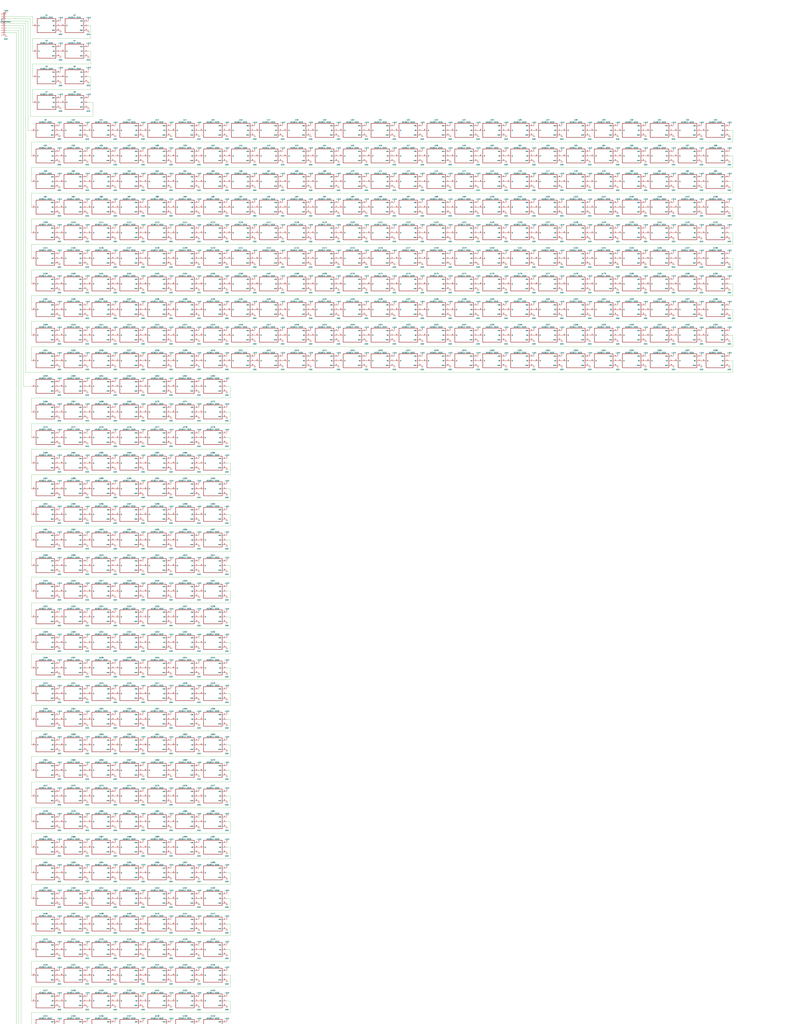
<source format=kicad_sch>
(kicad_sch (version 20211123) (generator eeschema)
  (paper "E" portrait)
  (junction (at 95.3114 1762.76))
  (wire (pts (xy 34.29 1455.42) (xy 34.29 1441.45)))
  (wire (pts (xy 34.3514 1748.79) (xy 34.3514 1762.76)))
  (wire (pts (xy 34.3514 1720.85) (xy 97.8514 1720.85)))
  (wire (pts (xy 97.79 1637.03) (xy 97.79 1623.06)))
  (wire (pts (xy 64.77 1645.92) (xy 64.77 1644.65)))
  (wire (pts (xy 34.29 1356.36) (xy 251.46 1356.36)))
  (wire (pts (xy 34.29 868.68) (xy 34.29 853.44)))
  (wire (pts (xy 99.06 55.88) (xy 96.52 55.88)))
  (wire (pts (xy 64.8314 1757.68) (xy 64.8314 1756.41)))
  (wire (pts (xy 34.29 281.94) (xy 34.29 266.7)))
  (wire (pts (xy 251.46 449.58) (xy 247.65 449.58)))
  (wire (pts (xy 95.3114 1762.76) (xy 101.6 1762.76)))
  (wire (pts (xy 251.46 952.5) (xy 247.65 952.5)))
  (wire (pts (xy 64.77 1562.1) (xy 64.77 1560.83)))
  (wire (pts (xy 20.32 1427.48) (xy 34.29 1427.48)))
  (wire (pts (xy 251.46 741.68) (xy 251.46 728.98)))
  (wire (pts (xy 800.1 309.88) (xy 796.29 309.88)))
  (wire (pts (xy 251.46 1076.96) (xy 251.46 1064.26)))
  (wire (pts (xy 34.29 1692.91) (xy 97.79 1692.91)))
  (wire (pts (xy 34.29 741.68) (xy 251.46 741.68)))
  (wire (pts (xy 251.46 1259.84) (xy 247.65 1259.84)))
  (wire (pts (xy 33.02 127) (xy 33.02 20.32)))
  (wire (pts (xy 34.29 909.32) (xy 251.46 909.32)))
  (wire (pts (xy 101.6 1762.76) (xy 101.6 1779.27)))
  (wire (pts (xy 34.29 645.16) (xy 34.29 629.92)))
  (wire (pts (xy 251.46 853.44) (xy 251.46 840.74)))
  (wire (pts (xy 800.1 281.94) (xy 796.29 281.94)))
  (wire (pts (xy 101.6 127) (xy 33.02 127)))
  (wire (pts (xy 251.46 1371.6) (xy 247.65 1371.6)))
  (wire (pts (xy 251.46 561.34) (xy 247.65 561.34)))
  (wire (pts (xy 34.29 350.52) (xy 800.1 350.52)))
  (wire (pts (xy 34.29 365.76) (xy 34.29 350.52)))
  (wire (pts (xy 34.29 210.82) (xy 800.1 210.82)))
  (wire (pts (xy 251.46 1300.48) (xy 251.46 1287.78)))
  (wire (pts (xy 251.46 1008.38) (xy 247.65 1008.38)))
  (wire (pts (xy 800.1 337.82) (xy 796.29 337.82)))
  (wire (pts (xy 34.29 797.56) (xy 251.46 797.56)))
  (wire (pts (xy 96.52 111.76) (xy 101.6 111.76)))
  (wire (pts (xy 6.35 25.4) (xy 27.94 25.4)))
  (wire (pts (xy 95.25 1590.04) (xy 95.25 1588.77)))
  (wire (pts (xy 96.52 78.74) (xy 96.52 77.47)))
  (wire (pts (xy 35.56 111.76) (xy 35.56 97.79)))
  (wire (pts (xy 34.29 853.44) (xy 251.46 853.44)))
  (wire (pts (xy 95.3114 1757.68) (xy 95.3114 1756.41)))
  (wire (pts (xy 95.25 1762.76) (xy 95.3114 1762.76)))
  (wire (pts (xy 34.3514 1748.79) (xy 97.8514 1748.79)))
  (wire (pts (xy 33.02 20.32) (xy 6.35 20.32)))
  (wire (pts (xy 34.29 1328.42) (xy 251.46 1328.42)))
  (wire (pts (xy 251.46 505.46) (xy 247.65 505.46)))
  (wire (pts (xy 800.1 266.7) (xy 800.1 254)))
  (wire (pts (xy 30.48 22.86) (xy 6.35 22.86)))
  (wire (pts (xy 34.29 154.94) (xy 800.1 154.94)))
  (wire (pts (xy 251.46 617.22) (xy 247.65 617.22)))
  (wire (pts (xy 251.46 657.86) (xy 251.46 645.16)))
  (wire (pts (xy 34.29 629.92) (xy 251.46 629.92)))
  (wire (pts (xy 99.06 41.91) (xy 99.06 27.94)))
  (wire (pts (xy 251.46 1287.78) (xy 247.65 1287.78)))
  (wire (pts (xy 34.29 840.74) (xy 34.29 825.5)))
  (wire (pts (xy 251.46 825.5) (xy 251.46 812.8)))
  (wire (pts (xy 97.79 1678.94) (xy 95.25 1678.94)))
  (wire (pts (xy 34.29 1371.6) (xy 34.29 1356.36)))
  (wire (pts (xy 34.29 226.06) (xy 34.29 210.82)))
  (wire (pts (xy 64.77 1701.8) (xy 64.77 1700.53)))
  (wire (pts (xy 20.32 33.02) (xy 20.32 1427.48)))
  (wire (pts (xy 34.29 238.76) (xy 800.1 238.76)))
  (wire (pts (xy 251.46 1399.54) (xy 247.65 1399.54)))
  (wire (pts (xy 800.1 170.18) (xy 796.29 170.18)))
  (wire (pts (xy 22.86 1412.24) (xy 22.86 30.48)))
  (wire (pts (xy 34.29 980.44) (xy 34.29 965.2)))
  (wire (pts (xy 34.29 1104.9) (xy 251.46 1104.9)))
  (wire (pts (xy 64.77 1478.28) (xy 64.77 1477.01)))
  (wire (pts (xy 251.46 1328.42) (xy 251.46 1315.72)))
  (wire (pts (xy 34.29 784.86) (xy 34.29 769.62)))
  (wire (pts (xy 34.29 881.38) (xy 251.46 881.38)))
  (wire (pts (xy 251.46 1272.54) (xy 251.46 1259.84)))
  (wire (pts (xy 34.29 1581.15) (xy 97.79 1581.15)))
  (wire (pts (xy 34.29 1664.97) (xy 97.79 1664.97)))
  (wire (pts (xy 97.79 1692.91) (xy 97.79 1678.94)))
  (wire (pts (xy 251.46 1049.02) (xy 251.46 1036.32)))
  (wire (pts (xy 95.25 1701.8) (xy 95.25 1700.53)))
  (wire (pts (xy 66.04 78.74) (xy 66.04 77.47)))
  (wire (pts (xy 34.29 170.18) (xy 34.29 154.94)))
  (wire (pts (xy 97.79 1511.3) (xy 95.25 1511.3)))
  (wire (pts (xy 251.46 1160.78) (xy 251.46 1148.08)))
  (wire (pts (xy 251.46 1188.72) (xy 251.46 1176.02)))
  (wire (pts (xy 800.1 182.88) (xy 800.1 170.18)))
  (wire (pts (xy 34.29 434.34) (xy 251.46 434.34)))
  (wire (pts (xy 251.46 629.92) (xy 251.46 617.22)))
  (wire (pts (xy 34.29 1244.6) (xy 251.46 1244.6)))
  (wire (pts (xy 64.77 1590.04) (xy 64.77 1588.77)))
  (wire (pts (xy 97.79 1609.09) (xy 97.79 1595.12)))
  (wire (pts (xy 34.29 701.04) (xy 34.29 685.8)))
  (wire (pts (xy 34.29 1287.78) (xy 34.29 1272.54)))
  (wire (pts (xy 251.46 673.1) (xy 247.65 673.1)))
  (wire (pts (xy 34.29 1188.72) (xy 251.46 1188.72)))
  (wire (pts (xy 97.79 1553.21) (xy 97.79 1539.24)))
  (wire (pts (xy 34.29 142.24) (xy 30.48 142.24)))
  (wire (pts (xy 34.29 393.7) (xy 34.29 378.46)))
  (wire (pts (xy 95.25 1478.28) (xy 95.25 1477.01)))
  (wire (pts (xy 34.29 1469.39) (xy 34.29 1483.36)))
  (wire (pts (xy 34.29 952.5) (xy 34.29 937.26)))
  (wire (pts (xy 34.29 1092.2) (xy 34.29 1076.96)))
  (wire (pts (xy 251.46 812.8) (xy 247.65 812.8)))
  (wire (pts (xy 251.46 993.14) (xy 251.46 980.44)))
  (wire (pts (xy 34.29 589.28) (xy 34.29 574.04)))
  (wire (pts (xy 34.29 182.88) (xy 800.1 182.88)))
  (wire (pts (xy 25.4 27.94) (xy 6.35 27.94)))
  (wire (pts (xy 251.46 965.2) (xy 251.46 952.5)))
  (wire (pts (xy 251.46 518.16) (xy 251.46 505.46)))
  (wire (pts (xy 34.29 1272.54) (xy 251.46 1272.54)))
  (wire (pts (xy 34.29 309.88) (xy 34.29 294.64)))
  (wire (pts (xy 251.46 477.52) (xy 247.65 477.52)))
  (wire (pts (xy 34.29 1216.66) (xy 251.46 1216.66)))
  (wire (pts (xy 34.29 825.5) (xy 251.46 825.5)))
  (wire (pts (xy 251.46 713.74) (xy 251.46 701.04)))
  (wire (pts (xy 35.56 97.79) (xy 99.06 97.79)))
  (wire (pts (xy 34.29 533.4) (xy 34.29 518.16)))
  (wire (pts (xy 251.46 896.62) (xy 247.65 896.62)))
  (wire (pts (xy 95.3114 1729.74) (xy 95.3114 1728.47)))
  (wire (pts (xy 34.29 1469.39) (xy 97.79 1469.39)))
  (wire (pts (xy 97.79 1427.48) (xy 95.25 1427.48)))
  (wire (pts (xy 251.46 1176.02) (xy 247.65 1176.02)))
  (wire (pts (xy 800.1 406.4) (xy 800.1 393.7)))
  (wire (pts (xy 34.29 685.8) (xy 251.46 685.8)))
  (wire (pts (xy 97.8514 1734.82) (xy 95.3114 1734.82)))
  (wire (pts (xy 101.6 127) (xy 101.6 111.76)))
  (wire (pts (xy 97.79 1706.88) (xy 95.25 1706.88)))
  (wire (pts (xy 251.46 1036.32) (xy 247.65 1036.32)))
  (wire (pts (xy 800.1 322.58) (xy 800.1 309.88)))
  (wire (pts (xy 251.46 909.32) (xy 251.46 896.62)))
  (wire (pts (xy 34.29 1609.09) (xy 34.29 1623.06)))
  (wire (pts (xy 34.29 1511.3) (xy 34.29 1497.33)))
  (wire (pts (xy 34.29 713.74) (xy 251.46 713.74)))
  (wire (pts (xy 34.29 1203.96) (xy 34.29 1188.72)))
  (wire (pts (xy 97.79 1595.12) (xy 95.25 1595.12)))
  (wire (pts (xy 34.29 728.98) (xy 34.29 713.74)))
  (wire (pts (xy 800.1 154.94) (xy 800.1 142.24)))
  (wire (pts (xy 251.46 1315.72) (xy 247.65 1315.72)))
  (wire (pts (xy 34.29 1176.02) (xy 34.29 1160.78)))
  (wire (pts (xy 34.29 657.86) (xy 251.46 657.86)))
  (wire (pts (xy 17.78 1779.27) (xy 17.78 35.56)))
  (wire (pts (xy 6.35 33.02) (xy 20.32 33.02)))
  (wire (pts (xy 34.29 1036.32) (xy 34.29 1021.08)))
  (wire (pts (xy 64.77 1673.86) (xy 64.77 1672.59)))
  (wire (pts (xy 34.29 617.22) (xy 34.29 601.98)))
  (wire (pts (xy 251.46 840.74) (xy 247.65 840.74)))
  (wire (pts (xy 97.79 1581.15) (xy 97.79 1567.18)))
  (wire (pts (xy 251.46 574.04) (xy 251.46 561.34)))
  (wire (pts (xy 97.79 1469.39) (xy 97.79 1455.42)))
  (wire (pts (xy 101.6 1779.27) (xy 17.78 1779.27)))
  (wire (pts (xy 800.1 294.64) (xy 800.1 281.94)))
  (wire (pts (xy 95.25 1617.98) (xy 95.25 1616.71)))
  (wire (pts (xy 251.46 1244.6) (xy 251.46 1231.9)))
  (wire (pts (xy 27.94 406.4) (xy 27.94 25.4)))
  (wire (pts (xy 99.06 69.85) (xy 99.06 55.88)))
  (wire (pts (xy 97.79 1567.18) (xy 95.25 1567.18)))
  (wire (pts (xy 34.29 378.46) (xy 800.1 378.46)))
  (wire (pts (xy 34.29 1049.02) (xy 251.46 1049.02)))
  (wire (pts (xy 800.1 198.12) (xy 796.29 198.12)))
  (wire (pts (xy 34.29 937.26) (xy 251.46 937.26)))
  (wire (pts (xy 27.94 406.4) (xy 800.1 406.4)))
  (wire (pts (xy 251.46 1203.96) (xy 247.65 1203.96)))
  (wire (pts (xy 251.46 797.56) (xy 251.46 784.86)))
  (wire (pts (xy 34.29 462.28) (xy 251.46 462.28)))
  (wire (pts (xy 35.56 55.88) (xy 35.56 41.91)))
  (wire (pts (xy 34.29 1120.14) (xy 34.29 1104.9)))
  (wire (pts (xy 34.29 518.16) (xy 251.46 518.16)))
  (wire (pts (xy 99.06 27.94) (xy 96.52 27.94)))
  (wire (pts (xy 251.46 685.8) (xy 251.46 673.1)))
  (wire (pts (xy 34.29 1497.33) (xy 97.79 1497.33)))
  (wire (pts (xy 97.79 1623.06) (xy 95.25 1623.06)))
  (wire (pts (xy 17.78 35.56) (xy 6.35 35.56)))
  (wire (pts (xy 251.46 769.62) (xy 251.46 756.92)))
  (wire (pts (xy 35.56 69.85) (xy 35.56 83.82)))
  (wire (pts (xy 99.06 83.82) (xy 96.52 83.82)))
  (wire (pts (xy 64.77 1617.98) (xy 64.77 1616.71)))
  (wire (pts (xy 34.29 756.92) (xy 34.29 741.68)))
  (wire (pts (xy 97.8514 1720.85) (xy 97.79 1706.88)))
  (wire (pts (xy 251.46 1148.08) (xy 247.65 1148.08)))
  (wire (pts (xy 34.29 322.58) (xy 800.1 322.58)))
  (wire (pts (xy 97.8514 1748.79) (xy 97.8514 1734.82)))
  (wire (pts (xy 34.29 1539.24) (xy 34.29 1525.27)))
  (wire (pts (xy 97.79 1455.42) (xy 95.25 1455.42)))
  (wire (pts (xy 34.29 1021.08) (xy 251.46 1021.08)))
  (wire (pts (xy 251.46 462.28) (xy 251.46 449.58)))
  (wire (pts (xy 34.29 769.62) (xy 251.46 769.62)))
  (wire (pts (xy 800.1 378.46) (xy 800.1 365.76)))
  (wire (pts (xy 95.25 1673.86) (xy 95.25 1672.59)))
  (wire (pts (xy 251.46 1216.66) (xy 251.46 1203.96)))
  (wire (pts (xy 251.46 1092.2) (xy 247.65 1092.2)))
  (wire (pts (xy 99.06 97.79) (xy 99.06 83.82)))
  (wire (pts (xy 251.46 1120.14) (xy 247.65 1120.14)))
  (wire (pts (xy 34.29 1231.9) (xy 34.29 1216.66)))
  (wire (pts (xy 22.86 30.48) (xy 6.35 30.48)))
  (wire (pts (xy 34.29 266.7) (xy 800.1 266.7)))
  (wire (pts (xy 34.29 490.22) (xy 251.46 490.22)))
  (wire (pts (xy 34.29 1637.03) (xy 34.29 1651)))
  (wire (pts (xy 251.46 601.98) (xy 251.46 589.28)))
  (wire (pts (xy 97.79 1525.27) (xy 97.79 1511.3)))
  (wire (pts (xy 34.29 574.04) (xy 251.46 574.04)))
  (wire (pts (xy 34.29 924.56) (xy 34.29 909.32)))
  (wire (pts (xy 25.4 421.64) (xy 25.4 27.94)))
  (wire (pts (xy 97.79 1651) (xy 95.25 1651)))
  (wire (pts (xy 34.29 1384.3) (xy 251.46 1384.3)))
  (wire (pts (xy 251.46 924.56) (xy 247.65 924.56)))
  (wire (pts (xy 251.46 434.34) (xy 251.46 421.64)))
  (wire (pts (xy 251.46 881.38) (xy 251.46 868.68)))
  (wire (pts (xy 95.25 1645.92) (xy 95.25 1644.65)))
  (wire (pts (xy 800.1 350.52) (xy 800.1 337.82)))
  (wire (pts (xy 34.29 421.64) (xy 25.4 421.64)))
  (wire (pts (xy 64.8314 1729.74) (xy 64.8314 1728.47)))
  (wire (pts (xy 30.48 142.24) (xy 30.48 22.86)))
  (wire (pts (xy 251.46 1104.9) (xy 251.46 1092.2)))
  (wire (pts (xy 97.79 1483.36) (xy 95.25 1483.36)))
  (wire (pts (xy 251.46 1412.24) (xy 251.46 1399.54)))
  (wire (pts (xy 95.25 1562.1) (xy 95.25 1560.83)))
  (wire (pts (xy 34.29 965.2) (xy 251.46 965.2)))
  (wire (pts (xy 97.79 1441.45) (xy 97.79 1427.48)))
  (wire (pts (xy 800.1 226.06) (xy 796.29 226.06)))
  (wire (pts (xy 34.29 1148.08) (xy 34.29 1132.84)))
  (wire (pts (xy 35.56 27.94) (xy 35.56 17.78)))
  (wire (pts (xy 800.1 142.24) (xy 796.29 142.24)))
  (wire (pts (xy 34.29 1259.84) (xy 34.29 1244.6)))
  (wire (pts (xy 34.29 1581.15) (xy 34.29 1595.12)))
  (wire (pts (xy 97.79 1539.24) (xy 95.25 1539.24)))
  (wire (pts (xy 34.29 812.8) (xy 34.29 797.56)))
  (wire (pts (xy 34.29 505.46) (xy 34.29 490.22)))
  (wire (pts (xy 251.46 701.04) (xy 247.65 701.04)))
  (wire (pts (xy 34.29 1441.45) (xy 97.79 1441.45)))
  (wire (pts (xy 34.29 1553.21) (xy 34.29 1567.18)))
  (wire (pts (xy 97.79 1664.97) (xy 97.79 1651)))
  (wire (pts (xy 251.46 980.44) (xy 247.65 980.44)))
  (wire (pts (xy 34.29 449.58) (xy 34.29 434.34)))
  (wire (pts (xy 251.46 1132.84) (xy 251.46 1120.14)))
  (wire (pts (xy 251.46 784.86) (xy 247.65 784.86)))
  (wire (pts (xy 251.46 868.68) (xy 247.65 868.68)))
  (wire (pts (xy 34.29 337.82) (xy 34.29 322.58)))
  (wire (pts (xy 34.29 477.52) (xy 34.29 462.28)))
  (wire (pts (xy 34.29 896.62) (xy 34.29 881.38)))
  (wire (pts (xy 800.1 210.82) (xy 800.1 198.12)))
  (wire (pts (xy 34.29 1399.54) (xy 34.29 1384.3)))
  (wire (pts (xy 800.1 238.76) (xy 800.1 226.06)))
  (wire (pts (xy 251.46 1231.9) (xy 247.65 1231.9)))
  (wire (pts (xy 34.29 1064.26) (xy 34.29 1049.02)))
  (wire (pts (xy 251.46 756.92) (xy 247.65 756.92)))
  (wire (pts (xy 35.56 41.91) (xy 99.06 41.91)))
  (wire (pts (xy 34.29 1076.96) (xy 251.46 1076.96)))
  (wire (pts (xy 34.29 993.14) (xy 251.46 993.14)))
  (wire (pts (xy 34.29 1609.09) (xy 97.79 1609.09)))
  (wire (pts (xy 251.46 1343.66) (xy 247.65 1343.66)))
  (wire (pts (xy 34.29 294.64) (xy 800.1 294.64)))
  (wire (pts (xy 34.29 1343.66) (xy 34.29 1328.42)))
  (wire (pts (xy 34.29 1160.78) (xy 251.46 1160.78)))
  (wire (pts (xy 251.46 1064.26) (xy 247.65 1064.26)))
  (wire (pts (xy 251.46 645.16) (xy 247.65 645.16)))
  (wire (pts (xy 34.29 1637.03) (xy 97.79 1637.03)))
  (wire (pts (xy 800.1 365.76) (xy 796.29 365.76)))
  (wire (pts (xy 251.46 728.98) (xy 247.65 728.98)))
  (wire (pts (xy 251.46 1021.08) (xy 251.46 1008.38)))
  (wire (pts (xy 34.29 254) (xy 34.29 238.76)))
  (wire (pts (xy 34.3514 1720.85) (xy 34.3514 1734.82)))
  (wire (pts (xy 800.1 254) (xy 796.29 254)))
  (wire (pts (xy 34.29 1525.27) (xy 97.79 1525.27)))
  (wire (pts (xy 97.79 1497.33) (xy 97.79 1483.36)))
  (wire (pts (xy 251.46 546.1) (xy 251.46 533.4)))
  (wire (pts (xy 34.29 1692.91) (xy 34.29 1706.88)))
  (wire (pts (xy 251.46 589.28) (xy 247.65 589.28)))
  (wire (pts (xy 34.29 1300.48) (xy 251.46 1300.48)))
  (wire (pts (xy 800.1 393.7) (xy 796.29 393.7)))
  (wire (pts (xy 34.29 1315.72) (xy 34.29 1300.48)))
  (wire (pts (xy 251.46 533.4) (xy 247.65 533.4)))
  (wire (pts (xy 34.29 561.34) (xy 34.29 546.1)))
  (wire (pts (xy 34.29 1664.97) (xy 34.29 1678.94)))
  (wire (pts (xy 34.29 601.98) (xy 251.46 601.98)))
  (wire (pts (xy 34.29 546.1) (xy 251.46 546.1)))
  (wire (pts (xy 251.46 1356.36) (xy 251.46 1343.66)))
  (wire (pts (xy 34.29 198.12) (xy 34.29 182.88)))
  (wire (pts (xy 34.29 673.1) (xy 34.29 657.86)))
  (wire (pts (xy 251.46 1384.3) (xy 251.46 1371.6)))
  (wire (pts (xy 34.29 1553.21) (xy 97.79 1553.21)))
  (wire (pts (xy 34.29 1132.84) (xy 251.46 1132.84)))
  (wire (pts (xy 35.56 69.85) (xy 99.06 69.85)))
  (wire (pts (xy 22.86 1412.24) (xy 251.46 1412.24)))
  (wire (pts (xy 251.46 490.22) (xy 251.46 477.52)))
  (wire (pts (xy 35.56 17.78) (xy 6.35 17.78)))
  (wire (pts (xy 251.46 937.26) (xy 251.46 924.56)))
  (wire (pts (xy 34.29 1008.38) (xy 34.29 993.14)))
  (wire (pts (xy 251.46 421.64) (xy 247.65 421.64)))
  (symbol (lib_id "WS2812-2020:WS2812-2020") (at 50.8 111.76 0) (unit 1)
    (property "Reference" "U7" (at 50.8 100.364 0))
    (property "Value" "WS2812-2020" (at 50.8 102.9009 0))
    (property "Footprint" "LED_WS2812-2020" (effects hide))
    (property "Datasheet" "Manufacturer Recommendations" (effects hide))
    (property "Field4" "Worldsemi" (effects hide))
  )
  (symbol (lib_id "WS2812-2020:WS2812-2020") (at 110.49 1315.72 0) (unit 1)
    (property "Reference" "U485" (at 110.49 1304.324 0))
    (property "Value" "WS2812-2020" (at 110.49 1306.8609 0))
    (property "Footprint" "LED_WS2812-2020" (effects hide))
    (property "Datasheet" "Manufacturer Recommendations" (effects hide))
    (property "Field4" "Worldsemi" (effects hide))
  )
  (symbol (lib_id "power:+3.3V") (at 704.85 388.62 0) (unit 1)
    (property "Reference" "#PWR0490" (effects hide))
    (property "Value" "+3.3V" (at 704.85 385.0442 0))
  )
  (symbol (lib_id "WS2812-2020:WS2812-2020") (at 476.25 170.18 0) (unit 1)
    (property "Reference" "U48" (at 476.25 158.784 0))
    (property "Value" "WS2812-2020" (at 476.25 161.3209 0))
    (property "Footprint" "LED_WS2812-2020" (effects hide))
    (property "Datasheet" "Manufacturer Recommendations" (effects hide))
    (property "Field4" "Worldsemi" (effects hide))
  )
  (symbol (lib_id "power:GND") (at 369.57 342.9 0) (unit 1)
    (property "Reference" "#PWR0404" (effects hide))
    (property "Value" "GND" (at 369.57 347.3434 0))
  )
  (symbol (lib_id "power:+3.3V") (at 64.77 165.1 0) (unit 1)
    (property "Reference" "#PWR069" (effects hide))
    (property "Value" "+3.3V" (at 64.77 161.5242 0))
  )
  (symbol (lib_id "power:+3.3V") (at 64.77 640.08 0) (unit 1)
    (property "Reference" "#PWR0631" (effects hide))
    (property "Value" "+3.3V" (at 64.77 636.5042 0))
  )
  (symbol (lib_id "WS2812-2020:WS2812-2020") (at 110.49 198.12 0) (unit 1)
    (property "Reference" "U61" (at 110.49 186.724 0))
    (property "Value" "WS2812-2020" (at 110.49 189.2609 0))
    (property "Footprint" "LED_WS2812-2020" (effects hide))
    (property "Datasheet" "Manufacturer Recommendations" (effects hide))
    (property "Field4" "Worldsemi" (effects hide))
  )
  (symbol (lib_id "WS2812-2020:WS2812-2020") (at 171.45 142.24 0) (unit 1)
    (property "Reference" "U13" (at 171.45 130.844 0))
    (property "Value" "WS2812-2020" (at 171.45 133.3809 0))
    (property "Footprint" "LED_WS2812-2020" (effects hide))
    (property "Datasheet" "Manufacturer Recommendations" (effects hide))
    (property "Field4" "Worldsemi" (effects hide))
  )
  (symbol (lib_id "power:+3.3V") (at 247.65 1087.12 0) (unit 1)
    (property "Reference" "#PWR0861" (effects hide))
    (property "Value" "+3.3V" (at 247.65 1083.5442 0))
  )
  (symbol (lib_id "WS2812-2020:WS2812-2020") (at 232.41 617.22 0) (unit 1)
    (property "Reference" "U314" (at 232.41 605.824 0))
    (property "Value" "WS2812-2020" (at 232.41 608.3609 0))
    (property "Footprint" "LED_WS2812-2020" (effects hide))
    (property "Datasheet" "Manufacturer Recommendations" (effects hide))
    (property "Field4" "Worldsemi" (effects hide))
  )
  (symbol (lib_id "power:+3.3V") (at 64.77 1310.64 0) (unit 1)
    (property "Reference" "#PWR0967" (effects hide))
    (property "Value" "+3.3V" (at 64.77 1307.0642 0))
  )
  (symbol (lib_id "WS2812-2020:WS2812-2020") (at 80.0714 1762.76 0) (unit 1)
    (property "Reference" "U536" (at 80.0714 1751.364 0))
    (property "Value" "WS2812-2020" (at 80.0714 1753.9009 0))
    (property "Footprint" "LED_WS2812-2020" (effects hide))
    (property "Datasheet" "Manufacturer Recommendations" (effects hide))
    (property "Field4" "Worldsemi" (effects hide))
  )
  (symbol (lib_id "power:+3.3V") (at 64.77 1672.59 0) (unit 1)
    (property "Reference" "#PWR01059" (effects hide))
    (property "Value" "+3.3V" (at 64.77 1669.0142 0))
  )
  (symbol (lib_id "power:GND") (at 400.05 287.02 0) (unit 1)
    (property "Reference" "#PWR0305" (effects hide))
    (property "Value" "GND" (at 400.05 291.4634 0))
  )
  (symbol (lib_id "power:+3.3V") (at 64.77 807.72 0) (unit 1)
    (property "Reference" "#PWR0715" (effects hide))
    (property "Value" "+3.3V" (at 64.77 804.1442 0))
  )
  (symbol (lib_id "power:GND") (at 125.73 1097.28 0) (unit 1)
    (property "Reference" "#PWR0864" (effects hide))
    (property "Value" "GND" (at 125.73 1101.7234 0))
  )
  (symbol (lib_id "WS2812-2020:WS2812-2020") (at 140.97 1148.08 0) (unit 1)
    (property "Reference" "U444" (at 140.97 1136.684 0))
    (property "Value" "WS2812-2020" (at 140.97 1139.2209 0))
    (property "Footprint" "LED_WS2812-2020" (effects hide))
    (property "Datasheet" "Manufacturer Recommendations" (effects hide))
    (property "Field4" "Worldsemi" (effects hide))
  )
  (symbol (lib_id "WS2812-2020:WS2812-2020") (at 110.49 1036.32 0) (unit 1)
    (property "Reference" "U415" (at 110.49 1024.924 0))
    (property "Value" "WS2812-2020" (at 110.49 1027.4609 0))
    (property "Footprint" "LED_WS2812-2020" (effects hide))
    (property "Datasheet" "Manufacturer Recommendations" (effects hide))
    (property "Field4" "Worldsemi" (effects hide))
  )
  (symbol (lib_id "WS2812-2020:WS2812-2020") (at 140.97 1343.66 0) (unit 1)
    (property "Reference" "U493" (at 140.97 1332.264 0))
    (property "Value" "WS2812-2020" (at 140.97 1334.8009 0))
    (property "Footprint" "LED_WS2812-2020" (effects hide))
    (property "Datasheet" "Manufacturer Recommendations" (effects hide))
    (property "Field4" "Worldsemi" (effects hide))
  )
  (symbol (lib_id "power:+3.3V") (at 521.97 276.86 0) (unit 1)
    (property "Reference" "#PWR0284" (effects hide))
    (property "Value" "+3.3V" (at 521.97 273.2842 0))
  )
  (symbol (lib_id "power:GND") (at 765.81 147.32 0) (unit 1)
    (property "Reference" "#PWR067" (effects hide))
    (property "Value" "GND" (at 765.81 151.7634 0))
  )
  (symbol (lib_id "power:+3.3V") (at 217.17 1003.3 0) (unit 1)
    (property "Reference" "#PWR0818" (effects hide))
    (property "Value" "+3.3V" (at 217.17 999.7242 0))
  )
  (symbol (lib_id "power:GND") (at 369.57 231.14 0) (unit 1)
    (property "Reference" "#PWR0204" (effects hide))
    (property "Value" "GND" (at 369.57 235.5834 0))
  )
  (symbol (lib_id "power:GND") (at 64.8314 1767.84 0) (unit 1)
    (property "Reference" "#PWR01073" (effects hide))
    (property "Value" "GND" (at 64.8314 1772.2834 0))
  )
  (symbol (lib_id "WS2812-2020:WS2812-2020") (at 49.53 505.46 0) (unit 1)
    (property "Reference" "U280" (at 49.53 494.064 0))
    (property "Value" "WS2812-2020" (at 49.53 496.6009 0))
    (property "Footprint" "LED_WS2812-2020" (effects hide))
    (property "Datasheet" "Manufacturer Recommendations" (effects hide))
    (property "Field4" "Worldsemi" (effects hide))
  )
  (symbol (lib_id "WS2812-2020:WS2812-2020") (at 171.45 1036.32 0) (unit 1)
    (property "Reference" "U417" (at 171.45 1024.924 0))
    (property "Value" "WS2812-2020" (at 171.45 1027.4609 0))
    (property "Footprint" "LED_WS2812-2020" (effects hide))
    (property "Datasheet" "Manufacturer Recommendations" (effects hide))
    (property "Field4" "Worldsemi" (effects hide))
  )
  (symbol (lib_id "WS2812-2020:WS2812-2020") (at 49.53 1371.6 0) (unit 1)
    (property "Reference" "U497" (at 49.53 1360.204 0))
    (property "Value" "WS2812-2020" (at 49.53 1362.7409 0))
    (property "Footprint" "LED_WS2812-2020" (effects hide))
    (property "Datasheet" "Manufacturer Recommendations" (effects hide))
    (property "Field4" "Worldsemi" (effects hide))
  )
  (symbol (lib_id "power:+3.3V") (at 156.21 220.98 0) (unit 1)
    (property "Reference" "#PWR0172" (effects hide))
    (property "Value" "+3.3V" (at 156.21 217.4042 0))
  )
  (symbol (lib_id "power:GND") (at 95.25 1125.22 0) (unit 1)
    (property "Reference" "#PWR0877" (effects hide))
    (property "Value" "GND" (at 95.25 1129.6634 0))
  )
  (symbol (lib_id "WS2812-2020:WS2812-2020") (at 598.17 226.06 0) (unit 1)
    (property "Reference" "U102" (at 598.17 214.664 0))
    (property "Value" "WS2812-2020" (at 598.17 217.2009 0))
    (property "Footprint" "LED_WS2812-2020" (effects hide))
    (property "Datasheet" "Manufacturer Recommendations" (effects hide))
    (property "Field4" "Worldsemi" (effects hide))
  )
  (symbol (lib_id "WS2812-2020:WS2812-2020") (at 720.09 365.76 0) (unit 1)
    (property "Reference" "U231" (at 720.09 354.364 0))
    (property "Value" "WS2812-2020" (at 720.09 356.9009 0))
    (property "Footprint" "LED_WS2812-2020" (effects hide))
    (property "Datasheet" "Manufacturer Recommendations" (effects hide))
    (property "Field4" "Worldsemi" (effects hide))
  )
  (symbol (lib_id "power:GND") (at 95.25 510.54 0) (unit 1)
    (property "Reference" "#PWR0569" (effects hide))
    (property "Value" "GND" (at 95.25 514.9834 0))
  )
  (symbol (lib_id "WS2812-2020:WS2812-2020") (at 232.41 1371.6 0) (unit 1)
    (property "Reference" "U503" (at 232.41 1360.204 0))
    (property "Value" "WS2812-2020" (at 232.41 1362.7409 0))
    (property "Footprint" "LED_WS2812-2020" (effects hide))
    (property "Datasheet" "Manufacturer Recommendations" (effects hide))
    (property "Field4" "Worldsemi" (effects hide))
  )
  (symbol (lib_id "WS2812-2020:WS2812-2020") (at 232.41 421.64 0) (unit 1)
    (property "Reference" "U265" (at 232.41 410.244 0))
    (property "Value" "WS2812-2020" (at 232.41 412.7809 0))
    (property "Footprint" "LED_WS2812-2020" (effects hide))
    (property "Datasheet" "Manufacturer Recommendations" (effects hide))
    (property "Field4" "Worldsemi" (effects hide))
  )
  (symbol (lib_id "power:GND") (at 643.89 370.84 0) (unit 1)
    (property "Reference" "#PWR0463" (effects hide))
    (property "Value" "GND" (at 643.89 375.2834 0))
  )
  (symbol (lib_id "WS2812-2020:WS2812-2020") (at 262.89 281.94 0) (unit 1)
    (property "Reference" "U141" (at 262.89 270.544 0))
    (property "Value" "WS2812-2020" (at 262.89 273.0809 0))
    (property "Footprint" "LED_WS2812-2020" (effects hide))
    (property "Datasheet" "Manufacturer Recommendations" (effects hide))
    (property "Field4" "Worldsemi" (effects hide))
  )
  (symbol (lib_id "power:GND") (at 64.77 1656.08 0) (unit 1)
    (property "Reference" "#PWR01057" (effects hide))
    (property "Value" "GND" (at 64.77 1660.5234 0))
  )
  (symbol (lib_id "WS2812-2020:WS2812-2020") (at 80.01 1483.36 0) (unit 1)
    (property "Reference" "U516" (at 80.01 1471.964 0))
    (property "Value" "WS2812-2020" (at 80.01 1474.5009 0))
    (property "Footprint" "LED_WS2812-2020" (effects hide))
    (property "Datasheet" "Manufacturer Recommendations" (effects hide))
    (property "Field4" "Worldsemi" (effects hide))
  )
  (symbol (lib_id "power:GND") (at 247.65 845.82 0) (unit 1)
    (property "Reference" "#PWR0742" (effects hide))
    (property "Value" "GND" (at 247.65 850.2634 0))
  )
  (symbol (lib_id "WS2812-2020:WS2812-2020") (at 201.93 617.22 0) (unit 1)
    (property "Reference" "U313" (at 201.93 605.824 0))
    (property "Value" "WS2812-2020" (at 201.93 608.3609 0))
    (property "Footprint" "LED_WS2812-2020" (effects hide))
    (property "Datasheet" "Manufacturer Recommendations" (effects hide))
    (property "Field4" "Worldsemi" (effects hide))
  )
  (symbol (lib_id "power:GND") (at 64.77 594.36 0) (unit 1)
    (property "Reference" "#PWR0610" (effects hide))
    (property "Value" "GND" (at 64.77 598.8034 0))
  )
  (symbol (lib_id "power:GND") (at 552.45 147.32 0) (unit 1)
    (property "Reference" "#PWR060" (effects hide))
    (property "Value" "GND" (at 552.45 151.7634 0))
  )
  (symbol (lib_id "power:+3.3V") (at 156.21 1087.12 0) (unit 1)
    (property "Reference" "#PWR0858" (effects hide))
    (property "Value" "+3.3V" (at 156.21 1083.5442 0))
  )
  (symbol (lib_id "power:+3.3V") (at 217.17 472.44 0) (unit 1)
    (property "Reference" "#PWR0552" (effects hide))
    (property "Value" "+3.3V" (at 217.17 468.8642 0))
  )
  (symbol (lib_id "WS2812-2020:WS2812-2020") (at 384.81 309.88 0) (unit 1)
    (property "Reference" "U170" (at 384.81 298.484 0))
    (property "Value" "WS2812-2020" (at 384.81 301.0209 0))
    (property "Footprint" "LED_WS2812-2020" (effects hide))
    (property "Datasheet" "Manufacturer Recommendations" (effects hide))
    (property "Field4" "Worldsemi" (effects hide))
  )
  (symbol (lib_id "WS2812-2020:WS2812-2020") (at 415.29 254 0) (unit 1)
    (property "Reference" "U121" (at 415.29 242.604 0))
    (property "Value" "WS2812-2020" (at 415.29 245.1409 0))
    (property "Footprint" "LED_WS2812-2020" (effects hide))
    (property "Datasheet" "Manufacturer Recommendations" (effects hide))
    (property "Field4" "Worldsemi" (effects hide))
  )
  (symbol (lib_id "power:+3.3V") (at 156.21 807.72 0) (unit 1)
    (property "Reference" "#PWR0718" (effects hide))
    (property "Value" "+3.3V" (at 156.21 804.1442 0))
  )
  (symbol (lib_id "WS2812-2020:WS2812-2020") (at 506.73 170.18 0) (unit 1)
    (property "Reference" "U49" (at 506.73 158.784 0))
    (property "Value" "WS2812-2020" (at 506.73 161.3209 0))
    (property "Footprint" "LED_WS2812-2020" (effects hide))
    (property "Datasheet" "Manufacturer Recommendations" (effects hide))
    (property "Field4" "Worldsemi" (effects hide))
  )
  (symbol (lib_id "WS2812-2020:WS2812-2020") (at 49.53 1287.78 0) (unit 1)
    (property "Reference" "U476" (at 49.53 1276.384 0))
    (property "Value" "WS2812-2020" (at 49.53 1278.9209 0))
    (property "Footprint" "LED_WS2812-2020" (effects hide))
    (property "Datasheet" "Manufacturer Recommendations" (effects hide))
    (property "Field4" "Worldsemi" (effects hide))
  )
  (symbol (lib_id "power:+3.3V") (at 95.25 137.16 0) (unit 1)
    (property "Reference" "#PWR020" (effects hide))
    (property "Value" "+3.3V" (at 95.25 133.5842 0))
  )
  (symbol (lib_id "WS2812-2020:WS2812-2020") (at 201.93 170.18 0) (unit 1)
    (property "Reference" "U39" (at 201.93 158.784 0))
    (property "Value" "WS2812-2020" (at 201.93 161.3209 0))
    (property "Footprint" "LED_WS2812-2020" (effects hide))
    (property "Datasheet" "Manufacturer Recommendations" (effects hide))
    (property "Field4" "Worldsemi" (effects hide))
  )
  (symbol (lib_id "power:+3.3V") (at 582.93 137.16 0) (unit 1)
    (property "Reference" "#PWR036" (effects hide))
    (property "Value" "+3.3V" (at 582.93 133.5842 0))
  )
  (symbol (lib_id "power:+3.3V") (at 582.93 360.68 0) (unit 1)
    (property "Reference" "#PWR0436" (effects hide))
    (property "Value" "+3.3V" (at 582.93 357.1042 0))
  )
  (symbol (lib_id "power:GND") (at 64.77 1153.16 0) (unit 1)
    (property "Reference" "#PWR0890" (effects hide))
    (property "Value" "GND" (at 64.77 1157.6034 0))
  )
  (symbol (lib_id "WS2812-2020:WS2812-2020") (at 171.45 309.88 0) (unit 1)
    (property "Reference" "U163" (at 171.45 298.484 0))
    (property "Value" "WS2812-2020" (at 171.45 301.0209 0))
    (property "Footprint" "LED_WS2812-2020" (effects hide))
    (property "Datasheet" "Manufacturer Recommendations" (effects hide))
    (property "Field4" "Worldsemi" (effects hide))
  )
  (symbol (lib_id "WS2812-2020:WS2812-2020") (at 110.49 1203.96 0) (unit 1)
    (property "Reference" "U457" (at 110.49 1192.564 0))
    (property "Value" "WS2812-2020" (at 110.49 1195.1009 0))
    (property "Footprint" "LED_WS2812-2020" (effects hide))
    (property "Datasheet" "Manufacturer Recommendations" (effects hide))
    (property "Field4" "Worldsemi" (effects hide))
  )
  (symbol (lib_id "power:+3.3V") (at 765.81 304.8 0) (unit 1)
    (property "Reference" "#PWR0342" (effects hide))
    (property "Value" "+3.3V" (at 765.81 301.2242 0))
  )
  (symbol (lib_id "power:+3.3V") (at 125.73 584.2 0) (unit 1)
    (property "Reference" "#PWR0605" (effects hide))
    (property "Value" "+3.3V" (at 125.73 580.6242 0))
  )
  (symbol (lib_id "WS2812-2020:WS2812-2020") (at 537.21 393.7 0) (unit 1)
    (property "Reference" "U250" (at 537.21 382.304 0))
    (property "Value" "WS2812-2020" (at 537.21 384.8409 0))
    (property "Footprint" "LED_WS2812-2020" (effects hide))
    (property "Datasheet" "Manufacturer Recommendations" (effects hide))
    (property "Field4" "Worldsemi" (effects hide))
  )
  (symbol (lib_id "WS2812-2020:WS2812-2020") (at 80.01 1399.54 0) (unit 1)
    (property "Reference" "U505" (at 80.01 1388.144 0))
    (property "Value" "WS2812-2020" (at 80.01 1390.6809 0))
    (property "Footprint" "LED_WS2812-2020" (effects hide))
    (property "Datasheet" "Manufacturer Recommendations" (effects hide))
    (property "Field4" "Worldsemi" (effects hide))
  )
  (symbol (lib_id "WS2812-2020:WS2812-2020") (at 232.41 226.06 0) (unit 1)
    (property "Reference" "U90" (at 232.41 214.664 0))
    (property "Value" "WS2812-2020" (at 232.41 217.2009 0))
    (property "Footprint" "LED_WS2812-2020" (effects hide))
    (property "Datasheet" "Manufacturer Recommendations" (effects hide))
    (property "Field4" "Worldsemi" (effects hide))
  )
  (symbol (lib_id "power:GND") (at 369.57 370.84 0) (unit 1)
    (property "Reference" "#PWR0454" (effects hide))
    (property "Value" "GND" (at 369.57 375.2834 0))
  )
  (symbol (lib_id "WS2812-2020:WS2812-2020") (at 140.97 170.18 0) (unit 1)
    (property "Reference" "U37" (at 140.97 158.784 0))
    (property "Value" "WS2812-2020" (at 140.97 161.3209 0))
    (property "Footprint" "LED_WS2812-2020" (effects hide))
    (property "Datasheet" "Manufacturer Recommendations" (effects hide))
    (property "Field4" "Worldsemi" (effects hide))
  )
  (symbol (lib_id "power:GND") (at 613.41 147.32 0) (unit 1)
    (property "Reference" "#PWR062" (effects hide))
    (property "Value" "GND" (at 613.41 151.7634 0))
  )
  (symbol (lib_id "WS2812-2020:WS2812-2020") (at 201.93 281.94 0) (unit 1)
    (property "Reference" "U139" (at 201.93 270.544 0))
    (property "Value" "WS2812-2020" (at 201.93 273.0809 0))
    (property "Footprint" "LED_WS2812-2020" (effects hide))
    (property "Datasheet" "Manufacturer Recommendations" (effects hide))
    (property "Field4" "Worldsemi" (effects hide))
  )
  (symbol (lib_id "power:GND") (at 186.69 1320.8 0) (unit 1)
    (property "Reference" "#PWR0978" (effects hide))
    (property "Value" "GND" (at 186.69 1325.2434 0))
  )
  (symbol (lib_id "WS2812-2020:WS2812-2020") (at 232.41 1315.72 0) (unit 1)
    (property "Reference" "U489" (at 232.41 1304.324 0))
    (property "Value" "WS2812-2020" (at 232.41 1306.8609 0))
    (property "Footprint" "LED_WS2812-2020" (effects hide))
    (property "Datasheet" "Manufacturer Recommendations" (effects hide))
    (property "Field4" "Worldsemi" (effects hide))
  )
  (symbol (lib_id "WS2812-2020:WS2812-2020") (at 689.61 393.7 0) (unit 1)
    (property "Reference" "U255" (at 689.61 382.304 0))
    (property "Value" "WS2812-2020" (at 689.61 384.8409 0))
    (property "Footprint" "LED_WS2812-2020" (effects hide))
    (property "Datasheet" "Manufacturer Recommendations" (effects hide))
    (property "Field4" "Worldsemi" (effects hide))
  )
  (symbol (lib_id "WS2812-2020:WS2812-2020") (at 50.8 83.82 0) (unit 1)
    (property "Reference" "U5" (at 50.8 72.424 0))
    (property "Value" "WS2812-2020" (at 50.8 74.9609 0))
    (property "Footprint" "LED_WS2812-2020" (effects hide))
    (property "Datasheet" "Manufacturer Recommendations" (effects hide))
    (property "Field4" "Worldsemi" (effects hide))
  )
  (symbol (lib_id "WS2812-2020:WS2812-2020") (at 750.57 254 0) (unit 1)
    (property "Reference" "U132" (at 750.57 242.604 0))
    (property "Value" "WS2812-2020" (at 750.57 245.1409 0))
    (property "Footprint" "LED_WS2812-2020" (effects hide))
    (property "Datasheet" "Manufacturer Recommendations" (effects hide))
    (property "Field4" "Worldsemi" (effects hide))
  )
  (symbol (lib_id "WS2812-2020:WS2812-2020") (at 720.09 226.06 0) (unit 1)
    (property "Reference" "U106" (at 720.09 214.664 0))
    (property "Value" "WS2812-2020" (at 720.09 217.2009 0))
    (property "Footprint" "LED_WS2812-2020" (effects hide))
    (property "Datasheet" "Manufacturer Recommendations" (effects hide))
    (property "Field4" "Worldsemi" (effects hide))
  )
  (symbol (lib_id "WS2812-2020:WS2812-2020") (at 232.41 1399.54 0) (unit 1)
    (property "Reference" "U510" (at 232.41 1388.144 0))
    (property "Value" "WS2812-2020" (at 232.41 1390.6809 0))
    (property "Footprint" "LED_WS2812-2020" (effects hide))
    (property "Datasheet" "Manufacturer Recommendations" (effects hide))
    (property "Field4" "Worldsemi" (effects hide))
  )
  (symbol (lib_id "WS2812-2020:WS2812-2020") (at 110.49 1176.02 0) (unit 1)
    (property "Reference" "U450" (at 110.49 1164.624 0))
    (property "Value" "WS2812-2020" (at 110.49 1167.1609 0))
    (property "Footprint" "LED_WS2812-2020" (effects hide))
    (property "Datasheet" "Manufacturer Recommendations" (effects hide))
    (property "Field4" "Worldsemi" (effects hide))
  )
  (symbol (lib_id "power:GND") (at 217.17 706.12 0) (unit 1)
    (property "Reference" "#PWR0671" (effects hide))
    (property "Value" "GND" (at 217.17 710.5634 0))
  )
  (symbol (lib_id "WS2812-2020:WS2812-2020") (at 171.45 1092.2 0) (unit 1)
    (property "Reference" "U431" (at 171.45 1080.804 0))
    (property "Value" "WS2812-2020" (at 171.45 1083.3409 0))
    (property "Footprint" "LED_WS2812-2020" (effects hide))
    (property "Datasheet" "Manufacturer Recommendations" (effects hide))
    (property "Field4" "Worldsemi" (effects hide))
  )
  (symbol (lib_id "WS2812-2020:WS2812-2020") (at 628.65 309.88 0) (unit 1)
    (property "Reference" "U178" (at 628.65 298.484 0))
    (property "Value" "WS2812-2020" (at 628.65 301.0209 0))
    (property "Footprint" "LED_WS2812-2020" (effects hide))
    (property "Datasheet" "Manufacturer Recommendations" (effects hide))
    (property "Field4" "Worldsemi" (effects hide))
  )
  (symbol (lib_id "power:GND") (at 64.77 734.06 0) (unit 1)
    (property "Reference" "#PWR0680" (effects hide))
    (property "Value" "GND" (at 64.77 738.5034 0))
  )
  (symbol (lib_id "power:GND") (at 491.49 370.84 0) (unit 1)
    (property "Reference" "#PWR0458" (effects hide))
    (property "Value" "GND" (at 491.49 375.2834 0))
  )
  (symbol (lib_id "WS2812-2020:WS2812-2020") (at 415.29 309.88 0) (unit 1)
    (property "Reference" "U171" (at 415.29 298.484 0))
    (property "Value" "WS2812-2020" (at 415.29 301.0209 0))
    (property "Footprint" "LED_WS2812-2020" (effects hide))
    (property "Datasheet" "Manufacturer Recommendations" (effects hide))
    (property "Field4" "Worldsemi" (effects hide))
  )
  (symbol (lib_id "power:+3.3V") (at 64.77 276.86 0) (unit 1)
    (property "Reference" "#PWR0269" (effects hide))
    (property "Value" "+3.3V" (at 64.77 273.2842 0))
  )
  (symbol (lib_id "power:GND") (at 461.01 175.26 0) (unit 1)
    (property "Reference" "#PWR0107" (effects hide))
    (property "Value" "GND" (at 461.01 179.7034 0))
  )
  (symbol (lib_id "power:GND") (at 217.17 1153.16 0) (unit 1)
    (property "Reference" "#PWR0895" (effects hide))
    (property "Value" "GND" (at 217.17 1157.6034 0))
  )
  (symbol (lib_id "power:+3.3V") (at 278.13 220.98 0) (unit 1)
    (property "Reference" "#PWR0176" (effects hide))
    (property "Value" "+3.3V" (at 278.13 217.4042 0))
  )
  (symbol (lib_id "power:+3.3V") (at 95.25 1282.7 0) (unit 1)
    (property "Reference" "#PWR0954" (effects hide))
    (property "Value" "+3.3V" (at 95.25 1279.1242 0))
  )
  (symbol (lib_id "power:+3.3V") (at 186.69 416.56 0) (unit 1)
    (property "Reference" "#PWR0523" (effects hide))
    (property "Value" "+3.3V" (at 186.69 412.9842 0))
  )
  (symbol (lib_id "power:GND") (at 156.21 482.6 0) (unit 1)
    (property "Reference" "#PWR0557" (effects hide))
    (property "Value" "GND" (at 156.21 487.0434 0))
  )
  (symbol (lib_id "WS2812-2020:WS2812-2020") (at 293.37 142.24 0) (unit 1)
    (property "Reference" "U17" (at 293.37 130.844 0))
    (property "Value" "WS2812-2020" (at 293.37 133.3809 0))
    (property "Footprint" "LED_WS2812-2020" (effects hide))
    (property "Datasheet" "Manufacturer Recommendations" (effects hide))
    (property "Field4" "Worldsemi" (effects hide))
  )
  (symbol (lib_id "power:+3.3V") (at 582.93 332.74 0) (unit 1)
    (property "Reference" "#PWR0386" (effects hide))
    (property "Value" "+3.3V" (at 582.93 329.1642 0))
  )
  (symbol (lib_id "WS2812-2020:WS2812-2020") (at 80.01 198.12 0) (unit 1)
    (property "Reference" "U60" (at 80.01 186.724 0))
    (property "Value" "WS2812-2020" (at 80.01 189.2609 0))
    (property "Footprint" "LED_WS2812-2020" (effects hide))
    (property "Datasheet" "Manufacturer Recommendations" (effects hide))
    (property "Field4" "Worldsemi" (effects hide))
  )
  (symbol (lib_id "WS2812-2020:WS2812-2020") (at 506.73 309.88 0) (unit 1)
    (property "Reference" "U174" (at 506.73 298.484 0))
    (property "Value" "WS2812-2020" (at 506.73 301.0209 0))
    (property "Footprint" "LED_WS2812-2020" (effects hide))
    (property "Datasheet" "Manufacturer Recommendations" (effects hide))
    (property "Field4" "Worldsemi" (effects hide))
  )
  (symbol (lib_id "power:GND") (at 735.33 370.84 0) (unit 1)
    (property "Reference" "#PWR0466" (effects hide))
    (property "Value" "GND" (at 735.33 375.2834 0))
  )
  (symbol (lib_id "WS2812-2020:WS2812-2020") (at 110.49 561.34 0) (unit 1)
    (property "Reference" "U296" (at 110.49 549.944 0))
    (property "Value" "WS2812-2020" (at 110.49 552.4809 0))
    (property "Footprint" "LED_WS2812-2020" (effects hide))
    (property "Datasheet" "Manufacturer Recommendations" (effects hide))
    (property "Field4" "Worldsemi" (effects hide))
  )
  (symbol (lib_id "WS2812-2020:WS2812-2020") (at 140.97 756.92 0) (unit 1)
    (property "Reference" "U346" (at 140.97 745.524 0))
    (property "Value" "WS2812-2020" (at 140.97 748.0609 0))
    (property "Footprint" "LED_WS2812-2020" (effects hide))
    (property "Datasheet" "Manufacturer Recommendations" (effects hide))
    (property "Field4" "Worldsemi" (effects hide))
  )
  (symbol (lib_id "WS2812-2020:WS2812-2020") (at 506.73 254 0) (unit 1)
    (property "Reference" "U124" (at 506.73 242.604 0))
    (property "Value" "WS2812-2020" (at 506.73 245.1409 0))
    (property "Footprint" "LED_WS2812-2020" (effects hide))
    (property "Datasheet" "Manufacturer Recommendations" (effects hide))
    (property "Field4" "Worldsemi" (effects hide))
  )
  (symbol (lib_id "power:+3.3V") (at 491.49 165.1 0) (unit 1)
    (property "Reference" "#PWR083" (effects hide))
    (property "Value" "+3.3V" (at 491.49 161.5242 0))
  )
  (symbol (lib_id "power:GND") (at 796.29 231.14 0) (unit 1)
    (property "Reference" "#PWR0218" (effects hide))
    (property "Value" "GND" (at 796.29 235.5834 0))
  )
  (symbol (lib_id "WS2812-2020:WS2812-2020") (at 201.93 1008.38 0) (unit 1)
    (property "Reference" "U411" (at 201.93 996.984 0))
    (property "Value" "WS2812-2020" (at 201.93 999.5209 0))
    (property "Footprint" "LED_WS2812-2020" (effects hide))
    (property "Datasheet" "Manufacturer Recommendations" (effects hide))
    (property "Field4" "Worldsemi" (effects hide))
  )
  (symbol (lib_id "WS2812-2020:WS2812-2020") (at 49.53 477.52 0) (unit 1)
    (property "Reference" "U273" (at 49.53 466.124 0))
    (property "Value" "WS2812-2020" (at 49.53 468.6609 0))
    (property "Footprint" "LED_WS2812-2020" (effects hide))
    (property "Datasheet" "Manufacturer Recommendations" (effects hide))
    (property "Field4" "Worldsemi" (effects hide))
  )
  (symbol (lib_id "WS2812-2020:WS2812-2020") (at 659.13 254 0) (unit 1)
    (property "Reference" "U129" (at 659.13 242.604 0))
    (property "Value" "WS2812-2020" (at 659.13 245.1409 0))
    (property "Footprint" "LED_WS2812-2020" (effects hide))
    (property "Datasheet" "Manufacturer Recommendations" (effects hide))
    (property "Field4" "Worldsemi" (effects hide))
  )
  (symbol (lib_id "power:GND") (at 156.21 1348.74 0) (unit 1)
    (property "Reference" "#PWR0991" (effects hide))
    (property "Value" "GND" (at 156.21 1353.1834 0))
  )
  (symbol (lib_id "power:GND") (at 400.05 203.2 0) (unit 1)
    (property "Reference" "#PWR0155" (effects hide))
    (property "Value" "GND" (at 400.05 207.6434 0))
  )
  (symbol (lib_id "WS2812-2020:WS2812-2020") (at 49.53 589.28 0) (unit 1)
    (property "Reference" "U301" (at 49.53 577.884 0))
    (property "Value" "WS2812-2020" (at 49.53 580.4209 0))
    (property "Footprint" "LED_WS2812-2020" (effects hide))
    (property "Datasheet" "Manufacturer Recommendations" (effects hide))
    (property "Field4" "Worldsemi" (effects hide))
  )
  (symbol (lib_id "power:GND") (at 735.33 231.14 0) (unit 1)
    (property "Reference" "#PWR0216" (effects hide))
    (property "Value" "GND" (at 735.33 235.5834 0))
  )
  (symbol (lib_id "WS2812-2020:WS2812-2020") (at 80.01 1036.32 0) (unit 1)
    (property "Reference" "U414" (at 80.01 1024.924 0))
    (property "Value" "WS2812-2020" (at 80.01 1027.4609 0))
    (property "Footprint" "LED_WS2812-2020" (effects hide))
    (property "Datasheet" "Manufacturer Recommendations" (effects hide))
    (property "Field4" "Worldsemi" (effects hide))
  )
  (symbol (lib_id "power:+3.3V") (at 125.73 1366.52 0) (unit 1)
    (property "Reference" "#PWR0997" (effects hide))
    (property "Value" "+3.3V" (at 125.73 1362.9442 0))
  )
  (symbol (lib_id "power:GND") (at 704.85 175.26 0) (unit 1)
    (property "Reference" "#PWR0115" (effects hide))
    (property "Value" "GND" (at 704.85 179.7034 0))
  )
  (symbol (lib_id "power:GND") (at 735.33 203.2 0) (unit 1)
    (property "Reference" "#PWR0166" (effects hide))
    (property "Value" "GND" (at 735.33 207.6434 0))
  )
  (symbol (lib_id "power:GND") (at 339.09 398.78 0) (unit 1)
    (property "Reference" "#PWR0503" (effects hide))
    (property "Value" "GND" (at 339.09 403.2234 0))
  )
  (symbol (lib_id "power:+3.3V") (at 613.41 276.86 0) (unit 1)
    (property "Reference" "#PWR0287" (effects hide))
    (property "Value" "+3.3V" (at 613.41 273.2842 0))
  )
  (symbol (lib_id "power:+3.3V") (at 96.52 22.86 0) (unit 1)
    (property "Reference" "#PWR02" (effects hide))
    (property "Value" "+3.3V" (at 96.52 19.2842 0))
  )
  (symbol (lib_id "power:+3.3V") (at 95.25 1672.59 0) (unit 1)
    (property "Reference" "#PWR01060" (effects hide))
    (property "Value" "+3.3V" (at 95.25 1669.0142 0))
  )
  (symbol (lib_id "WS2812-2020:WS2812-2020") (at 140.97 1008.38 0) (unit 1)
    (property "Reference" "U409" (at 140.97 996.984 0))
    (property "Value" "WS2812-2020" (at 140.97 999.5209 0))
    (property "Footprint" "LED_WS2812-2020" (effects hide))
    (property "Datasheet" "Manufacturer Recommendations" (effects hide))
    (property "Field4" "Worldsemi" (effects hide))
  )
  (symbol (lib_id "power:GND") (at 400.05 147.32 0) (unit 1)
    (property "Reference" "#PWR055" (effects hide))
    (property "Value" "GND" (at 400.05 151.7634 0))
  )
  (symbol (lib_id "power:GND") (at 217.17 1181.1 0) (unit 1)
    (property "Reference" "#PWR0909" (effects hide))
    (property "Value" "GND" (at 217.17 1185.5434 0))
  )
  (symbol (lib_id "WS2812-2020:WS2812-2020") (at 80.01 645.16 0) (unit 1)
    (property "Reference" "U316" (at 80.01 633.764 0))
    (property "Value" "WS2812-2020" (at 80.01 636.3009 0))
    (property "Footprint" "LED_WS2812-2020" (effects hide))
    (property "Datasheet" "Manufacturer Recommendations" (effects hide))
    (property "Field4" "Worldsemi" (effects hide))
  )
  (symbol (lib_id "power:GND") (at 95.25 845.82 0) (unit 1)
    (property "Reference" "#PWR0737" (effects hide))
    (property "Value" "GND" (at 95.25 850.2634 0))
  )
  (symbol (lib_id "WS2812-2020:WS2812-2020") (at 49.5914 1762.76 0) (unit 1)
    (property "Reference" "U535" (at 49.5914 1751.364 0))
    (property "Value" "WS2812-2020" (at 49.5914 1753.9009 0))
    (property "Footprint" "LED_WS2812-2020" (effects hide))
    (property "Datasheet" "Manufacturer Recommendations" (effects hide))
    (property "Field4" "Worldsemi" (effects hide))
  )
  (symbol (lib_id "power:+3.3V") (at 674.37 165.1 0) (unit 1)
    (property "Reference" "#PWR089" (effects hide))
    (property "Value" "+3.3V" (at 674.37 161.5242 0))
  )
  (symbol (lib_id "WS2812-2020:WS2812-2020") (at 750.57 198.12 0) (unit 1)
    (property "Reference" "U82" (at 750.57 186.724 0))
    (property "Value" "WS2812-2020" (at 750.57 189.2609 0))
    (property "Footprint" "LED_WS2812-2020" (effects hide))
    (property "Datasheet" "Manufacturer Recommendations" (effects hide))
    (property "Field4" "Worldsemi" (effects hide))
  )
  (symbol (lib_id "power:GND") (at 125.73 1153.16 0) (unit 1)
    (property "Reference" "#PWR0892" (effects hide))
    (property "Value" "GND" (at 125.73 1157.6034 0))
  )
  (symbol (lib_id "power:+3.3V") (at 400.05 304.8 0) (unit 1)
    (property "Reference" "#PWR0330" (effects hide))
    (property "Value" "+3.3V" (at 400.05 301.2242 0))
  )
  (symbol (lib_id "WS2812-2020:WS2812-2020") (at 232.41 1203.96 0) (unit 1)
    (property "Reference" "U461" (at 232.41 1192.564 0))
    (property "Value" "WS2812-2020" (at 232.41 1195.1009 0))
    (property "Footprint" "LED_WS2812-2020" (effects hide))
    (property "Datasheet" "Manufacturer Recommendations" (effects hide))
    (property "Field4" "Worldsemi" (effects hide))
  )
  (symbol (lib_id "power:+3.3V") (at 156.21 416.56 0) (unit 1)
    (property "Reference" "#PWR0522" (effects hide))
    (property "Value" "+3.3V" (at 156.21 412.9842 0))
  )
  (symbol (lib_id "power:+3.3V") (at 186.69 276.86 0) (unit 1)
    (property "Reference" "#PWR0273" (effects hide))
    (property "Value" "+3.3V" (at 186.69 273.2842 0))
  )
  (symbol (lib_id "power:GND") (at 247.65 1181.1 0) (unit 1)
    (property "Reference" "#PWR0910" (effects hide))
    (property "Value" "GND" (at 247.65 1185.5434 0))
  )
  (symbol (lib_id "power:+3.3V") (at 186.69 1282.7 0) (unit 1)
    (property "Reference" "#PWR0957" (effects hide))
    (property "Value" "+3.3V" (at 186.69 1279.1242 0))
  )
  (symbol (lib_id "power:GND") (at 247.65 259.08 0) (unit 1)
    (property "Reference" "#PWR0250" (effects hide))
    (property "Value" "GND" (at 247.65 263.5234 0))
  )
  (symbol (lib_id "WS2812-2020:WS2812-2020") (at 232.41 1287.78 0) (unit 1)
    (property "Reference" "U482" (at 232.41 1276.384 0))
    (property "Value" "WS2812-2020" (at 232.41 1278.9209 0))
    (property "Footprint" "LED_WS2812-2020" (effects hide))
    (property "Datasheet" "Manufacturer Recommendations" (effects hide))
    (property "Field4" "Worldsemi" (effects hide))
  )
  (symbol (lib_id "WS2812-2020:WS2812-2020") (at 171.45 281.94 0) (unit 1)
    (property "Reference" "U138" (at 171.45 270.544 0))
    (property "Value" "WS2812-2020" (at 171.45 273.0809 0))
    (property "Footprint" "LED_WS2812-2020" (effects hide))
    (property "Datasheet" "Manufacturer Recommendations" (effects hide))
    (property "Field4" "Worldsemi" (effects hide))
  )
  (symbol (lib_id "WS2812-2020:WS2812-2020") (at 81.28 111.76 0) (unit 1)
    (property "Reference" "U8" (at 81.28 100.364 0))
    (property "Value" "WS2812-2020" (at 81.28 102.9009 0))
    (property "Footprint" "LED_WS2812-2020" (effects hide))
    (property "Datasheet" "Manufacturer Recommendations" (effects hide))
    (property "Field4" "Worldsemi" (effects hide))
  )
  (symbol (lib_id "power:GND") (at 461.01 314.96 0) (unit 1)
    (property "Reference" "#PWR0357" (effects hide))
    (property "Value" "GND" (at 461.01 319.4034 0))
  )
  (symbol (lib_id "WS2812-2020:WS2812-2020") (at 140.97 924.56 0) (unit 1)
    (property "Reference" "U388" (at 140.97 913.164 0))
    (property "Value" "WS2812-2020" (at 140.97 915.7009 0))
    (property "Footprint" "LED_WS2812-2020" (effects hide))
    (property "Datasheet" "Manufacturer Recommendations" (effects hide))
    (property "Field4" "Worldsemi" (effects hide))
  )
  (symbol (lib_id "WS2812-2020:WS2812-2020") (at 720.09 393.7 0) (unit 1)
    (property "Reference" "U256" (at 720.09 382.304 0))
    (property "Value" "WS2812-2020" (at 720.09 384.8409 0))
    (property "Footprint" "LED_WS2812-2020" (effects hide))
    (property "Datasheet" "Manufacturer Recommendations" (effects hide))
    (property "Field4" "Worldsemi" (effects hide))
  )
  (symbol (lib_id "power:GND") (at 125.73 1209.04 0) (unit 1)
    (property "Reference" "#PWR0920" (effects hide))
    (property "Value" "GND" (at 125.73 1213.4834 0))
  )
  (symbol (lib_id "power:GND") (at 156.21 1404.62 0) (unit 1)
    (property "Reference" "#PWR01019" (effects hide))
    (property "Value" "GND" (at 156.21 1409.0634 0))
  )
  (symbol (lib_id "power:GND") (at 217.17 1264.92 0) (unit 1)
    (property "Reference" "#PWR0951" (effects hide))
    (property "Value" "GND" (at 217.17 1269.3634 0))
  )
  (symbol (lib_id "WS2812-2020:WS2812-2020") (at 689.61 198.12 0) (unit 1)
    (property "Reference" "U80" (at 689.61 186.724 0))
    (property "Value" "WS2812-2020" (at 689.61 189.2609 0))
    (property "Footprint" "LED_WS2812-2020" (effects hide))
    (property "Datasheet" "Manufacturer Recommendations" (effects hide))
    (property "Field4" "Worldsemi" (effects hide))
  )
  (symbol (lib_id "power:GND") (at 64.77 1041.4 0) (unit 1)
    (property "Reference" "#PWR0834" (effects hide))
    (property "Value" "GND" (at 64.77 1045.8434 0))
  )
  (symbol (lib_id "power:GND") (at 64.77 1236.98 0) (unit 1)
    (property "Reference" "#PWR0932" (effects hide))
    (property "Value" "GND" (at 64.77 1241.4234 0))
  )
  (symbol (lib_id "power:GND") (at 186.69 873.76 0) (unit 1)
    (property "Reference" "#PWR0754" (effects hide))
    (property "Value" "GND" (at 186.69 878.2034 0))
  )
  (symbol (lib_id "power:+3.3V") (at 552.45 193.04 0) (unit 1)
    (property "Reference" "#PWR0135" (effects hide))
    (property "Value" "+3.3V" (at 552.45 189.4642 0))
  )
  (symbol (lib_id "power:GND") (at 217.17 985.52 0) (unit 1)
    (property "Reference" "#PWR0811" (effects hide))
    (property "Value" "GND" (at 217.17 989.9634 0))
  )
  (symbol (lib_id "power:+3.3V") (at 64.77 1338.58 0) (unit 1)
    (property "Reference" "#PWR0981" (effects hide))
    (property "Value" "+3.3V" (at 64.77 1335.0042 0))
  )
  (symbol (lib_id "power:+3.3V") (at 491.49 332.74 0) (unit 1)
    (property "Reference" "#PWR0383" (effects hide))
    (property "Value" "+3.3V" (at 491.49 329.1642 0))
  )
  (symbol (lib_id "WS2812-2020:WS2812-2020") (at 49.53 533.4 0) (unit 1)
    (property "Reference" "U287" (at 49.53 522.004 0))
    (property "Value" "WS2812-2020" (at 49.53 524.5409 0))
    (property "Footprint" "LED_WS2812-2020" (effects hide))
    (property "Datasheet" "Manufacturer Recommendations" (effects hide))
    (property "Field4" "Worldsemi" (effects hide))
  )
  (symbol (lib_id "power:+3.3V") (at 125.73 751.84 0) (unit 1)
    (property "Reference" "#PWR0689" (effects hide))
    (property "Value" "+3.3V" (at 125.73 748.2642 0))
  )
  (symbol (lib_id "WS2812-2020:WS2812-2020") (at 140.97 840.74 0) (unit 1)
    (property "Reference" "U367" (at 140.97 829.344 0))
    (property "Value" "WS2812-2020" (at 140.97 831.8809 0))
    (property "Footprint" "LED_WS2812-2020" (effects hide))
    (property "Datasheet" "Manufacturer Recommendations" (effects hide))
    (property "Field4" "Worldsemi" (effects hide))
  )
  (symbol (lib_id "WS2812-2020:WS2812-2020") (at 232.41 952.5 0) (unit 1)
    (property "Reference" "U398" (at 232.41 941.104 0))
    (property "Value" "WS2812-2020" (at 232.41 943.6409 0))
    (property "Footprint" "LED_WS2812-2020" (effects hide))
    (property "Datasheet" "Manufacturer Recommendations" (effects hide))
    (property "Field4" "Worldsemi" (effects hide))
  )
  (symbol (lib_id "power:+3.3V") (at 156.21 360.68 0) (unit 1)
    (property "Reference" "#PWR0422" (effects hide))
    (property "Value" "+3.3V" (at 156.21 357.1042 0))
  )
  (symbol (lib_id "power:GND") (at 765.81 203.2 0) (unit 1)
    (property "Reference" "#PWR0167" (effects hide))
    (property "Value" "GND" (at 765.81 207.6434 0))
  )
  (symbol (lib_id "power:+3.3V") (at 339.09 360.68 0) (unit 1)
    (property "Reference" "#PWR0428" (effects hide))
    (property "Value" "+3.3V" (at 339.09 357.1042 0))
  )
  (symbol (lib_id "power:+3.3V") (at 64.77 1644.65 0) (unit 1)
    (property "Reference" "#PWR01055" (effects hide))
    (property "Value" "+3.3V" (at 64.77 1641.0742 0))
  )
  (symbol (lib_id "power:GND") (at 66.04 33.02 0) (unit 1)
    (property "Reference" "#PWR05" (effects hide))
    (property "Value" "GND" (at 66.04 37.4634 0))
  )
  (symbol (lib_id "WS2812-2020:WS2812-2020") (at 720.09 170.18 0) (unit 1)
    (property "Reference" "U56" (at 720.09 158.784 0))
    (property "Value" "WS2812-2020" (at 720.09 161.3209 0))
    (property "Footprint" "LED_WS2812-2020" (effects hide))
    (property "Datasheet" "Manufacturer Recommendations" (effects hide))
    (property "Field4" "Worldsemi" (effects hide))
  )
  (symbol (lib_id "power:GND") (at 156.21 929.64 0) (unit 1)
    (property "Reference" "#PWR0781" (effects hide))
    (property "Value" "GND" (at 156.21 934.0834 0))
  )
  (symbol (lib_id "power:+3.3V") (at 217.17 1338.58 0) (unit 1)
    (property "Reference" "#PWR0986" (effects hide))
    (property "Value" "+3.3V" (at 217.17 1335.0042 0))
  )
  (symbol (lib_id "WS2812-2020:WS2812-2020") (at 49.53 198.12 0) (unit 1)
    (property "Reference" "U59" (at 49.53 186.724 0))
    (property "Value" "WS2812-2020" (at 49.53 189.2609 0))
    (property "Footprint" "LED_WS2812-2020" (effects hide))
    (property "Datasheet" "Manufacturer Recommendations" (effects hide))
    (property "Field4" "Worldsemi" (effects hide))
  )
  (symbol (lib_id "WS2812-2020:WS2812-2020") (at 384.81 170.18 0) (unit 1)
    (property "Reference" "U45" (at 384.81 158.784 0))
    (property "Value" "WS2812-2020" (at 384.81 161.3209 0))
    (property "Footprint" "LED_WS2812-2020" (effects hide))
    (property "Datasheet" "Manufacturer Recommendations" (effects hide))
    (property "Field4" "Worldsemi" (effects hide))
  )
  (symbol (lib_id "power:GND") (at 735.33 398.78 0) (unit 1)
    (property "Reference" "#PWR0516" (effects hide))
    (property "Value" "GND" (at 735.33 403.2234 0))
  )
  (symbol (lib_id "WS2812-2020:WS2812-2020") (at 232.41 254 0) (unit 1)
    (property "Reference" "U115" (at 232.41 242.604 0))
    (property "Value" "WS2812-2020" (at 232.41 245.1409 0))
    (property "Footprint" "LED_WS2812-2020" (effects hide))
    (property "Datasheet" "Manufacturer Recommendations" (effects hide))
    (property "Field4" "Worldsemi" (effects hide))
  )
  (symbol (lib_id "WS2812-2020:WS2812-2020") (at 323.85 226.06 0) (unit 1)
    (property "Reference" "U93" (at 323.85 214.664 0))
    (property "Value" "WS2812-2020" (at 323.85 217.2009 0))
    (property "Footprint" "LED_WS2812-2020" (effects hide))
    (property "Datasheet" "Manufacturer Recommendations" (effects hide))
    (property "Field4" "Worldsemi" (effects hide))
  )
  (symbol (lib_id "WS2812-2020:WS2812-2020") (at 49.53 1231.9 0) (unit 1)
    (property "Reference" "U462" (at 49.53 1220.504 0))
    (property "Value" "WS2812-2020" (at 49.53 1223.0409 0))
    (property "Footprint" "LED_WS2812-2020" (effects hide))
    (property "Datasheet" "Manufacturer Recommendations" (effects hide))
    (property "Field4" "Worldsemi" (effects hide))
  )
  (symbol (lib_id "WS2812-2020:WS2812-2020") (at 110.49 421.64 0) (unit 1)
    (property "Reference" "U261" (at 110.49 410.244 0))
    (property "Value" "WS2812-2020" (at 110.49 412.7809 0))
    (property "Footprint" "LED_WS2812-2020" (effects hide))
    (property "Datasheet" "Manufacturer Recommendations" (effects hide))
    (property "Field4" "Worldsemi" (effects hide))
  )
  (symbol (lib_id "power:GND") (at 156.21 706.12 0) (unit 1)
    (property "Reference" "#PWR0669" (effects hide))
    (property "Value" "GND" (at 156.21 710.5634 0))
  )
  (symbol (lib_id "WS2812-2020:WS2812-2020") (at 201.93 868.68 0) (unit 1)
    (property "Reference" "U376" (at 201.93 857.284 0))
    (property "Value" "WS2812-2020" (at 201.93 859.8209 0))
    (property "Footprint" "LED_WS2812-2020" (effects hide))
    (property "Datasheet" "Manufacturer Recommendations" (effects hide))
    (property "Field4" "Worldsemi" (effects hide))
  )
  (symbol (lib_id "power:GND") (at 95.25 817.88 0) (unit 1)
    (property "Reference" "#PWR0723" (effects hide))
    (property "Value" "GND" (at 95.25 822.3234 0))
  )
  (symbol (lib_id "WS2812-2020:WS2812-2020") (at 689.61 142.24 0) (unit 1)
    (property "Reference" "U30" (at 689.61 130.844 0))
    (property "Value" "WS2812-2020" (at 689.61 133.3809 0))
    (property "Footprint" "LED_WS2812-2020" (effects hide))
    (property "Datasheet" "Manufacturer Recommendations" (effects hide))
    (property "Field4" "Worldsemi" (effects hide))
  )
  (symbol (lib_id "power:GND") (at 247.65 1320.8 0) (unit 1)
    (property "Reference" "#PWR0980" (effects hide))
    (property "Value" "GND" (at 247.65 1325.2434 0))
  )
  (symbol (lib_id "power:GND") (at 217.17 566.42 0) (unit 1)
    (property "Reference" "#PWR0601" (effects hide))
    (property "Value" "GND" (at 217.17 570.8634 0))
  )
  (symbol (lib_id "WS2812-2020:WS2812-2020") (at 750.57 142.24 0) (unit 1)
    (property "Reference" "U32" (at 750.57 130.844 0))
    (property "Value" "WS2812-2020" (at 750.57 133.3809 0))
    (property "Footprint" "LED_WS2812-2020" (effects hide))
    (property "Datasheet" "Manufacturer Recommendations" (effects hide))
    (property "Field4" "Worldsemi" (effects hide))
  )
  (symbol (lib_id "power:GND") (at 156.21 734.06 0) (unit 1)
    (property "Reference" "#PWR0683" (effects hide))
    (property "Value" "GND" (at 156.21 738.5034 0))
  )
  (symbol (lib_id "power:+3.3V") (at 217.17 668.02 0) (unit 1)
    (property "Reference" "#PWR0650" (effects hide))
    (property "Value" "+3.3V" (at 217.17 664.4442 0))
  )
  (symbol (lib_id "WS2812-2020:WS2812-2020") (at 49.53 1343.66 0) (unit 1)
    (property "Reference" "U490" (at 49.53 1332.264 0))
    (property "Value" "WS2812-2020" (at 49.53 1334.8009 0))
    (property "Footprint" "LED_WS2812-2020" (effects hide))
    (property "Datasheet" "Manufacturer Recommendations" (effects hide))
    (property "Field4" "Worldsemi" (effects hide))
  )
  (symbol (lib_id "power:+3.3V") (at 156.21 1394.46 0) (unit 1)
    (property "Reference" "#PWR01012" (effects hide))
    (property "Value" "+3.3V" (at 156.21 1390.8842 0))
  )
  (symbol (lib_id "power:+3.3V") (at 64.77 723.9 0) (unit 1)
    (property "Reference" "#PWR0673" (effects hide))
    (property "Value" "+3.3V" (at 64.77 720.3242 0))
  )
  (symbol (lib_id "power:GND") (at 217.17 1320.8 0) (unit 1)
    (property "Reference" "#PWR0979" (effects hide))
    (property "Value" "GND" (at 217.17 1325.2434 0))
  )
  (symbol (lib_id "WS2812-2020:WS2812-2020") (at 80.01 309.88 0) (unit 1)
    (property "Reference" "U160" (at 80.01 298.484 0))
    (property "Value" "WS2812-2020" (at 80.01 301.0209 0))
    (property "Footprint" "LED_WS2812-2020" (effects hide))
    (property "Datasheet" "Manufacturer Recommendations" (effects hide))
    (property "Field4" "Worldsemi" (effects hide))
  )
  (symbol (lib_id "power:+3.3V") (at 125.73 779.78 0) (unit 1)
    (property "Reference" "#PWR0703" (effects hide))
    (property "Value" "+3.3V" (at 125.73 776.2042 0))
  )
  (symbol (lib_id "power:+3.3V") (at 613.41 220.98 0) (unit 1)
    (property "Reference" "#PWR0187" (effects hide))
    (property "Value" "+3.3V" (at 613.41 217.4042 0))
  )
  (symbol (lib_id "power:GND") (at 186.69 734.06 0) (unit 1)
    (property "Reference" "#PWR0684" (effects hide))
    (property "Value" "GND" (at 186.69 738.5034 0))
  )
  (symbol (lib_id "WS2812-2020:WS2812-2020") (at 354.33 309.88 0) (unit 1)
    (property "Reference" "U169" (at 354.33 298.484 0))
    (property "Value" "WS2812-2020" (at 354.33 301.0209 0))
    (property "Footprint" "LED_WS2812-2020" (effects hide))
    (property "Datasheet" "Manufacturer Recommendations" (effects hide))
    (property "Field4" "Worldsemi" (effects hide))
  )
  (symbol (lib_id "power:+3.3V") (at 643.89 248.92 0) (unit 1)
    (property "Reference" "#PWR0238" (effects hide))
    (property "Value" "+3.3V" (at 643.89 245.3442 0))
  )
  (symbol (lib_id "WS2812-2020:WS2812-2020") (at 567.69 170.18 0) (unit 1)
    (property "Reference" "U51" (at 567.69 158.784 0))
    (property "Value" "WS2812-2020" (at 567.69 161.3209 0))
    (property "Footprint" "LED_WS2812-2020" (effects hide))
    (property "Datasheet" "Manufacturer Recommendations" (effects hide))
    (property "Field4" "Worldsemi" (effects hide))
  )
  (symbol (lib_id "WS2812-2020:WS2812-2020") (at 110.49 449.58 0) (unit 1)
    (property "Reference" "U268" (at 110.49 438.184 0))
    (property "Value" "WS2812-2020" (at 110.49 440.7209 0))
    (property "Footprint" "LED_WS2812-2020" (effects hide))
    (property "Datasheet" "Manufacturer Recommendations" (effects hide))
    (property "Field4" "Worldsemi" (effects hide))
  )
  (symbol (lib_id "power:+3.3V") (at 95.3114 1756.41 0) (unit 1)
    (property "Reference" "#PWR01072" (effects hide))
    (property "Value" "+3.3V" (at 95.3114 1752.8342 0))
  )
  (symbol (lib_id "power:GND") (at 796.29 342.9 0) (unit 1)
    (property "Reference" "#PWR0418" (effects hide))
    (property "Value" "GND" (at 796.29 347.3434 0))
  )
  (symbol (lib_id "power:GND") (at 461.01 259.08 0) (unit 1)
    (property "Reference" "#PWR0257" (effects hide))
    (property "Value" "GND" (at 461.01 263.5234 0))
  )
  (symbol (lib_id "WS2812-2020:WS2812-2020") (at 323.85 365.76 0) (unit 1)
    (property "Reference" "U218" (at 323.85 354.364 0))
    (property "Value" "WS2812-2020" (at 323.85 356.9009 0))
    (property "Footprint" "LED_WS2812-2020" (effects hide))
    (property "Datasheet" "Manufacturer Recommendations" (effects hide))
    (property "Field4" "Worldsemi" (effects hide))
  )
  (symbol (lib_id "WS2812-2020:WS2812-2020") (at 110.49 868.68 0) (unit 1)
    (property "Reference" "U373" (at 110.49 857.284 0))
    (property "Value" "WS2812-2020" (at 110.49 859.8209 0))
    (property "Footprint" "LED_WS2812-2020" (effects hide))
    (property "Datasheet" "Manufacturer Recommendations" (effects hide))
    (property "Field4" "Worldsemi" (effects hide))
  )
  (symbol (lib_id "WS2812-2020:WS2812-2020") (at 232.41 1064.26 0) (unit 1)
    (property "Reference" "U426" (at 232.41 1052.864 0))
    (property "Value" "WS2812-2020" (at 232.41 1055.4009 0))
    (property "Footprint" "LED_WS2812-2020" (effects hide))
    (property "Datasheet" "Manufacturer Recommendations" (effects hide))
    (property "Field4" "Worldsemi" (effects hide))
  )
  (symbol (lib_id "WS2812-2020:WS2812-2020") (at 171.45 421.64 0) (unit 1)
    (property "Reference" "U263" (at 171.45 410.244 0))
    (property "Value" "WS2812-2020" (at 171.45 412.7809 0))
    (property "Footprint" "LED_WS2812-2020" (effects hide))
    (property "Datasheet" "Manufacturer Recommendations" (effects hide))
    (property "Field4" "Worldsemi" (effects hide))
  )
  (symbol (lib_id "power:GND") (at 247.65 873.76 0) (unit 1)
    (property "Reference" "#PWR0756" (effects hide))
    (property "Value" "GND" (at 247.65 878.2034 0))
  )
  (symbol (lib_id "power:+3.3V") (at 217.17 695.96 0) (unit 1)
    (property "Reference" "#PWR0664" (effects hide))
    (property "Value" "+3.3V" (at 217.17 692.3842 0))
  )
  (symbol (lib_id "WS2812-2020:WS2812-2020") (at 750.57 337.82 0) (unit 1)
    (property "Reference" "U207" (at 750.57 326.424 0))
    (property "Value" "WS2812-2020" (at 750.57 328.9609 0))
    (property "Footprint" "LED_WS2812-2020" (effects hide))
    (property "Datasheet" "Manufacturer Recommendations" (effects hide))
    (property "Field4" "Worldsemi" (effects hide))
  )
  (symbol (lib_id "WS2812-2020:WS2812-2020") (at 171.45 1259.84 0) (unit 1)
    (property "Reference" "U473" (at 171.45 1248.444 0))
    (property "Value" "WS2812-2020" (at 171.45 1250.9809 0))
    (property "Footprint" "LED_WS2812-2020" (effects hide))
    (property "Datasheet" "Manufacturer Recommendations" (effects hide))
    (property "Field4" "Worldsemi" (effects hide))
  )
  (symbol (lib_id "power:+3.3V") (at 95.25 1059.18 0) (unit 1)
    (property "Reference" "#PWR0842" (effects hide))
    (property "Value" "+3.3V" (at 95.25 1055.6042 0))
  )
  (symbol (lib_id "power:+3.3V") (at 247.65 556.26 0) (unit 1)
    (property "Reference" "#PWR0595" (effects hide))
    (property "Value" "+3.3V" (at 247.65 552.6842 0))
  )
  (symbol (lib_id "power:GND") (at 64.77 1516.38 0) (unit 1)
    (property "Reference" "#PWR01037" (effects hide))
    (property "Value" "GND" (at 64.77 1520.8234 0))
  )
  (symbol (lib_id "power:GND") (at 796.29 398.78 0) (unit 1)
    (property "Reference" "#PWR0518" (effects hide))
    (property "Value" "GND" (at 796.29 403.2234 0))
  )
  (symbol (lib_id "power:+3.3V") (at 95.25 528.32 0) (unit 1)
    (property "Reference" "#PWR0576" (effects hide))
    (property "Value" "+3.3V" (at 95.25 524.7442 0))
  )
  (symbol (lib_id "power:GND") (at 186.69 845.82 0) (unit 1)
    (property "Reference" "#PWR0740" (effects hide))
    (property "Value" "GND" (at 186.69 850.2634 0))
  )
  (symbol (lib_id "power:+3.3V") (at 521.97 137.16 0) (unit 1)
    (property "Reference" "#PWR034" (effects hide))
    (property "Value" "+3.3V" (at 521.97 133.5842 0))
  )
  (symbol (lib_id "WS2812-2020:WS2812-2020") (at 232.41 170.18 0) (unit 1)
    (property "Reference" "U40" (at 232.41 158.784 0))
    (property "Value" "WS2812-2020" (at 232.41 161.3209 0))
    (property "Footprint" "LED_WS2812-2020" (effects hide))
    (property "Datasheet" "Manufacturer Recommendations" (effects hide))
    (property "Field4" "Worldsemi" (effects hide))
  )
  (symbol (lib_id "WS2812-2020:WS2812-2020") (at 49.53 1176.02 0) (unit 1)
    (property "Reference" "U448" (at 49.53 1164.624 0))
    (property "Value" "WS2812-2020" (at 49.53 1167.1609 0))
    (property "Footprint" "LED_WS2812-2020" (effects hide))
    (property "Datasheet" "Manufacturer Recommendations" (effects hide))
    (property "Field4" "Worldsemi" (effects hide))
  )
  (symbol (lib_id "power:+3.3V") (at 217.17 304.8 0) (unit 1)
    (property "Reference" "#PWR0324" (effects hide))
    (property "Value" "+3.3V" (at 217.17 301.2242 0))
  )
  (symbol (lib_id "WS2812-2020:WS2812-2020") (at 171.45 337.82 0) (unit 1)
    (property "Reference" "U188" (at 171.45 326.424 0))
    (property "Value" "WS2812-2020" (at 171.45 328.9609 0))
    (property "Footprint" "LED_WS2812-2020" (effects hide))
    (property "Datasheet" "Manufacturer Recommendations" (effects hide))
    (property "Field4" "Worldsemi" (effects hide))
  )
  (symbol (lib_id "WS2812-2020:WS2812-2020") (at 110.49 1287.78 0) (unit 1)
    (property "Reference" "U478" (at 110.49 1276.384 0))
    (property "Value" "WS2812-2020" (at 110.49 1278.9209 0))
    (property "Footprint" "LED_WS2812-2020" (effects hide))
    (property "Datasheet" "Manufacturer Recommendations" (effects hide))
    (property "Field4" "Worldsemi" (effects hide))
  )
  (symbol (lib_id "power:+3.3V") (at 125.73 165.1 0) (unit 1)
    (property "Reference" "#PWR071" (effects hide))
    (property "Value" "+3.3V" (at 125.73 161.5242 0))
  )
  (symbol (lib_id "power:+3.3V") (at 430.53 220.98 0) (unit 1)
    (property "Reference" "#PWR0181" (effects hide))
    (property "Value" "+3.3V" (at 430.53 217.4042 0))
  )
  (symbol (lib_id "WS2812-2020:WS2812-2020") (at 537.21 142.24 0) (unit 1)
    (property "Reference" "U25" (at 537.21 130.844 0))
    (property "Value" "WS2812-2020" (at 537.21 133.3809 0))
    (property "Footprint" "LED_WS2812-2020" (effects hide))
    (property "Datasheet" "Manufacturer Recommendations" (effects hide))
    (property "Field4" "Worldsemi" (effects hide))
  )
  (symbol (lib_id "power:GND") (at 461.01 287.02 0) (unit 1)
    (property "Reference" "#PWR0307" (effects hide))
    (property "Value" "GND" (at 461.01 291.4634 0))
  )
  (symbol (lib_id "power:GND") (at 125.73 1292.86 0) (unit 1)
    (property "Reference" "#PWR0962" (effects hide))
    (property "Value" "GND" (at 125.73 1297.3034 0))
  )
  (symbol (lib_id "WS2812-2020:WS2812-2020") (at 445.77 254 0) (unit 1)
    (property "Reference" "U122" (at 445.77 242.604 0))
    (property "Value" "WS2812-2020" (at 445.77 245.1409 0))
    (property "Footprint" "LED_WS2812-2020" (effects hide))
    (property "Datasheet" "Manufacturer Recommendations" (effects hide))
    (property "Field4" "Worldsemi" (effects hide))
  )
  (symbol (lib_id "power:+3.3V") (at 64.77 1534.16 0) (unit 1)
    (property "Reference" "#PWR01039" (effects hide))
    (property "Value" "+3.3V" (at 64.77 1530.5842 0))
  )
  (symbol (lib_id "power:GND") (at 186.69 482.6 0) (unit 1)
    (property "Reference" "#PWR0558" (effects hide))
    (property "Value" "GND" (at 186.69 487.0434 0))
  )
  (symbol (lib_id "WS2812-2020:WS2812-2020") (at 506.73 198.12 0) (unit 1)
    (property "Reference" "U74" (at 506.73 186.724 0))
    (property "Value" "WS2812-2020" (at 506.73 189.2609 0))
    (property "Footprint" "LED_WS2812-2020" (effects hide))
    (property "Datasheet" "Manufacturer Recommendations" (effects hide))
    (property "Field4" "Worldsemi" (effects hide))
  )
  (symbol (lib_id "power:+3.3V") (at 247.65 807.72 0) (unit 1)
    (property "Reference" "#PWR0721" (effects hide))
    (property "Value" "+3.3V" (at 247.65 804.1442 0))
  )
  (symbol (lib_id "power:+3.3V") (at 95.25 975.36 0) (unit 1)
    (property "Reference" "#PWR0800" (effects hide))
    (property "Value" "+3.3V" (at 95.25 971.7842 0))
  )
  (symbol (lib_id "power:+3.3V") (at 64.77 1422.4 0) (unit 1)
    (property "Reference" "#PWR01023" (effects hide))
    (property "Value" "+3.3V" (at 64.77 1418.8242 0))
  )
  (symbol (lib_id "power:+3.3V") (at 461.01 276.86 0) (unit 1)
    (property "Reference" "#PWR0282" (effects hide))
    (property "Value" "+3.3V" (at 461.01 273.2842 0))
  )
  (symbol (lib_id "power:+3.3V") (at 247.65 193.04 0) (unit 1)
    (property "Reference" "#PWR0125" (effects hide))
    (property "Value" "+3.3V" (at 247.65 189.4642 0))
  )
  (symbol (lib_id "power:+3.3V") (at 125.73 304.8 0) (unit 1)
    (property "Reference" "#PWR0321" (effects hide))
    (property "Value" "+3.3V" (at 125.73 301.2242 0))
  )
  (symbol (lib_id "power:+3.3V") (at 308.61 276.86 0) (unit 1)
    (property "Reference" "#PWR0277" (effects hide))
    (property "Value" "+3.3V" (at 308.61 273.2842 0))
  )
  (symbol (lib_id "power:+3.3V") (at 156.21 528.32 0) (unit 1)
    (property "Reference" "#PWR0578" (effects hide))
    (property "Value" "+3.3V" (at 156.21 524.7442 0))
  )
  (symbol (lib_id "power:GND") (at 64.77 622.3 0) (unit 1)
    (property "Reference" "#PWR0624" (effects hide))
    (property "Value" "GND" (at 64.77 626.7434 0))
  )
  (symbol (lib_id "power:+3.3V") (at 186.69 220.98 0) (unit 1)
    (property "Reference" "#PWR0173" (effects hide))
    (property "Value" "+3.3V" (at 186.69 217.4042 0))
  )
  (symbol (lib_id "power:GND") (at 613.41 175.26 0) (unit 1)
    (property "Reference" "#PWR0112" (effects hide))
    (property "Value" "GND" (at 613.41 179.7034 0))
  )
  (symbol (lib_id "WS2812-2020:WS2812-2020") (at 323.85 170.18 0) (unit 1)
    (property "Reference" "U43" (at 323.85 158.784 0))
    (property "Value" "WS2812-2020" (at 323.85 161.3209 0))
    (property "Footprint" "LED_WS2812-2020" (effects hide))
    (property "Datasheet" "Manufacturer Recommendations" (effects hide))
    (property "Field4" "Worldsemi" (effects hide))
  )
  (symbol (lib_id "WS2812-2020:WS2812-2020") (at 49.53 365.76 0) (unit 1)
    (property "Reference" "U209" (at 49.53 354.364 0))
    (property "Value" "WS2812-2020" (at 49.53 356.9009 0))
    (property "Footprint" "LED_WS2812-2020" (effects hide))
    (property "Datasheet" "Manufacturer Recommendations" (effects hide))
    (property "Field4" "Worldsemi" (effects hide))
  )
  (symbol (lib_id "power:+3.3V") (at 735.33 332.74 0) (unit 1)
    (property "Reference" "#PWR0391" (effects hide))
    (property "Value" "+3.3V" (at 735.33 329.1642 0))
  )
  (symbol (lib_id "power:GND") (at 186.69 817.88 0) (unit 1)
    (property "Reference" "#PWR0726" (effects hide))
    (property "Value" "GND" (at 186.69 822.3234 0))
  )
  (symbol (lib_id "power:+3.3V") (at 95.25 891.54 0) (unit 1)
    (property "Reference" "#PWR0758" (effects hide))
    (property "Value" "+3.3V" (at 95.25 887.9642 0))
  )
  (symbol (lib_id "power:GND") (at 64.77 1432.56 0) (unit 1)
    (property "Reference" "#PWR01025" (effects hide))
    (property "Value" "GND" (at 64.77 1437.0034 0))
  )
  (symbol (lib_id "power:GND") (at 278.13 175.26 0) (unit 1)
    (property "Reference" "#PWR0101" (effects hide))
    (property "Value" "GND" (at 278.13 179.7034 0))
  )
  (symbol (lib_id "power:+3.3V") (at 278.13 248.92 0) (unit 1)
    (property "Reference" "#PWR0226" (effects hide))
    (property "Value" "+3.3V" (at 278.13 245.3442 0))
  )
  (symbol (lib_id "WS2812-2020:WS2812-2020") (at 49.53 840.74 0) (unit 1)
    (property "Reference" "U364" (at 49.53 829.344 0))
    (property "Value" "WS2812-2020" (at 49.53 831.8809 0))
    (property "Footprint" "LED_WS2812-2020" (effects hide))
    (property "Datasheet" "Manufacturer Recommendations" (effects hide))
    (property "Field4" "Worldsemi" (effects hide))
  )
  (symbol (lib_id "power:+3.3V") (at 125.73 863.6 0) (unit 1)
    (property "Reference" "#PWR0745" (effects hide))
    (property "Value" "+3.3V" (at 125.73 860.0242 0))
  )
  (symbol (lib_id "power:+3.3V") (at 95.25 1700.53 0) (unit 1)
    (property "Reference" "#PWR01064" (effects hide))
    (property "Value" "+3.3V" (at 95.25 1696.9542 0))
  )
  (symbol (lib_id "power:+3.3V") (at 582.93 388.62 0) (unit 1)
    (property "Reference" "#PWR0486" (effects hide))
    (property "Value" "+3.3V" (at 582.93 385.0442 0))
  )
  (symbol (lib_id "power:+3.3V") (at 247.65 695.96 0) (unit 1)
    (property "Reference" "#PWR0665" (effects hide))
    (property "Value" "+3.3V" (at 247.65 692.3842 0))
  )
  (symbol (lib_id "power:GND") (at 125.73 762 0) (unit 1)
    (property "Reference" "#PWR0696" (effects hide))
    (property "Value" "GND" (at 125.73 766.4434 0))
  )
  (symbol (lib_id "power:+3.3V") (at 125.73 947.42 0) (unit 1)
    (property "Reference" "#PWR0787" (effects hide))
    (property "Value" "+3.3V" (at 125.73 943.8442 0))
  )
  (symbol (lib_id "power:GND") (at 156.21 957.58 0) (unit 1)
    (property "Reference" "#PWR0795" (effects hide))
    (property "Value" "GND" (at 156.21 962.0234 0))
  )
  (symbol (lib_id "WS2812-2020:WS2812-2020") (at 384.81 198.12 0) (unit 1)
    (property "Reference" "U70" (at 384.81 186.724 0))
    (property "Value" "WS2812-2020" (at 384.81 189.2609 0))
    (property "Footprint" "LED_WS2812-2020" (effects hide))
    (property "Datasheet" "Manufacturer Recommendations" (effects hide))
    (property "Field4" "Worldsemi" (effects hide))
  )
  (symbol (lib_id "power:+3.3V") (at 765.81 276.86 0) (unit 1)
    (property "Reference" "#PWR0292" (effects hide))
    (property "Value" "+3.3V" (at 765.81 273.2842 0))
  )
  (symbol (lib_id "power:GND") (at 704.85 231.14 0) (unit 1)
    (property "Reference" "#PWR0215" (effects hide))
    (property "Value" "GND" (at 704.85 235.5834 0))
  )
  (symbol (lib_id "power:+3.3V") (at 704.85 220.98 0) (unit 1)
    (property "Reference" "#PWR0190" (effects hide))
    (property "Value" "+3.3V" (at 704.85 217.4042 0))
  )
  (symbol (lib_id "power:GND") (at 339.09 259.08 0) (unit 1)
    (property "Reference" "#PWR0253" (effects hide))
    (property "Value" "GND" (at 339.09 263.5234 0))
  )
  (symbol (lib_id "power:+3.3V") (at 64.77 1588.77 0) (unit 1)
    (property "Reference" "#PWR01047" (effects hide))
    (property "Value" "+3.3V" (at 64.77 1585.1942 0))
  )
  (symbol (lib_id "WS2812-2020:WS2812-2020") (at 80.01 505.46 0) (unit 1)
    (property "Reference" "U281" (at 80.01 494.064 0))
    (property "Value" "WS2812-2020" (at 80.01 496.6009 0))
    (property "Footprint" "LED_WS2812-2020" (effects hide))
    (property "Datasheet" "Manufacturer Recommendations" (effects hide))
    (property "Field4" "Worldsemi" (effects hide))
  )
  (symbol (lib_id "power:+3.3V") (at 247.65 220.98 0) (unit 1)
    (property "Reference" "#PWR0175" (effects hide))
    (property "Value" "+3.3V" (at 247.65 217.4042 0))
  )
  (symbol (lib_id "WS2812-2020:WS2812-2020") (at 201.93 1371.6 0) (unit 1)
    (property "Reference" "U502" (at 201.93 1360.204 0))
    (property "Value" "WS2812-2020" (at 201.93 1362.7409 0))
    (property "Footprint" "LED_WS2812-2020" (effects hide))
    (property "Datasheet" "Manufacturer Recommendations" (effects hide))
    (property "Field4" "Worldsemi" (effects hide))
  )
  (symbol (lib_id "power:GND") (at 95.25 1711.96 0) (unit 1)
    (property "Reference" "#PWR01066" (effects hide))
    (property "Value" "GND" (at 95.25 1716.4034 0))
  )
  (symbol (lib_id "power:GND") (at 156.21 1097.28 0) (unit 1)
    (property "Reference" "#PWR0865" (effects hide))
    (property "Value" "GND" (at 156.21 1101.7234 0))
  )
  (symbol (lib_id "power:GND") (at 674.37 314.96 0) (unit 1)
    (property "Reference" "#PWR0364" (effects hide))
    (property "Value" "GND" (at 674.37 319.4034 0))
  )
  (symbol (lib_id "WS2812-2020:WS2812-2020") (at 80.01 421.64 0) (unit 1)
    (property "Reference" "U260" (at 80.01 410.244 0))
    (property "Value" "WS2812-2020" (at 80.01 412.7809 0))
    (property "Footprint" "LED_WS2812-2020" (effects hide))
    (property "Datasheet" "Manufacturer Recommendations" (effects hide))
    (property "Field4" "Worldsemi" (effects hide))
  )
  (symbol (lib_id "power:GND") (at 308.61 175.26 0) (unit 1)
    (property "Reference" "#PWR0102" (effects hide))
    (property "Value" "GND" (at 308.61 179.7034 0))
  )
  (symbol (lib_id "power:+3.3V") (at 674.37 220.98 0) (unit 1)
    (property "Reference" "#PWR0189" (effects hide))
    (property "Value" "+3.3V" (at 674.37 217.4042 0))
  )
  (symbol (lib_id "WS2812-2020:WS2812-2020") (at 201.93 254 0) (unit 1)
    (property "Reference" "U114" (at 201.93 242.604 0))
    (property "Value" "WS2812-2020" (at 201.93 245.1409 0))
    (property "Footprint" "LED_WS2812-2020" (effects hide))
    (property "Datasheet" "Manufacturer Recommendations" (effects hide))
    (property "Field4" "Worldsemi" (effects hide))
  )
  (symbol (lib_id "power:GND") (at 430.53 287.02 0) (unit 1)
    (property "Reference" "#PWR0306" (effects hide))
    (property "Value" "GND" (at 430.53 291.4634 0))
  )
  (symbol (lib_id "power:GND") (at 247.65 1153.16 0) (unit 1)
    (property "Reference" "#PWR0896" (effects hide))
    (property "Value" "GND" (at 247.65 1157.6034 0))
  )
  (symbol (lib_id "power:+3.3V") (at 247.65 1310.64 0) (unit 1)
    (property "Reference" "#PWR0973" (effects hide))
    (property "Value" "+3.3V" (at 247.65 1307.0642 0))
  )
  (symbol (lib_id "WS2812-2020:WS2812-2020") (at 49.53 170.18 0) (unit 1)
    (property "Reference" "U34" (at 49.53 158.784 0))
    (property "Value" "WS2812-2020" (at 49.53 161.3209 0))
    (property "Footprint" "LED_WS2812-2020" (effects hide))
    (property "Datasheet" "Manufacturer Recommendations" (effects hide))
    (property "Field4" "Worldsemi" (effects hide))
  )
  (symbol (lib_id "power:GND") (at 64.77 1376.68 0) (unit 1)
    (property "Reference" "#PWR01002" (effects hide))
    (property "Value" "GND" (at 64.77 1381.1234 0))
  )
  (symbol (lib_id "WS2812-2020:WS2812-2020") (at 476.25 198.12 0) (unit 1)
    (property "Reference" "U73" (at 476.25 186.724 0))
    (property "Value" "WS2812-2020" (at 476.25 189.2609 0))
    (property "Footprint" "LED_WS2812-2020" (effects hide))
    (property "Datasheet" "Manufacturer Recommendations" (effects hide))
    (property "Field4" "Worldsemi" (effects hide))
  )
  (symbol (lib_id "power:+3.3V") (at 156.21 919.48 0) (unit 1)
    (property "Reference" "#PWR0774" (effects hide))
    (property "Value" "+3.3V" (at 156.21 915.9042 0))
  )
  (symbol (lib_id "power:GND") (at 521.97 398.78 0) (unit 1)
    (property "Reference" "#PWR0509" (effects hide))
    (property "Value" "GND" (at 521.97 403.2234 0))
  )
  (symbol (lib_id "WS2812-2020:WS2812-2020") (at 110.49 673.1 0) (unit 1)
    (property "Reference" "U324" (at 110.49 661.704 0))
    (property "Value" "WS2812-2020" (at 110.49 664.2409 0))
    (property "Footprint" "LED_WS2812-2020" (effects hide))
    (property "Datasheet" "Manufacturer Recommendations" (effects hide))
    (property "Field4" "Worldsemi" (effects hide))
  )
  (symbol (lib_id "WS2812-2020:WS2812-2020") (at 201.93 896.62 0) (unit 1)
    (property "Reference" "U383" (at 201.93 885.224 0))
    (property "Value" "WS2812-2020" (at 201.93 887.7609 0))
    (property "Footprint" "LED_WS2812-2020" (effects hide))
    (property "Datasheet" "Manufacturer Recommendations" (effects hide))
    (property "Field4" "Worldsemi" (effects hide))
  )
  (symbol (lib_id "power:GND") (at 217.17 1069.34 0) (unit 1)
    (property "Reference" "#PWR0853" (effects hide))
    (property "Value" "GND" (at 217.17 1073.7834 0))
  )
  (symbol (lib_id "WS2812-2020:WS2812-2020") (at 140.97 1315.72 0) (unit 1)
    (property "Reference" "U486" (at 140.97 1304.324 0))
    (property "Value" "WS2812-2020" (at 140.97 1306.8609 0))
    (property "Footprint" "LED_WS2812-2020" (effects hide))
    (property "Datasheet" "Manufacturer Recommendations" (effects hide))
    (property "Field4" "Worldsemi" (effects hide))
  )
  (symbol (lib_id "power:+3.3V") (at 95.25 472.44 0) (unit 1)
    (property "Reference" "#PWR0548" (effects hide))
    (property "Value" "+3.3V" (at 95.25 468.8642 0))
  )
  (symbol (lib_id "power:+3.3V") (at 247.65 137.16 0) (unit 1)
    (property "Reference" "#PWR025" (effects hide))
    (property "Value" "+3.3V" (at 247.65 133.5842 0))
  )
  (symbol (lib_id "power:+3.3V") (at 125.73 1143 0) (unit 1)
    (property "Reference" "#PWR0885" (effects hide))
    (property "Value" "+3.3V" (at 125.73 1139.4242 0))
  )
  (symbol (lib_id "WS2812-2020:WS2812-2020") (at 232.41 1148.08 0) (unit 1)
    (property "Reference" "U447" (at 232.41 1136.684 0))
    (property "Value" "WS2812-2020" (at 232.41 1139.2209 0))
    (property "Footprint" "LED_WS2812-2020" (effects hide))
    (property "Datasheet" "Manufacturer Recommendations" (effects hide))
    (property "Field4" "Worldsemi" (effects hide))
  )
  (symbol (lib_id "power:+3.3V") (at 247.65 276.86 0) (unit 1)
    (property "Reference" "#PWR0275" (effects hide))
    (property "Value" "+3.3V" (at 247.65 273.2842 0))
  )
  (symbol (lib_id "WS2812-2020:WS2812-2020") (at 49.53 1539.24 0) (unit 1)
    (property "Reference" "U519" (at 49.53 1527.844 0))
    (property "Value" "WS2812-2020" (at 49.53 1530.3809 0))
    (property "Footprint" "LED_WS2812-2020" (effects hide))
    (property "Datasheet" "Manufacturer Recommendations" (effects hide))
    (property "Field4" "Worldsemi" (effects hide))
  )
  (symbol (lib_id "WS2812-2020:WS2812-2020") (at 49.53 1455.42 0) (unit 1)
    (property "Reference" "U513" (at 49.53 1444.024 0))
    (property "Value" "WS2812-2020" (at 49.53 1446.5609 0))
    (property "Footprint" "LED_WS2812-2020" (effects hide))
    (property "Datasheet" "Manufacturer Recommendations" (effects hide))
    (property "Field4" "Worldsemi" (effects hide))
  )
  (symbol (lib_id "WS2812-2020:WS2812-2020") (at 171.45 1399.54 0) (unit 1)
    (property "Reference" "U508" (at 171.45 1388.144 0))
    (property "Value" "WS2812-2020" (at 171.45 1390.6809 0))
    (property "Footprint" "LED_WS2812-2020" (effects hide))
    (property "Datasheet" "Manufacturer Recommendations" (effects hide))
    (property "Field4" "Worldsemi" (effects hide))
  )
  (symbol (lib_id "power:GND") (at 582.93 231.14 0) (unit 1)
    (property "Reference" "#PWR0211" (effects hide))
    (property "Value" "GND" (at 582.93 235.5834 0))
  )
  (symbol (lib_id "WS2812-2020:WS2812-2020") (at 781.05 365.76 0) (unit 1)
    (property "Reference" "U233" (at 781.05 354.364 0))
    (property "Value" "WS2812-2020" (at 781.05 356.9009 0))
    (property "Footprint" "LED_WS2812-2020" (effects hide))
    (property "Datasheet" "Manufacturer Recommendations" (effects hide))
    (property "Field4" "Worldsemi" (effects hide))
  )
  (symbol (lib_id "power:GND") (at 521.97 370.84 0) (unit 1)
    (property "Reference" "#PWR0459" (effects hide))
    (property "Value" "GND" (at 521.97 375.2834 0))
  )
  (symbol (lib_id "WS2812-2020:WS2812-2020") (at 445.77 365.76 0) (unit 1)
    (property "Reference" "U222" (at 445.77 354.364 0))
    (property "Value" "WS2812-2020" (at 445.77 356.9009 0))
    (property "Footprint" "LED_WS2812-2020" (effects hide))
    (property "Datasheet" "Manufacturer Recommendations" (effects hide))
    (property "Field4" "Worldsemi" (effects hide))
  )
  (symbol (lib_id "power:+3.3V") (at 247.65 835.66 0) (unit 1)
    (property "Reference" "#PWR0735" (effects hide))
    (property "Value" "+3.3V" (at 247.65 832.0842 0))
  )
  (symbol (lib_id "power:GND") (at 95.25 1069.34 0) (unit 1)
    (property "Reference" "#PWR0849" (effects hide))
    (property "Value" "GND" (at 95.25 1073.7834 0))
  )
  (symbol (lib_id "WS2812-2020:WS2812-2020") (at 201.93 1343.66 0) (unit 1)
    (property "Reference" "U495" (at 201.93 1332.264 0))
    (property "Value" "WS2812-2020" (at 201.93 1334.8009 0))
    (property "Footprint" "LED_WS2812-2020" (effects hide))
    (property "Datasheet" "Manufacturer Recommendations" (effects hide))
    (property "Field4" "Worldsemi" (effects hide))
  )
  (symbol (lib_id "power:GND") (at 95.25 1041.4 0) (unit 1)
    (property "Reference" "#PWR0835" (effects hide))
    (property "Value" "GND" (at 95.25 1045.8434 0))
  )
  (symbol (lib_id "power:+3.3V") (at 95.25 723.9 0) (unit 1)
    (property "Reference" "#PWR0674" (effects hide))
    (property "Value" "+3.3V" (at 95.25 720.3242 0))
  )
  (symbol (lib_id "power:+3.3V") (at 247.65 332.74 0) (unit 1)
    (property "Reference" "#PWR0375" (effects hide))
    (property "Value" "+3.3V" (at 247.65 329.1642 0))
  )
  (symbol (lib_id "WS2812-2020:WS2812-2020") (at 140.97 673.1 0) (unit 1)
    (property "Reference" "U325" (at 140.97 661.704 0))
    (property "Value" "WS2812-2020" (at 140.97 664.2409 0))
    (property "Footprint" "LED_WS2812-2020" (effects hide))
    (property "Datasheet" "Manufacturer Recommendations" (effects hide))
    (property "Field4" "Worldsemi" (effects hide))
  )
  (symbol (lib_id "WS2812-2020:WS2812-2020") (at 140.97 505.46 0) (unit 1)
    (property "Reference" "U283" (at 140.97 494.064 0))
    (property "Value" "WS2812-2020" (at 140.97 496.6009 0))
    (property "Footprint" "LED_WS2812-2020" (effects hide))
    (property "Datasheet" "Manufacturer Recommendations" (effects hide))
    (property "Field4" "Worldsemi" (effects hide))
  )
  (symbol (lib_id "power:+3.3V") (at 247.65 1170.94 0) (unit 1)
    (property "Reference" "#PWR0903" (effects hide))
    (property "Value" "+3.3V" (at 247.65 1167.3642 0))
  )
  (symbol (lib_id "power:+3.3V") (at 582.93 220.98 0) (unit 1)
    (property "Reference" "#PWR0186" (effects hide))
    (property "Value" "+3.3V" (at 582.93 217.4042 0))
  )
  (symbol (lib_id "power:+3.3V") (at 186.69 1310.64 0) (unit 1)
    (property "Reference" "#PWR0971" (effects hide))
    (property "Value" "+3.3V" (at 186.69 1307.0642 0))
  )
  (symbol (lib_id "WS2812-2020:WS2812-2020") (at 323.85 393.7 0) (unit 1)
    (property "Reference" "U243" (at 323.85 382.304 0))
    (property "Value" "WS2812-2020" (at 323.85 384.8409 0))
    (property "Footprint" "LED_WS2812-2020" (effects hide))
    (property "Datasheet" "Manufacturer Recommendations" (effects hide))
    (property "Field4" "Worldsemi" (effects hide))
  )
  (symbol (lib_id "WS2812-2020:WS2812-2020") (at 49.53 561.34 0) (unit 1)
    (property "Reference" "U294" (at 49.53 549.944 0))
    (property "Value" "WS2812-2020" (at 49.53 552.4809 0))
    (property "Footprint" "LED_WS2812-2020" (effects hide))
    (property "Datasheet" "Manufacturer Recommendations" (effects hide))
    (property "Field4" "Worldsemi" (effects hide))
  )
  (symbol (lib_id "power:GND") (at 95.25 1348.74 0) (unit 1)
    (property "Reference" "#PWR0989" (effects hide))
    (property "Value" "GND" (at 95.25 1353.1834 0))
  )
  (symbol (lib_id "power:+3.3V") (at 156.21 1143 0) (unit 1)
    (property "Reference" "#PWR0886" (effects hide))
    (property "Value" "+3.3V" (at 156.21 1139.4242 0))
  )
  (symbol (lib_id "power:+3.3V") (at 613.41 304.8 0) (unit 1)
    (property "Reference" "#PWR0337" (effects hide))
    (property "Value" "+3.3V" (at 613.41 301.2242 0))
  )
  (symbol (lib_id "power:GND") (at 64.77 1488.44 0) (unit 1)
    (property "Reference" "#PWR01033" (effects hide))
    (property "Value" "GND" (at 64.77 1492.8834 0))
  )
  (symbol (lib_id "power:GND") (at 674.37 175.26 0) (unit 1)
    (property "Reference" "#PWR0114" (effects hide))
    (property "Value" "GND" (at 674.37 179.7034 0))
  )
  (symbol (lib_id "power:GND") (at 674.37 398.78 0) (unit 1)
    (property "Reference" "#PWR0514" (effects hide))
    (property "Value" "GND" (at 674.37 403.2234 0))
  )
  (symbol (lib_id "power:+3.3V") (at 430.53 304.8 0) (unit 1)
    (property "Reference" "#PWR0331" (effects hide))
    (property "Value" "+3.3V" (at 430.53 301.2242 0))
  )
  (symbol (lib_id "power:GND") (at 217.17 1292.86 0) (unit 1)
    (property "Reference" "#PWR0965" (effects hide))
    (property "Value" "GND" (at 217.17 1297.3034 0))
  )
  (symbol (lib_id "power:+3.3V") (at 125.73 220.98 0) (unit 1)
    (property "Reference" "#PWR0171" (effects hide))
    (property "Value" "+3.3V" (at 125.73 217.4042 0))
  )
  (symbol (lib_id "power:GND") (at 125.73 314.96 0) (unit 1)
    (property "Reference" "#PWR0346" (effects hide))
    (property "Value" "GND" (at 125.73 319.4034 0))
  )
  (symbol (lib_id "power:+3.3V") (at 369.57 248.92 0) (unit 1)
    (property "Reference" "#PWR0229" (effects hide))
    (property "Value" "+3.3V" (at 369.57 245.3442 0))
  )
  (symbol (lib_id "power:GND") (at 186.69 259.08 0) (unit 1)
    (property "Reference" "#PWR0248" (effects hide))
    (property "Value" "GND" (at 186.69 263.5234 0))
  )
  (symbol (lib_id "power:+3.3V") (at 156.21 304.8 0) (unit 1)
    (property "Reference" "#PWR0322" (effects hide))
    (property "Value" "+3.3V" (at 156.21 301.2242 0))
  )
  (symbol (lib_id "power:+3.3V") (at 64.77 193.04 0) (unit 1)
    (property "Reference" "#PWR0119" (effects hide))
    (property "Value" "+3.3V" (at 64.77 189.4642 0))
  )
  (symbol (lib_id "WS2812-2020:WS2812-2020") (at 720.09 198.12 0) (unit 1)
    (property "Reference" "U81" (at 720.09 186.724 0))
    (property "Value" "WS2812-2020" (at 720.09 189.2609 0))
    (property "Footprint" "LED_WS2812-2020" (effects hide))
    (property "Datasheet" "Manufacturer Recommendations" (effects hide))
    (property "Field4" "Worldsemi" (effects hide))
  )
  (symbol (lib_id "WS2812-2020:WS2812-2020") (at 49.53 1567.18 0) (unit 1)
    (property "Reference" "U521" (at 49.53 1555.784 0))
    (property "Value" "WS2812-2020" (at 49.53 1558.3209 0))
    (property "Footprint" "LED_WS2812-2020" (effects hide))
    (property "Datasheet" "Manufacturer Recommendations" (effects hide))
    (property "Field4" "Worldsemi" (effects hide))
  )
  (symbol (lib_id "power:+3.3V") (at 308.61 165.1 0) (unit 1)
    (property "Reference" "#PWR077" (effects hide))
    (property "Value" "+3.3V" (at 308.61 161.5242 0))
  )
  (symbol (lib_id "power:+3.3V") (at 186.69 1338.58 0) (unit 1)
    (property "Reference" "#PWR0985" (effects hide))
    (property "Value" "+3.3V" (at 186.69 1335.0042 0))
  )
  (symbol (lib_id "power:GND") (at 186.69 147.32 0) (unit 1)
    (property "Reference" "#PWR048" (effects hide))
    (property "Value" "GND" (at 186.69 151.7634 0))
  )
  (symbol (lib_id "WS2812-2020:WS2812-2020") (at 171.45 952.5 0) (unit 1)
    (property "Reference" "U396" (at 171.45 941.104 0))
    (property "Value" "WS2812-2020" (at 171.45 943.6409 0))
    (property "Footprint" "LED_WS2812-2020" (effects hide))
    (property "Datasheet" "Manufacturer Recommendations" (effects hide))
    (property "Field4" "Worldsemi" (effects hide))
  )
  (symbol (lib_id "power:GND") (at 186.69 203.2 0) (unit 1)
    (property "Reference" "#PWR0148" (effects hide))
    (property "Value" "GND" (at 186.69 207.6434 0))
  )
  (symbol (lib_id "power:+3.3V") (at 64.77 779.78 0) (unit 1)
    (property "Reference" "#PWR0701" (effects hide))
    (property "Value" "+3.3V" (at 64.77 776.2042 0))
  )
  (symbol (lib_id "power:+3.3V") (at 796.29 165.1 0) (unit 1)
    (property "Reference" "#PWR093" (effects hide))
    (property "Value" "+3.3V" (at 796.29 161.5242 0))
  )
  (symbol (lib_id "power:+3.3V") (at 735.33 248.92 0) (unit 1)
    (property "Reference" "#PWR0241" (effects hide))
    (property "Value" "+3.3V" (at 735.33 245.3442 0))
  )
  (symbol (lib_id "WS2812-2020:WS2812-2020") (at 110.49 980.44 0) (unit 1)
    (property "Reference" "U401" (at 110.49 969.044 0))
    (property "Value" "WS2812-2020" (at 110.49 971.5809 0))
    (property "Footprint" "LED_WS2812-2020" (effects hide))
    (property "Datasheet" "Manufacturer Recommendations" (effects hide))
    (property "Field4" "Worldsemi" (effects hide))
  )
  (symbol (lib_id "power:+3.3V") (at 339.09 388.62 0) (unit 1)
    (property "Reference" "#PWR0478" (effects hide))
    (property "Value" "+3.3V" (at 339.09 385.0442 0))
  )
  (symbol (lib_id "power:+3.3V") (at 156.21 388.62 0) (unit 1)
    (property "Reference" "#PWR0472" (effects hide))
    (property "Value" "+3.3V" (at 156.21 385.0442 0))
  )
  (symbol (lib_id "power:GND") (at 765.81 370.84 0) (unit 1)
    (property "Reference" "#PWR0467" (effects hide))
    (property "Value" "GND" (at 765.81 375.2834 0))
  )
  (symbol (lib_id "power:+3.3V") (at 95.25 1338.58 0) (unit 1)
    (property "Reference" "#PWR0982" (effects hide))
    (property "Value" "+3.3V" (at 95.25 1335.0042 0))
  )
  (symbol (lib_id "power:GND") (at 95.25 1404.62 0) (unit 1)
    (property "Reference" "#PWR01017" (effects hide))
    (property "Value" "GND" (at 95.25 1409.0634 0))
  )
  (symbol (lib_id "WS2812-2020:WS2812-2020") (at 567.69 281.94 0) (unit 1)
    (property "Reference" "U151" (at 567.69 270.544 0))
    (property "Value" "WS2812-2020" (at 567.69 273.0809 0))
    (property "Footprint" "LED_WS2812-2020" (effects hide))
    (property "Datasheet" "Manufacturer Recommendations" (effects hide))
    (property "Field4" "Worldsemi" (effects hide))
  )
  (symbol (lib_id "power:+3.3V") (at 64.77 1394.46 0) (unit 1)
    (property "Reference" "#PWR01009" (effects hide))
    (property "Value" "+3.3V" (at 64.77 1390.8842 0))
  )
  (symbol (lib_id "power:+3.3V") (at 674.37 137.16 0) (unit 1)
    (property "Reference" "#PWR039" (effects hide))
    (property "Value" "+3.3V" (at 674.37 133.5842 0))
  )
  (symbol (lib_id "WS2812-2020:WS2812-2020") (at 80.01 924.56 0) (unit 1)
    (property "Reference" "U386" (at 80.01 913.164 0))
    (property "Value" "WS2812-2020" (at 80.01 915.7009 0))
    (property "Footprint" "LED_WS2812-2020" (effects hide))
    (property "Datasheet" "Manufacturer Recommendations" (effects hide))
    (property "Field4" "Worldsemi" (effects hide))
  )
  (symbol (lib_id "WS2812-2020:WS2812-2020") (at 659.13 309.88 0) (unit 1)
    (property "Reference" "U179" (at 659.13 298.484 0))
    (property "Value" "WS2812-2020" (at 659.13 301.0209 0))
    (property "Footprint" "LED_WS2812-2020" (effects hide))
    (property "Datasheet" "Manufacturer Recommendations" (effects hide))
    (property "Field4" "Worldsemi" (effects hide))
  )
  (symbol (lib_id "power:+3.3V") (at 217.17 919.48 0) (unit 1)
    (property "Reference" "#PWR0776" (effects hide))
    (property "Value" "+3.3V" (at 217.17 915.9042 0))
  )
  (symbol (lib_id "WS2812-2020:WS2812-2020") (at 49.53 1623.06 0) (unit 1)
    (property "Reference" "U525" (at 49.53 1611.664 0))
    (property "Value" "WS2812-2020" (at 49.53 1614.2009 0))
    (property "Footprint" "LED_WS2812-2020" (effects hide))
    (property "Datasheet" "Manufacturer Recommendations" (effects hide))
    (property "Field4" "Worldsemi" (effects hide))
  )
  (symbol (lib_id "power:GND") (at 704.85 259.08 0) (unit 1)
    (property "Reference" "#PWR0265" (effects hide))
    (property "Value" "GND" (at 704.85 263.5234 0))
  )
  (symbol (lib_id "WS2812-2020:WS2812-2020") (at 171.45 784.86 0) (unit 1)
    (property "Reference" "U354" (at 171.45 773.464 0))
    (property "Value" "WS2812-2020" (at 171.45 776.0009 0))
    (property "Footprint" "LED_WS2812-2020" (effects hide))
    (property "Datasheet" "Manufacturer Recommendations" (effects hide))
    (property "Field4" "Worldsemi" (effects hide))
  )
  (symbol (lib_id "power:GND") (at 64.77 1264.92 0) (unit 1)
    (property "Reference" "#PWR0946" (effects hide))
    (property "Value" "GND" (at 64.77 1269.3634 0))
  )
  (symbol (lib_id "power:+3.3V") (at 521.97 332.74 0) (unit 1)
    (property "Reference" "#PWR0384" (effects hide))
    (property "Value" "+3.3V" (at 521.97 329.1642 0))
  )
  (symbol (lib_id "power:GND") (at 156.21 259.08 0) (unit 1)
    (property "Reference" "#PWR0247" (effects hide))
    (property "Value" "GND" (at 156.21 263.5234 0))
  )
  (symbol (lib_id "WS2812-2020:WS2812-2020") (at 171.45 198.12 0) (unit 1)
    (property "Reference" "U63" (at 171.45 186.724 0))
    (property "Value" "WS2812-2020" (at 171.45 189.2609 0))
    (property "Footprint" "LED_WS2812-2020" (effects hide))
    (property "Datasheet" "Manufacturer Recommendations" (effects hide))
    (property "Field4" "Worldsemi" (effects hide))
  )
  (symbol (lib_id "power:+3.3V") (at 156.21 1254.76 0) (unit 1)
    (property "Reference" "#PWR0942" (effects hide))
    (property "Value" "+3.3V" (at 156.21 1251.1842 0))
  )
  (symbol (lib_id "WS2812-2020:WS2812-2020") (at 750.57 309.88 0) (unit 1)
    (property "Reference" "U182" (at 750.57 298.484 0))
    (property "Value" "WS2812-2020" (at 750.57 301.0209 0))
    (property "Footprint" "LED_WS2812-2020" (effects hide))
    (property "Datasheet" "Manufacturer Recommendations" (effects hide))
    (property "Field4" "Worldsemi" (effects hide))
  )
  (symbol (lib_id "power:GND") (at 64.77 231.14 0) (unit 1)
    (property "Reference" "#PWR0194" (effects hide))
    (property "Value" "GND" (at 64.77 235.5834 0))
  )
  (symbol (lib_id "power:+3.3V") (at 156.21 863.6 0) (unit 1)
    (property "Reference" "#PWR0746" (effects hide))
    (property "Value" "+3.3V" (at 156.21 860.0242 0))
  )
  (symbol (lib_id "WS2812-2020:WS2812-2020") (at 445.77 393.7 0) (unit 1)
    (property "Reference" "U247" (at 445.77 382.304 0))
    (property "Value" "WS2812-2020" (at 445.77 384.8409 0))
    (property "Footprint" "LED_WS2812-2020" (effects hide))
    (property "Datasheet" "Manufacturer Recommendations" (effects hide))
    (property "Field4" "Worldsemi" (effects hide))
  )
  (symbol (lib_id "power:GND") (at 156.21 845.82 0) (unit 1)
    (property "Reference" "#PWR0739" (effects hide))
    (property "Value" "GND" (at 156.21 850.2634 0))
  )
  (symbol (lib_id "power:+3.3V") (at 186.69 1059.18 0) (unit 1)
    (property "Reference" "#PWR0845" (effects hide))
    (property "Value" "+3.3V" (at 186.69 1055.6042 0))
  )
  (symbol (lib_id "power:GND") (at 156.21 566.42 0) (unit 1)
    (property "Reference" "#PWR0599" (effects hide))
    (property "Value" "GND" (at 156.21 570.8634 0))
  )
  (symbol (lib_id "power:GND") (at 704.85 342.9 0) (unit 1)
    (property "Reference" "#PWR0415" (effects hide))
    (property "Value" "GND" (at 704.85 347.3434 0))
  )
  (symbol (lib_id "power:GND") (at 217.17 929.64 0) (unit 1)
    (property "Reference" "#PWR0783" (effects hide))
    (property "Value" "GND" (at 217.17 934.0834 0))
  )
  (symbol (lib_id "power:GND") (at 796.29 370.84 0) (unit 1)
    (property "Reference" "#PWR0468" (effects hide))
    (property "Value" "GND" (at 796.29 375.2834 0))
  )
  (symbol (lib_id "WS2812-2020:WS2812-2020") (at 201.93 1315.72 0) (unit 1)
    (property "Reference" "U488" (at 201.93 1304.324 0))
    (property "Value" "WS2812-2020" (at 201.93 1306.8609 0))
    (property "Footprint" "LED_WS2812-2020" (effects hide))
    (property "Datasheet" "Manufacturer Recommendations" (effects hide))
    (property "Field4" "Worldsemi" (effects hide))
  )
  (symbol (lib_id "power:GND") (at 64.77 1460.5 0) (unit 1)
    (property "Reference" "#PWR01029" (effects hide))
    (property "Value" "GND" (at 64.77 1464.9434 0))
  )
  (symbol (lib_id "power:GND") (at 643.89 342.9 0) (unit 1)
    (property "Reference" "#PWR0413" (effects hide))
    (property "Value" "GND" (at 643.89 347.3434 0))
  )
  (symbol (lib_id "power:GND") (at 643.89 398.78 0) (unit 1)
    (property "Reference" "#PWR0513" (effects hide))
    (property "Value" "GND" (at 643.89 403.2234 0))
  )
  (symbol (lib_id "power:GND") (at 125.73 287.02 0) (unit 1)
    (property "Reference" "#PWR0296" (effects hide))
    (property "Value" "GND" (at 125.73 291.4634 0))
  )
  (symbol (lib_id "power:+3.3V") (at 491.49 360.68 0) (unit 1)
    (property "Reference" "#PWR0433" (effects hide))
    (property "Value" "+3.3V" (at 491.49 357.1042 0))
  )
  (symbol (lib_id "WS2812-2020:WS2812-2020") (at 140.97 1259.84 0) (unit 1)
    (property "Reference" "U472" (at 140.97 1248.444 0))
    (property "Value" "WS2812-2020" (at 140.97 1250.9809 0))
    (property "Footprint" "LED_WS2812-2020" (effects hide))
    (property "Datasheet" "Manufacturer Recommendations" (effects hide))
    (property "Field4" "Worldsemi" (effects hide))
  )
  (symbol (lib_id "power:+3.3V") (at 64.77 1226.82 0) (unit 1)
    (property "Reference" "#PWR0925" (effects hide))
    (property "Value" "+3.3V" (at 64.77 1223.2442 0))
  )
  (symbol (lib_id "WS2812-2020:WS2812-2020") (at 110.49 728.98 0) (unit 1)
    (property "Reference" "U338" (at 110.49 717.584 0))
    (property "Value" "WS2812-2020" (at 110.49 720.1209 0))
    (property "Footprint" "LED_WS2812-2020" (effects hide))
    (property "Datasheet" "Manufacturer Recommendations" (effects hide))
    (property "Field4" "Worldsemi" (effects hide))
  )
  (symbol (lib_id "power:+3.3V") (at 64.77 891.54 0) (unit 1)
    (property "Reference" "#PWR0757" (effects hide))
    (property "Value" "+3.3V" (at 64.77 887.9642 0))
  )
  (symbol (lib_id "power:+3.3V") (at 186.69 807.72 0) (unit 1)
    (property "Reference" "#PWR0719" (effects hide))
    (property "Value" "+3.3V" (at 186.69 804.1442 0))
  )
  (symbol (lib_id "power:+3.3V") (at 64.77 1366.52 0) (unit 1)
    (property "Reference" "#PWR0995" (effects hide))
    (property "Value" "+3.3V" (at 64.77 1362.9442 0))
  )
  (symbol (lib_id "power:GND") (at 186.69 985.52 0) (unit 1)
    (property "Reference" "#PWR0810" (effects hide))
    (property "Value" "GND" (at 186.69 989.9634 0))
  )
  (symbol (lib_id "WS2812-2020:WS2812-2020") (at 110.49 337.82 0) (unit 1)
    (property "Reference" "U186" (at 110.49 326.424 0))
    (property "Value" "WS2812-2020" (at 110.49 328.9609 0))
    (property "Footprint" "LED_WS2812-2020" (effects hide))
    (property "Datasheet" "Manufacturer Recommendations" (effects hide))
    (property "Field4" "Worldsemi" (effects hide))
  )
  (symbol (lib_id "power:GND") (at 95.25 287.02 0) (unit 1)
    (property "Reference" "#PWR0295" (effects hide))
    (property "Value" "GND" (at 95.25 291.4634 0))
  )
  (symbol (lib_id "WS2812-2020:WS2812-2020") (at 80.01 980.44 0) (unit 1)
    (property "Reference" "U400" (at 80.01 969.044 0))
    (property "Value" "WS2812-2020" (at 80.01 971.5809 0))
    (property "Footprint" "LED_WS2812-2020" (effects hide))
    (property "Datasheet" "Manufacturer Recommendations" (effects hide))
    (property "Field4" "Worldsemi" (effects hide))
  )
  (symbol (lib_id "WS2812-2020:WS2812-2020") (at 506.73 226.06 0) (unit 1)
    (property "Reference" "U99" (at 506.73 214.664 0))
    (property "Value" "WS2812-2020" (at 506.73 217.2009 0))
    (property "Footprint" "LED_WS2812-2020" (effects hide))
    (property "Datasheet" "Manufacturer Recommendations" (effects hide))
    (property "Field4" "Worldsemi" (effects hide))
  )
  (symbol (lib_id "WS2812-2020:WS2812-2020") (at 171.45 365.76 0) (unit 1)
    (property "Reference" "U213" (at 171.45 354.364 0))
    (property "Value" "WS2812-2020" (at 171.45 356.9009 0))
    (property "Footprint" "LED_WS2812-2020" (effects hide))
    (property "Datasheet" "Manufacturer Recommendations" (effects hide))
    (property "Field4" "Worldsemi" (effects hide))
  )
  (symbol (lib_id "power:+3.3V") (at 704.85 193.04 0) (unit 1)
    (property "Reference" "#PWR0140" (effects hide))
    (property "Value" "+3.3V" (at 704.85 189.4642 0))
  )
  (symbol (lib_id "power:GND") (at 217.17 762 0) (unit 1)
    (property "Reference" "#PWR0699" (effects hide))
    (property "Value" "GND" (at 217.17 766.4434 0))
  )
  (symbol (lib_id "power:+3.3V") (at 125.73 472.44 0) (unit 1)
    (property "Reference" "#PWR0549" (effects hide))
    (property "Value" "+3.3V" (at 125.73 468.8642 0))
  )
  (symbol (lib_id "power:GND") (at 95.25 622.3 0) (unit 1)
    (property "Reference" "#PWR0625" (effects hide))
    (property "Value" "GND" (at 95.25 626.7434 0))
  )
  (symbol (lib_id "power:GND") (at 491.49 398.78 0) (unit 1)
    (property "Reference" "#PWR0508" (effects hide))
    (property "Value" "GND" (at 491.49 403.2234 0))
  )
  (symbol (lib_id "WS2812-2020:WS2812-2020") (at 201.93 980.44 0) (unit 1)
    (property "Reference" "U404" (at 201.93 969.044 0))
    (property "Value" "WS2812-2020" (at 201.93 971.5809 0))
    (property "Footprint" "LED_WS2812-2020" (effects hide))
    (property "Datasheet" "Manufacturer Recommendations" (effects hide))
    (property "Field4" "Worldsemi" (effects hide))
  )
  (symbol (lib_id "WS2812-2020:WS2812-2020") (at 80.01 477.52 0) (unit 1)
    (property "Reference" "U274" (at 80.01 466.124 0))
    (property "Value" "WS2812-2020" (at 80.01 468.6609 0))
    (property "Footprint" "LED_WS2812-2020" (effects hide))
    (property "Datasheet" "Manufacturer Recommendations" (effects hide))
    (property "Field4" "Worldsemi" (effects hide))
  )
  (symbol (lib_id "power:GND") (at 186.69 762 0) (unit 1)
    (property "Reference" "#PWR0698" (effects hide))
    (property "Value" "GND" (at 186.69 766.4434 0))
  )
  (symbol (lib_id "power:GND") (at 278.13 370.84 0) (unit 1)
    (property "Reference" "#PWR0451" (effects hide))
    (property "Value" "GND" (at 278.13 375.2834 0))
  )
  (symbol (lib_id "power:GND") (at 613.41 259.08 0) (unit 1)
    (property "Reference" "#PWR0262" (effects hide))
    (property "Value" "GND" (at 613.41 263.5234 0))
  )
  (symbol (lib_id "power:+3.3V") (at 491.49 304.8 0) (unit 1)
    (property "Reference" "#PWR0333" (effects hide))
    (property "Value" "+3.3V" (at 491.49 301.2242 0))
  )
  (symbol (lib_id "power:+3.3V") (at 339.09 332.74 0) (unit 1)
    (property "Reference" "#PWR0378" (effects hide))
    (property "Value" "+3.3V" (at 339.09 329.1642 0))
  )
  (symbol (lib_id "power:+3.3V") (at 95.25 695.96 0) (unit 1)
    (property "Reference" "#PWR0660" (effects hide))
    (property "Value" "+3.3V" (at 95.25 692.3842 0))
  )
  (symbol (lib_id "power:+3.3V") (at 125.73 919.48 0) (unit 1)
    (property "Reference" "#PWR0773" (effects hide))
    (property "Value" "+3.3V" (at 125.73 915.9042 0))
  )
  (symbol (lib_id "power:+3.3V") (at 217.17 891.54 0) (unit 1)
    (property "Reference" "#PWR0762" (effects hide))
    (property "Value" "+3.3V" (at 217.17 887.9642 0))
  )
  (symbol (lib_id "power:+3.3V") (at 95.25 1534.16 0) (unit 1)
    (property "Reference" "#PWR01040" (effects hide))
    (property "Value" "+3.3V" (at 95.25 1530.5842 0))
  )
  (symbol (lib_id "WS2812-2020:WS2812-2020") (at 354.33 365.76 0) (unit 1)
    (property "Reference" "U219" (at 354.33 354.364 0))
    (property "Value" "WS2812-2020" (at 354.33 356.9009 0))
    (property "Footprint" "LED_WS2812-2020" (effects hide))
    (property "Datasheet" "Manufacturer Recommendations" (effects hide))
    (property "Field4" "Worldsemi" (effects hide))
  )
  (symbol (lib_id "power:GND") (at 64.77 147.32 0) (unit 1)
    (property "Reference" "#PWR044" (effects hide))
    (property "Value" "GND" (at 64.77 151.7634 0))
  )
  (symbol (lib_id "power:+3.3V") (at 95.25 612.14 0) (unit 1)
    (property "Reference" "#PWR0618" (effects hide))
    (property "Value" "+3.3V" (at 95.25 608.5642 0))
  )
  (symbol (lib_id "power:GND") (at 125.73 901.7 0) (unit 1)
    (property "Reference" "#PWR0766" (effects hide))
    (property "Value" "GND" (at 125.73 906.1434 0))
  )
  (symbol (lib_id "WS2812-2020:WS2812-2020") (at 80.01 1008.38 0) (unit 1)
    (property "Reference" "U407" (at 80.01 996.984 0))
    (property "Value" "WS2812-2020" (at 80.01 999.5209 0))
    (property "Footprint" "LED_WS2812-2020" (effects hide))
    (property "Datasheet" "Manufacturer Recommendations" (effects hide))
    (property "Field4" "Worldsemi" (effects hide))
  )
  (symbol (lib_id "power:+3.3V") (at 156.21 975.36 0) (unit 1)
    (property "Reference" "#PWR0802" (effects hide))
    (property "Value" "+3.3V" (at 156.21 971.7842 0))
  )
  (symbol (lib_id "power:GND") (at 186.69 1181.1 0) (unit 1)
    (property "Reference" "#PWR0908" (effects hide))
    (property "Value" "GND" (at 186.69 1185.5434 0))
  )
  (symbol (lib_id "power:GND") (at 247.65 510.54 0) (unit 1)
    (property "Reference" "#PWR0574" (effects hide))
    (property "Value" "GND" (at 247.65 514.9834 0))
  )
  (symbol (lib_id "power:+3.3V") (at 156.21 584.2 0) (unit 1)
    (property "Reference" "#PWR0606" (effects hide))
    (property "Value" "+3.3V" (at 156.21 580.6242 0))
  )
  (symbol (lib_id "power:GND") (at 247.65 1404.62 0) (unit 1)
    (property "Reference" "#PWR01022" (effects hide))
    (property "Value" "GND" (at 247.65 1409.0634 0))
  )
  (symbol (lib_id "WS2812-2020:WS2812-2020") (at 628.65 337.82 0) (unit 1)
    (property "Reference" "U203" (at 628.65 326.424 0))
    (property "Value" "WS2812-2020" (at 628.65 328.9609 0))
    (property "Footprint" "LED_WS2812-2020" (effects hide))
    (property "Datasheet" "Manufacturer Recommendations" (effects hide))
    (property "Field4" "Worldsemi" (effects hide))
  )
  (symbol (lib_id "WS2812-2020:WS2812-2020") (at 201.93 505.46 0) (unit 1)
    (property "Reference" "U285" (at 201.93 494.064 0))
    (property "Value" "WS2812-2020" (at 201.93 496.6009 0))
    (property "Footprint" "LED_WS2812-2020" (effects hide))
    (property "Datasheet" "Manufacturer Recommendations" (effects hide))
    (property "Field4" "Worldsemi" (effects hide))
  )
  (symbol (lib_id "power:GND") (at 156.21 287.02 0) (unit 1)
    (property "Reference" "#PWR0297" (effects hide))
    (property "Value" "GND" (at 156.21 291.4634 0))
  )
  (symbol (lib_id "power:+3.3V") (at 186.69 751.84 0) (unit 1)
    (property "Reference" "#PWR0691" (effects hide))
    (property "Value" "+3.3V" (at 186.69 748.2642 0))
  )
  (symbol (lib_id "WS2812-2020:WS2812-2020") (at 110.49 365.76 0) (unit 1)
    (property "Reference" "U211" (at 110.49 354.364 0))
    (property "Value" "WS2812-2020" (at 110.49 356.9009 0))
    (property "Footprint" "LED_WS2812-2020" (effects hide))
    (property "Datasheet" "Manufacturer Recommendations" (effects hide))
    (property "Field4" "Worldsemi" (effects hide))
  )
  (symbol (lib_id "power:+3.3V") (at 430.53 360.68 0) (unit 1)
    (property "Reference" "#PWR0431" (effects hide))
    (property "Value" "+3.3V" (at 430.53 357.1042 0))
  )
  (symbol (lib_id "power:+3.3V") (at 125.73 500.38 0) (unit 1)
    (property "Reference" "#PWR0563" (effects hide))
    (property "Value" "+3.3V" (at 125.73 496.8042 0))
  )
  (symbol (lib_id "WS2812-2020:WS2812-2020") (at 171.45 673.1 0) (unit 1)
    (property "Reference" "U326" (at 171.45 661.704 0))
    (property "Value" "WS2812-2020" (at 171.45 664.2409 0))
    (property "Footprint" "LED_WS2812-2020" (effects hide))
    (property "Datasheet" "Manufacturer Recommendations" (effects hide))
    (property "Field4" "Worldsemi" (effects hide))
  )
  (symbol (lib_id "WS2812-2020:WS2812-2020") (at 293.37 365.76 0) (unit 1)
    (property "Reference" "U217" (at 293.37 354.364 0))
    (property "Value" "WS2812-2020" (at 293.37 356.9009 0))
    (property "Footprint" "LED_WS2812-2020" (effects hide))
    (property "Datasheet" "Manufacturer Recommendations" (effects hide))
    (property "Field4" "Worldsemi" (effects hide))
  )
  (symbol (lib_id "power:GND") (at 156.21 985.52 0) (unit 1)
    (property "Reference" "#PWR0809" (effects hide))
    (property "Value" "GND" (at 156.21 989.9634 0))
  )
  (symbol (lib_id "WS2812-2020:WS2812-2020") (at 781.05 309.88 0) (unit 1)
    (property "Reference" "U183" (at 781.05 298.484 0))
    (property "Value" "WS2812-2020" (at 781.05 301.0209 0))
    (property "Footprint" "LED_WS2812-2020" (effects hide))
    (property "Datasheet" "Manufacturer Recommendations" (effects hide))
    (property "Field4" "Worldsemi" (effects hide))
  )
  (symbol (lib_id "power:GND") (at 186.69 231.14 0) (unit 1)
    (property "Reference" "#PWR0198" (effects hide))
    (property "Value" "GND" (at 186.69 235.5834 0))
  )
  (symbol (lib_id "power:GND") (at 278.13 314.96 0) (unit 1)
    (property "Reference" "#PWR0351" (effects hide))
    (property "Value" "GND" (at 278.13 319.4034 0))
  )
  (symbol (lib_id "power:GND") (at 796.29 259.08 0) (unit 1)
    (property "Reference" "#PWR0268" (effects hide))
    (property "Value" "GND" (at 796.29 263.5234 0))
  )
  (symbol (lib_id "WS2812-2020:WS2812-2020") (at 110.49 533.4 0) (unit 1)
    (property "Reference" "U289" (at 110.49 522.004 0))
    (property "Value" "WS2812-2020" (at 110.49 524.5409 0))
    (property "Footprint" "LED_WS2812-2020" (effects hide))
    (property "Datasheet" "Manufacturer Recommendations" (effects hide))
    (property "Field4" "Worldsemi" (effects hide))
  )
  (symbol (lib_id "power:+3.3V") (at 95.25 1310.64 0) (unit 1)
    (property "Reference" "#PWR0968" (effects hide))
    (property "Value" "+3.3V" (at 95.25 1307.0642 0))
  )
  (symbol (lib_id "power:GND") (at 247.65 762 0) (unit 1)
    (property "Reference" "#PWR0700" (effects hide))
    (property "Value" "GND" (at 247.65 766.4434 0))
  )
  (symbol (lib_id "power:GND") (at 430.53 398.78 0) (unit 1)
    (property "Reference" "#PWR0506" (effects hide))
    (property "Value" "GND" (at 430.53 403.2234 0))
  )
  (symbol (lib_id "WS2812-2020:WS2812-2020") (at 80.01 1259.84 0) (unit 1)
    (property "Reference" "U470" (at 80.01 1248.444 0))
    (property "Value" "WS2812-2020" (at 80.01 1250.9809 0))
    (property "Footprint" "LED_WS2812-2020" (effects hide))
    (property "Datasheet" "Manufacturer Recommendations" (effects hide))
    (property "Field4" "Worldsemi" (effects hide))
  )
  (symbol (lib_id "power:GND") (at 674.37 370.84 0) (unit 1)
    (property "Reference" "#PWR0464" (effects hide))
    (property "Value" "GND" (at 674.37 375.2834 0))
  )
  (symbol (lib_id "WS2812-2020:WS2812-2020") (at 232.41 1008.38 0) (unit 1)
    (property "Reference" "U412" (at 232.41 996.984 0))
    (property "Value" "WS2812-2020" (at 232.41 999.5209 0))
    (property "Footprint" "LED_WS2812-2020" (effects hide))
    (property "Datasheet" "Manufacturer Recommendations" (effects hide))
    (property "Field4" "Worldsemi" (effects hide))
  )
  (symbol (lib_id "power:GND") (at 125.73 622.3 0) (unit 1)
    (property "Reference" "#PWR0626" (effects hide))
    (property "Value" "GND" (at 125.73 626.7434 0))
  )
  (symbol (lib_id "WS2812-2020:WS2812-2020") (at 720.09 337.82 0) (unit 1)
    (property "Reference" "U206" (at 720.09 326.424 0))
    (property "Value" "WS2812-2020" (at 720.09 328.9609 0))
    (property "Footprint" "LED_WS2812-2020" (effects hide))
    (property "Datasheet" "Manufacturer Recommendations" (effects hide))
    (property "Field4" "Worldsemi" (effects hide))
  )
  (symbol (lib_id "power:+3.3V") (at 643.89 137.16 0) (unit 1)
    (property "Reference" "#PWR038" (effects hide))
    (property "Value" "+3.3V" (at 643.89 133.5842 0))
  )
  (symbol (lib_id "power:GND") (at 156.21 426.72 0) (unit 1)
    (property "Reference" "#PWR0529" (effects hide))
    (property "Value" "GND" (at 156.21 431.1634 0))
  )
  (symbol (lib_id "power:+3.3V") (at 765.81 193.04 0) (unit 1)
    (property "Reference" "#PWR0142" (effects hide))
    (property "Value" "+3.3V" (at 765.81 189.4642 0))
  )
  (symbol (lib_id "WS2812-2020:WS2812-2020") (at 171.45 393.7 0) (unit 1)
    (property "Reference" "U238" (at 171.45 382.304 0))
    (property "Value" "WS2812-2020" (at 171.45 384.8409 0))
    (property "Footprint" "LED_WS2812-2020" (effects hide))
    (property "Datasheet" "Manufacturer Recommendations" (effects hide))
    (property "Field4" "Worldsemi" (effects hide))
  )
  (symbol (lib_id "WS2812-2020:WS2812-2020") (at 49.53 1203.96 0) (unit 1)
    (property "Reference" "U455" (at 49.53 1192.564 0))
    (property "Value" "WS2812-2020" (at 49.53 1195.1009 0))
    (property "Footprint" "LED_WS2812-2020" (effects hide))
    (property "Datasheet" "Manufacturer Recommendations" (effects hide))
    (property "Field4" "Worldsemi" (effects hide))
  )
  (symbol (lib_id "WS2812-2020:WS2812-2020") (at 171.45 1064.26 0) (unit 1)
    (property "Reference" "U424" (at 171.45 1052.864 0))
    (property "Value" "WS2812-2020" (at 171.45 1055.4009 0))
    (property "Footprint" "LED_WS2812-2020" (effects hide))
    (property "Datasheet" "Manufacturer Recommendations" (effects hide))
    (property "Field4" "Worldsemi" (effects hide))
  )
  (symbol (lib_id "power:+3.3V") (at 156.21 1003.3 0) (unit 1)
    (property "Reference" "#PWR0816" (effects hide))
    (property "Value" "+3.3V" (at 156.21 999.7242 0))
  )
  (symbol (lib_id "power:+3.3V") (at 461.01 248.92 0) (unit 1)
    (property "Reference" "#PWR0232" (effects hide))
    (property "Value" "+3.3V" (at 461.01 245.3442 0))
  )
  (symbol (lib_id "power:+3.3V") (at 247.65 919.48 0) (unit 1)
    (property "Reference" "#PWR0777" (effects hide))
    (property "Value" "+3.3V" (at 247.65 915.9042 0))
  )
  (symbol (lib_id "WS2812-2020:WS2812-2020") (at 384.81 281.94 0) (unit 1)
    (property "Reference" "U145" (at 384.81 270.544 0))
    (property "Value" "WS2812-2020" (at 384.81 273.0809 0))
    (property "Footprint" "LED_WS2812-2020" (effects hide))
    (property "Datasheet" "Manufacturer Recommendations" (effects hide))
    (property "Field4" "Worldsemi" (effects hide))
  )
  (symbol (lib_id "power:+3.3V") (at 247.65 779.78 0) (unit 1)
    (property "Reference" "#PWR0707" (effects hide))
    (property "Value" "+3.3V" (at 247.65 776.2042 0))
  )
  (symbol (lib_id "power:+3.3V") (at 95.25 416.56 0) (unit 1)
    (property "Reference" "#PWR0520" (effects hide))
    (property "Value" "+3.3V" (at 95.25 412.9842 0))
  )
  (symbol (lib_id "WS2812-2020:WS2812-2020") (at 140.97 1120.14 0) (unit 1)
    (property "Reference" "U437" (at 140.97 1108.744 0))
    (property "Value" "WS2812-2020" (at 140.97 1111.2809 0))
    (property "Footprint" "LED_WS2812-2020" (effects hide))
    (property "Datasheet" "Manufacturer Recommendations" (effects hide))
    (property "Field4" "Worldsemi" (effects hide))
  )
  (symbol (lib_id "WS2812-2020:WS2812-2020") (at 232.41 1176.02 0) (unit 1)
    (property "Reference" "U454" (at 232.41 1164.624 0))
    (property "Value" "WS2812-2020" (at 232.41 1167.1609 0))
    (property "Footprint" "LED_WS2812-2020" (effects hide))
    (property "Datasheet" "Manufacturer Recommendations" (effects hide))
    (property "Field4" "Worldsemi" (effects hide))
  )
  (symbol (lib_id "WS2812-2020:WS2812-2020") (at 201.93 1036.32 0) (unit 1)
    (property "Reference" "U418" (at 201.93 1024.924 0))
    (property "Value" "WS2812-2020" (at 201.93 1027.4609 0))
    (property "Footprint" "LED_WS2812-2020" (effects hide))
    (property "Datasheet" "Manufacturer Recommendations" (effects hide))
    (property "Field4" "Worldsemi" (effects hide))
  )
  (symbol (lib_id "power:GND") (at 186.69 1376.68 0) (unit 1)
    (property "Reference" "#PWR01006" (effects hide))
    (property "Value" "GND" (at 186.69 1381.1234 0))
  )
  (symbol (lib_id "power:GND") (at 95.25 566.42 0) (unit 1)
    (property "Reference" "#PWR0597" (effects hide))
    (property "Value" "GND" (at 95.25 570.8634 0))
  )
  (symbol (lib_id "power:+3.3V") (at 125.73 1338.58 0) (unit 1)
    (property "Reference" "#PWR0983" (effects hide))
    (property "Value" "+3.3V" (at 125.73 1335.0042 0))
  )
  (symbol (lib_id "WS2812-2020:WS2812-2020") (at 49.53 1315.72 0) (unit 1)
    (property "Reference" "U483" (at 49.53 1304.324 0))
    (property "Value" "WS2812-2020" (at 49.53 1306.8609 0))
    (property "Footprint" "LED_WS2812-2020" (effects hide))
    (property "Datasheet" "Manufacturer Recommendations" (effects hide))
    (property "Field4" "Worldsemi" (effects hide))
  )
  (symbol (lib_id "WS2812-2020:WS2812-2020") (at 598.17 365.76 0) (unit 1)
    (property "Reference" "U227" (at 598.17 354.364 0))
    (property "Value" "WS2812-2020" (at 598.17 356.9009 0))
    (property "Footprint" "LED_WS2812-2020" (effects hide))
    (property "Datasheet" "Manufacturer Recommendations" (effects hide))
    (property "Field4" "Worldsemi" (effects hide))
  )
  (symbol (lib_id "power:GND") (at 64.77 762 0) (unit 1)
    (property "Reference" "#PWR0694" (effects hide))
    (property "Value" "GND" (at 64.77 766.4434 0))
  )
  (symbol (lib_id "power:GND") (at 95.25 314.96 0) (unit 1)
    (property "Reference" "#PWR0345" (effects hide))
    (property "Value" "GND" (at 95.25 319.4034 0))
  )
  (symbol (lib_id "power:+3.3V") (at 643.89 388.62 0) (unit 1)
    (property "Reference" "#PWR0488" (effects hide))
    (property "Value" "+3.3V" (at 643.89 385.0442 0))
  )
  (symbol (lib_id "power:+3.3V") (at 125.73 1226.82 0) (unit 1)
    (property "Reference" "#PWR0927" (effects hide))
    (property "Value" "+3.3V" (at 125.73 1223.2442 0))
  )
  (symbol (lib_id "WS2812-2020:WS2812-2020") (at 201.93 728.98 0) (unit 1)
    (property "Reference" "U341" (at 201.93 717.584 0))
    (property "Value" "WS2812-2020" (at 201.93 720.1209 0))
    (property "Footprint" "LED_WS2812-2020" (effects hide))
    (property "Datasheet" "Manufacturer Recommendations" (effects hide))
    (property "Field4" "Worldsemi" (effects hide))
  )
  (symbol (lib_id "WS2812-2020:WS2812-2020") (at 537.21 198.12 0) (unit 1)
    (property "Reference" "U75" (at 537.21 186.724 0))
    (property "Value" "WS2812-2020" (at 537.21 189.2609 0))
    (property "Footprint" "LED_WS2812-2020" (effects hide))
    (property "Datasheet" "Manufacturer Recommendations" (effects hide))
    (property "Field4" "Worldsemi" (effects hide))
  )
  (symbol (lib_id "WS2812-2020:WS2812-2020") (at 689.61 254 0) (unit 1)
    (property "Reference" "U130" (at 689.61 242.604 0))
    (property "Value" "WS2812-2020" (at 689.61 245.1409 0))
    (property "Footprint" "LED_WS2812-2020" (effects hide))
    (property "Datasheet" "Manufacturer Recommendations" (effects hide))
    (property "Field4" "Worldsemi" (effects hide))
  )
  (symbol (lib_id "power:GND") (at 64.77 1292.86 0) (unit 1)
    (property "Reference" "#PWR0960" (effects hide))
    (property "Value" "GND" (at 64.77 1297.3034 0))
  )
  (symbol (lib_id "WS2812-2020:WS2812-2020") (at 781.05 170.18 0) (unit 1)
    (property "Reference" "U58" (at 781.05 158.784 0))
    (property "Value" "WS2812-2020" (at 781.05 161.3209 0))
    (property "Footprint" "LED_WS2812-2020" (effects hide))
    (property "Datasheet" "Manufacturer Recommendations" (effects hide))
    (property "Field4" "Worldsemi" (effects hide))
  )
  (symbol (lib_id "power:+3.3V") (at 156.21 723.9 0) (unit 1)
    (property "Reference" "#PWR0676" (effects hide))
    (property "Value" "+3.3V" (at 156.21 720.3242 0))
  )
  (symbol (lib_id "power:GND") (at 95.25 1488.44 0) (unit 1)
    (property "Reference" "#PWR01034" (effects hide))
    (property "Value" "GND" (at 95.25 1492.8834 0))
  )
  (symbol (lib_id "WS2812-2020:WS2812-2020") (at 323.85 337.82 0) (unit 1)
    (property "Reference" "U193" (at 323.85 326.424 0))
    (property "Value" "WS2812-2020" (at 323.85 328.9609 0))
    (property "Footprint" "LED_WS2812-2020" (effects hide))
    (property "Datasheet" "Manufacturer Recommendations" (effects hide))
    (property "Field4" "Worldsemi" (effects hide))
  )
  (symbol (lib_id "power:+3.3V") (at 96.52 77.47 0) (unit 1)
    (property "Reference" "#PWR012" (effects hide))
    (property "Value" "+3.3V" (at 96.52 73.8942 0))
  )
  (symbol (lib_id "WS2812-2020:WS2812-2020") (at 110.49 1008.38 0) (unit 1)
    (property "Reference" "U408" (at 110.49 996.984 0))
    (property "Value" "WS2812-2020" (at 110.49 999.5209 0))
    (property "Footprint" "LED_WS2812-2020" (effects hide))
    (property "Datasheet" "Manufacturer Recommendations" (effects hide))
    (property "Field4" "Worldsemi" (effects hide))
  )
  (symbol (lib_id "power:GND") (at 217.17 845.82 0) (unit 1)
    (property "Reference" "#PWR0741" (effects hide))
    (property "Value" "GND" (at 217.17 850.2634 0))
  )
  (symbol (lib_id "power:+3.3V") (at 125.73 1003.3 0) (unit 1)
    (property "Reference" "#PWR0815" (effects hide))
    (property "Value" "+3.3V" (at 125.73 999.7242 0))
  )
  (symbol (lib_id "WS2812-2020:WS2812-2020") (at 201.93 784.86 0) (unit 1)
    (property "Reference" "U355" (at 201.93 773.464 0))
    (property "Value" "WS2812-2020" (at 201.93 776.0009 0))
    (property "Footprint" "LED_WS2812-2020" (effects hide))
    (property "Datasheet" "Manufacturer Recommendations" (effects hide))
    (property "Field4" "Worldsemi" (effects hide))
  )
  (symbol (lib_id "power:GND") (at 125.73 231.14 0) (unit 1)
    (property "Reference" "#PWR0196" (effects hide))
    (property "Value" "GND" (at 125.73 235.5834 0))
  )
  (symbol (lib_id "WS2812-2020:WS2812-2020") (at 80.01 868.68 0) (unit 1)
    (property "Reference" "U372" (at 80.01 857.284 0))
    (property "Value" "WS2812-2020" (at 80.01 859.8209 0))
    (property "Footprint" "LED_WS2812-2020" (effects hide))
    (property "Datasheet" "Manufacturer Recommendations" (effects hide))
    (property "Field4" "Worldsemi" (effects hide))
  )
  (symbol (lib_id "WS2812-2020:WS2812-2020") (at 659.13 337.82 0) (unit 1)
    (property "Reference" "U204" (at 659.13 326.424 0))
    (property "Value" "WS2812-2020" (at 659.13 328.9609 0))
    (property "Footprint" "LED_WS2812-2020" (effects hide))
    (property "Datasheet" "Manufacturer Recommendations" (effects hide))
    (property "Field4" "Worldsemi" (effects hide))
  )
  (symbol (lib_id "WS2812-2020:WS2812-2020") (at 110.49 1231.9 0) (unit 1)
    (property "Reference" "U464" (at 110.49 1220.504 0))
    (property "Value" "WS2812-2020" (at 110.49 1223.0409 0))
    (property "Footprint" "LED_WS2812-2020" (effects hide))
    (property "Datasheet" "Manufacturer Recommendations" (effects hide))
    (property "Field4" "Worldsemi" (effects hide))
  )
  (symbol (lib_id "WS2812-2020:WS2812-2020") (at 201.93 1092.2 0) (unit 1)
    (property "Reference" "U432" (at 201.93 1080.804 0))
    (property "Value" "WS2812-2020" (at 201.93 1083.3409 0))
    (property "Footprint" "LED_WS2812-2020" (effects hide))
    (property "Datasheet" "Manufacturer Recommendations" (effects hide))
    (property "Field4" "Worldsemi" (effects hide))
  )
  (symbol (lib_id "power:+3.3V") (at 186.69 947.42 0) (unit 1)
    (property "Reference" "#PWR0789" (effects hide))
    (property "Value" "+3.3V" (at 186.69 943.8442 0))
  )
  (symbol (lib_id "power:GND") (at 217.17 817.88 0) (unit 1)
    (property "Reference" "#PWR0727" (effects hide))
    (property "Value" "GND" (at 217.17 822.3234 0))
  )
  (symbol (lib_id "power:GND") (at 186.69 929.64 0) (unit 1)
    (property "Reference" "#PWR0782" (effects hide))
    (property "Value" "GND" (at 186.69 934.0834 0))
  )
  (symbol (lib_id "WS2812-2020:WS2812-2020") (at 262.89 393.7 0) (unit 1)
    (property "Reference" "U241" (at 262.89 382.304 0))
    (property "Value" "WS2812-2020" (at 262.89 384.8409 0))
    (property "Footprint" "LED_WS2812-2020" (effects hide))
    (property "Datasheet" "Manufacturer Recommendations" (effects hide))
    (property "Field4" "Worldsemi" (effects hide))
  )
  (symbol (lib_id "power:GND") (at 339.09 370.84 0) (unit 1)
    (property "Reference" "#PWR0453" (effects hide))
    (property "Value" "GND" (at 339.09 375.2834 0))
  )
  (symbol (lib_id "WS2812-2020:WS2812-2020") (at 49.53 393.7 0) (unit 1)
    (property "Reference" "U234" (at 49.53 382.304 0))
    (property "Value" "WS2812-2020" (at 49.53 384.8409 0))
    (property "Footprint" "LED_WS2812-2020" (effects hide))
    (property "Datasheet" "Manufacturer Recommendations" (effects hide))
    (property "Field4" "Worldsemi" (effects hide))
  )
  (symbol (lib_id "power:GND") (at 552.45 175.26 0) (unit 1)
    (property "Reference" "#PWR0110" (effects hide))
    (property "Value" "GND" (at 552.45 179.7034 0))
  )
  (symbol (lib_id "power:GND") (at 765.81 175.26 0) (unit 1)
    (property "Reference" "#PWR0117" (effects hide))
    (property "Value" "GND" (at 765.81 179.7034 0))
  )
  (symbol (lib_id "WS2812-2020:WS2812-2020") (at 49.53 1064.26 0) (unit 1)
    (property "Reference" "U420" (at 49.53 1052.864 0))
    (property "Value" "WS2812-2020" (at 49.53 1055.4009 0))
    (property "Footprint" "LED_WS2812-2020" (effects hide))
    (property "Datasheet" "Manufacturer Recommendations" (effects hide))
    (property "Field4" "Worldsemi" (effects hide))
  )
  (symbol (lib_id "WS2812-2020:WS2812-2020") (at 201.93 952.5 0) (unit 1)
    (property "Reference" "U397" (at 201.93 941.104 0))
    (property "Value" "WS2812-2020" (at 201.93 943.6409 0))
    (property "Footprint" "LED_WS2812-2020" (effects hide))
    (property "Datasheet" "Manufacturer Recommendations" (effects hide))
    (property "Field4" "Worldsemi" (effects hide))
  )
  (symbol (lib_id "power:+3.3V") (at 125.73 444.5 0) (unit 1)
    (property "Reference" "#PWR0535" (effects hide))
    (property "Value" "+3.3V" (at 125.73 440.9242 0))
  )
  (symbol (lib_id "power:GND") (at 156.21 762 0) (unit 1)
    (property "Reference" "#PWR0697" (effects hide))
    (property "Value" "GND" (at 156.21 766.4434 0))
  )
  (symbol (lib_id "power:+3.3V") (at 735.33 304.8 0) (unit 1)
    (property "Reference" "#PWR0341" (effects hide))
    (property "Value" "+3.3V" (at 735.33 301.2242 0))
  )
  (symbol (lib_id "WS2812-2020:WS2812-2020") (at 49.53 1008.38 0) (unit 1)
    (property "Reference" "U406" (at 49.53 996.984 0))
    (property "Value" "WS2812-2020" (at 49.53 999.5209 0))
    (property "Footprint" "LED_WS2812-2020" (effects hide))
    (property "Datasheet" "Manufacturer Recommendations" (effects hide))
    (property "Field4" "Worldsemi" (effects hide))
  )
  (symbol (lib_id "power:GND") (at 64.77 1348.74 0) (unit 1)
    (property "Reference" "#PWR0988" (effects hide))
    (property "Value" "GND" (at 64.77 1353.1834 0))
  )
  (symbol (lib_id "power:GND") (at 765.81 342.9 0) (unit 1)
    (property "Reference" "#PWR0417" (effects hide))
    (property "Value" "GND" (at 765.81 347.3434 0))
  )
  (symbol (lib_id "WS2812-2020:WS2812-2020") (at 140.97 1176.02 0) (unit 1)
    (property "Reference" "U451" (at 140.97 1164.624 0))
    (property "Value" "WS2812-2020" (at 140.97 1167.1609 0))
    (property "Footprint" "LED_WS2812-2020" (effects hide))
    (property "Datasheet" "Manufacturer Recommendations" (effects hide))
    (property "Field4" "Worldsemi" (effects hide))
  )
  (symbol (lib_id "power:GND") (at 491.49 259.08 0) (unit 1)
    (property "Reference" "#PWR0258" (effects hide))
    (property "Value" "GND" (at 491.49 263.5234 0))
  )
  (symbol (lib_id "power:GND") (at 582.93 203.2 0) (unit 1)
    (property "Reference" "#PWR0161" (effects hide))
    (property "Value" "GND" (at 582.93 207.6434 0))
  )
  (symbol (lib_id "power:GND") (at 613.41 398.78 0) (unit 1)
    (property "Reference" "#PWR0512" (effects hide))
    (property "Value" "GND" (at 613.41 403.2234 0))
  )
  (symbol (lib_id "power:+3.3V") (at 125.73 835.66 0) (unit 1)
    (property "Reference" "#PWR0731" (effects hide))
    (property "Value" "+3.3V" (at 125.73 832.0842 0))
  )
  (symbol (lib_id "power:GND") (at 704.85 398.78 0) (unit 1)
    (property "Reference" "#PWR0515" (effects hide))
    (property "Value" "GND" (at 704.85 403.2234 0))
  )
  (symbol (lib_id "WS2812-2020:WS2812-2020") (at 781.05 226.06 0) (unit 1)
    (property "Reference" "U108" (at 781.05 214.664 0))
    (property "Value" "WS2812-2020" (at 781.05 217.2009 0))
    (property "Footprint" "LED_WS2812-2020" (effects hide))
    (property "Datasheet" "Manufacturer Recommendations" (effects hide))
    (property "Field4" "Worldsemi" (effects hide))
  )
  (symbol (lib_id "power:GND") (at 735.33 147.32 0) (unit 1)
    (property "Reference" "#PWR066" (effects hide))
    (property "Value" "GND" (at 735.33 151.7634 0))
  )
  (symbol (lib_id "power:+3.3V") (at 64.77 528.32 0) (unit 1)
    (property "Reference" "#PWR0575" (effects hide))
    (property "Value" "+3.3V" (at 64.77 524.7442 0))
  )
  (symbol (lib_id "WS2812-2020:WS2812-2020") (at 171.45 701.04 0) (unit 1)
    (property "Reference" "U333" (at 171.45 689.644 0))
    (property "Value" "WS2812-2020" (at 171.45 692.1809 0))
    (property "Footprint" "LED_WS2812-2020" (effects hide))
    (property "Datasheet" "Manufacturer Recommendations" (effects hide))
    (property "Field4" "Worldsemi" (effects hide))
  )
  (symbol (lib_id "WS2812-2020:WS2812-2020") (at 659.13 170.18 0) (unit 1)
    (property "Reference" "U54" (at 659.13 158.784 0))
    (property "Value" "WS2812-2020" (at 659.13 161.3209 0))
    (property "Footprint" "LED_WS2812-2020" (effects hide))
    (property "Datasheet" "Manufacturer Recommendations" (effects hide))
    (property "Field4" "Worldsemi" (effects hide))
  )
  (symbol (lib_id "power:GND") (at 491.49 231.14 0) (unit 1)
    (property "Reference" "#PWR0208" (effects hide))
    (property "Value" "GND" (at 491.49 235.5834 0))
  )
  (symbol (lib_id "power:GND") (at 796.29 175.26 0) (unit 1)
    (property "Reference" "#PWR0118" (effects hide))
    (property "Value" "GND" (at 796.29 179.7034 0))
  )
  (symbol (lib_id "WS2812-2020:WS2812-2020") (at 80.01 1120.14 0) (unit 1)
    (property "Reference" "U435" (at 80.01 1108.744 0))
    (property "Value" "WS2812-2020" (at 80.01 1111.2809 0))
    (property "Footprint" "LED_WS2812-2020" (effects hide))
    (property "Datasheet" "Manufacturer Recommendations" (effects hide))
    (property "Field4" "Worldsemi" (effects hide))
  )
  (symbol (lib_id "power:+3.3V") (at 369.57 304.8 0) (unit 1)
    (property "Reference" "#PWR0329" (effects hide))
    (property "Value" "+3.3V" (at 369.57 301.2242 0))
  )
  (symbol (lib_id "power:GND") (at 643.89 314.96 0) (unit 1)
    (property "Reference" "#PWR0363" (effects hide))
    (property "Value" "GND" (at 643.89 319.4034 0))
  )
  (symbol (lib_id "power:+3.3V") (at 521.97 220.98 0) (unit 1)
    (property "Reference" "#PWR0184" (effects hide))
    (property "Value" "+3.3V" (at 521.97 217.4042 0))
  )
  (symbol (lib_id "WS2812-2020:WS2812-2020") (at 232.41 281.94 0) (unit 1)
    (property "Reference" "U140" (at 232.41 270.544 0))
    (property "Value" "WS2812-2020" (at 232.41 273.0809 0))
    (property "Footprint" "LED_WS2812-2020" (effects hide))
    (property "Datasheet" "Manufacturer Recommendations" (effects hide))
    (property "Field4" "Worldsemi" (effects hide))
  )
  (symbol (lib_id "power:GND") (at 156.21 1153.16 0) (unit 1)
    (property "Reference" "#PWR0893" (effects hide))
    (property "Value" "GND" (at 156.21 1157.6034 0))
  )
  (symbol (lib_id "WS2812-2020:WS2812-2020") (at 506.73 142.24 0) (unit 1)
    (property "Reference" "U24" (at 506.73 130.844 0))
    (property "Value" "WS2812-2020" (at 506.73 133.3809 0))
    (property "Footprint" "LED_WS2812-2020" (effects hide))
    (property "Datasheet" "Manufacturer Recommendations" (effects hide))
    (property "Field4" "Worldsemi" (effects hide))
  )
  (symbol (lib_id "WS2812-2020:WS2812-2020") (at 750.57 226.06 0) (unit 1)
    (property "Reference" "U107" (at 750.57 214.664 0))
    (property "Value" "WS2812-2020" (at 750.57 217.2009 0))
    (property "Footprint" "LED_WS2812-2020" (effects hide))
    (property "Datasheet" "Manufacturer Recommendations" (effects hide))
    (property "Field4" "Worldsemi" (effects hide))
  )
  (symbol (lib_id "power:GND") (at 247.65 901.7 0) (unit 1)
    (property "Reference" "#PWR0770" (effects hide))
    (property "Value" "GND" (at 247.65 906.1434 0))
  )
  (symbol (lib_id "power:+3.3V") (at 247.65 1003.3 0) (unit 1)
    (property "Reference" "#PWR0819" (effects hide))
    (property "Value" "+3.3V" (at 247.65 999.7242 0))
  )
  (symbol (lib_id "power:GND") (at 765.81 231.14 0) (unit 1)
    (property "Reference" "#PWR0217" (effects hide))
    (property "Value" "GND" (at 765.81 235.5834 0))
  )
  (symbol (lib_id "WS2812-2020:WS2812-2020") (at 110.49 1259.84 0) (unit 1)
    (property "Reference" "U471" (at 110.49 1248.444 0))
    (property "Value" "WS2812-2020" (at 110.49 1250.9809 0))
    (property "Footprint" "LED_WS2812-2020" (effects hide))
    (property "Datasheet" "Manufacturer Recommendations" (effects hide))
    (property "Field4" "Worldsemi" (effects hide))
  )
  (symbol (lib_id "power:+3.3V") (at 156.21 556.26 0) (unit 1)
    (property "Reference" "#PWR0592" (effects hide))
    (property "Value" "+3.3V" (at 156.21 552.6842 0))
  )
  (symbol (lib_id "power:+3.3V") (at 95.25 1366.52 0) (unit 1)
    (property "Reference" "#PWR0996" (effects hide))
    (property "Value" "+3.3V" (at 95.25 1362.9442 0))
  )
  (symbol (lib_id "WS2812-2020:WS2812-2020") (at 49.53 701.04 0) (unit 1)
    (property "Reference" "U329" (at 49.53 689.644 0))
    (property "Value" "WS2812-2020" (at 49.53 692.1809 0))
    (property "Footprint" "LED_WS2812-2020" (effects hide))
    (property "Datasheet" "Manufacturer Recommendations" (effects hide))
    (property "Field4" "Worldsemi" (effects hide))
  )
  (symbol (lib_id "power:+3.3V") (at 156.21 1226.82 0) (unit 1)
    (property "Reference" "#PWR0928" (effects hide))
    (property "Value" "+3.3V" (at 156.21 1223.2442 0))
  )
  (symbol (lib_id "power:+3.3V") (at 217.17 388.62 0) (unit 1)
    (property "Reference" "#PWR0474" (effects hide))
    (property "Value" "+3.3V" (at 217.17 385.0442 0))
  )
  (symbol (lib_id "WS2812-2020:WS2812-2020") (at 171.45 1315.72 0) (unit 1)
    (property "Reference" "U487" (at 171.45 1304.324 0))
    (property "Value" "WS2812-2020" (at 171.45 1306.8609 0))
    (property "Footprint" "LED_WS2812-2020" (effects hide))
    (property "Datasheet" "Manufacturer Recommendations" (effects hide))
    (property "Field4" "Worldsemi" (effects hide))
  )
  (symbol (lib_id "power:GND") (at 217.17 175.26 0) (unit 1)
    (property "Reference" "#PWR099" (effects hide))
    (property "Value" "GND" (at 217.17 179.7034 0))
  )
  (symbol (lib_id "WS2812-2020:WS2812-2020") (at 384.81 365.76 0) (unit 1)
    (property "Reference" "U220" (at 384.81 354.364 0))
    (property "Value" "WS2812-2020" (at 384.81 356.9009 0))
    (property "Footprint" "LED_WS2812-2020" (effects hide))
    (property "Datasheet" "Manufacturer Recommendations" (effects hide))
    (property "Field4" "Worldsemi" (effects hide))
  )
  (symbol (lib_id "power:+3.3V") (at 400.05 137.16 0) (unit 1)
    (property "Reference" "#PWR030" (effects hide))
    (property "Value" "+3.3V" (at 400.05 133.5842 0))
  )
  (symbol (lib_id "power:GND") (at 400.05 231.14 0) (unit 1)
    (property "Reference" "#PWR0205" (effects hide))
    (property "Value" "GND" (at 400.05 235.5834 0))
  )
  (symbol (lib_id "power:+3.3V") (at 765.81 332.74 0) (unit 1)
    (property "Reference" "#PWR0392" (effects hide))
    (property "Value" "+3.3V" (at 765.81 329.1642 0))
  )
  (symbol (lib_id "power:+3.3V") (at 278.13 304.8 0) (unit 1)
    (property "Reference" "#PWR0326" (effects hide))
    (property "Value" "+3.3V" (at 278.13 301.2242 0))
  )
  (symbol (lib_id "power:GND") (at 217.17 426.72 0) (unit 1)
    (property "Reference" "#PWR0531" (effects hide))
    (property "Value" "GND" (at 217.17 431.1634 0))
  )
  (symbol (lib_id "WS2812-2020:WS2812-2020") (at 80.01 1706.88 0) (unit 1)
    (property "Reference" "U532" (at 80.01 1695.484 0))
    (property "Value" "WS2812-2020" (at 80.01 1698.0209 0))
    (property "Footprint" "LED_WS2812-2020" (effects hide))
    (property "Datasheet" "Manufacturer Recommendations" (effects hide))
    (property "Field4" "Worldsemi" (effects hide))
  )
  (symbol (lib_id "power:GND") (at 217.17 1348.74 0) (unit 1)
    (property "Reference" "#PWR0993" (effects hide))
    (property "Value" "GND" (at 217.17 1353.1834 0))
  )
  (symbol (lib_id "WS2812-2020:WS2812-2020") (at 110.49 812.8 0) (unit 1)
    (property "Reference" "U359" (at 110.49 801.404 0))
    (property "Value" "WS2812-2020" (at 110.49 803.9409 0))
    (property "Footprint" "LED_WS2812-2020" (effects hide))
    (property "Datasheet" "Manufacturer Recommendations" (effects hide))
    (property "Field4" "Worldsemi" (effects hide))
  )
  (symbol (lib_id "WS2812-2020:WS2812-2020") (at 232.41 728.98 0) (unit 1)
    (property "Reference" "U342" (at 232.41 717.584 0))
    (property "Value" "WS2812-2020" (at 232.41 720.1209 0))
    (property "Footprint" "LED_WS2812-2020" (effects hide))
    (property "Datasheet" "Manufacturer Recommendations" (effects hide))
    (property "Field4" "Worldsemi" (effects hide))
  )
  (symbol (lib_id "WS2812-2020:WS2812-2020") (at 659.13 226.06 0) (unit 1)
    (property "Reference" "U104" (at 659.13 214.664 0))
    (property "Value" "WS2812-2020" (at 659.13 217.2009 0))
    (property "Footprint" "LED_WS2812-2020" (effects hide))
    (property "Datasheet" "Manufacturer Recommendations" (effects hide))
    (property "Field4" "Worldsemi" (effects hide))
  )
  (symbol (lib_id "WS2812-2020:WS2812-2020") (at 476.25 281.94 0) (unit 1)
    (property "Reference" "U148" (at 476.25 270.544 0))
    (property "Value" "WS2812-2020" (at 476.25 273.0809 0))
    (property "Footprint" "LED_WS2812-2020" (effects hide))
    (property "Datasheet" "Manufacturer Recommendations" (effects hide))
    (property "Field4" "Worldsemi" (effects hide))
  )
  (symbol (lib_id "power:GND") (at 217.17 650.24 0) (unit 1)
    (property "Reference" "#PWR0643" (effects hide))
    (property "Value" "GND" (at 217.17 654.6834 0))
  )
  (symbol (lib_id "power:GND") (at 613.41 287.02 0) (unit 1)
    (property "Reference" "#PWR0312" (effects hide))
    (property "Value" "GND" (at 613.41 291.4634 0))
  )
  (symbol (lib_id "power:+3.3V") (at 64.77 1450.34 0) (unit 1)
    (property "Reference" "#PWR01027" (effects hide))
    (property "Value" "+3.3V" (at 64.77 1446.7642 0))
  )
  (symbol (lib_id "power:GND") (at 64.77 482.6 0) (unit 1)
    (property "Reference" "#PWR0554" (effects hide))
    (property "Value" "GND" (at 64.77 487.0434 0))
  )
  (symbol (lib_id "power:+3.3V") (at 186.69 193.04 0) (unit 1)
    (property "Reference" "#PWR0123" (effects hide))
    (property "Value" "+3.3V" (at 186.69 189.4642 0))
  )
  (symbol (lib_id "power:+3.3V") (at 796.29 276.86 0) (unit 1)
    (property "Reference" "#PWR0293" (effects hide))
    (property "Value" "+3.3V" (at 796.29 273.2842 0))
  )
  (symbol (lib_id "power:+3.3V") (at 186.69 1226.82 0) (unit 1)
    (property "Reference" "#PWR0929" (effects hide))
    (property "Value" "+3.3V" (at 186.69 1223.2442 0))
  )
  (symbol (lib_id "power:GND") (at 95.25 1013.46 0) (unit 1)
    (property "Reference" "#PWR0821" (effects hide))
    (property "Value" "GND" (at 95.25 1017.9034 0))
  )
  (symbol (lib_id "WS2812-2020:WS2812-2020") (at 110.49 1399.54 0) (unit 1)
    (property "Reference" "U506" (at 110.49 1388.144 0))
    (property "Value" "WS2812-2020" (at 110.49 1390.6809 0))
    (property "Footprint" "LED_WS2812-2020" (effects hide))
    (property "Datasheet" "Manufacturer Recommendations" (effects hide))
    (property "Field4" "Worldsemi" (effects hide))
  )
  (symbol (lib_id "power:+3.3V") (at 95.25 1087.12 0) (unit 1)
    (property "Reference" "#PWR0856" (effects hide))
    (property "Value" "+3.3V" (at 95.25 1083.5442 0))
  )
  (symbol (lib_id "WS2812-2020:WS2812-2020") (at 49.53 868.68 0) (unit 1)
    (property "Reference" "U371" (at 49.53 857.284 0))
    (property "Value" "WS2812-2020" (at 49.53 859.8209 0))
    (property "Footprint" "LED_WS2812-2020" (effects hide))
    (property "Datasheet" "Manufacturer Recommendations" (effects hide))
    (property "Field4" "Worldsemi" (effects hide))
  )
  (symbol (lib_id "power:+3.3V") (at 247.65 360.68 0) (unit 1)
    (property "Reference" "#PWR0425" (effects hide))
    (property "Value" "+3.3V" (at 247.65 357.1042 0))
  )
  (symbol (lib_id "power:+3.3V") (at 95.25 444.5 0) (unit 1)
    (property "Reference" "#PWR0534" (effects hide))
    (property "Value" "+3.3V" (at 95.25 440.9242 0))
  )
  (symbol (lib_id "WS2812-2020:WS2812-2020") (at 110.49 505.46 0) (unit 1)
    (property "Reference" "U282" (at 110.49 494.064 0))
    (property "Value" "WS2812-2020" (at 110.49 496.6009 0))
    (property "Footprint" "LED_WS2812-2020" (effects hide))
    (property "Datasheet" "Manufacturer Recommendations" (effects hide))
    (property "Field4" "Worldsemi" (effects hide))
  )
  (symbol (lib_id "WS2812-2020:WS2812-2020") (at 80.01 1176.02 0) (unit 1)
    (property "Reference" "U449" (at 80.01 1164.624 0))
    (property "Value" "WS2812-2020" (at 80.01 1167.1609 0))
    (property "Footprint" "LED_WS2812-2020" (effects hide))
    (property "Datasheet" "Manufacturer Recommendations" (effects hide))
    (property "Field4" "Worldsemi" (effects hide))
  )
  (symbol (lib_id "WS2812-2020:WS2812-2020") (at 201.93 1287.78 0) (unit 1)
    (property "Reference" "U481" (at 201.93 1276.384 0))
    (property "Value" "WS2812-2020" (at 201.93 1278.9209 0))
    (property "Footprint" "LED_WS2812-2020" (effects hide))
    (property "Datasheet" "Manufacturer Recommendations" (effects hide))
    (property "Field4" "Worldsemi" (effects hide))
  )
  (symbol (lib_id "WS2812-2020:WS2812-2020") (at 80.01 281.94 0) (unit 1)
    (property "Reference" "U135" (at 80.01 270.544 0))
    (property "Value" "WS2812-2020" (at 80.01 273.0809 0))
    (property "Footprint" "LED_WS2812-2020" (effects hide))
    (property "Datasheet" "Manufacturer Recommendations" (effects hide))
    (property "Field4" "Worldsemi" (effects hide))
  )
  (symbol (lib_id "WS2812-2020:WS2812-2020") (at 80.01 142.24 0) (unit 1)
    (property "Reference" "U10" (at 80.01 130.844 0))
    (property "Value" "WS2812-2020" (at 80.01 133.3809 0))
    (property "Footprint" "LED_WS2812-2020" (effects hide))
    (property "Datasheet" "Manufacturer Recommendations" (effects hide))
    (property "Field4" "Worldsemi" (effects hide))
  )
  (symbol (lib_id "power:GND") (at 186.69 314.96 0) (unit 1)
    (property "Reference" "#PWR0348" (effects hide))
    (property "Value" "GND" (at 186.69 319.4034 0))
  )
  (symbol (lib_id "WS2812-2020:WS2812-2020") (at 781.05 281.94 0) (unit 1)
    (property "Reference" "U158" (at 781.05 270.544 0))
    (property "Value" "WS2812-2020" (at 781.05 273.0809 0))
    (property "Footprint" "LED_WS2812-2020" (effects hide))
    (property "Datasheet" "Manufacturer Recommendations" (effects hide))
    (property "Field4" "Worldsemi" (effects hide))
  )
  (symbol (lib_id "WS2812-2020:WS2812-2020") (at 171.45 645.16 0) (unit 1)
    (property "Reference" "U319" (at 171.45 633.764 0))
    (property "Value" "WS2812-2020" (at 171.45 636.3009 0))
    (property "Footprint" "LED_WS2812-2020" (effects hide))
    (property "Datasheet" "Manufacturer Recommendations" (effects hide))
    (property "Field4" "Worldsemi" (effects hide))
  )
  (symbol (lib_id "power:GND") (at 400.05 259.08 0) (unit 1)
    (property "Reference" "#PWR0255" (effects hide))
    (property "Value" "GND" (at 400.05 263.5234 0))
  )
  (symbol (lib_id "WS2812-2020:WS2812-2020") (at 567.69 393.7 0) (unit 1)
    (property "Reference" "U251" (at 567.69 382.304 0))
    (property "Value" "WS2812-2020" (at 567.69 384.8409 0))
    (property "Footprint" "LED_WS2812-2020" (effects hide))
    (property "Datasheet" "Manufacturer Recommendations" (effects hide))
    (property "Field4" "Worldsemi" (effects hide))
  )
  (symbol (lib_id "power:GND") (at 186.69 566.42 0) (unit 1)
    (property "Reference" "#PWR0600" (effects hide))
    (property "Value" "GND" (at 186.69 570.8634 0))
  )
  (symbol (lib_id "power:GND") (at 95.25 398.78 0) (unit 1)
    (property "Reference" "#PWR0495" (effects hide))
    (property "Value" "GND" (at 95.25 403.2234 0))
  )
  (symbol (lib_id "power:+3.3V") (at 95.25 1422.4 0) (unit 1)
    (property "Reference" "#PWR01024" (effects hide))
    (property "Value" "+3.3V" (at 95.25 1418.8242 0))
  )
  (symbol (lib_id "power:+3.3V") (at 95.25 1560.83 0) (unit 1)
    (property "Reference" "#PWR01044" (effects hide))
    (property "Value" "+3.3V" (at 95.25 1557.2542 0))
  )
  (symbol (lib_id "power:GND") (at 156.21 1320.8 0) (unit 1)
    (property "Reference" "#PWR0977" (effects hide))
    (property "Value" "GND" (at 156.21 1325.2434 0))
  )
  (symbol (lib_id "power:GND") (at 643.89 287.02 0) (unit 1)
    (property "Reference" "#PWR0313" (effects hide))
    (property "Value" "GND" (at 643.89 291.4634 0))
  )
  (symbol (lib_id "WS2812-2020:WS2812-2020") (at 80.01 812.8 0) (unit 1)
    (property "Reference" "U358" (at 80.01 801.404 0))
    (property "Value" "WS2812-2020" (at 80.01 803.9409 0))
    (property "Footprint" "LED_WS2812-2020" (effects hide))
    (property "Datasheet" "Manufacturer Recommendations" (effects hide))
    (property "Field4" "Worldsemi" (effects hide))
  )
  (symbol (lib_id "power:GND") (at 64.77 901.7 0) (unit 1)
    (property "Reference" "#PWR0764" (effects hide))
    (property "Value" "GND" (at 64.77 906.1434 0))
  )
  (symbol (lib_id "power:+3.3V") (at 66.04 50.8 0) (unit 1)
    (property "Reference" "#PWR07" (effects hide))
    (property "Value" "+3.3V" (at 66.04 47.2242 0))
  )
  (symbol (lib_id "WS2812-2020:WS2812-2020") (at 49.53 1148.08 0) (unit 1)
    (property "Reference" "U441" (at 49.53 1136.684 0))
    (property "Value" "WS2812-2020" (at 49.53 1139.2209 0))
    (property "Footprint" "LED_WS2812-2020" (effects hide))
    (property "Datasheet" "Manufacturer Recommendations" (effects hide))
    (property "Field4" "Worldsemi" (effects hide))
  )
  (symbol (lib_id "power:+3.3V") (at 186.69 891.54 0) (unit 1)
    (property "Reference" "#PWR0761" (effects hide))
    (property "Value" "+3.3V" (at 186.69 887.9642 0))
  )
  (symbol (lib_id "power:GND") (at 186.69 342.9 0) (unit 1)
    (property "Reference" "#PWR0398" (effects hide))
    (property "Value" "GND" (at 186.69 347.3434 0))
  )
  (symbol (lib_id "power:+3.3V") (at 64.77 556.26 0) (unit 1)
    (property "Reference" "#PWR0589" (effects hide))
    (property "Value" "+3.3V" (at 64.77 552.6842 0))
  )
  (symbol (lib_id "power:GND") (at 735.33 175.26 0) (unit 1)
    (property "Reference" "#PWR0116" (effects hide))
    (property "Value" "GND" (at 735.33 179.7034 0))
  )
  (symbol (lib_id "power:GND") (at 247.65 370.84 0) (unit 1)
    (property "Reference" "#PWR0450" (effects hide))
    (property "Value" "GND" (at 247.65 375.2834 0))
  )
  (symbol (lib_id "power:+3.3V") (at 735.33 220.98 0) (unit 1)
    (property "Reference" "#PWR0191" (effects hide))
    (property "Value" "+3.3V" (at 735.33 217.4042 0))
  )
  (symbol (lib_id "power:+3.3V") (at 95.25 779.78 0) (unit 1)
    (property "Reference" "#PWR0702" (effects hide))
    (property "Value" "+3.3V" (at 95.25 776.2042 0))
  )
  (symbol (lib_id "power:+3.3V") (at 156.21 1115.06 0) (unit 1)
    (property "Reference" "#PWR0872" (effects hide))
    (property "Value" "+3.3V" (at 156.21 1111.4842 0))
  )
  (symbol (lib_id "power:+3.3V") (at 125.73 388.62 0) (unit 1)
    (property "Reference" "#PWR0471" (effects hide))
    (property "Value" "+3.3V" (at 125.73 385.0442 0))
  )
  (symbol (lib_id "power:+3.3V") (at 217.17 640.08 0) (unit 1)
    (property "Reference" "#PWR0636" (effects hide))
    (property "Value" "+3.3V" (at 217.17 636.5042 0))
  )
  (symbol (lib_id "power:GND") (at 674.37 342.9 0) (unit 1)
    (property "Reference" "#PWR0414" (effects hide))
    (property "Value" "GND" (at 674.37 347.3434 0))
  )
  (symbol (lib_id "power:GND") (at 186.69 594.36 0) (unit 1)
    (property "Reference" "#PWR0614" (effects hide))
    (property "Value" "GND" (at 186.69 598.8034 0))
  )
  (symbol (lib_id "power:GND") (at 95.25 1153.16 0) (unit 1)
    (property "Reference" "#PWR0891" (effects hide))
    (property "Value" "GND" (at 95.25 1157.6034 0))
  )
  (symbol (lib_id "power:+3.3V") (at 674.37 248.92 0) (unit 1)
    (property "Reference" "#PWR0239" (effects hide))
    (property "Value" "+3.3V" (at 674.37 245.3442 0))
  )
  (symbol (lib_id "power:+3.3V") (at 613.41 388.62 0) (unit 1)
    (property "Reference" "#PWR0487" (effects hide))
    (property "Value" "+3.3V" (at 613.41 385.0442 0))
  )
  (symbol (lib_id "power:+3.3V") (at 95.25 556.26 0) (unit 1)
    (property "Reference" "#PWR0590" (effects hide))
    (property "Value" "+3.3V" (at 95.25 552.6842 0))
  )
  (symbol (lib_id "power:GND") (at 125.73 259.08 0) (unit 1)
    (property "Reference" "#PWR0246" (effects hide))
    (property "Value" "GND" (at 125.73 263.5234 0))
  )
  (symbol (lib_id "WS2812-2020:WS2812-2020") (at 293.37 309.88 0) (unit 1)
    (property "Reference" "U167" (at 293.37 298.484 0))
    (property "Value" "WS2812-2020" (at 293.37 301.0209 0))
    (property "Footprint" "LED_WS2812-2020" (effects hide))
    (property "Datasheet" "Manufacturer Recommendations" (effects hide))
    (property "Field4" "Worldsemi" (effects hide))
  )
  (symbol (lib_id "power:GND") (at 582.93 175.26 0) (unit 1)
    (property "Reference" "#PWR0111" (effects hide))
    (property "Value" "GND" (at 582.93 179.7034 0))
  )
  (symbol (lib_id "power:GND") (at 217.17 147.32 0) (unit 1)
    (property "Reference" "#PWR049" (effects hide))
    (property "Value" "GND" (at 217.17 151.7634 0))
  )
  (symbol (lib_id "power:GND") (at 613.41 370.84 0) (unit 1)
    (property "Reference" "#PWR0462" (effects hide))
    (property "Value" "GND" (at 613.41 375.2834 0))
  )
  (symbol (lib_id "WS2812-2020:WS2812-2020") (at 110.49 896.62 0) (unit 1)
    (property "Reference" "U380" (at 110.49 885.224 0))
    (property "Value" "WS2812-2020" (at 110.49 887.7609 0))
    (property "Footprint" "LED_WS2812-2020" (effects hide))
    (property "Datasheet" "Manufacturer Recommendations" (effects hide))
    (property "Field4" "Worldsemi" (effects hide))
  )
  (symbol (lib_id "power:GND") (at 156.21 622.3 0) (unit 1)
    (property "Reference" "#PWR0627" (effects hide))
    (property "Value" "GND" (at 156.21 626.7434 0))
  )
  (symbol (lib_id "power:GND") (at 217.17 1209.04 0) (unit 1)
    (property "Reference" "#PWR0923" (effects hide))
    (property "Value" "GND" (at 217.17 1213.4834 0))
  )
  (symbol (lib_id "WS2812-2020:WS2812-2020") (at 384.81 142.24 0) (unit 1)
    (property "Reference" "U20" (at 384.81 130.844 0))
    (property "Value" "WS2812-2020" (at 384.81 133.3809 0))
    (property "Footprint" "LED_WS2812-2020" (effects hide))
    (property "Datasheet" "Manufacturer Recommendations" (effects hide))
    (property "Field4" "Worldsemi" (effects hide))
  )
  (symbol (lib_id "power:GND") (at 156.21 1236.98 0) (unit 1)
    (property "Reference" "#PWR0935" (effects hide))
    (property "Value" "GND" (at 156.21 1241.4234 0))
  )
  (symbol (lib_id "WS2812-2020:WS2812-2020") (at 628.65 226.06 0) (unit 1)
    (property "Reference" "U103" (at 628.65 214.664 0))
    (property "Value" "WS2812-2020" (at 628.65 217.2009 0))
    (property "Footprint" "LED_WS2812-2020" (effects hide))
    (property "Datasheet" "Manufacturer Recommendations" (effects hide))
    (property "Field4" "Worldsemi" (effects hide))
  )
  (symbol (lib_id "power:GND") (at 308.61 398.78 0) (unit 1)
    (property "Reference" "#PWR0502" (effects hide))
    (property "Value" "GND" (at 308.61 403.2234 0))
  )
  (symbol (lib_id "power:+3.3V") (at 156.21 137.16 0) (unit 1)
    (property "Reference" "#PWR022" (effects hide))
    (property "Value" "+3.3V" (at 156.21 133.5842 0))
  )
  (symbol (lib_id "power:GND") (at 95.25 482.6 0) (unit 1)
    (property "Reference" "#PWR0555" (effects hide))
    (property "Value" "GND" (at 95.25 487.0434 0))
  )
  (symbol (lib_id "WS2812-2020:WS2812-2020") (at 80.01 1315.72 0) (unit 1)
    (property "Reference" "U484" (at 80.01 1304.324 0))
    (property "Value" "WS2812-2020" (at 80.01 1306.8609 0))
    (property "Footprint" "LED_WS2812-2020" (effects hide))
    (property "Datasheet" "Manufacturer Recommendations" (effects hide))
    (property "Field4" "Worldsemi" (effects hide))
  )
  (symbol (lib_id "power:+3.3V") (at 400.05 220.98 0) (unit 1)
    (property "Reference" "#PWR0180" (effects hide))
    (property "Value" "+3.3V" (at 400.05 217.4042 0))
  )
  (symbol (lib_id "WS2812-2020:WS2812-2020") (at 171.45 980.44 0) (unit 1)
    (property "Reference" "U403" (at 171.45 969.044 0))
    (property "Value" "WS2812-2020" (at 171.45 971.5809 0))
    (property "Footprint" "LED_WS2812-2020" (effects hide))
    (property "Datasheet" "Manufacturer Recommendations" (effects hide))
    (property "Field4" "Worldsemi" (effects hide))
  )
  (symbol (lib_id "power:GND") (at 95.25 1181.1 0) (unit 1)
    (property "Reference" "#PWR0905" (effects hide))
    (property "Value" "GND" (at 95.25 1185.5434 0))
  )
  (symbol (lib_id "power:GND") (at 765.81 398.78 0) (unit 1)
    (property "Reference" "#PWR0517" (effects hide))
    (property "Value" "GND" (at 765.81 403.2234 0))
  )
  (symbol (lib_id "power:GND") (at 735.33 259.08 0) (unit 1)
    (property "Reference" "#PWR0266" (effects hide))
    (property "Value" "GND" (at 735.33 263.5234 0))
  )
  (symbol (lib_id "power:GND") (at 64.77 538.48 0) (unit 1)
    (property "Reference" "#PWR0582" (effects hide))
    (property "Value" "GND" (at 64.77 542.9234 0))
  )
  (symbol (lib_id "WS2812-2020:WS2812-2020") (at 171.45 1008.38 0) (unit 1)
    (property "Reference" "U410" (at 171.45 996.984 0))
    (property "Value" "WS2812-2020" (at 171.45 999.5209 0))
    (property "Footprint" "LED_WS2812-2020" (effects hide))
    (property "Datasheet" "Manufacturer Recommendations" (effects hide))
    (property "Field4" "Worldsemi" (effects hide))
  )
  (symbol (lib_id "WS2812-2020:WS2812-2020") (at 49.53 728.98 0) (unit 1)
    (property "Reference" "U336" (at 49.53 717.584 0))
    (property "Value" "WS2812-2020" (at 49.53 720.1209 0))
    (property "Footprint" "LED_WS2812-2020" (effects hide))
    (property "Datasheet" "Manufacturer Recommendations" (effects hide))
    (property "Field4" "Worldsemi" (effects hide))
  )
  (symbol (lib_id "power:GND") (at 339.09 147.32 0) (unit 1)
    (property "Reference" "#PWR053" (effects hide))
    (property "Value" "GND" (at 339.09 151.7634 0))
  )
  (symbol (lib_id "power:+3.3V") (at 247.65 1282.7 0) (unit 1)
    (property "Reference" "#PWR0959" (effects hide))
    (property "Value" "+3.3V" (at 247.65 1279.1242 0))
  )
  (symbol (lib_id "power:GND") (at 521.97 259.08 0) (unit 1)
    (property "Reference" "#PWR0259" (effects hide))
    (property "Value" "GND" (at 521.97 263.5234 0))
  )
  (symbol (lib_id "power:GND") (at 125.73 203.2 0) (unit 1)
    (property "Reference" "#PWR0146" (effects hide))
    (property "Value" "GND" (at 125.73 207.6434 0))
  )
  (symbol (lib_id "WS2812-2020:WS2812-2020") (at 232.41 701.04 0) (unit 1)
    (property "Reference" "U335" (at 232.41 689.644 0))
    (property "Value" "WS2812-2020" (at 232.41 692.1809 0))
    (property "Footprint" "LED_WS2812-2020" (effects hide))
    (property "Datasheet" "Manufacturer Recommendations" (effects hide))
    (property "Field4" "Worldsemi" (effects hide))
  )
  (symbol (lib_id "power:+3.3V") (at 95.25 500.38 0) (unit 1)
    (property "Reference" "#PWR0562" (effects hide))
    (property "Value" "+3.3V" (at 95.25 496.8042 0))
  )
  (symbol (lib_id "WS2812-2020:WS2812-2020") (at 110.49 924.56 0) (unit 1)
    (property "Reference" "U387" (at 110.49 913.164 0))
    (property "Value" "WS2812-2020" (at 110.49 915.7009 0))
    (property "Footprint" "LED_WS2812-2020" (effects hide))
    (property "Datasheet" "Manufacturer Recommendations" (effects hide))
    (property "Field4" "Worldsemi" (effects hide))
  )
  (symbol (lib_id "power:GND") (at 64.77 566.42 0) (unit 1)
    (property "Reference" "#PWR0596" (effects hide))
    (property "Value" "GND" (at 64.77 570.8634 0))
  )
  (symbol (lib_id "power:GND") (at 247.65 314.96 0) (unit 1)
    (property "Reference" "#PWR0350" (effects hide))
    (property "Value" "GND" (at 247.65 319.4034 0))
  )
  (symbol (lib_id "WS2812-2020:WS2812-2020") (at 262.89 309.88 0) (unit 1)
    (property "Reference" "U166" (at 262.89 298.484 0))
    (property "Value" "WS2812-2020" (at 262.89 301.0209 0))
    (property "Footprint" "LED_WS2812-2020" (effects hide))
    (property "Datasheet" "Manufacturer Recommendations" (effects hide))
    (property "Field4" "Worldsemi" (effects hide))
  )
  (symbol (lib_id "power:GND") (at 217.17 398.78 0) (unit 1)
    (property "Reference" "#PWR0499" (effects hide))
    (property "Value" "GND" (at 217.17 403.2234 0))
  )
  (symbol (lib_id "power:GND") (at 96.52 116.84 0) (unit 1)
    (property "Reference" "#PWR018" (effects hide))
    (property "Value" "GND" (at 96.52 121.2834 0))
  )
  (symbol (lib_id "WS2812-2020:WS2812-2020") (at 140.97 309.88 0) (unit 1)
    (property "Reference" "U162" (at 140.97 298.484 0))
    (property "Value" "WS2812-2020" (at 140.97 301.0209 0))
    (property "Footprint" "LED_WS2812-2020" (effects hide))
    (property "Datasheet" "Manufacturer Recommendations" (effects hide))
    (property "Field4" "Worldsemi" (effects hide))
  )
  (symbol (lib_id "power:GND") (at 64.77 678.18 0) (unit 1)
    (property "Reference" "#PWR0652" (effects hide))
    (property "Value" "GND" (at 64.77 682.6234 0))
  )
  (symbol (lib_id "power:+3.3V") (at 643.89 360.68 0) (unit 1)
    (property "Reference" "#PWR0438" (effects hide))
    (property "Value" "+3.3V" (at 643.89 357.1042 0))
  )
  (symbol (lib_id "WS2812-2020:WS2812-2020") (at 49.53 281.94 0) (unit 1)
    (property "Reference" "U134" (at 49.53 270.544 0))
    (property "Value" "WS2812-2020" (at 49.53 273.0809 0))
    (property "Footprint" "LED_WS2812-2020" (effects hide))
    (property "Datasheet" "Manufacturer Recommendations" (effects hide))
    (property "Field4" "Worldsemi" (effects hide))
  )
  (symbol (lib_id "WS2812-2020:WS2812-2020") (at 80.01 1371.6 0) (unit 1)
    (property "Reference" "U498" (at 80.01 1360.204 0))
    (property "Value" "WS2812-2020" (at 80.01 1362.7409 0))
    (property "Footprint" "LED_WS2812-2020" (effects hide))
    (property "Datasheet" "Manufacturer Recommendations" (effects hide))
    (property "Field4" "Worldsemi" (effects hide))
  )
  (symbol (lib_id "power:+3.3V") (at 247.65 165.1 0) (unit 1)
    (property "Reference" "#PWR075" (effects hide))
    (property "Value" "+3.3V" (at 247.65 161.5242 0))
  )
  (symbol (lib_id "WS2812-2020:WS2812-2020") (at 201.93 1399.54 0) (unit 1)
    (property "Reference" "U509" (at 201.93 1388.144 0))
    (property "Value" "WS2812-2020" (at 201.93 1390.6809 0))
    (property "Footprint" "LED_WS2812-2020" (effects hide))
    (property "Datasheet" "Manufacturer Recommendations" (effects hide))
    (property "Field4" "Worldsemi" (effects hide))
  )
  (symbol (lib_id "power:+3.3V") (at 369.57 388.62 0) (unit 1)
    (property "Reference" "#PWR0479" (effects hide))
    (property "Value" "+3.3V" (at 369.57 385.0442 0))
  )
  (symbol (lib_id "power:GND") (at 95.25 259.08 0) (unit 1)
    (property "Reference" "#PWR0245" (effects hide))
    (property "Value" "GND" (at 95.25 263.5234 0))
  )
  (symbol (lib_id "WS2812-2020:WS2812-2020") (at 201.93 337.82 0) (unit 1)
    (property "Reference" "U189" (at 201.93 326.424 0))
    (property "Value" "WS2812-2020" (at 201.93 328.9609 0))
    (property "Footprint" "LED_WS2812-2020" (effects hide))
    (property "Datasheet" "Manufacturer Recommendations" (effects hide))
    (property "Field4" "Worldsemi" (effects hide))
  )
  (symbol (lib_id "WS2812-2020:WS2812-2020") (at 201.93 533.4 0) (unit 1)
    (property "Reference" "U292" (at 201.93 522.004 0))
    (property "Value" "WS2812-2020" (at 201.93 524.5409 0))
    (property "Footprint" "LED_WS2812-2020" (effects hide))
    (property "Datasheet" "Manufacturer Recommendations" (effects hide))
    (property "Field4" "Worldsemi" (effects hide))
  )
  (symbol (lib_id "WS2812-2020:WS2812-2020") (at 445.77 337.82 0) (unit 1)
    (property "Reference" "U197" (at 445.77 326.424 0))
    (property "Value" "WS2812-2020" (at 445.77 328.9609 0))
    (property "Footprint" "LED_WS2812-2020" (effects hide))
    (property "Datasheet" "Manufacturer Recommendations" (effects hide))
    (property "Field4" "Worldsemi" (effects hide))
  )
  (symbol (lib_id "WS2812-2020:WS2812-2020") (at 384.81 337.82 0) (unit 1)
    (property "Reference" "U195" (at 384.81 326.424 0))
    (property "Value" "WS2812-2020" (at 384.81 328.9609 0))
    (property "Footprint" "LED_WS2812-2020" (effects hide))
    (property "Datasheet" "Manufacturer Recommendations" (effects hide))
    (property "Field4" "Worldsemi" (effects hide))
  )
  (symbol (lib_id "power:+3.3V") (at 217.17 220.98 0) (unit 1)
    (property "Reference" "#PWR0174" (effects hide))
    (property "Value" "+3.3V" (at 217.17 217.4042 0))
  )
  (symbol (lib_id "power:+3.3V") (at 156.21 1059.18 0) (unit 1)
    (property "Reference" "#PWR0844" (effects hide))
    (property "Value" "+3.3V" (at 156.21 1055.6042 0))
  )
  (symbol (lib_id "power:+3.3V") (at 95.25 1644.65 0) (unit 1)
    (property "Reference" "#PWR01056" (effects hide))
    (property "Value" "+3.3V" (at 95.25 1641.0742 0))
  )
  (symbol (lib_id "power:GND") (at 582.93 287.02 0) (unit 1)
    (property "Reference" "#PWR0311" (effects hide))
    (property "Value" "GND" (at 582.93 291.4634 0))
  )
  (symbol (lib_id "WS2812-2020:WS2812-2020") (at 720.09 281.94 0) (unit 1)
    (property "Reference" "U156" (at 720.09 270.544 0))
    (property "Value" "WS2812-2020" (at 720.09 273.0809 0))
    (property "Footprint" "LED_WS2812-2020" (effects hide))
    (property "Datasheet" "Manufacturer Recommendations" (effects hide))
    (property "Field4" "Worldsemi" (effects hide))
  )
  (symbol (lib_id "power:+3.3V") (at 64.77 1170.94 0) (unit 1)
    (property "Reference" "#PWR0897" (effects hide))
    (property "Value" "+3.3V" (at 64.77 1167.3642 0))
  )
  (symbol (lib_id "power:+3.3V") (at 339.09 248.92 0) (unit 1)
    (property "Reference" "#PWR0228" (effects hide))
    (property "Value" "+3.3V" (at 339.09 245.3442 0))
  )
  (symbol (lib_id "WS2812-2020:WS2812-2020") (at 171.45 1231.9 0) (unit 1)
    (property "Reference" "U466" (at 171.45 1220.504 0))
    (property "Value" "WS2812-2020" (at 171.45 1223.0409 0))
    (property "Footprint" "LED_WS2812-2020" (effects hide))
    (property "Datasheet" "Manufacturer Recommendations" (effects hide))
    (property "Field4" "Worldsemi" (effects hide))
  )
  (symbol (lib_id "power:GND") (at 125.73 1041.4 0) (unit 1)
    (property "Reference" "#PWR0836" (effects hide))
    (property "Value" "GND" (at 125.73 1045.8434 0))
  )
  (symbol (lib_id "power:+3.3V") (at 217.17 1226.82 0) (unit 1)
    (property "Reference" "#PWR0930" (effects hide))
    (property "Value" "+3.3V" (at 217.17 1223.2442 0))
  )
  (symbol (lib_id "WS2812-2020:WS2812-2020") (at 201.93 756.92 0) (unit 1)
    (property "Reference" "U348" (at 201.93 745.524 0))
    (property "Value" "WS2812-2020" (at 201.93 748.0609 0))
    (property "Footprint" "LED_WS2812-2020" (effects hide))
    (property "Datasheet" "Manufacturer Recommendations" (effects hide))
    (property "Field4" "Worldsemi" (effects hide))
  )
  (symbol (lib_id "power:GND") (at 64.77 510.54 0) (unit 1)
    (property "Reference" "#PWR0568" (effects hide))
    (property "Value" "GND" (at 64.77 514.9834 0))
  )
  (symbol (lib_id "power:GND") (at 95.25 1684.02 0) (unit 1)
    (property "Reference" "#PWR01062" (effects hide))
    (property "Value" "GND" (at 95.25 1688.4634 0))
  )
  (symbol (lib_id "power:GND") (at 217.17 314.96 0) (unit 1)
    (property "Reference" "#PWR0349" (effects hide))
    (property "Value" "GND" (at 217.17 319.4034 0))
  )
  (symbol (lib_id "power:+3.3V") (at 186.69 556.26 0) (unit 1)
    (property "Reference" "#PWR0593" (effects hide))
    (property "Value" "+3.3V" (at 186.69 552.6842 0))
  )
  (symbol (lib_id "power:GND") (at 247.65 231.14 0) (unit 1)
    (property "Reference" "#PWR0200" (effects hide))
    (property "Value" "GND" (at 247.65 235.5834 0))
  )
  (symbol (lib_id "power:GND") (at 186.69 398.78 0) (unit 1)
    (property "Reference" "#PWR0498" (effects hide))
    (property "Value" "GND" (at 186.69 403.2234 0))
  )
  (symbol (lib_id "power:GND") (at 125.73 370.84 0) (unit 1)
    (property "Reference" "#PWR0446" (effects hide))
    (property "Value" "GND" (at 125.73 375.2834 0))
  )
  (symbol (lib_id "WS2812-2020:WS2812-2020") (at 171.45 812.8 0) (unit 1)
    (property "Reference" "U361" (at 171.45 801.404 0))
    (property "Value" "WS2812-2020" (at 171.45 803.9409 0))
    (property "Footprint" "LED_WS2812-2020" (effects hide))
    (property "Datasheet" "Manufacturer Recommendations" (effects hide))
    (property "Field4" "Worldsemi" (effects hide))
  )
  (symbol (lib_id "power:+3.3V") (at 125.73 1170.94 0) (unit 1)
    (property "Reference" "#PWR0899" (effects hide))
    (property "Value" "+3.3V" (at 125.73 1167.3642 0))
  )
  (symbol (lib_id "WS2812-2020:WS2812-2020") (at 171.45 1203.96 0) (unit 1)
    (property "Reference" "U459" (at 171.45 1192.564 0))
    (property "Value" "WS2812-2020" (at 171.45 1195.1009 0))
    (property "Footprint" "LED_WS2812-2020" (effects hide))
    (property "Datasheet" "Manufacturer Recommendations" (effects hide))
    (property "Field4" "Worldsemi" (effects hide))
  )
  (symbol (lib_id "power:+3.3V") (at 125.73 137.16 0) (unit 1)
    (property "Reference" "#PWR021" (effects hide))
    (property "Value" "+3.3V" (at 125.73 133.5842 0))
  )
  (symbol (lib_id "WS2812-2020:WS2812-2020") (at 476.25 309.88 0) (unit 1)
    (property "Reference" "U173" (at 476.25 298.484 0))
    (property "Value" "WS2812-2020" (at 476.25 301.0209 0))
    (property "Footprint" "LED_WS2812-2020" (effects hide))
    (property "Datasheet" "Manufacturer Recommendations" (effects hide))
    (property "Field4" "Worldsemi" (effects hide))
  )
  (symbol (lib_id "power:GND") (at 613.41 314.96 0) (unit 1)
    (property "Reference" "#PWR0362" (effects hide))
    (property "Value" "GND" (at 613.41 319.4034 0))
  )
  (symbol (lib_id "WS2812-2020:WS2812-2020") (at 659.13 198.12 0) (unit 1)
    (property "Reference" "U79" (at 659.13 186.724 0))
    (property "Value" "WS2812-2020" (at 659.13 189.2609 0))
    (property "Footprint" "LED_WS2812-2020" (effects hide))
    (property "Datasheet" "Manufacturer Recommendations" (effects hide))
    (property "Field4" "Worldsemi" (effects hide))
  )
  (symbol (lib_id "power:+3.3V") (at 552.45 388.62 0) (unit 1)
    (property "Reference" "#PWR0485" (effects hide))
    (property "Value" "+3.3V" (at 552.45 385.0442 0))
  )
  (symbol (lib_id "power:+3.3V") (at 66.04 22.86 0) (unit 1)
    (property "Reference" "#PWR01" (effects hide))
    (property "Value" "+3.3V" (at 66.04 19.2842 0))
  )
  (symbol (lib_id "power:GND") (at 704.85 203.2 0) (unit 1)
    (property "Reference" "#PWR0165" (effects hide))
    (property "Value" "GND" (at 704.85 207.6434 0))
  )
  (symbol (lib_id "power:+3.3V") (at 674.37 304.8 0) (unit 1)
    (property "Reference" "#PWR0339" (effects hide))
    (property "Value" "+3.3V" (at 674.37 301.2242 0))
  )
  (symbol (lib_id "power:+3.3V") (at 278.13 137.16 0) (unit 1)
    (property "Reference" "#PWR026" (effects hide))
    (property "Value" "+3.3V" (at 278.13 133.5842 0))
  )
  (symbol (lib_id "power:GND") (at 613.41 342.9 0) (unit 1)
    (property "Reference" "#PWR0412" (effects hide))
    (property "Value" "GND" (at 613.41 347.3434 0))
  )
  (symbol (lib_id "power:+3.3V") (at 521.97 304.8 0) (unit 1)
    (property "Reference" "#PWR0334" (effects hide))
    (property "Value" "+3.3V" (at 521.97 301.2242 0))
  )
  (symbol (lib_id "WS2812-2020:WS2812-2020") (at 80.01 533.4 0) (unit 1)
    (property "Reference" "U288" (at 80.01 522.004 0))
    (property "Value" "WS2812-2020" (at 80.01 524.5409 0))
    (property "Footprint" "LED_WS2812-2020" (effects hide))
    (property "Datasheet" "Manufacturer Recommendations" (effects hide))
    (property "Field4" "Worldsemi" (effects hide))
  )
  (symbol (lib_id "power:GND") (at 64.77 398.78 0) (unit 1)
    (property "Reference" "#PWR0494" (effects hide))
    (property "Value" "GND" (at 64.77 403.2234 0))
  )
  (symbol (lib_id "WS2812-2020:WS2812-2020") (at 110.49 1148.08 0) (unit 1)
    (property "Reference" "U443" (at 110.49 1136.684 0))
    (property "Value" "WS2812-2020" (at 110.49 1139.2209 0))
    (property "Footprint" "LED_WS2812-2020" (effects hide))
    (property "Datasheet" "Manufacturer Recommendations" (effects hide))
    (property "Field4" "Worldsemi" (effects hide))
  )
  (symbol (lib_id "WS2812-2020:WS2812-2020") (at 110.49 226.06 0) (unit 1)
    (property "Reference" "U86" (at 110.49 214.664 0))
    (property "Value" "WS2812-2020" (at 110.49 217.2009 0))
    (property "Footprint" "LED_WS2812-2020" (effects hide))
    (property "Datasheet" "Manufacturer Recommendations" (effects hide))
    (property "Field4" "Worldsemi" (effects hide))
  )
  (symbol (lib_id "power:GND") (at 674.37 147.32 0) (unit 1)
    (property "Reference" "#PWR064" (effects hide))
    (property "Value" "GND" (at 674.37 151.7634 0))
  )
  (symbol (lib_id "power:+3.3V") (at 217.17 1115.06 0) (unit 1)
    (property "Reference" "#PWR0874" (effects hide))
    (property "Value" "+3.3V" (at 217.17 1111.4842 0))
  )
  (symbol (lib_id "power:GND") (at 643.89 203.2 0) (unit 1)
    (property "Reference" "#PWR0163" (effects hide))
    (property "Value" "GND" (at 643.89 207.6434 0))
  )
  (symbol (lib_id "power:GND") (at 95.25 929.64 0) (unit 1)
    (property "Reference" "#PWR0779" (effects hide))
    (property "Value" "GND" (at 95.25 934.0834 0))
  )
  (symbol (lib_id "WS2812-2020:WS2812-2020") (at 140.97 365.76 0) (unit 1)
    (property "Reference" "U212" (at 140.97 354.364 0))
    (property "Value" "WS2812-2020" (at 140.97 356.9009 0))
    (property "Footprint" "LED_WS2812-2020" (effects hide))
    (property "Datasheet" "Manufacturer Recommendations" (effects hide))
    (property "Field4" "Worldsemi" (effects hide))
  )
  (symbol (lib_id "power:+3.3V") (at 125.73 1059.18 0) (unit 1)
    (property "Reference" "#PWR0843" (effects hide))
    (property "Value" "+3.3V" (at 125.73 1055.6042 0))
  )
  (symbol (lib_id "power:+3.3V") (at 217.17 528.32 0) (unit 1)
    (property "Reference" "#PWR0580" (effects hide))
    (property "Value" "+3.3V" (at 217.17 524.7442 0))
  )
  (symbol (lib_id "WS2812-2020:WS2812-2020") (at 171.45 1371.6 0) (unit 1)
    (property "Reference" "U501" (at 171.45 1360.204 0))
    (property "Value" "WS2812-2020" (at 171.45 1362.7409 0))
    (property "Footprint" "LED_WS2812-2020" (effects hide))
    (property "Datasheet" "Manufacturer Recommendations" (effects hide))
    (property "Field4" "Worldsemi" (effects hide))
  )
  (symbol (lib_id "WS2812-2020:WS2812-2020") (at 110.49 1371.6 0) (unit 1)
    (property "Reference" "U499" (at 110.49 1360.204 0))
    (property "Value" "WS2812-2020" (at 110.49 1362.7409 0))
    (property "Footprint" "LED_WS2812-2020" (effects hide))
    (property "Datasheet" "Manufacturer Recommendations" (effects hide))
    (property "Field4" "Worldsemi" (effects hide))
  )
  (symbol (lib_id "power:GND") (at 704.85 287.02 0) (unit 1)
    (property "Reference" "#PWR0315" (effects hide))
    (property "Value" "GND" (at 704.85 291.4634 0))
  )
  (symbol (lib_id "power:+3.3V") (at 796.29 332.74 0) (unit 1)
    (property "Reference" "#PWR0393" (effects hide))
    (property "Value" "+3.3V" (at 796.29 329.1642 0))
  )
  (symbol (lib_id "power:+3.3V") (at 491.49 276.86 0) (unit 1)
    (property "Reference" "#PWR0283" (effects hide))
    (property "Value" "+3.3V" (at 491.49 273.2842 0))
  )
  (symbol (lib_id "WS2812-2020:WS2812-2020") (at 293.37 170.18 0) (unit 1)
    (property "Reference" "U42" (at 293.37 158.784 0))
    (property "Value" "WS2812-2020" (at 293.37 161.3209 0))
    (property "Footprint" "LED_WS2812-2020" (effects hide))
    (property "Datasheet" "Manufacturer Recommendations" (effects hide))
    (property "Field4" "Worldsemi" (effects hide))
  )
  (symbol (lib_id "power:GND") (at 95.25 147.32 0) (unit 1)
    (property "Reference" "#PWR045" (effects hide))
    (property "Value" "GND" (at 95.25 151.7634 0))
  )
  (symbol (lib_id "power:+3.3V") (at 156.21 165.1 0) (unit 1)
    (property "Reference" "#PWR072" (effects hide))
    (property "Value" "+3.3V" (at 156.21 161.5242 0))
  )
  (symbol (lib_id "WS2812-2020:WS2812-2020") (at 293.37 337.82 0) (unit 1)
    (property "Reference" "U192" (at 293.37 326.424 0))
    (property "Value" "WS2812-2020" (at 293.37 328.9609 0))
    (property "Footprint" "LED_WS2812-2020" (effects hide))
    (property "Datasheet" "Manufacturer Recommendations" (effects hide))
    (property "Field4" "Worldsemi" (effects hide))
  )
  (symbol (lib_id "power:GND") (at 156.21 398.78 0) (unit 1)
    (property "Reference" "#PWR0497" (effects hide))
    (property "Value" "GND" (at 156.21 403.2234 0))
  )
  (symbol (lib_id "power:+3.3V") (at 217.17 500.38 0) (unit 1)
    (property "Reference" "#PWR0566" (effects hide))
    (property "Value" "+3.3V" (at 217.17 496.8042 0))
  )
  (symbol (lib_id "WS2812-2020:WS2812-2020") (at 354.33 170.18 0) (unit 1)
    (property "Reference" "U44" (at 354.33 158.784 0))
    (property "Value" "WS2812-2020" (at 354.33 161.3209 0))
    (property "Footprint" "LED_WS2812-2020" (effects hide))
    (property "Datasheet" "Manufacturer Recommendations" (effects hide))
    (property "Field4" "Worldsemi" (effects hide))
  )
  (symbol (lib_id "WS2812-2020:WS2812-2020") (at 628.65 142.24 0) (unit 1)
    (property "Reference" "U28" (at 628.65 130.844 0))
    (property "Value" "WS2812-2020" (at 628.65 133.3809 0))
    (property "Footprint" "LED_WS2812-2020" (effects hide))
    (property "Datasheet" "Manufacturer Recommendations" (effects hide))
    (property "Field4" "Worldsemi" (effects hide))
  )
  (symbol (lib_id "WS2812-2020:WS2812-2020") (at 537.21 226.06 0) (unit 1)
    (property "Reference" "U100" (at 537.21 214.664 0))
    (property "Value" "WS2812-2020" (at 537.21 217.2009 0))
    (property "Footprint" "LED_WS2812-2020" (effects hide))
    (property "Datasheet" "Manufacturer Recommendations" (effects hide))
    (property "Field4" "Worldsemi" (effects hide))
  )
  (symbol (lib_id "WS2812-2020:WS2812-2020") (at 445.77 170.18 0) (unit 1)
    (property "Reference" "U47" (at 445.77 158.784 0))
    (property "Value" "WS2812-2020" (at 445.77 161.3209 0))
    (property "Footprint" "LED_WS2812-2020" (effects hide))
    (property "Datasheet" "Manufacturer Recommendations" (effects hide))
    (property "Field4" "Worldsemi" (effects hide))
  )
  (symbol (lib_id "power:+3.3V") (at 95.25 1198.88 0) (unit 1)
    (property "Reference" "#PWR0912" (effects hide))
    (property "Value" "+3.3V" (at 95.25 1195.3042 0))
  )
  (symbol (lib_id "power:GND") (at 64.77 1209.04 0) (unit 1)
    (property "Reference" "#PWR0918" (effects hide))
    (property "Value" "GND" (at 64.77 1213.4834 0))
  )
  (symbol (lib_id "power:+3.3V") (at 491.49 388.62 0) (unit 1)
    (property "Reference" "#PWR0483" (effects hide))
    (property "Value" "+3.3V" (at 491.49 385.0442 0))
  )
  (symbol (lib_id "WS2812-2020:WS2812-2020") (at 171.45 924.56 0) (unit 1)
    (property "Reference" "U389" (at 171.45 913.164 0))
    (property "Value" "WS2812-2020" (at 171.45 915.7009 0))
    (property "Footprint" "LED_WS2812-2020" (effects hide))
    (property "Datasheet" "Manufacturer Recommendations" (effects hide))
    (property "Field4" "Worldsemi" (effects hide))
  )
  (symbol (lib_id "WS2812-2020:WS2812-2020") (at 171.45 533.4 0) (unit 1)
    (property "Reference" "U291" (at 171.45 522.004 0))
    (property "Value" "WS2812-2020" (at 171.45 524.5409 0))
    (property "Footprint" "LED_WS2812-2020" (effects hide))
    (property "Datasheet" "Manufacturer Recommendations" (effects hide))
    (property "Field4" "Worldsemi" (effects hide))
  )
  (symbol (lib_id "WS2812-2020:WS2812-2020") (at 720.09 254 0) (unit 1)
    (property "Reference" "U131" (at 720.09 242.604 0))
    (property "Value" "WS2812-2020" (at 720.09 245.1409 0))
    (property "Footprint" "LED_WS2812-2020" (effects hide))
    (property "Datasheet" "Manufacturer Recommendations" (effects hide))
    (property "Field4" "Worldsemi" (effects hide))
  )
  (symbol (lib_id "WS2812-2020:WS2812-2020") (at 232.41 142.24 0) (unit 1)
    (property "Reference" "U15" (at 232.41 130.844 0))
    (property "Value" "WS2812-2020" (at 232.41 133.3809 0))
    (property "Footprint" "LED_WS2812-2020" (effects hide))
    (property "Datasheet" "Manufacturer Recommendations" (effects hide))
    (property "Field4" "Worldsemi" (effects hide))
  )
  (symbol (lib_id "power:+3.3V") (at 247.65 751.84 0) (unit 1)
    (property "Reference" "#PWR0693" (effects hide))
    (property "Value" "+3.3V" (at 247.65 748.2642 0))
  )
  (symbol (lib_id "WS2812-2020:WS2812-2020") (at 80.01 1623.06 0) (unit 1)
    (property "Reference" "U526" (at 80.01 1611.664 0))
    (property "Value" "WS2812-2020" (at 80.01 1614.2009 0))
    (property "Footprint" "LED_WS2812-2020" (effects hide))
    (property "Datasheet" "Manufacturer Recommendations" (effects hide))
    (property "Field4" "Worldsemi" (effects hide))
  )
  (symbol (lib_id "WS2812-2020:WS2812-2020") (at 476.25 254 0) (unit 1)
    (property "Reference" "U123" (at 476.25 242.604 0))
    (property "Value" "WS2812-2020" (at 476.25 245.1409 0))
    (property "Footprint" "LED_WS2812-2020" (effects hide))
    (property "Datasheet" "Manufacturer Recommendations" (effects hide))
    (property "Field4" "Worldsemi" (effects hide))
  )
  (symbol (lib_id "power:+3.3V") (at 64.77 1003.3 0) (unit 1)
    (property "Reference" "#PWR0813" (effects hide))
    (property "Value" "+3.3V" (at 64.77 999.7242 0))
  )
  (symbol (lib_id "power:+3.3V") (at 186.69 723.9 0) (unit 1)
    (property "Reference" "#PWR0677" (effects hide))
    (property "Value" "+3.3V" (at 186.69 720.3242 0))
  )
  (symbol (lib_id "power:+3.3V") (at 156.21 835.66 0) (unit 1)
    (property "Reference" "#PWR0732" (effects hide))
    (property "Value" "+3.3V" (at 156.21 832.0842 0))
  )
  (symbol (lib_id "power:GND") (at 674.37 231.14 0) (unit 1)
    (property "Reference" "#PWR0214" (effects hide))
    (property "Value" "GND" (at 674.37 235.5834 0))
  )
  (symbol (lib_id "WS2812-2020:WS2812-2020") (at 49.53 1427.48 0) (unit 1)
    (property "Reference" "U511" (at 49.53 1416.084 0))
    (property "Value" "WS2812-2020" (at 49.53 1418.6209 0))
    (property "Footprint" "LED_WS2812-2020" (effects hide))
    (property "Datasheet" "Manufacturer Recommendations" (effects hide))
    (property "Field4" "Worldsemi" (effects hide))
  )
  (symbol (lib_id "power:GND") (at 64.77 957.58 0) (unit 1)
    (property "Reference" "#PWR0792" (effects hide))
    (property "Value" "GND" (at 64.77 962.0234 0))
  )
  (symbol (lib_id "power:+3.3V") (at 247.65 248.92 0) (unit 1)
    (property "Reference" "#PWR0225" (effects hide))
    (property "Value" "+3.3V" (at 247.65 245.3442 0))
  )
  (symbol (lib_id "WS2812-2020:WS2812-2020") (at 140.97 1231.9 0) (unit 1)
    (property "Reference" "U465" (at 140.97 1220.504 0))
    (property "Value" "WS2812-2020" (at 140.97 1223.0409 0))
    (property "Footprint" "LED_WS2812-2020" (effects hide))
    (property "Datasheet" "Manufacturer Recommendations" (effects hide))
    (property "Field4" "Worldsemi" (effects hide))
  )
  (symbol (lib_id "WS2812-2020:WS2812-2020") (at 80.01 1064.26 0) (unit 1)
    (property "Reference" "U421" (at 80.01 1052.864 0))
    (property "Value" "WS2812-2020" (at 80.01 1055.4009 0))
    (property "Footprint" "LED_WS2812-2020" (effects hide))
    (property "Datasheet" "Manufacturer Recommendations" (effects hide))
    (property "Field4" "Worldsemi" (effects hide))
  )
  (symbol (lib_id "power:+3.3V") (at 430.53 137.16 0) (unit 1)
    (property "Reference" "#PWR031" (effects hide))
    (property "Value" "+3.3V" (at 430.53 133.5842 0))
  )
  (symbol (lib_id "power:+3.3V") (at 95.25 1226.82 0) (unit 1)
    (property "Reference" "#PWR0926" (effects hide))
    (property "Value" "+3.3V" (at 95.25 1223.2442 0))
  )
  (symbol (lib_id "WS2812-2020:WS2812-2020") (at 80.01 840.74 0) (unit 1)
    (property "Reference" "U365" (at 80.01 829.344 0))
    (property "Value" "WS2812-2020" (at 80.01 831.8809 0))
    (property "Footprint" "LED_WS2812-2020" (effects hide))
    (property "Datasheet" "Manufacturer Recommendations" (effects hide))
    (property "Field4" "Worldsemi" (effects hide))
  )
  (symbol (lib_id "WS2812-2020:WS2812-2020") (at 49.53 1399.54 0) (unit 1)
    (property "Reference" "U504" (at 49.53 1388.144 0))
    (property "Value" "WS2812-2020" (at 49.53 1390.6809 0))
    (property "Footprint" "LED_WS2812-2020" (effects hide))
    (property "Datasheet" "Manufacturer Recommendations" (effects hide))
    (property "Field4" "Worldsemi" (effects hide))
  )
  (symbol (lib_id "power:+3.3V") (at 186.69 388.62 0) (unit 1)
    (property "Reference" "#PWR0473" (effects hide))
    (property "Value" "+3.3V" (at 186.69 385.0442 0))
  )
  (symbol (lib_id "WS2812-2020:WS2812-2020") (at 262.89 226.06 0) (unit 1)
    (property "Reference" "U91" (at 262.89 214.664 0))
    (property "Value" "WS2812-2020" (at 262.89 217.2009 0))
    (property "Footprint" "LED_WS2812-2020" (effects hide))
    (property "Datasheet" "Manufacturer Recommendations" (effects hide))
    (property "Field4" "Worldsemi" (effects hide))
  )
  (symbol (lib_id "power:GND") (at 125.73 873.76 0) (unit 1)
    (property "Reference" "#PWR0752" (effects hide))
    (property "Value" "GND" (at 125.73 878.2034 0))
  )
  (symbol (lib_id "power:GND") (at 643.89 175.26 0) (unit 1)
    (property "Reference" "#PWR0113" (effects hide))
    (property "Value" "GND" (at 643.89 179.7034 0))
  )
  (symbol (lib_id "power:+3.3V") (at 95.25 220.98 0) (unit 1)
    (property "Reference" "#PWR0170" (effects hide))
    (property "Value" "+3.3V" (at 95.25 217.4042 0))
  )
  (symbol (lib_id "power:+3.3V") (at 796.29 360.68 0) (unit 1)
    (property "Reference" "#PWR0443" (effects hide))
    (property "Value" "+3.3V" (at 796.29 357.1042 0))
  )
  (symbol (lib_id "WS2812-2020:WS2812-2020") (at 201.93 589.28 0) (unit 1)
    (property "Reference" "U306" (at 201.93 577.884 0))
    (property "Value" "WS2812-2020" (at 201.93 580.4209 0))
    (property "Footprint" "LED_WS2812-2020" (effects hide))
    (property "Datasheet" "Manufacturer Recommendations" (effects hide))
    (property "Field4" "Worldsemi" (effects hide))
  )
  (symbol (lib_id "power:+3.3V") (at 96.52 50.8 0) (unit 1)
    (property "Reference" "#PWR08" (effects hide))
    (property "Value" "+3.3V" (at 96.52 47.2242 0))
  )
  (symbol (lib_id "WS2812-2020:WS2812-2020") (at 171.45 868.68 0) (unit 1)
    (property "Reference" "U375" (at 171.45 857.284 0))
    (property "Value" "WS2812-2020" (at 171.45 859.8209 0))
    (property "Footprint" "LED_WS2812-2020" (effects hide))
    (property "Datasheet" "Manufacturer Recommendations" (effects hide))
    (property "Field4" "Worldsemi" (effects hide))
  )
  (symbol (lib_id "power:GND") (at 156.21 1292.86 0) (unit 1)
    (property "Reference" "#PWR0963" (effects hide))
    (property "Value" "GND" (at 156.21 1297.3034 0))
  )
  (symbol (lib_id "WS2812-2020:WS2812-2020") (at 80.01 1539.24 0) (unit 1)
    (property "Reference" "U520" (at 80.01 1527.844 0))
    (property "Value" "WS2812-2020" (at 80.01 1530.3809 0))
    (property "Footprint" "LED_WS2812-2020" (effects hide))
    (property "Datasheet" "Manufacturer Recommendations" (effects hide))
    (property "Field4" "Worldsemi" (effects hide))
  )
  (symbol (lib_id "power:GND") (at 369.57 259.08 0) (unit 1)
    (property "Reference" "#PWR0254" (effects hide))
    (property "Value" "GND" (at 369.57 263.5234 0))
  )
  (symbol (lib_id "WS2812-2020:WS2812-2020") (at 689.61 226.06 0) (unit 1)
    (property "Reference" "U105" (at 689.61 214.664 0))
    (property "Value" "WS2812-2020" (at 689.61 217.2009 0))
    (property "Footprint" "LED_WS2812-2020" (effects hide))
    (property "Datasheet" "Manufacturer Recommendations" (effects hide))
    (property "Field4" "Worldsemi" (effects hide))
  )
  (symbol (lib_id "power:+3.3V") (at 64.77 500.38 0) (unit 1)
    (property "Reference" "#PWR0561" (effects hide))
    (property "Value" "+3.3V" (at 64.77 496.8042 0))
  )
  (symbol (lib_id "power:GND") (at 217.17 622.3 0) (unit 1)
    (property "Reference" "#PWR0629" (effects hide))
    (property "Value" "GND" (at 217.17 626.7434 0))
  )
  (symbol (lib_id "power:GND") (at 125.73 147.32 0) (unit 1)
    (property "Reference" "#PWR046" (effects hide))
    (property "Value" "GND" (at 125.73 151.7634 0))
  )
  (symbol (lib_id "power:GND") (at 796.29 287.02 0) (unit 1)
    (property "Reference" "#PWR0318" (effects hide))
    (property "Value" "GND" (at 796.29 291.4634 0))
  )
  (symbol (lib_id "power:+3.3V") (at 125.73 360.68 0) (unit 1)
    (property "Reference" "#PWR0421" (effects hide))
    (property "Value" "+3.3V" (at 125.73 357.1042 0))
  )
  (symbol (lib_id "power:+3.3V") (at 217.17 165.1 0) (unit 1)
    (property "Reference" "#PWR074" (effects hide))
    (property "Value" "+3.3V" (at 217.17 161.5242 0))
  )
  (symbol (lib_id "power:+3.3V") (at 247.65 1366.52 0) (unit 1)
    (property "Reference" "#PWR01001" (effects hide))
    (property "Value" "+3.3V" (at 247.65 1362.9442 0))
  )
  (symbol (lib_id "power:+3.3V") (at 217.17 947.42 0) (unit 1)
    (property "Reference" "#PWR0790" (effects hide))
    (property "Value" "+3.3V" (at 217.17 943.8442 0))
  )
  (symbol (lib_id "power:GND") (at 186.69 706.12 0) (unit 1)
    (property "Reference" "#PWR0670" (effects hide))
    (property "Value" "GND" (at 186.69 710.5634 0))
  )
  (symbol (lib_id "power:GND") (at 125.73 175.26 0) (unit 1)
    (property "Reference" "#PWR096" (effects hide))
    (property "Value" "GND" (at 125.73 179.7034 0))
  )
  (symbol (lib_id "power:GND") (at 339.09 287.02 0) (unit 1)
    (property "Reference" "#PWR0303" (effects hide))
    (property "Value" "GND" (at 339.09 291.4634 0))
  )
  (symbol (lib_id "WS2812-2020:WS2812-2020") (at 140.97 589.28 0) (unit 1)
    (property "Reference" "U304" (at 140.97 577.884 0))
    (property "Value" "WS2812-2020" (at 140.97 580.4209 0))
    (property "Footprint" "LED_WS2812-2020" (effects hide))
    (property "Datasheet" "Manufacturer Recommendations" (effects hide))
    (property "Field4" "Worldsemi" (effects hide))
  )
  (symbol (lib_id "power:GND") (at 64.77 287.02 0) (unit 1)
    (property "Reference" "#PWR0294" (effects hide))
    (property "Value" "GND" (at 64.77 291.4634 0))
  )
  (symbol (lib_id "power:GND") (at 430.53 203.2 0) (unit 1)
    (property "Reference" "#PWR0156" (effects hide))
    (property "Value" "GND" (at 430.53 207.6434 0))
  )
  (symbol (lib_id "power:GND") (at 247.65 622.3 0) (unit 1)
    (property "Reference" "#PWR0630" (effects hide))
    (property "Value" "GND" (at 247.65 626.7434 0))
  )
  (symbol (lib_id "power:GND") (at 156.21 678.18 0) (unit 1)
    (property "Reference" "#PWR0655" (effects hide))
    (property "Value" "GND" (at 156.21 682.6234 0))
  )
  (symbol (lib_id "power:+3.3V") (at 643.89 220.98 0) (unit 1)
    (property "Reference" "#PWR0188" (effects hide))
    (property "Value" "+3.3V" (at 643.89 217.4042 0))
  )
  (symbol (lib_id "power:+3.3V") (at 95.25 1477.01 0) (unit 1)
    (property "Reference" "#PWR01032" (effects hide))
    (property "Value" "+3.3V" (at 95.25 1473.4342 0))
  )
  (symbol (lib_id "power:GND") (at 247.65 789.94 0) (unit 1)
    (property "Reference" "#PWR0714" (effects hide))
    (property "Value" "GND" (at 247.65 794.3834 0))
  )
  (symbol (lib_id "power:+3.3V") (at 217.17 276.86 0) (unit 1)
    (property "Reference" "#PWR0274" (effects hide))
    (property "Value" "+3.3V" (at 217.17 273.2842 0))
  )
  (symbol (lib_id "WS2812-2020:WS2812-2020") (at 49.53 226.06 0) (unit 1)
    (property "Reference" "U84" (at 49.53 214.664 0))
    (property "Value" "WS2812-2020" (at 49.53 217.2009 0))
    (property "Footprint" "LED_WS2812-2020" (effects hide))
    (property "Datasheet" "Manufacturer Recommendations" (effects hide))
    (property "Field4" "Worldsemi" (effects hide))
  )
  (symbol (lib_id "power:+3.3V") (at 247.65 863.6 0) (unit 1)
    (property "Reference" "#PWR0749" (effects hide))
    (property "Value" "+3.3V" (at 247.65 860.0242 0))
  )
  (symbol (lib_id "WS2812-2020:WS2812-2020") (at 80.01 1092.2 0) (unit 1)
    (property "Reference" "U428" (at 80.01 1080.804 0))
    (property "Value" "WS2812-2020" (at 80.01 1083.3409 0))
    (property "Footprint" "LED_WS2812-2020" (effects hide))
    (property "Datasheet" "Manufacturer Recommendations" (effects hide))
    (property "Field4" "Worldsemi" (effects hide))
  )
  (symbol (lib_id "power:GND") (at 95.25 370.84 0) (unit 1)
    (property "Reference" "#PWR0445" (effects hide))
    (property "Value" "GND" (at 95.25 375.2834 0))
  )
  (symbol (lib_id "power:+3.3V") (at 186.69 332.74 0) (unit 1)
    (property "Reference" "#PWR0373" (effects hide))
    (property "Value" "+3.3V" (at 186.69 329.1642 0))
  )
  (symbol (lib_id "WS2812-2020:WS2812-2020") (at 49.53 756.92 0) (unit 1)
    (property "Reference" "U343" (at 49.53 745.524 0))
    (property "Value" "WS2812-2020" (at 49.53 748.0609 0))
    (property "Footprint" "LED_WS2812-2020" (effects hide))
    (property "Datasheet" "Manufacturer Recommendations" (effects hide))
    (property "Field4" "Worldsemi" (effects hide))
  )
  (symbol (lib_id "power:+3.3V") (at 95.25 947.42 0) (unit 1)
    (property "Reference" "#PWR0786" (effects hide))
    (property "Value" "+3.3V" (at 95.25 943.8442 0))
  )
  (symbol (lib_id "WS2812-2020:WS2812-2020") (at 232.41 924.56 0) (unit 1)
    (property "Reference" "U391" (at 232.41 913.164 0))
    (property "Value" "WS2812-2020" (at 232.41 915.7009 0))
    (property "Footprint" "LED_WS2812-2020" (effects hide))
    (property "Datasheet" "Manufacturer Recommendations" (effects hide))
    (property "Field4" "Worldsemi" (effects hide))
  )
  (symbol (lib_id "power:GND") (at 64.77 1125.22 0) (unit 1)
    (property "Reference" "#PWR0876" (effects hide))
    (property "Value" "GND" (at 64.77 1129.6634 0))
  )
  (symbol (lib_id "power:+3.3V") (at 156.21 332.74 0) (unit 1)
    (property "Reference" "#PWR0372" (effects hide))
    (property "Value" "+3.3V" (at 156.21 329.1642 0))
  )
  (symbol (lib_id "WS2812-2020:WS2812-2020") (at 140.97 1371.6 0) (unit 1)
    (property "Reference" "U500" (at 140.97 1360.204 0))
    (property "Value" "WS2812-2020" (at 140.97 1362.7409 0))
    (property "Footprint" "LED_WS2812-2020" (effects hide))
    (property "Datasheet" "Manufacturer Recommendations" (effects hide))
    (property "Field4" "Worldsemi" (effects hide))
  )
  (symbol (lib_id "WS2812-2020:WS2812-2020") (at 384.81 393.7 0) (unit 1)
    (property "Reference" "U245" (at 384.81 382.304 0))
    (property "Value" "WS2812-2020" (at 384.81 384.8409 0))
    (property "Footprint" "LED_WS2812-2020" (effects hide))
    (property "Datasheet" "Manufacturer Recommendations" (effects hide))
    (property "Field4" "Worldsemi" (effects hide))
  )
  (symbol (lib_id "WS2812-2020:WS2812-2020") (at 232.41 980.44 0) (unit 1)
    (property "Reference" "U405" (at 232.41 969.044 0))
    (property "Value" "WS2812-2020" (at 232.41 971.5809 0))
    (property "Footprint" "LED_WS2812-2020" (effects hide))
    (property "Datasheet" "Manufacturer Recommendations" (effects hide))
    (property "Field4" "Worldsemi" (effects hide))
  )
  (symbol (lib_id "WS2812-2020:WS2812-2020") (at 140.97 337.82 0) (unit 1)
    (property "Reference" "U187" (at 140.97 326.424 0))
    (property "Value" "WS2812-2020" (at 140.97 328.9609 0))
    (property "Footprint" "LED_WS2812-2020" (effects hide))
    (property "Datasheet" "Manufacturer Recommendations" (effects hide))
    (property "Field4" "Worldsemi" (effects hide))
  )
  (symbol (lib_id "WS2812-2020:WS2812-2020") (at 80.01 1231.9 0) (unit 1)
    (property "Reference" "U463" (at 80.01 1220.504 0))
    (property "Value" "WS2812-2020" (at 80.01 1223.0409 0))
    (property "Footprint" "LED_WS2812-2020" (effects hide))
    (property "Datasheet" "Manufacturer Recommendations" (effects hide))
    (property "Field4" "Worldsemi" (effects hide))
  )
  (symbol (lib_id "power:GND") (at 96.52 33.02 0) (unit 1)
    (property "Reference" "#PWR06" (effects hide))
    (property "Value" "GND" (at 96.52 37.4634 0))
  )
  (symbol (lib_id "WS2812-2020:WS2812-2020") (at 720.09 142.24 0) (unit 1)
    (property "Reference" "U31" (at 720.09 130.844 0))
    (property "Value" "WS2812-2020" (at 720.09 133.3809 0))
    (property "Footprint" "LED_WS2812-2020" (effects hide))
    (property "Datasheet" "Manufacturer Recommendations" (effects hide))
    (property "Field4" "Worldsemi" (effects hide))
  )
  (symbol (lib_id "power:GND") (at 217.17 734.06 0) (unit 1)
    (property "Reference" "#PWR0685" (effects hide))
    (property "Value" "GND" (at 217.17 738.5034 0))
  )
  (symbol (lib_id "WS2812-2020:WS2812-2020") (at 49.53 1595.12 0) (unit 1)
    (property "Reference" "U523" (at 49.53 1583.724 0))
    (property "Value" "WS2812-2020" (at 49.53 1586.2609 0))
    (property "Footprint" "LED_WS2812-2020" (effects hide))
    (property "Datasheet" "Manufacturer Recommendations" (effects hide))
    (property "Field4" "Worldsemi" (effects hide))
  )
  (symbol (lib_id "power:+3.3V") (at 125.73 1394.46 0) (unit 1)
    (property "Reference" "#PWR01011" (effects hide))
    (property "Value" "+3.3V" (at 125.73 1390.8842 0))
  )
  (symbol (lib_id "power:GND") (at 461.01 398.78 0) (unit 1)
    (property "Reference" "#PWR0507" (effects hide))
    (property "Value" "GND" (at 461.01 403.2234 0))
  )
  (symbol (lib_id "power:+3.3V") (at 704.85 332.74 0) (unit 1)
    (property "Reference" "#PWR0390" (effects hide))
    (property "Value" "+3.3V" (at 704.85 329.1642 0))
  )
  (symbol (lib_id "power:+3.3V") (at 369.57 193.04 0) (unit 1)
    (property "Reference" "#PWR0129" (effects hide))
    (property "Value" "+3.3V" (at 369.57 189.4642 0))
  )
  (symbol (lib_id "power:+3.3V") (at 339.09 304.8 0) (unit 1)
    (property "Reference" "#PWR0328" (effects hide))
    (property "Value" "+3.3V" (at 339.09 301.2242 0))
  )
  (symbol (lib_id "power:GND") (at 64.77 342.9 0) (unit 1)
    (property "Reference" "#PWR0394" (effects hide))
    (property "Value" "GND" (at 64.77 347.3434 0))
  )
  (symbol (lib_id "power:GND") (at 64.77 1711.96 0) (unit 1)
    (property "Reference" "#PWR01065" (effects hide))
    (property "Value" "GND" (at 64.77 1716.4034 0))
  )
  (symbol (lib_id "power:+3.3V") (at 796.29 388.62 0) (unit 1)
    (property "Reference" "#PWR0493" (effects hide))
    (property "Value" "+3.3V" (at 796.29 385.0442 0))
  )
  (symbol (lib_id "power:+3.3V") (at 64.77 1031.24 0) (unit 1)
    (property "Reference" "#PWR0827" (effects hide))
    (property "Value" "+3.3V" (at 64.77 1027.6642 0))
  )
  (symbol (lib_id "power:+3.3V") (at 95.3114 1728.47 0) (unit 1)
    (property "Reference" "#PWR01068" (effects hide))
    (property "Value" "+3.3V" (at 95.3114 1724.8942 0))
  )
  (symbol (lib_id "power:+3.3V") (at 125.73 193.04 0) (unit 1)
    (property "Reference" "#PWR0121" (effects hide))
    (property "Value" "+3.3V" (at 125.73 189.4642 0))
  )
  (symbol (lib_id "power:+3.3V") (at 64.77 1616.71 0) (unit 1)
    (property "Reference" "#PWR01051" (effects hide))
    (property "Value" "+3.3V" (at 64.77 1613.1342 0))
  )
  (symbol (lib_id "WS2812-2020:WS2812-2020") (at 232.41 1120.14 0) (unit 1)
    (property "Reference" "U440" (at 232.41 1108.744 0))
    (property "Value" "WS2812-2020" (at 232.41 1111.2809 0))
    (property "Footprint" "LED_WS2812-2020" (effects hide))
    (property "Datasheet" "Manufacturer Recommendations" (effects hide))
    (property "Field4" "Worldsemi" (effects hide))
  )
  (symbol (lib_id "power:+3.3V") (at 217.17 1282.7 0) (unit 1)
    (property "Reference" "#PWR0958" (effects hide))
    (property "Value" "+3.3V" (at 217.17 1279.1242 0))
  )
  (symbol (lib_id "power:+3.3V") (at 156.21 947.42 0) (unit 1)
    (property "Reference" "#PWR0788" (effects hide))
    (property "Value" "+3.3V" (at 156.21 943.8442 0))
  )
  (symbol (lib_id "power:+3.3V") (at 64.8314 1756.41 0) (unit 1)
    (property "Reference" "#PWR01071" (effects hide))
    (property "Value" "+3.3V" (at 64.8314 1752.8342 0))
  )
  (symbol (lib_id "power:+3.3V") (at 735.33 137.16 0) (unit 1)
    (property "Reference" "#PWR041" (effects hide))
    (property "Value" "+3.3V" (at 735.33 133.5842 0))
  )
  (symbol (lib_id "WS2812-2020:WS2812-2020") (at 80.0714 1734.82 0) (unit 1)
    (property "Reference" "U534" (at 80.0714 1723.424 0))
    (property "Value" "WS2812-2020" (at 80.0714 1725.9609 0))
    (property "Footprint" "LED_WS2812-2020" (effects hide))
    (property "Datasheet" "Manufacturer Recommendations" (effects hide))
    (property "Field4" "Worldsemi" (effects hide))
  )
  (symbol (lib_id "power:GND") (at 217.17 510.54 0) (unit 1)
    (property "Reference" "#PWR0573" (effects hide))
    (property "Value" "GND" (at 217.17 514.9834 0))
  )
  (symbol (lib_id "power:GND") (at 308.61 314.96 0) (unit 1)
    (property "Reference" "#PWR0352" (effects hide))
    (property "Value" "GND" (at 308.61 319.4034 0))
  )
  (symbol (lib_id "power:GND") (at 369.57 147.32 0) (unit 1)
    (property "Reference" "#PWR054" (effects hide))
    (property "Value" "GND" (at 369.57 151.7634 0))
  )
  (symbol (lib_id "WS2812-2020:WS2812-2020") (at 171.45 477.52 0) (unit 1)
    (property "Reference" "U277" (at 171.45 466.124 0))
    (property "Value" "WS2812-2020" (at 171.45 468.6609 0))
    (property "Footprint" "LED_WS2812-2020" (effects hide))
    (property "Datasheet" "Manufacturer Recommendations" (effects hide))
    (property "Field4" "Worldsemi" (effects hide))
  )
  (symbol (lib_id "WS2812-2020:WS2812-2020") (at 171.45 1148.08 0) (unit 1)
    (property "Reference" "U445" (at 171.45 1136.684 0))
    (property "Value" "WS2812-2020" (at 171.45 1139.2209 0))
    (property "Footprint" "LED_WS2812-2020" (effects hide))
    (property "Datasheet" "Manufacturer Recommendations" (effects hide))
    (property "Field4" "Worldsemi" (effects hide))
  )
  (symbol (lib_id "WS2812-2020:WS2812-2020") (at 232.41 393.7 0) (unit 1)
    (property "Reference" "U240" (at 232.41 382.304 0))
    (property "Value" "WS2812-2020" (at 232.41 384.8409 0))
    (property "Footprint" "LED_WS2812-2020" (effects hide))
    (property "Datasheet" "Manufacturer Recommendations" (effects hide))
    (property "Field4" "Worldsemi" (effects hide))
  )
  (symbol (lib_id "power:+3.3V") (at 125.73 891.54 0) (unit 1)
    (property "Reference" "#PWR0759" (effects hide))
    (property "Value" "+3.3V" (at 125.73 887.9642 0))
  )
  (symbol (lib_id "power:+3.3V") (at 765.81 388.62 0) (unit 1)
    (property "Reference" "#PWR0492" (effects hide))
    (property "Value" "+3.3V" (at 765.81 385.0442 0))
  )
  (symbol (lib_id "WS2812-2020:WS2812-2020") (at 49.53 896.62 0) (unit 1)
    (property "Reference" "U378" (at 49.53 885.224 0))
    (property "Value" "WS2812-2020" (at 49.53 887.7609 0))
    (property "Footprint" "LED_WS2812-2020" (effects hide))
    (property "Datasheet" "Manufacturer Recommendations" (effects hide))
    (property "Field4" "Worldsemi" (effects hide))
  )
  (symbol (lib_id "power:+3.3V") (at 247.65 1394.46 0) (unit 1)
    (property "Reference" "#PWR01015" (effects hide))
    (property "Value" "+3.3V" (at 247.65 1390.8842 0))
  )
  (symbol (lib_id "power:+3.3V") (at 247.65 723.9 0) (unit 1)
    (property "Reference" "#PWR0679" (effects hide))
    (property "Value" "+3.3V" (at 247.65 720.3242 0))
  )
  (symbol (lib_id "power:GND") (at 156.21 1376.68 0) (unit 1)
    (property "Reference" "#PWR01005" (effects hide))
    (property "Value" "GND" (at 156.21 1381.1234 0))
  )
  (symbol (lib_id "power:+3.3V") (at 125.73 612.14 0) (unit 1)
    (property "Reference" "#PWR0619" (effects hide))
    (property "Value" "+3.3V" (at 125.73 608.5642 0))
  )
  (symbol (lib_id "WS2812-2020:WS2812-2020") (at 232.41 198.12 0) (unit 1)
    (property "Reference" "U65" (at 232.41 186.724 0))
    (property "Value" "WS2812-2020" (at 232.41 189.2609 0))
    (property "Footprint" "LED_WS2812-2020" (effects hide))
    (property "Datasheet" "Manufacturer Recommendations" (effects hide))
    (property "Field4" "Worldsemi" (effects hide))
  )
  (symbol (lib_id "power:+3.3V") (at 125.73 695.96 0) (unit 1)
    (property "Reference" "#PWR0661" (effects hide))
    (property "Value" "+3.3V" (at 125.73 692.3842 0))
  )
  (symbol (lib_id "WS2812-2020:WS2812-2020") (at 781.05 337.82 0) (unit 1)
    (property "Reference" "U208" (at 781.05 326.424 0))
    (property "Value" "WS2812-2020" (at 781.05 328.9609 0))
    (property "Footprint" "LED_WS2812-2020" (effects hide))
    (property "Datasheet" "Manufacturer Recommendations" (effects hide))
    (property "Field4" "Worldsemi" (effects hide))
  )
  (symbol (lib_id "power:+3.3V") (at 95.25 1143 0) (unit 1)
    (property "Reference" "#PWR0884" (effects hide))
    (property "Value" "+3.3V" (at 95.25 1139.4242 0))
  )
  (symbol (lib_id "WS2812-2020:WS2812-2020") (at 415.29 226.06 0) (unit 1)
    (property "Reference" "U96" (at 415.29 214.664 0))
    (property "Value" "WS2812-2020" (at 415.29 217.2009 0))
    (property "Footprint" "LED_WS2812-2020" (effects hide))
    (property "Datasheet" "Manufacturer Recommendations" (effects hide))
    (property "Field4" "Worldsemi" (effects hide))
  )
  (symbol (lib_id "power:GND") (at 704.85 147.32 0) (unit 1)
    (property "Reference" "#PWR065" (effects hide))
    (property "Value" "GND" (at 704.85 151.7634 0))
  )
  (symbol (lib_id "power:+3.3V") (at 125.73 1282.7 0) (unit 1)
    (property "Reference" "#PWR0955" (effects hide))
    (property "Value" "+3.3V" (at 125.73 1279.1242 0))
  )
  (symbol (lib_id "power:GND") (at 765.81 259.08 0) (unit 1)
    (property "Reference" "#PWR0267" (effects hide))
    (property "Value" "GND" (at 765.81 263.5234 0))
  )
  (symbol (lib_id "power:GND") (at 796.29 203.2 0) (unit 1)
    (property "Reference" "#PWR0168" (effects hide))
    (property "Value" "GND" (at 796.29 207.6434 0))
  )
  (symbol (lib_id "power:+3.3V") (at 156.21 1198.88 0) (unit 1)
    (property "Reference" "#PWR0914" (effects hide))
    (property "Value" "+3.3V" (at 156.21 1195.3042 0))
  )
  (symbol (lib_id "power:+3.3V") (at 64.77 1115.06 0) (unit 1)
    (property "Reference" "#PWR0869" (effects hide))
    (property "Value" "+3.3V" (at 64.77 1111.4842 0))
  )
  (symbol (lib_id "power:GND") (at 156.21 510.54 0) (unit 1)
    (property "Reference" "#PWR0571" (effects hide))
    (property "Value" "GND" (at 156.21 514.9834 0))
  )
  (symbol (lib_id "power:GND") (at 95.25 1292.86 0) (unit 1)
    (property "Reference" "#PWR0961" (effects hide))
    (property "Value" "GND" (at 95.25 1297.3034 0))
  )
  (symbol (lib_id "power:+3.3V") (at 217.17 751.84 0) (unit 1)
    (property "Reference" "#PWR0692" (effects hide))
    (property "Value" "+3.3V" (at 217.17 748.2642 0))
  )
  (symbol (lib_id "power:GND") (at 217.17 370.84 0) (unit 1)
    (property "Reference" "#PWR0449" (effects hide))
    (property "Value" "GND" (at 217.17 375.2834 0))
  )
  (symbol (lib_id "power:GND") (at 64.77 1404.62 0) (unit 1)
    (property "Reference" "#PWR01016" (effects hide))
    (property "Value" "GND" (at 64.77 1409.0634 0))
  )
  (symbol (lib_id "power:GND") (at 643.89 231.14 0) (unit 1)
    (property "Reference" "#PWR0213" (effects hide))
    (property "Value" "GND" (at 643.89 235.5834 0))
  )
  (symbol (lib_id "power:+3.3V") (at 95.25 388.62 0) (unit 1)
    (property "Reference" "#PWR0470" (effects hide))
    (property "Value" "+3.3V" (at 95.25 385.0442 0))
  )
  (symbol (lib_id "power:+3.3V") (at 125.73 1031.24 0) (unit 1)
    (property "Reference" "#PWR0829" (effects hide))
    (property "Value" "+3.3V" (at 125.73 1027.6642 0))
  )
  (symbol (lib_id "power:GND") (at 64.77 789.94 0) (unit 1)
    (property "Reference" "#PWR0708" (effects hide))
    (property "Value" "GND" (at 64.77 794.3834 0))
  )
  (symbol (lib_id "WS2812-2020:WS2812-2020") (at 50.8 27.94 0) (unit 1)
    (property "Reference" "U1" (at 50.8 16.544 0))
    (property "Value" "WS2812-2020" (at 50.8 19.0809 0))
    (property "Footprint" "LED_WS2812-2020" (effects hide))
    (property "Datasheet" "Manufacturer Recommendations" (effects hide))
    (property "Field4" "Worldsemi" (effects hide))
  )
  (symbol (lib_id "WS2812-2020:WS2812-2020") (at 628.65 170.18 0) (unit 1)
    (property "Reference" "U53" (at 628.65 158.784 0))
    (property "Value" "WS2812-2020" (at 628.65 161.3209 0))
    (property "Footprint" "LED_WS2812-2020" (effects hide))
    (property "Datasheet" "Manufacturer Recommendations" (effects hide))
    (property "Field4" "Worldsemi" (effects hide))
  )
  (symbol (lib_id "power:GND") (at 125.73 985.52 0) (unit 1)
    (property "Reference" "#PWR0808" (effects hide))
    (property "Value" "GND" (at 125.73 989.9634 0))
  )
  (symbol (lib_id "power:GND") (at 95.25 594.36 0) (unit 1)
    (property "Reference" "#PWR0611" (effects hide))
    (property "Value" "GND" (at 95.25 598.8034 0))
  )
  (symbol (lib_id "WS2812-2020:WS2812-2020") (at 750.57 393.7 0) (unit 1)
    (property "Reference" "U257" (at 750.57 382.304 0))
    (property "Value" "WS2812-2020" (at 750.57 384.8409 0))
    (property "Footprint" "LED_WS2812-2020" (effects hide))
    (property "Datasheet" "Manufacturer Recommendations" (effects hide))
    (property "Field4" "Worldsemi" (effects hide))
  )
  (symbol (lib_id "power:+3.3V") (at 95.25 1588.77 0) (unit 1)
    (property "Reference" "#PWR01048" (effects hide))
    (property "Value" "+3.3V" (at 95.25 1585.1942 0))
  )
  (symbol (lib_id "power:GND") (at 247.65 985.52 0) (unit 1)
    (property "Reference" "#PWR0812" (effects hide))
    (property "Value" "GND" (at 247.65 989.9634 0))
  )
  (symbol (lib_id "power:GND") (at 217.17 1376.68 0) (unit 1)
    (property "Reference" "#PWR01007" (effects hide))
    (property "Value" "GND" (at 217.17 1381.1234 0))
  )
  (symbol (lib_id "power:GND") (at 156.21 1181.1 0) (unit 1)
    (property "Reference" "#PWR0907" (effects hide))
    (property "Value" "GND" (at 156.21 1185.5434 0))
  )
  (symbol (lib_id "power:GND") (at 217.17 1097.28 0) (unit 1)
    (property "Reference" "#PWR0867" (effects hide))
    (property "Value" "GND" (at 217.17 1101.7234 0))
  )
  (symbol (lib_id "power:GND") (at 95.25 231.14 0) (unit 1)
    (property "Reference" "#PWR0195" (effects hide))
    (property "Value" "GND" (at 95.25 235.5834 0))
  )
  (symbol (lib_id "power:GND") (at 125.73 789.94 0) (unit 1)
    (property "Reference" "#PWR0710" (effects hide))
    (property "Value" "GND" (at 125.73 794.3834 0))
  )
  (symbol (lib_id "power:GND") (at 95.25 1097.28 0) (unit 1)
    (property "Reference" "#PWR0863" (effects hide))
    (property "Value" "GND" (at 95.25 1101.7234 0))
  )
  (symbol (lib_id "power:+3.3V") (at 125.73 556.26 0) (unit 1)
    (property "Reference" "#PWR0591" (effects hide))
    (property "Value" "+3.3V" (at 125.73 552.6842 0))
  )
  (symbol (lib_id "power:GND") (at 247.65 929.64 0) (unit 1)
    (property "Reference" "#PWR0784" (effects hide))
    (property "Value" "GND" (at 247.65 934.0834 0))
  )
  (symbol (lib_id "WS2812-2020:WS2812-2020") (at 80.01 1678.94 0) (unit 1)
    (property "Reference" "U530" (at 80.01 1667.544 0))
    (property "Value" "WS2812-2020" (at 80.01 1670.0809 0))
    (property "Footprint" "LED_WS2812-2020" (effects hide))
    (property "Datasheet" "Manufacturer Recommendations" (effects hide))
    (property "Field4" "Worldsemi" (effects hide))
  )
  (symbol (lib_id "WS2812-2020:WS2812-2020") (at 80.01 1651 0) (unit 1)
    (property "Reference" "U528" (at 80.01 1639.604 0))
    (property "Value" "WS2812-2020" (at 80.01 1642.1409 0))
    (property "Footprint" "LED_WS2812-2020" (effects hide))
    (property "Datasheet" "Manufacturer Recommendations" (effects hide))
    (property "Field4" "Worldsemi" (effects hide))
  )
  (symbol (lib_id "WS2812-2020:WS2812-2020") (at 598.17 309.88 0) (unit 1)
    (property "Reference" "U177" (at 598.17 298.484 0))
    (property "Value" "WS2812-2020" (at 598.17 301.0209 0))
    (property "Footprint" "LED_WS2812-2020" (effects hide))
    (property "Datasheet" "Manufacturer Recommendations" (effects hide))
    (property "Field4" "Worldsemi" (effects hide))
  )
  (symbol (lib_id "power:GND") (at 156.21 1041.4 0) (unit 1)
    (property "Reference" "#PWR0837" (effects hide))
    (property "Value" "GND" (at 156.21 1045.8434 0))
  )
  (symbol (lib_id "power:+3.3V") (at 674.37 360.68 0) (unit 1)
    (property "Reference" "#PWR0439" (effects hide))
    (property "Value" "+3.3V" (at 674.37 357.1042 0))
  )
  (symbol (lib_id "power:+3.3V") (at 247.65 947.42 0) (unit 1)
    (property "Reference" "#PWR0791" (effects hide))
    (property "Value" "+3.3V" (at 247.65 943.8442 0))
  )
  (symbol (lib_id "power:+3.3V") (at 186.69 919.48 0) (unit 1)
    (property "Reference" "#PWR0775" (effects hide))
    (property "Value" "+3.3V" (at 186.69 915.9042 0))
  )
  (symbol (lib_id "power:+3.3V") (at 247.65 1143 0) (unit 1)
    (property "Reference" "#PWR0889" (effects hide))
    (property "Value" "+3.3V" (at 247.65 1139.4242 0))
  )
  (symbol (lib_id "WS2812-2020:WS2812-2020") (at 140.97 868.68 0) (unit 1)
    (property "Reference" "U374" (at 140.97 857.284 0))
    (property "Value" "WS2812-2020" (at 140.97 859.8209 0))
    (property "Footprint" "LED_WS2812-2020" (effects hide))
    (property "Datasheet" "Manufacturer Recommendations" (effects hide))
    (property "Field4" "Worldsemi" (effects hide))
  )
  (symbol (lib_id "WS2812-2020:WS2812-2020") (at 415.29 365.76 0) (unit 1)
    (property "Reference" "U221" (at 415.29 354.364 0))
    (property "Value" "WS2812-2020" (at 415.29 356.9009 0))
    (property "Footprint" "LED_WS2812-2020" (effects hide))
    (property "Datasheet" "Manufacturer Recommendations" (effects hide))
    (property "Field4" "Worldsemi" (effects hide))
  )
  (symbol (lib_id "power:+3.3V") (at 64.77 1282.7 0) (unit 1)
    (property "Reference" "#PWR0953" (effects hide))
    (property "Value" "+3.3V" (at 64.77 1279.1242 0))
  )
  (symbol (lib_id "WS2812-2020:WS2812-2020") (at 171.45 505.46 0) (unit 1)
    (property "Reference" "U284" (at 171.45 494.064 0))
    (property "Value" "WS2812-2020" (at 171.45 496.6009 0))
    (property "Footprint" "LED_WS2812-2020" (effects hide))
    (property "Datasheet" "Manufacturer Recommendations" (effects hide))
    (property "Field4" "Worldsemi" (effects hide))
  )
  (symbol (lib_id "power:+3.3V") (at 308.61 304.8 0) (unit 1)
    (property "Reference" "#PWR0327" (effects hide))
    (property "Value" "+3.3V" (at 308.61 301.2242 0))
  )
  (symbol (lib_id "power:GND") (at 95.25 1600.2 0) (unit 1)
    (property "Reference" "#PWR01050" (effects hide))
    (property "Value" "GND" (at 95.25 1604.6434 0))
  )
  (symbol (lib_id "power:+3.3V") (at 430.53 193.04 0) (unit 1)
    (property "Reference" "#PWR0131" (effects hide))
    (property "Value" "+3.3V" (at 430.53 189.4642 0))
  )
  (symbol (lib_id "power:+3.3V") (at 552.45 276.86 0) (unit 1)
    (property "Reference" "#PWR0285" (effects hide))
    (property "Value" "+3.3V" (at 552.45 273.2842 0))
  )
  (symbol (lib_id "WS2812-2020:WS2812-2020") (at 80.01 701.04 0) (unit 1)
    (property "Reference" "U330" (at 80.01 689.644 0))
    (property "Value" "WS2812-2020" (at 80.01 692.1809 0))
    (property "Footprint" "LED_WS2812-2020" (effects hide))
    (property "Datasheet" "Manufacturer Recommendations" (effects hide))
    (property "Field4" "Worldsemi" (effects hide))
  )
  (symbol (lib_id "WS2812-2020:WS2812-2020") (at 49.53 1651 0) (unit 1)
    (property "Reference" "U527" (at 49.53 1639.604 0))
    (property "Value" "WS2812-2020" (at 49.53 1642.1409 0))
    (property "Footprint" "LED_WS2812-2020" (effects hide))
    (property "Datasheet" "Manufacturer Recommendations" (effects hide))
    (property "Field4" "Worldsemi" (effects hide))
  )
  (symbol (lib_id "power:GND") (at 156.21 1209.04 0) (unit 1)
    (property "Reference" "#PWR0921" (effects hide))
    (property "Value" "GND" (at 156.21 1213.4834 0))
  )
  (symbol (lib_id "power:GND") (at 369.57 287.02 0) (unit 1)
    (property "Reference" "#PWR0304" (effects hide))
    (property "Value" "GND" (at 369.57 291.4634 0))
  )
  (symbol (lib_id "power:+3.3V") (at 64.77 248.92 0) (unit 1)
    (property "Reference" "#PWR0219" (effects hide))
    (property "Value" "+3.3V" (at 64.77 245.3442 0))
  )
  (symbol (lib_id "WS2812-2020:WS2812-2020") (at 140.97 812.8 0) (unit 1)
    (property "Reference" "U360" (at 140.97 801.404 0))
    (property "Value" "WS2812-2020" (at 140.97 803.9409 0))
    (property "Footprint" "LED_WS2812-2020" (effects hide))
    (property "Datasheet" "Manufacturer Recommendations" (effects hide))
    (property "Field4" "Worldsemi" (effects hide))
  )
  (symbol (lib_id "WS2812-2020:WS2812-2020") (at 140.97 1287.78 0) (unit 1)
    (property "Reference" "U479" (at 140.97 1276.384 0))
    (property "Value" "WS2812-2020" (at 140.97 1278.9209 0))
    (property "Footprint" "LED_WS2812-2020" (effects hide))
    (property "Datasheet" "Manufacturer Recommendations" (effects hide))
    (property "Field4" "Worldsemi" (effects hide))
  )
  (symbol (lib_id "WS2812-2020:WS2812-2020") (at 49.53 1259.84 0) (unit 1)
    (property "Reference" "U469" (at 49.53 1248.444 0))
    (property "Value" "WS2812-2020" (at 49.53 1250.9809 0))
    (property "Footprint" "LED_WS2812-2020" (effects hide))
    (property "Datasheet" "Manufacturer Recommendations" (effects hide))
    (property "Field4" "Worldsemi" (effects hide))
  )
  (symbol (lib_id "power:GND") (at 217.17 901.7 0) (unit 1)
    (property "Reference" "#PWR0769" (effects hide))
    (property "Value" "GND" (at 217.17 906.1434 0))
  )
  (symbol (lib_id "power:GND") (at 217.17 482.6 0) (unit 1)
    (property "Reference" "#PWR0559" (effects hide))
    (property "Value" "GND" (at 217.17 487.0434 0))
  )
  (symbol (lib_id "power:GND") (at 278.13 203.2 0) (unit 1)
    (property "Reference" "#PWR0151" (effects hide))
    (property "Value" "GND" (at 278.13 207.6434 0))
  )
  (symbol (lib_id "WS2812-2020:WS2812-2020") (at 110.49 1120.14 0) (unit 1)
    (property "Reference" "U436" (at 110.49 1108.744 0))
    (property "Value" "WS2812-2020" (at 110.49 1111.2809 0))
    (property "Footprint" "LED_WS2812-2020" (effects hide))
    (property "Datasheet" "Manufacturer Recommendations" (effects hide))
    (property "Field4" "Worldsemi" (effects hide))
  )
  (symbol (lib_id "power:+3.3V") (at 613.41 248.92 0) (unit 1)
    (property "Reference" "#PWR0237" (effects hide))
    (property "Value" "+3.3V" (at 613.41 245.3442 0))
  )
  (symbol (lib_id "power:GND") (at 64.77 314.96 0) (unit 1)
    (property "Reference" "#PWR0344" (effects hide))
    (property "Value" "GND" (at 64.77 319.4034 0))
  )
  (symbol (lib_id "power:GND") (at 400.05 342.9 0) (unit 1)
    (property "Reference" "#PWR0405" (effects hide))
    (property "Value" "GND" (at 400.05 347.3434 0))
  )
  (symbol (lib_id "power:GND") (at 552.45 370.84 0) (unit 1)
    (property "Reference" "#PWR0460" (effects hide))
    (property "Value" "GND" (at 552.45 375.2834 0))
  )
  (symbol (lib_id "WS2812-2020:WS2812-2020") (at 80.01 226.06 0) (unit 1)
    (property "Reference" "U85" (at 80.01 214.664 0))
    (property "Value" "WS2812-2020" (at 80.01 217.2009 0))
    (property "Footprint" "LED_WS2812-2020" (effects hide))
    (property "Datasheet" "Manufacturer Recommendations" (effects hide))
    (property "Field4" "Worldsemi" (effects hide))
  )
  (symbol (lib_id "power:+3.3V") (at 95.25 807.72 0) (unit 1)
    (property "Reference" "#PWR0716" (effects hide))
    (property "Value" "+3.3V" (at 95.25 804.1442 0))
  )
  (symbol (lib_id "power:+3.3V") (at 704.85 165.1 0) (unit 1)
    (property "Reference" "#PWR090" (effects hide))
    (property "Value" "+3.3V" (at 704.85 161.5242 0))
  )
  (symbol (lib_id "WS2812-2020:WS2812-2020") (at 232.41 812.8 0) (unit 1)
    (property "Reference" "U363" (at 232.41 801.404 0))
    (property "Value" "WS2812-2020" (at 232.41 803.9409 0))
    (property "Footprint" "LED_WS2812-2020" (effects hide))
    (property "Datasheet" "Manufacturer Recommendations" (effects hide))
    (property "Field4" "Worldsemi" (effects hide))
  )
  (symbol (lib_id "WS2812-2020:WS2812-2020") (at 201.93 1120.14 0) (unit 1)
    (property "Reference" "U439" (at 201.93 1108.744 0))
    (property "Value" "WS2812-2020" (at 201.93 1111.2809 0))
    (property "Footprint" "LED_WS2812-2020" (effects hide))
    (property "Datasheet" "Manufacturer Recommendations" (effects hide))
    (property "Field4" "Worldsemi" (effects hide))
  )
  (symbol (lib_id "WS2812-2020:WS2812-2020") (at 49.53 645.16 0) (unit 1)
    (property "Reference" "U315" (at 49.53 633.764 0))
    (property "Value" "WS2812-2020" (at 49.53 636.3009 0))
    (property "Footprint" "LED_WS2812-2020" (effects hide))
    (property "Datasheet" "Manufacturer Recommendations" (effects hide))
    (property "Field4" "Worldsemi" (effects hide))
  )
  (symbol (lib_id "power:GND") (at 521.97 203.2 0) (unit 1)
    (property "Reference" "#PWR0159" (effects hide))
    (property "Value" "GND" (at 521.97 207.6434 0))
  )
  (symbol (lib_id "WS2812-2020:WS2812-2020") (at 140.97 784.86 0) (unit 1)
    (property "Reference" "U353" (at 140.97 773.464 0))
    (property "Value" "WS2812-2020" (at 140.97 776.0009 0))
    (property "Footprint" "LED_WS2812-2020" (effects hide))
    (property "Datasheet" "Manufacturer Recommendations" (effects hide))
    (property "Field4" "Worldsemi" (effects hide))
  )
  (symbol (lib_id "power:+3.3V") (at 552.45 220.98 0) (unit 1)
    (property "Reference" "#PWR0185" (effects hide))
    (property "Value" "+3.3V" (at 552.45 217.4042 0))
  )
  (symbol (lib_id "WS2812-2020:WS2812-2020") (at 232.41 477.52 0) (unit 1)
    (property "Reference" "U279" (at 232.41 466.124 0))
    (property "Value" "WS2812-2020" (at 232.41 468.6609 0))
    (property "Footprint" "LED_WS2812-2020" (effects hide))
    (property "Datasheet" "Manufacturer Recommendations" (effects hide))
    (property "Field4" "Worldsemi" (effects hide))
  )
  (symbol (lib_id "power:GND") (at 247.65 482.6 0) (unit 1)
    (property "Reference" "#PWR0560" (effects hide))
    (property "Value" "GND" (at 247.65 487.0434 0))
  )
  (symbol (lib_id "power:+3.3V") (at 278.13 276.86 0) (unit 1)
    (property "Reference" "#PWR0276" (effects hide))
    (property "Value" "+3.3V" (at 278.13 273.2842 0))
  )
  (symbol (lib_id "power:+3.3V") (at 64.77 220.98 0) (unit 1)
    (property "Reference" "#PWR0169" (effects hide))
    (property "Value" "+3.3V" (at 64.77 217.4042 0))
  )
  (symbol (lib_id "power:+3.3V") (at 613.41 360.68 0) (unit 1)
    (property "Reference" "#PWR0437" (effects hide))
    (property "Value" "+3.3V" (at 613.41 357.1042 0))
  )
  (symbol (lib_id "power:+3.3V") (at 125.73 416.56 0) (unit 1)
    (property "Reference" "#PWR0521" (effects hide))
    (property "Value" "+3.3V" (at 125.73 412.9842 0))
  )
  (symbol (lib_id "power:+3.3V") (at 217.17 1143 0) (unit 1)
    (property "Reference" "#PWR0888" (effects hide))
    (property "Value" "+3.3V" (at 217.17 1139.4242 0))
  )
  (symbol (lib_id "power:GND") (at 217.17 287.02 0) (unit 1)
    (property "Reference" "#PWR0299" (effects hide))
    (property "Value" "GND" (at 217.17 291.4634 0))
  )
  (symbol (lib_id "power:+3.3V") (at 95.25 360.68 0) (unit 1)
    (property "Reference" "#PWR0420" (effects hide))
    (property "Value" "+3.3V" (at 95.25 357.1042 0))
  )
  (symbol (lib_id "power:GND") (at 95.25 901.7 0) (unit 1)
    (property "Reference" "#PWR0765" (effects hide))
    (property "Value" "GND" (at 95.25 906.1434 0))
  )
  (symbol (lib_id "power:GND") (at 521.97 342.9 0) (unit 1)
    (property "Reference" "#PWR0409" (effects hide))
    (property "Value" "GND" (at 521.97 347.3434 0))
  )
  (symbol (lib_id "power:GND") (at 156.21 147.32 0) (unit 1)
    (property "Reference" "#PWR047" (effects hide))
    (property "Value" "GND" (at 156.21 151.7634 0))
  )
  (symbol (lib_id "power:+3.3V") (at 339.09 276.86 0) (unit 1)
    (property "Reference" "#PWR0278" (effects hide))
    (property "Value" "+3.3V" (at 339.09 273.2842 0))
  )
  (symbol (lib_id "power:GND") (at 64.77 454.66 0) (unit 1)
    (property "Reference" "#PWR0540" (effects hide))
    (property "Value" "GND" (at 64.77 459.1034 0))
  )
  (symbol (lib_id "power:+3.3V") (at 247.65 891.54 0) (unit 1)
    (property "Reference" "#PWR0763" (effects hide))
    (property "Value" "+3.3V" (at 247.65 887.9642 0))
  )
  (symbol (lib_id "power:GND") (at 95.25 678.18 0) (unit 1)
    (property "Reference" "#PWR0653" (effects hide))
    (property "Value" "GND" (at 95.25 682.6234 0))
  )
  (symbol (lib_id "power:+3.3V") (at 552.45 332.74 0) (unit 1)
    (property "Reference" "#PWR0385" (effects hide))
    (property "Value" "+3.3V" (at 552.45 329.1642 0))
  )
  (symbol (lib_id "power:GND") (at 96.52 60.96 0) (unit 1)
    (property "Reference" "#PWR010" (effects hide))
    (property "Value" "GND" (at 96.52 65.4034 0))
  )
  (symbol (lib_id "WS2812-2020:WS2812-2020") (at 140.97 1064.26 0) (unit 1)
    (property "Reference" "U423" (at 140.97 1052.864 0))
    (property "Value" "WS2812-2020" (at 140.97 1055.4009 0))
    (property "Footprint" "LED_WS2812-2020" (effects hide))
    (property "Datasheet" "Manufacturer Recommendations" (effects hide))
    (property "Field4" "Worldsemi" (effects hide))
  )
  (symbol (lib_id "WS2812-2020:WS2812-2020") (at 384.81 254 0) (unit 1)
    (property "Reference" "U120" (at 384.81 242.604 0))
    (property "Value" "WS2812-2020" (at 384.81 245.1409 0))
    (property "Footprint" "LED_WS2812-2020" (effects hide))
    (property "Datasheet" "Manufacturer Recommendations" (effects hide))
    (property "Field4" "Worldsemi" (effects hide))
  )
  (symbol (lib_id "power:GND") (at 308.61 203.2 0) (unit 1)
    (property "Reference" "#PWR0152" (effects hide))
    (property "Value" "GND" (at 308.61 207.6434 0))
  )
  (symbol (lib_id "power:GND") (at 247.65 538.48 0) (unit 1)
    (property "Reference" "#PWR0588" (effects hide))
    (property "Value" "GND" (at 247.65 542.9234 0))
  )
  (symbol (lib_id "power:GND") (at 582.93 398.78 0) (unit 1)
    (property "Reference" "#PWR0511" (effects hide))
    (property "Value" "GND" (at 582.93 403.2234 0))
  )
  (symbol (lib_id "power:+3.3V") (at 66.04 106.68 0) (unit 1)
    (property "Reference" "#PWR015" (effects hide))
    (property "Value" "+3.3V" (at 66.04 103.1042 0))
  )
  (symbol (lib_id "power:GND") (at 430.53 231.14 0) (unit 1)
    (property "Reference" "#PWR0206" (effects hide))
    (property "Value" "GND" (at 430.53 235.5834 0))
  )
  (symbol (lib_id "WS2812-2020:WS2812-2020") (at 262.89 142.24 0) (unit 1)
    (property "Reference" "U16" (at 262.89 130.844 0))
    (property "Value" "WS2812-2020" (at 262.89 133.3809 0))
    (property "Footprint" "LED_WS2812-2020" (effects hide))
    (property "Datasheet" "Manufacturer Recommendations" (effects hide))
    (property "Field4" "Worldsemi" (effects hide))
  )
  (symbol (lib_id "power:GND") (at 247.65 1264.92 0) (unit 1)
    (property "Reference" "#PWR0952" (effects hide))
    (property "Value" "GND" (at 247.65 1269.3634 0))
  )
  (symbol (lib_id "power:+3.3V") (at 95.25 1506.22 0) (unit 1)
    (property "Reference" "#PWR01036" (effects hide))
    (property "Value" "+3.3V" (at 95.25 1502.6442 0))
  )
  (symbol (lib_id "power:+3.3V") (at 125.73 1115.06 0) (unit 1)
    (property "Reference" "#PWR0871" (effects hide))
    (property "Value" "+3.3V" (at 125.73 1111.4842 0))
  )
  (symbol (lib_id "WS2812-2020:WS2812-2020") (at 49.53 952.5 0) (unit 1)
    (property "Reference" "U392" (at 49.53 941.104 0))
    (property "Value" "WS2812-2020" (at 49.53 943.6409 0))
    (property "Footprint" "LED_WS2812-2020" (effects hide))
    (property "Datasheet" "Manufacturer Recommendations" (effects hide))
    (property "Field4" "Worldsemi" (effects hide))
  )
  (symbol (lib_id "power:GND") (at 552.45 314.96 0) (unit 1)
    (property "Reference" "#PWR0360" (effects hide))
    (property "Value" "GND" (at 552.45 319.4034 0))
  )
  (symbol (lib_id "WS2812-2020:WS2812-2020") (at 567.69 254 0) (unit 1)
    (property "Reference" "U126" (at 567.69 242.604 0))
    (property "Value" "WS2812-2020" (at 567.69 245.1409 0))
    (property "Footprint" "LED_WS2812-2020" (effects hide))
    (property "Datasheet" "Manufacturer Recommendations" (effects hide))
    (property "Field4" "Worldsemi" (effects hide))
  )
  (symbol (lib_id "power:+3.3V") (at 339.09 220.98 0) (unit 1)
    (property "Reference" "#PWR0178" (effects hide))
    (property "Value" "+3.3V" (at 339.09 217.4042 0))
  )
  (symbol (lib_id "power:GND") (at 430.53 259.08 0) (unit 1)
    (property "Reference" "#PWR0256" (effects hide))
    (property "Value" "GND" (at 430.53 263.5234 0))
  )
  (symbol (lib_id "WS2812-2020:WS2812-2020") (at 537.21 365.76 0) (unit 1)
    (property "Reference" "U225" (at 537.21 354.364 0))
    (property "Value" "WS2812-2020" (at 537.21 356.9009 0))
    (property "Footprint" "LED_WS2812-2020" (effects hide))
    (property "Datasheet" "Manufacturer Recommendations" (effects hide))
    (property "Field4" "Worldsemi" (effects hide))
  )
  (symbol (lib_id "power:GND") (at 125.73 1069.34 0) (unit 1)
    (property "Reference" "#PWR0850" (effects hide))
    (property "Value" "GND" (at 125.73 1073.7834 0))
  )
  (symbol (lib_id "power:+3.3V") (at 64.77 1477.01 0) (unit 1)
    (property "Reference" "#PWR01031" (effects hide))
    (property "Value" "+3.3V" (at 64.77 1473.4342 0))
  )
  (symbol (lib_id "power:+3.3V") (at 186.69 668.02 0) (unit 1)
    (property "Reference" "#PWR0649" (effects hide))
    (property "Value" "+3.3V" (at 186.69 664.4442 0))
  )
  (symbol (lib_id "WS2812-2020:WS2812-2020") (at 110.49 1092.2 0) (unit 1)
    (property "Reference" "U429" (at 110.49 1080.804 0))
    (property "Value" "WS2812-2020" (at 110.49 1083.3409 0))
    (property "Footprint" "LED_WS2812-2020" (effects hide))
    (property "Datasheet" "Manufacturer Recommendations" (effects hide))
    (property "Field4" "Worldsemi" (effects hide))
  )
  (symbol (lib_id "power:GND") (at 125.73 426.72 0) (unit 1)
    (property "Reference" "#PWR0528" (effects hide))
    (property "Value" "GND" (at 125.73 431.1634 0))
  )
  (symbol (lib_id "power:GND") (at 430.53 314.96 0) (unit 1)
    (property "Reference" "#PWR0356" (effects hide))
    (property "Value" "GND" (at 430.53 319.4034 0))
  )
  (symbol (lib_id "WS2812-2020:WS2812-2020") (at 354.33 226.06 0) (unit 1)
    (property "Reference" "U94" (at 354.33 214.664 0))
    (property "Value" "WS2812-2020" (at 354.33 217.2009 0))
    (property "Footprint" "LED_WS2812-2020" (effects hide))
    (property "Datasheet" "Manufacturer Recommendations" (effects hide))
    (property "Field4" "Worldsemi" (effects hide))
  )
  (symbol (lib_id "power:GND") (at 186.69 287.02 0) (unit 1)
    (property "Reference" "#PWR0298" (effects hide))
    (property "Value" "GND" (at 186.69 291.4634 0))
  )
  (symbol (lib_id "power:+3.3V") (at 64.77 1143 0) (unit 1)
    (property "Reference" "#PWR0883" (effects hide))
    (property "Value" "+3.3V" (at 64.77 1139.4242 0))
  )
  (symbol (lib_id "WS2812-2020:WS2812-2020") (at 49.53 449.58 0) (unit 1)
    (property "Reference" "U266" (at 49.53 438.184 0))
    (property "Value" "WS2812-2020" (at 49.53 440.7209 0))
    (property "Footprint" "LED_WS2812-2020" (effects hide))
    (property "Datasheet" "Manufacturer Recommendations" (effects hide))
    (property "Field4" "Worldsemi" (effects hide))
  )
  (symbol (lib_id "power:+3.3V") (at 64.77 360.68 0) (unit 1)
    (property "Reference" "#PWR0419" (effects hide))
    (property "Value" "+3.3V" (at 64.77 357.1042 0))
  )
  (symbol (lib_id "power:GND") (at 186.69 1236.98 0) (unit 1)
    (property "Reference" "#PWR0936" (effects hide))
    (property "Value" "GND" (at 186.69 1241.4234 0))
  )
  (symbol (lib_id "WS2812-2020:WS2812-2020") (at 689.61 309.88 0) (unit 1)
    (property "Reference" "U180" (at 689.61 298.484 0))
    (property "Value" "WS2812-2020" (at 689.61 301.0209 0))
    (property "Footprint" "LED_WS2812-2020" (effects hide))
    (property "Datasheet" "Manufacturer Recommendations" (effects hide))
    (property "Field4" "Worldsemi" (effects hide))
  )
  (symbol (lib_id "power:+3.3V") (at 308.61 137.16 0) (unit 1)
    (property "Reference" "#PWR027" (effects hide))
    (property "Value" "+3.3V" (at 308.61 133.5842 0))
  )
  (symbol (lib_id "power:+3.3V") (at 186.69 1087.12 0) (unit 1)
    (property "Reference" "#PWR0859" (effects hide))
    (property "Value" "+3.3V" (at 186.69 1083.5442 0))
  )
  (symbol (lib_id "power:GND") (at 552.45 342.9 0) (unit 1)
    (property "Reference" "#PWR0410" (effects hide))
    (property "Value" "GND" (at 552.45 347.3434 0))
  )
  (symbol (lib_id "power:+3.3V") (at 247.65 472.44 0) (unit 1)
    (property "Reference" "#PWR0553" (effects hide))
    (property "Value" "+3.3V" (at 247.65 468.8642 0))
  )
  (symbol (lib_id "power:GND") (at 64.77 426.72 0) (unit 1)
    (property "Reference" "#PWR0526" (effects hide))
    (property "Value" "GND" (at 64.77 431.1634 0))
  )
  (symbol (lib_id "power:+3.3V") (at 613.41 193.04 0) (unit 1)
    (property "Reference" "#PWR0137" (effects hide))
    (property "Value" "+3.3V" (at 613.41 189.4642 0))
  )
  (symbol (lib_id "power:+3.3V") (at 308.61 388.62 0) (unit 1)
    (property "Reference" "#PWR0477" (effects hide))
    (property "Value" "+3.3V" (at 308.61 385.0442 0))
  )
  (symbol (lib_id "power:+3.3V") (at 186.69 1115.06 0) (unit 1)
    (property "Reference" "#PWR0873" (effects hide))
    (property "Value" "+3.3V" (at 186.69 1111.4842 0))
  )
  (symbol (lib_id "power:GND") (at 125.73 734.06 0) (unit 1)
    (property "Reference" "#PWR0682" (effects hide))
    (property "Value" "GND" (at 125.73 738.5034 0))
  )
  (symbol (lib_id "power:GND") (at 278.13 342.9 0) (unit 1)
    (property "Reference" "#PWR0401" (effects hide))
    (property "Value" "GND" (at 278.13 347.3434 0))
  )
  (symbol (lib_id "power:GND") (at 125.73 650.24 0) (unit 1)
    (property "Reference" "#PWR0640" (effects hide))
    (property "Value" "GND" (at 125.73 654.6834 0))
  )
  (symbol (lib_id "power:GND") (at 491.49 147.32 0) (unit 1)
    (property "Reference" "#PWR058" (effects hide))
    (property "Value" "GND" (at 491.49 151.7634 0))
  )
  (symbol (lib_id "power:GND") (at 95.25 426.72 0) (unit 1)
    (property "Reference" "#PWR0527" (effects hide))
    (property "Value" "GND" (at 95.25 431.1634 0))
  )
  (symbol (lib_id "power:GND") (at 125.73 1181.1 0) (unit 1)
    (property "Reference" "#PWR0906" (effects hide))
    (property "Value" "GND" (at 125.73 1185.5434 0))
  )
  (symbol (lib_id "WS2812-2020:WS2812-2020") (at 110.49 645.16 0) (unit 1)
    (property "Reference" "U317" (at 110.49 633.764 0))
    (property "Value" "WS2812-2020" (at 110.49 636.3009 0))
    (property "Footprint" "LED_WS2812-2020" (effects hide))
    (property "Datasheet" "Manufacturer Recommendations" (effects hide))
    (property "Field4" "Worldsemi" (effects hide))
  )
  (symbol (lib_id "WS2812-2020:WS2812-2020") (at 476.25 393.7 0) (unit 1)
    (property "Reference" "U248" (at 476.25 382.304 0))
    (property "Value" "WS2812-2020" (at 476.25 384.8409 0))
    (property "Footprint" "LED_WS2812-2020" (effects hide))
    (property "Datasheet" "Manufacturer Recommendations" (effects hide))
    (property "Field4" "Worldsemi" (effects hide))
  )
  (symbol (lib_id "power:GND") (at 643.89 147.32 0) (unit 1)
    (property "Reference" "#PWR063" (effects hide))
    (property "Value" "GND" (at 643.89 151.7634 0))
  )
  (symbol (lib_id "power:+3.3V") (at 186.69 165.1 0) (unit 1)
    (property "Reference" "#PWR073" (effects hide))
    (property "Value" "+3.3V" (at 186.69 161.5242 0))
  )
  (symbol (lib_id "WS2812-2020:WS2812-2020") (at 80.01 449.58 0) (unit 1)
    (property "Reference" "U267" (at 80.01 438.184 0))
    (property "Value" "WS2812-2020" (at 80.01 440.7209 0))
    (property "Footprint" "LED_WS2812-2020" (effects hide))
    (property "Datasheet" "Manufacturer Recommendations" (effects hide))
    (property "Field4" "Worldsemi" (effects hide))
  )
  (symbol (lib_id "power:+3.3V") (at 156.21 612.14 0) (unit 1)
    (property "Reference" "#PWR0620" (effects hide))
    (property "Value" "+3.3V" (at 156.21 608.5642 0))
  )
  (symbol (lib_id "power:GND") (at 369.57 398.78 0) (unit 1)
    (property "Reference" "#PWR0504" (effects hide))
    (property "Value" "GND" (at 369.57 403.2234 0))
  )
  (symbol (lib_id "power:+3.3V") (at 217.17 1059.18 0) (unit 1)
    (property "Reference" "#PWR0846" (effects hide))
    (property "Value" "+3.3V" (at 217.17 1055.6042 0))
  )
  (symbol (lib_id "power:GND") (at 95.25 1320.8 0) (unit 1)
    (property "Reference" "#PWR0975" (effects hide))
    (property "Value" "GND" (at 95.25 1325.2434 0))
  )
  (symbol (lib_id "power:+3.3V") (at 339.09 137.16 0) (unit 1)
    (property "Reference" "#PWR028" (effects hide))
    (property "Value" "+3.3V" (at 339.09 133.5842 0))
  )
  (symbol (lib_id "WS2812-2020:WS2812-2020") (at 80.01 1203.96 0) (unit 1)
    (property "Reference" "U456" (at 80.01 1192.564 0))
    (property "Value" "WS2812-2020" (at 80.01 1195.1009 0))
    (property "Footprint" "LED_WS2812-2020" (effects hide))
    (property "Datasheet" "Manufacturer Recommendations" (effects hide))
    (property "Field4" "Worldsemi" (effects hide))
  )
  (symbol (lib_id "power:+3.3V") (at 156.21 444.5 0) (unit 1)
    (property "Reference" "#PWR0536" (effects hide))
    (property "Value" "+3.3V" (at 156.21 440.9242 0))
  )
  (symbol (lib_id "power:+3.3V") (at 400.05 360.68 0) (unit 1)
    (property "Reference" "#PWR0430" (effects hide))
    (property "Value" "+3.3V" (at 400.05 357.1042 0))
  )
  (symbol (lib_id "power:+3.3V") (at 369.57 360.68 0) (unit 1)
    (property "Reference" "#PWR0429" (effects hide))
    (property "Value" "+3.3V" (at 369.57 357.1042 0))
  )
  (symbol (lib_id "power:+3.3V") (at 704.85 360.68 0) (unit 1)
    (property "Reference" "#PWR0440" (effects hide))
    (property "Value" "+3.3V" (at 704.85 357.1042 0))
  )
  (symbol (lib_id "WS2812-2020:WS2812-2020") (at 781.05 393.7 0) (unit 1)
    (property "Reference" "U258" (at 781.05 382.304 0))
    (property "Value" "WS2812-2020" (at 781.05 384.8409 0))
    (property "Footprint" "LED_WS2812-2020" (effects hide))
    (property "Datasheet" "Manufacturer Recommendations" (effects hide))
    (property "Field4" "Worldsemi" (effects hide))
  )
  (symbol (lib_id "WS2812-2020:WS2812-2020") (at 49.53 142.24 0) (unit 1)
    (property "Reference" "U9" (at 49.53 130.844 0))
    (property "Value" "WS2812-2020" (at 49.53 133.3809 0))
    (property "Footprint" "LED_WS2812-2020" (effects hide))
    (property "Datasheet" "Manufacturer Recommendations" (effects hide))
    (property "Field4" "Worldsemi" (effects hide))
  )
  (symbol (lib_id "WS2812-2020:WS2812-2020") (at 140.97 142.24 0) (unit 1)
    (property "Reference" "U12" (at 140.97 130.844 0))
    (property "Value" "WS2812-2020" (at 140.97 133.3809 0))
    (property "Footprint" "LED_WS2812-2020" (effects hide))
    (property "Datasheet" "Manufacturer Recommendations" (effects hide))
    (property "Field4" "Worldsemi" (effects hide))
  )
  (symbol (lib_id "WS2812-2020:WS2812-2020") (at 140.97 645.16 0) (unit 1)
    (property "Reference" "U318" (at 140.97 633.764 0))
    (property "Value" "WS2812-2020" (at 140.97 636.3009 0))
    (property "Footprint" "LED_WS2812-2020" (effects hide))
    (property "Datasheet" "Manufacturer Recommendations" (effects hide))
    (property "Field4" "Worldsemi" (effects hide))
  )
  (symbol (lib_id "power:+3.3V") (at 156.21 1031.24 0) (unit 1)
    (property "Reference" "#PWR0830" (effects hide))
    (property "Value" "+3.3V" (at 156.21 1027.6642 0))
  )
  (symbol (lib_id "WS2812-2020:WS2812-2020") (at 171.45 1120.14 0) (unit 1)
    (property "Reference" "U438" (at 171.45 1108.744 0))
    (property "Value" "WS2812-2020" (at 171.45 1111.2809 0))
    (property "Footprint" "LED_WS2812-2020" (effects hide))
    (property "Datasheet" "Manufacturer Recommendations" (effects hide))
    (property "Field4" "Worldsemi" (effects hide))
  )
  (symbol (lib_id "power:GND") (at 95.25 1376.68 0) (unit 1)
    (property "Reference" "#PWR01003" (effects hide))
    (property "Value" "GND" (at 95.25 1381.1234 0))
  )
  (symbol (lib_id "power:+3.3V") (at 186.69 304.8 0) (unit 1)
    (property "Reference" "#PWR0323" (effects hide))
    (property "Value" "+3.3V" (at 186.69 301.2242 0))
  )
  (symbol (lib_id "WS2812-2020:WS2812-2020") (at 445.77 198.12 0) (unit 1)
    (property "Reference" "U72" (at 445.77 186.724 0))
    (property "Value" "WS2812-2020" (at 445.77 189.2609 0))
    (property "Footprint" "LED_WS2812-2020" (effects hide))
    (property "Datasheet" "Manufacturer Recommendations" (effects hide))
    (property "Field4" "Worldsemi" (effects hide))
  )
  (symbol (lib_id "WS2812-2020:WS2812-2020") (at 80.01 561.34 0) (unit 1)
    (property "Reference" "U295" (at 80.01 549.944 0))
    (property "Value" "WS2812-2020" (at 80.01 552.4809 0))
    (property "Footprint" "LED_WS2812-2020" (effects hide))
    (property "Datasheet" "Manufacturer Recommendations" (effects hide))
    (property "Field4" "Worldsemi" (effects hide))
  )
  (symbol (lib_id "power:+3.3V") (at 461.01 220.98 0) (unit 1)
    (property "Reference" "#PWR0182" (effects hide))
    (property "Value" "+3.3V" (at 461.01 217.4042 0))
  )
  (symbol (lib_id "power:GND") (at 186.69 426.72 0) (unit 1)
    (property "Reference" "#PWR0530" (effects hide))
    (property "Value" "GND" (at 186.69 431.1634 0))
  )
  (symbol (lib_id "WS2812-2020:WS2812-2020") (at 262.89 170.18 0) (unit 1)
    (property "Reference" "U41" (at 262.89 158.784 0))
    (property "Value" "WS2812-2020" (at 262.89 161.3209 0))
    (property "Footprint" "LED_WS2812-2020" (effects hide))
    (property "Datasheet" "Manufacturer Recommendations" (effects hide))
    (property "Field4" "Worldsemi" (effects hide))
  )
  (symbol (lib_id "power:+3.3V") (at 308.61 248.92 0) (unit 1)
    (property "Reference" "#PWR0227" (effects hide))
    (property "Value" "+3.3V" (at 308.61 245.3442 0))
  )
  (symbol (lib_id "power:+3.3V") (at 156.21 1366.52 0) (unit 1)
    (property "Reference" "#PWR0998" (effects hide))
    (property "Value" "+3.3V" (at 156.21 1362.9442 0))
  )
  (symbol (lib_id "power:GND") (at 64.77 817.88 0) (unit 1)
    (property "Reference" "#PWR0722" (effects hide))
    (property "Value" "GND" (at 64.77 822.3234 0))
  )
  (symbol (lib_id "power:+3.3V") (at 643.89 304.8 0) (unit 1)
    (property "Reference" "#PWR0338" (effects hide))
    (property "Value" "+3.3V" (at 643.89 301.2242 0))
  )
  (symbol (lib_id "power:GND") (at 308.61 231.14 0) (unit 1)
    (property "Reference" "#PWR0202" (effects hide))
    (property "Value" "GND" (at 308.61 235.5834 0))
  )
  (symbol (lib_id "power:GND") (at 66.04 88.9 0) (unit 1)
    (property "Reference" "#PWR013" (effects hide))
    (property "Value" "GND" (at 66.04 93.3434 0))
  )
  (symbol (lib_id "power:+3.3V") (at 247.65 388.62 0) (unit 1)
    (property "Reference" "#PWR0475" (effects hide))
    (property "Value" "+3.3V" (at 247.65 385.0442 0))
  )
  (symbol (lib_id "power:GND") (at 491.49 342.9 0) (unit 1)
    (property "Reference" "#PWR0408" (effects hide))
    (property "Value" "GND" (at 491.49 347.3434 0))
  )
  (symbol (lib_id "power:+3.3V") (at 64.77 1700.53 0) (unit 1)
    (property "Reference" "#PWR01063" (effects hide))
    (property "Value" "+3.3V" (at 64.77 1696.9542 0))
  )
  (symbol (lib_id "power:+3.3V") (at 400.05 165.1 0) (unit 1)
    (property "Reference" "#PWR080" (effects hide))
    (property "Value" "+3.3V" (at 400.05 161.5242 0))
  )
  (symbol (lib_id "power:GND") (at 6.35 38.1 0) (unit 1)
    (property "Reference" "#PWR01076" (effects hide))
    (property "Value" "GND" (at 6.35 42.5434 0))
  )
  (symbol (lib_id "power:+3.3V") (at 704.85 137.16 0) (unit 1)
    (property "Reference" "#PWR040" (effects hide))
    (property "Value" "+3.3V" (at 704.85 133.5842 0))
  )
  (symbol (lib_id "power:GND") (at 186.69 454.66 0) (unit 1)
    (property "Reference" "#PWR0544" (effects hide))
    (property "Value" "GND" (at 186.69 459.1034 0))
  )
  (symbol (lib_id "WS2812-2020:WS2812-2020") (at 201.93 365.76 0) (unit 1)
    (property "Reference" "U214" (at 201.93 354.364 0))
    (property "Value" "WS2812-2020" (at 201.93 356.9009 0))
    (property "Footprint" "LED_WS2812-2020" (effects hide))
    (property "Datasheet" "Manufacturer Recommendations" (effects hide))
    (property "Field4" "Worldsemi" (effects hide))
  )
  (symbol (lib_id "WS2812-2020:WS2812-2020") (at 598.17 393.7 0) (unit 1)
    (property "Reference" "U252" (at 598.17 382.304 0))
    (property "Value" "WS2812-2020" (at 598.17 384.8409 0))
    (property "Footprint" "LED_WS2812-2020" (effects hide))
    (property "Datasheet" "Manufacturer Recommendations" (effects hide))
    (property "Field4" "Worldsemi" (effects hide))
  )
  (symbol (lib_id "power:+3.3V") (at 765.81 165.1 0) (unit 1)
    (property "Reference" "#PWR092" (effects hide))
    (property "Value" "+3.3V" (at 765.81 161.5242 0))
  )
  (symbol (lib_id "power:GND") (at 613.41 231.14 0) (unit 1)
    (property "Reference" "#PWR0212" (effects hide))
    (property "Value" "GND" (at 613.41 235.5834 0))
  )
  (symbol (lib_id "WS2812-2020:WS2812-2020") (at 354.33 142.24 0) (unit 1)
    (property "Reference" "U19" (at 354.33 130.844 0))
    (property "Value" "WS2812-2020" (at 354.33 133.3809 0))
    (property "Footprint" "LED_WS2812-2020" (effects hide))
    (property "Datasheet" "Manufacturer Recommendations" (effects hide))
    (property "Field4" "Worldsemi" (effects hide))
  )
  (symbol (lib_id "WS2812-2020:WS2812-2020") (at 232.41 896.62 0) (unit 1)
    (property "Reference" "U384" (at 232.41 885.224 0))
    (property "Value" "WS2812-2020" (at 232.41 887.7609 0))
    (property "Footprint" "LED_WS2812-2020" (effects hide))
    (property "Datasheet" "Manufacturer Recommendations" (effects hide))
    (property "Field4" "Worldsemi" (effects hide))
  )
  (symbol (lib_id "power:GND") (at 247.65 1041.4 0) (unit 1)
    (property "Reference" "#PWR0840" (effects hide))
    (property "Value" "GND" (at 247.65 1045.8434 0))
  )
  (symbol (lib_id "power:GND") (at 217.17 873.76 0) (unit 1)
    (property "Reference" "#PWR0755" (effects hide))
    (property "Value" "GND" (at 217.17 878.2034 0))
  )
  (symbol (lib_id "power:GND") (at 156.21 342.9 0) (unit 1)
    (property "Reference" "#PWR0397" (effects hide))
    (property "Value" "GND" (at 156.21 347.3434 0))
  )
  (symbol (lib_id "power:+3.3V") (at 186.69 1254.76 0) (unit 1)
    (property "Reference" "#PWR0943" (effects hide))
    (property "Value" "+3.3V" (at 186.69 1251.1842 0))
  )
  (symbol (lib_id "power:+3.3V") (at 217.17 779.78 0) (unit 1)
    (property "Reference" "#PWR0706" (effects hide))
    (property "Value" "+3.3V" (at 217.17 776.2042 0))
  )
  (symbol (lib_id "power:+3.3V") (at 95.25 1254.76 0) (unit 1)
    (property "Reference" "#PWR0940" (effects hide))
    (property "Value" "+3.3V" (at 95.25 1251.1842 0))
  )
  (symbol (lib_id "power:+3.3V") (at 125.73 332.74 0) (unit 1)
    (property "Reference" "#PWR0371" (effects hide))
    (property "Value" "+3.3V" (at 125.73 329.1642 0))
  )
  (symbol (lib_id "power:+3.3V") (at 278.13 193.04 0) (unit 1)
    (property "Reference" "#PWR0126" (effects hide))
    (property "Value" "+3.3V" (at 278.13 189.4642 0))
  )
  (symbol (lib_id "power:+3.3V") (at 186.69 500.38 0) (unit 1)
    (property "Reference" "#PWR0565" (effects hide))
    (property "Value" "+3.3V" (at 186.69 496.8042 0))
  )
  (symbol (lib_id "WS2812-2020:WS2812-2020") (at 110.49 393.7 0) (unit 1)
    (property "Reference" "U236" (at 110.49 382.304 0))
    (property "Value" "WS2812-2020" (at 110.49 384.8409 0))
    (property "Footprint" "LED_WS2812-2020" (effects hide))
    (property "Datasheet" "Manufacturer Recommendations" (effects hide))
    (property "Field4" "Worldsemi" (effects hide))
  )
  (symbol (lib_id "power:GND") (at 64.77 873.76 0) (unit 1)
    (property "Reference" "#PWR0750" (effects hide))
    (property "Value" "GND" (at 64.77 878.2034 0))
  )
  (symbol (lib_id "power:GND") (at 95.25 175.26 0) (unit 1)
    (property "Reference" "#PWR095" (effects hide))
    (property "Value" "GND" (at 95.25 179.7034 0))
  )
  (symbol (lib_id "power:+3.3V") (at 278.13 360.68 0) (unit 1)
    (property "Reference" "#PWR0426" (effects hide))
    (property "Value" "+3.3V" (at 278.13 357.1042 0))
  )
  (symbol (lib_id "WS2812-2020:WS2812-2020") (at 354.33 198.12 0) (unit 1)
    (property "Reference" "U69" (at 354.33 186.724 0))
    (property "Value" "WS2812-2020" (at 354.33 189.2609 0))
    (property "Footprint" "LED_WS2812-2020" (effects hide))
    (property "Datasheet" "Manufacturer Recommendations" (effects hide))
    (property "Field4" "Worldsemi" (effects hide))
  )
  (symbol (lib_id "power:+3.3V") (at 125.73 1087.12 0) (unit 1)
    (property "Reference" "#PWR0857" (effects hide))
    (property "Value" "+3.3V" (at 125.73 1083.5442 0))
  )
  (symbol (lib_id "WS2812-2020:WS2812-2020") (at 201.93 1148.08 0) (unit 1)
    (property "Reference" "U446" (at 201.93 1136.684 0))
    (property "Value" "WS2812-2020" (at 201.93 1139.2209 0))
    (property "Footprint" "LED_WS2812-2020" (effects hide))
    (property "Datasheet" "Manufacturer Recommendations" (effects hide))
    (property "Field4" "Worldsemi" (effects hide))
  )
  (symbol (lib_id "power:GND") (at 247.65 1097.28 0) (unit 1)
    (property "Reference" "#PWR0868" (effects hide))
    (property "Value" "GND" (at 247.65 1101.7234 0))
  )
  (symbol (lib_id "WS2812-2020:WS2812-2020") (at 49.53 784.86 0) (unit 1)
    (property "Reference" "U350" (at 49.53 773.464 0))
    (property "Value" "WS2812-2020" (at 49.53 776.0009 0))
    (property "Footprint" "LED_WS2812-2020" (effects hide))
    (property "Datasheet" "Manufacturer Recommendations" (effects hide))
    (property "Field4" "Worldsemi" (effects hide))
  )
  (symbol (lib_id "power:GND") (at 64.77 845.82 0) (unit 1)
    (property "Reference" "#PWR0736" (effects hide))
    (property "Value" "GND" (at 64.77 850.2634 0))
  )
  (symbol (lib_id "power:+3.3V") (at 369.57 332.74 0) (unit 1)
    (property "Reference" "#PWR0379" (effects hide))
    (property "Value" "+3.3V" (at 369.57 329.1642 0))
  )
  (symbol (lib_id "power:GND") (at 64.77 929.64 0) (unit 1)
    (property "Reference" "#PWR0778" (effects hide))
    (property "Value" "GND" (at 64.77 934.0834 0))
  )
  (symbol (lib_id "power:GND") (at 125.73 929.64 0) (unit 1)
    (property "Reference" "#PWR0780" (effects hide))
    (property "Value" "GND" (at 125.73 934.0834 0))
  )
  (symbol (lib_id "power:+3.3V") (at 247.65 975.36 0) (unit 1)
    (property "Reference" "#PWR0805" (effects hide))
    (property "Value" "+3.3V" (at 247.65 971.7842 0))
  )
  (symbol (lib_id "power:GND") (at 491.49 287.02 0) (unit 1)
    (property "Reference" "#PWR0308" (effects hide))
    (property "Value" "GND" (at 491.49 291.4634 0))
  )
  (symbol (lib_id "power:+3.3V") (at 247.65 500.38 0) (unit 1)
    (property "Reference" "#PWR0567" (effects hide))
    (property "Value" "+3.3V" (at 247.65 496.8042 0))
  )
  (symbol (lib_id "WS2812-2020:WS2812-2020") (at 384.81 226.06 0) (unit 1)
    (property "Reference" "U95" (at 384.81 214.664 0))
    (property "Value" "WS2812-2020" (at 384.81 217.2009 0))
    (property "Footprint" "LED_WS2812-2020" (effects hide))
    (property "Datasheet" "Manufacturer Recommendations" (effects hide))
    (property "Field4" "Worldsemi" (effects hide))
  )
  (symbol (lib_id "power:+3.3V") (at 186.69 1170.94 0) (unit 1)
    (property "Reference" "#PWR0901" (effects hide))
    (property "Value" "+3.3V" (at 186.69 1167.3642 0))
  )
  (symbol (lib_id "power:+3.3V") (at 491.49 137.16 0) (unit 1)
    (property "Reference" "#PWR033" (effects hide))
    (property "Value" "+3.3V" (at 491.49 133.5842 0))
  )
  (symbol (lib_id "power:GND") (at 186.69 1041.4 0) (unit 1)
    (property "Reference" "#PWR0838" (effects hide))
    (property "Value" "GND" (at 186.69 1045.8434 0))
  )
  (symbol (lib_id "WS2812-2020:WS2812-2020") (at 110.49 701.04 0) (unit 1)
    (property "Reference" "U331" (at 110.49 689.644 0))
    (property "Value" "WS2812-2020" (at 110.49 692.1809 0))
    (property "Footprint" "LED_WS2812-2020" (effects hide))
    (property "Datasheet" "Manufacturer Recommendations" (effects hide))
    (property "Field4" "Worldsemi" (effects hide))
  )
  (symbol (lib_id "power:+3.3V") (at 582.93 304.8 0) (unit 1)
    (property "Reference" "#PWR0336" (effects hide))
    (property "Value" "+3.3V" (at 582.93 301.2242 0))
  )
  (symbol (lib_id "power:GND") (at 95.25 1460.5 0) (unit 1)
    (property "Reference" "#PWR01030" (effects hide))
    (property "Value" "GND" (at 95.25 1464.9434 0))
  )
  (symbol (lib_id "WS2812-2020:WS2812-2020") (at 537.21 281.94 0) (unit 1)
    (property "Reference" "U150" (at 537.21 270.544 0))
    (property "Value" "WS2812-2020" (at 537.21 273.0809 0))
    (property "Footprint" "LED_WS2812-2020" (effects hide))
    (property "Datasheet" "Manufacturer Recommendations" (effects hide))
    (property "Field4" "Worldsemi" (effects hide))
  )
  (symbol (lib_id "WS2812-2020:WS2812-2020") (at 140.97 198.12 0) (unit 1)
    (property "Reference" "U62" (at 140.97 186.724 0))
    (property "Value" "WS2812-2020" (at 140.97 189.2609 0))
    (property "Footprint" "LED_WS2812-2020" (effects hide))
    (property "Datasheet" "Manufacturer Recommendations" (effects hide))
    (property "Field4" "Worldsemi" (effects hide))
  )
  (symbol (lib_id "WS2812-2020:WS2812-2020") (at 49.53 309.88 0) (unit 1)
    (property "Reference" "U159" (at 49.53 298.484 0))
    (property "Value" "WS2812-2020" (at 49.53 301.0209 0))
    (property "Footprint" "LED_WS2812-2020" (effects hide))
    (property "Datasheet" "Manufacturer Recommendations" (effects hide))
    (property "Field4" "Worldsemi" (effects hide))
  )
  (symbol (lib_id "power:+3.3V") (at 704.85 248.92 0) (unit 1)
    (property "Reference" "#PWR0240" (effects hide))
    (property "Value" "+3.3V" (at 704.85 245.3442 0))
  )
  (symbol (lib_id "power:GND") (at 278.13 147.32 0) (unit 1)
    (property "Reference" "#PWR051" (effects hide))
    (property "Value" "GND" (at 278.13 151.7634 0))
  )
  (symbol (lib_id "power:GND") (at 400.05 314.96 0) (unit 1)
    (property "Reference" "#PWR0355" (effects hide))
    (property "Value" "GND" (at 400.05 319.4034 0))
  )
  (symbol (lib_id "power:GND") (at 156.21 901.7 0) (unit 1)
    (property "Reference" "#PWR0767" (effects hide))
    (property "Value" "GND" (at 156.21 906.1434 0))
  )
  (symbol (lib_id "power:GND") (at 186.69 1292.86 0) (unit 1)
    (property "Reference" "#PWR0964" (effects hide))
    (property "Value" "GND" (at 186.69 1297.3034 0))
  )
  (symbol (lib_id "power:+3.3V") (at 186.69 360.68 0) (unit 1)
    (property "Reference" "#PWR0423" (effects hide))
    (property "Value" "+3.3V" (at 186.69 357.1042 0))
  )
  (symbol (lib_id "power:+3.3V") (at 217.17 1366.52 0) (unit 1)
    (property "Reference" "#PWR01000" (effects hide))
    (property "Value" "+3.3V" (at 217.17 1362.9442 0))
  )
  (symbol (lib_id "power:+3.3V") (at 95.25 1003.3 0) (unit 1)
    (property "Reference" "#PWR0814" (effects hide))
    (property "Value" "+3.3V" (at 95.25 999.7242 0))
  )
  (symbol (lib_id "power:GND") (at 64.77 370.84 0) (unit 1)
    (property "Reference" "#PWR0444" (effects hide))
    (property "Value" "GND" (at 64.77 375.2834 0))
  )
  (symbol (lib_id "power:GND") (at 125.73 817.88 0) (unit 1)
    (property "Reference" "#PWR0724" (effects hide))
    (property "Value" "GND" (at 125.73 822.3234 0))
  )
  (symbol (lib_id "power:+3.3V") (at 247.65 584.2 0) (unit 1)
    (property "Reference" "#PWR0609" (effects hide))
    (property "Value" "+3.3V" (at 247.65 580.6242 0))
  )
  (symbol (lib_id "WS2812-2020:WS2812-2020") (at 171.45 589.28 0) (unit 1)
    (property "Reference" "U305" (at 171.45 577.884 0))
    (property "Value" "WS2812-2020" (at 171.45 580.4209 0))
    (property "Footprint" "LED_WS2812-2020" (effects hide))
    (property "Datasheet" "Manufacturer Recommendations" (effects hide))
    (property "Field4" "Worldsemi" (effects hide))
  )
  (symbol (lib_id "power:+3.3V") (at 430.53 165.1 0) (unit 1)
    (property "Reference" "#PWR081" (effects hide))
    (property "Value" "+3.3V" (at 430.53 161.5242 0))
  )
  (symbol (lib_id "power:+3.3V") (at 217.17 863.6 0) (unit 1)
    (property "Reference" "#PWR0748" (effects hide))
    (property "Value" "+3.3V" (at 217.17 860.0242 0))
  )
  (symbol (lib_id "WS2812-2020:WS2812-2020") (at 598.17 170.18 0) (unit 1)
    (property "Reference" "U52" (at 598.17 158.784 0))
    (property "Value" "WS2812-2020" (at 598.17 161.3209 0))
    (property "Footprint" "LED_WS2812-2020" (effects hide))
    (property "Datasheet" "Manufacturer Recommendations" (effects hide))
    (property "Field4" "Worldsemi" (effects hide))
  )
  (symbol (lib_id "power:GND") (at 95.25 1656.08 0) (unit 1)
    (property "Reference" "#PWR01058" (effects hide))
    (property "Value" "GND" (at 95.25 1660.5234 0))
  )
  (symbol (lib_id "WS2812-2020:WS2812-2020") (at 110.49 281.94 0) (unit 1)
    (property "Reference" "U136" (at 110.49 270.544 0))
    (property "Value" "WS2812-2020" (at 110.49 273.0809 0))
    (property "Footprint" "LED_WS2812-2020" (effects hide))
    (property "Datasheet" "Manufacturer Recommendations" (effects hide))
    (property "Field4" "Worldsemi" (effects hide))
  )
  (symbol (lib_id "power:GND") (at 186.69 538.48 0) (unit 1)
    (property "Reference" "#PWR0586" (effects hide))
    (property "Value" "GND" (at 186.69 542.9234 0))
  )
  (symbol (lib_id "WS2812-2020:WS2812-2020") (at 201.93 421.64 0) (unit 1)
    (property "Reference" "U264" (at 201.93 410.244 0))
    (property "Value" "WS2812-2020" (at 201.93 412.7809 0))
    (property "Footprint" "LED_WS2812-2020" (effects hide))
    (property "Datasheet" "Manufacturer Recommendations" (effects hide))
    (property "Field4" "Worldsemi" (effects hide))
  )
  (symbol (lib_id "power:+3.3V") (at 95.25 332.74 0) (unit 1)
    (property "Reference" "#PWR0370" (effects hide))
    (property "Value" "+3.3V" (at 95.25 329.1642 0))
  )
  (symbol (lib_id "power:GND") (at 64.77 1544.32 0) (unit 1)
    (property "Reference" "#PWR01041" (effects hide))
    (property "Value" "GND" (at 64.77 1548.7634 0))
  )
  (symbol (lib_id "power:GND") (at 308.61 287.02 0) (unit 1)
    (property "Reference" "#PWR0302" (effects hide))
    (property "Value" "GND" (at 308.61 291.4634 0))
  )
  (symbol (lib_id "WS2812-2020:WS2812-2020") (at 201.93 840.74 0) (unit 1)
    (property "Reference" "U369" (at 201.93 829.344 0))
    (property "Value" "WS2812-2020" (at 201.93 831.8809 0))
    (property "Footprint" "LED_WS2812-2020" (effects hide))
    (property "Datasheet" "Manufacturer Recommendations" (effects hide))
    (property "Field4" "Worldsemi" (effects hide))
  )
  (symbol (lib_id "power:GND") (at 95.25 1628.14 0) (unit 1)
    (property "Reference" "#PWR01054" (effects hide))
    (property "Value" "GND" (at 95.25 1632.5834 0))
  )
  (symbol (lib_id "WS2812-2020:WS2812-2020") (at 232.41 505.46 0) (unit 1)
    (property "Reference" "U286" (at 232.41 494.064 0))
    (property "Value" "WS2812-2020" (at 232.41 496.6009 0))
    (property "Footprint" "LED_WS2812-2020" (effects hide))
    (property "Datasheet" "Manufacturer Recommendations" (effects hide))
    (property "Field4" "Worldsemi" (effects hide))
  )
  (symbol (lib_id "power:+3.3V") (at 156.21 891.54 0) (unit 1)
    (property "Reference" "#PWR0760" (effects hide))
    (property "Value" "+3.3V" (at 156.21 887.9642 0))
  )
  (symbol (lib_id "WS2812-2020:WS2812-2020") (at 80.01 896.62 0) (unit 1)
    (property "Reference" "U379" (at 80.01 885.224 0))
    (property "Value" "WS2812-2020" (at 80.01 887.7609 0))
    (property "Footprint" "LED_WS2812-2020" (effects hide))
    (property "Datasheet" "Manufacturer Recommendations" (effects hide))
    (property "Field4" "Worldsemi" (effects hide))
  )
  (symbol (lib_id "power:GND") (at 430.53 370.84 0) (unit 1)
    (property "Reference" "#PWR0456" (effects hide))
    (property "Value" "GND" (at 430.53 375.2834 0))
  )
  (symbol (lib_id "power:+3.3V") (at 95.25 919.48 0) (unit 1)
    (property "Reference" "#PWR0772" (effects hide))
    (property "Value" "+3.3V" (at 95.25 915.9042 0))
  )
  (symbol (lib_id "power:GND") (at 156.21 203.2 0) (unit 1)
    (property "Reference" "#PWR0147" (effects hide))
    (property "Value" "GND" (at 156.21 207.6434 0))
  )
  (symbol (lib_id "power:GND") (at 217.17 678.18 0) (unit 1)
    (property "Reference" "#PWR0657" (effects hide))
    (property "Value" "GND" (at 217.17 682.6234 0))
  )
  (symbol (lib_id "WS2812-2020:WS2812-2020") (at 323.85 281.94 0) (unit 1)
    (property "Reference" "U143" (at 323.85 270.544 0))
    (property "Value" "WS2812-2020" (at 323.85 273.0809 0))
    (property "Footprint" "LED_WS2812-2020" (effects hide))
    (property "Datasheet" "Manufacturer Recommendations" (effects hide))
    (property "Field4" "Worldsemi" (effects hide))
  )
  (symbol (lib_id "power:+3.3V") (at 217.17 975.36 0) (unit 1)
    (property "Reference" "#PWR0804" (effects hide))
    (property "Value" "+3.3V" (at 217.17 971.7842 0))
  )
  (symbol (lib_id "power:GND") (at 552.45 203.2 0) (unit 1)
    (property "Reference" "#PWR0160" (effects hide))
    (property "Value" "GND" (at 552.45 207.6434 0))
  )
  (symbol (lib_id "power:GND") (at 247.65 1069.34 0) (unit 1)
    (property "Reference" "#PWR0854" (effects hide))
    (property "Value" "GND" (at 247.65 1073.7834 0))
  )
  (symbol (lib_id "WS2812-2020:WS2812-2020") (at 232.41 1259.84 0) (unit 1)
    (property "Reference" "U475" (at 232.41 1248.444 0))
    (property "Value" "WS2812-2020" (at 232.41 1250.9809 0))
    (property "Footprint" "LED_WS2812-2020" (effects hide))
    (property "Datasheet" "Manufacturer Recommendations" (effects hide))
    (property "Field4" "Worldsemi" (effects hide))
  )
  (symbol (lib_id "WS2812-2020:WS2812-2020") (at 354.33 337.82 0) (unit 1)
    (property "Reference" "U194" (at 354.33 326.424 0))
    (property "Value" "WS2812-2020" (at 354.33 328.9609 0))
    (property "Footprint" "LED_WS2812-2020" (effects hide))
    (property "Datasheet" "Manufacturer Recommendations" (effects hide))
    (property "Field4" "Worldsemi" (effects hide))
  )
  (symbol (lib_id "power:GND") (at 247.65 650.24 0) (unit 1)
    (property "Reference" "#PWR0644" (effects hide))
    (property "Value" "GND" (at 247.65 654.6834 0))
  )
  (symbol (lib_id "WS2812-2020:WS2812-2020") (at 506.73 365.76 0) (unit 1)
    (property "Reference" "U224" (at 506.73 354.364 0))
    (property "Value" "WS2812-2020" (at 506.73 356.9009 0))
    (property "Footprint" "LED_WS2812-2020" (effects hide))
    (property "Datasheet" "Manufacturer Recommendations" (effects hide))
    (property "Field4" "Worldsemi" (effects hide))
  )
  (symbol (lib_id "WS2812-2020:WS2812-2020") (at 476.25 226.06 0) (unit 1)
    (property "Reference" "U98" (at 476.25 214.664 0))
    (property "Value" "WS2812-2020" (at 476.25 217.2009 0))
    (property "Footprint" "LED_WS2812-2020" (effects hide))
    (property "Datasheet" "Manufacturer Recommendations" (effects hide))
    (property "Field4" "Worldsemi" (effects hide))
  )
  (symbol (lib_id "power:GND") (at 430.53 342.9 0) (unit 1)
    (property "Reference" "#PWR0406" (effects hide))
    (property "Value" "GND" (at 430.53 347.3434 0))
  )
  (symbol (lib_id "power:GND") (at 247.65 678.18 0) (unit 1)
    (property "Reference" "#PWR0658" (effects hide))
    (property "Value" "GND" (at 247.65 682.6234 0))
  )
  (symbol (lib_id "power:+3.3V") (at 278.13 165.1 0) (unit 1)
    (property "Reference" "#PWR076" (effects hide))
    (property "Value" "+3.3V" (at 278.13 161.5242 0))
  )
  (symbol (lib_id "power:GND") (at 461.01 342.9 0) (unit 1)
    (property "Reference" "#PWR0407" (effects hide))
    (property "Value" "GND" (at 461.01 347.3434 0))
  )
  (symbol (lib_id "power:+3.3V") (at 125.73 723.9 0) (unit 1)
    (property "Reference" "#PWR0675" (effects hide))
    (property "Value" "+3.3V" (at 125.73 720.3242 0))
  )
  (symbol (lib_id "power:+3.3V") (at 247.65 304.8 0) (unit 1)
    (property "Reference" "#PWR0325" (effects hide))
    (property "Value" "+3.3V" (at 247.65 301.2242 0))
  )
  (symbol (lib_id "WS2812-2020:WS2812-2020") (at 49.53 980.44 0) (unit 1)
    (property "Reference" "U399" (at 49.53 969.044 0))
    (property "Value" "WS2812-2020" (at 49.53 971.5809 0))
    (property "Footprint" "LED_WS2812-2020" (effects hide))
    (property "Datasheet" "Manufacturer Recommendations" (effects hide))
    (property "Field4" "Worldsemi" (effects hide))
  )
  (symbol (lib_id "power:+3.3V") (at 796.29 193.04 0) (unit 1)
    (property "Reference" "#PWR0143" (effects hide))
    (property "Value" "+3.3V" (at 796.29 189.4642 0))
  )
  (symbol (lib_id "power:GND") (at 125.73 1404.62 0) (unit 1)
    (property "Reference" "#PWR01018" (effects hide))
    (property "Value" "GND" (at 125.73 1409.0634 0))
  )
  (symbol (lib_id "power:GND") (at 308.61 370.84 0) (unit 1)
    (property "Reference" "#PWR0452" (effects hide))
    (property "Value" "GND" (at 308.61 375.2834 0))
  )
  (symbol (lib_id "WS2812-2020:WS2812-2020") (at 80.01 170.18 0) (unit 1)
    (property "Reference" "U35" (at 80.01 158.784 0))
    (property "Value" "WS2812-2020" (at 80.01 161.3209 0))
    (property "Footprint" "LED_WS2812-2020" (effects hide))
    (property "Datasheet" "Manufacturer Recommendations" (effects hide))
    (property "Field4" "Worldsemi" (effects hide))
  )
  (symbol (lib_id "WS2812-2020:WS2812-2020") (at 140.97 1036.32 0) (unit 1)
    (property "Reference" "U416" (at 140.97 1024.924 0))
    (property "Value" "WS2812-2020" (at 140.97 1027.4609 0))
    (property "Footprint" "LED_WS2812-2020" (effects hide))
    (property "Datasheet" "Manufacturer Recommendations" (effects hide))
    (property "Field4" "Worldsemi" (effects hide))
  )
  (symbol (lib_id "power:+3.3V") (at 704.85 304.8 0) (unit 1)
    (property "Reference" "#PWR0340" (effects hide))
    (property "Value" "+3.3V" (at 704.85 301.2242 0))
  )
  (symbol (lib_id "WS2812-2020:WS2812-2020") (at 140.97 1203.96 0) (unit 1)
    (property "Reference" "U458" (at 140.97 1192.564 0))
    (property "Value" "WS2812-2020" (at 140.97 1195.1009 0))
    (property "Footprint" "LED_WS2812-2020" (effects hide))
    (property "Datasheet" "Manufacturer Recommendations" (effects hide))
    (property "Field4" "Worldsemi" (effects hide))
  )
  (symbol (lib_id "power:GND") (at 247.65 1376.68 0) (unit 1)
    (property "Reference" "#PWR01008" (effects hide))
    (property "Value" "GND" (at 247.65 1381.1234 0))
  )
  (symbol (lib_id "power:GND") (at 125.73 1320.8 0) (unit 1)
    (property "Reference" "#PWR0976" (effects hide))
    (property "Value" "GND" (at 125.73 1325.2434 0))
  )
  (symbol (lib_id "power:GND") (at 674.37 287.02 0) (unit 1)
    (property "Reference" "#PWR0314" (effects hide))
    (property "Value" "GND" (at 674.37 291.4634 0))
  )
  (symbol (lib_id "power:GND") (at 95.25 538.48 0) (unit 1)
    (property "Reference" "#PWR0583" (effects hide))
    (property "Value" "GND" (at 95.25 542.9234 0))
  )
  (symbol (lib_id "power:+3.3V") (at 64.77 1059.18 0) (unit 1)
    (property "Reference" "#PWR0841" (effects hide))
    (property "Value" "+3.3V" (at 64.77 1055.6042 0))
  )
  (symbol (lib_id "power:GND") (at 156.21 1264.92 0) (unit 1)
    (property "Reference" "#PWR0949" (effects hide))
    (property "Value" "GND" (at 156.21 1269.3634 0))
  )
  (symbol (lib_id "power:GND") (at 64.77 1600.2 0) (unit 1)
    (property "Reference" "#PWR01049" (effects hide))
    (property "Value" "GND" (at 64.77 1604.6434 0))
  )
  (symbol (lib_id "power:GND") (at 95.25 957.58 0) (unit 1)
    (property "Reference" "#PWR0793" (effects hide))
    (property "Value" "GND" (at 95.25 962.0234 0))
  )
  (symbol (lib_id "WS2812-2020:WS2812-2020") (at 140.97 728.98 0) (unit 1)
    (property "Reference" "U339" (at 140.97 717.584 0))
    (property "Value" "WS2812-2020" (at 140.97 720.1209 0))
    (property "Footprint" "LED_WS2812-2020" (effects hide))
    (property "Datasheet" "Manufacturer Recommendations" (effects hide))
    (property "Field4" "Worldsemi" (effects hide))
  )
  (symbol (lib_id "power:+3.3V") (at 674.37 193.04 0) (unit 1)
    (property "Reference" "#PWR0139" (effects hide))
    (property "Value" "+3.3V" (at 674.37 189.4642 0))
  )
  (symbol (lib_id "power:GND") (at 95.3114 1739.9 0) (unit 1)
    (property "Reference" "#PWR01070" (effects hide))
    (property "Value" "GND" (at 95.3114 1744.3434 0))
  )
  (symbol (lib_id "power:+3.3V") (at 186.69 975.36 0) (unit 1)
    (property "Reference" "#PWR0803" (effects hide))
    (property "Value" "+3.3V" (at 186.69 971.7842 0))
  )
  (symbol (lib_id "power:+3.3V") (at 217.17 1198.88 0) (unit 1)
    (property "Reference" "#PWR0916" (effects hide))
    (property "Value" "+3.3V" (at 217.17 1195.3042 0))
  )
  (symbol (lib_id "power:GND") (at 64.77 1069.34 0) (unit 1)
    (property "Reference" "#PWR0848" (effects hide))
    (property "Value" "GND" (at 64.77 1073.7834 0))
  )
  (symbol (lib_id "power:GND") (at 461.01 203.2 0) (unit 1)
    (property "Reference" "#PWR0157" (effects hide))
    (property "Value" "GND" (at 461.01 207.6434 0))
  )
  (symbol (lib_id "WS2812-2020:WS2812-2020") (at 232.41 1092.2 0) (unit 1)
    (property "Reference" "U433" (at 232.41 1080.804 0))
    (property "Value" "WS2812-2020" (at 232.41 1083.3409 0))
    (property "Footprint" "LED_WS2812-2020" (effects hide))
    (property "Datasheet" "Manufacturer Recommendations" (effects hide))
    (property "Field4" "Worldsemi" (effects hide))
  )
  (symbol (lib_id "power:+3.3V") (at 125.73 248.92 0) (unit 1)
    (property "Reference" "#PWR0221" (effects hide))
    (property "Value" "+3.3V" (at 125.73 245.3442 0))
  )
  (symbol (lib_id "power:+3.3V") (at 247.65 528.32 0) (unit 1)
    (property "Reference" "#PWR0581" (effects hide))
    (property "Value" "+3.3V" (at 247.65 524.7442 0))
  )
  (symbol (lib_id "power:GND") (at 552.45 231.14 0) (unit 1)
    (property "Reference" "#PWR0210" (effects hide))
    (property "Value" "GND" (at 552.45 235.5834 0))
  )
  (symbol (lib_id "power:GND") (at 247.65 734.06 0) (unit 1)
    (property "Reference" "#PWR0686" (effects hide))
    (property "Value" "GND" (at 247.65 738.5034 0))
  )
  (symbol (lib_id "WS2812-2020:WS2812-2020") (at 201.93 198.12 0) (unit 1)
    (property "Reference" "U64" (at 201.93 186.724 0))
    (property "Value" "WS2812-2020" (at 201.93 189.2609 0))
    (property "Footprint" "LED_WS2812-2020" (effects hide))
    (property "Datasheet" "Manufacturer Recommendations" (effects hide))
    (property "Field4" "Worldsemi" (effects hide))
  )
  (symbol (lib_id "power:+3.3V") (at 735.33 276.86 0) (unit 1)
    (property "Reference" "#PWR0291" (effects hide))
    (property "Value" "+3.3V" (at 735.33 273.2842 0))
  )
  (symbol (lib_id "WS2812-2020:WS2812-2020") (at 537.21 254 0) (unit 1)
    (property "Reference" "U125" (at 537.21 242.604 0))
    (property "Value" "WS2812-2020" (at 537.21 245.1409 0))
    (property "Footprint" "LED_WS2812-2020" (effects hide))
    (property "Datasheet" "Manufacturer Recommendations" (effects hide))
    (property "Field4" "Worldsemi" (effects hide))
  )
  (symbol (lib_id "WS2812-2020:WS2812-2020") (at 293.37 198.12 0) (unit 1)
    (property "Reference" "U67" (at 293.37 186.724 0))
    (property "Value" "WS2812-2020" (at 293.37 189.2609 0))
    (property "Footprint" "LED_WS2812-2020" (effects hide))
    (property "Datasheet" "Manufacturer Recommendations" (effects hide))
    (property "Field4" "Worldsemi" (effects hide))
  )
  (symbol (lib_id "WS2812-2020:WS2812-2020") (at 110.49 477.52 0) (unit 1)
    (property "Reference" "U275" (at 110.49 466.124 0))
    (property "Value" "WS2812-2020" (at 110.49 468.6609 0))
    (property "Footprint" "LED_WS2812-2020" (effects hide))
    (property "Datasheet" "Manufacturer Recommendations" (effects hide))
    (property "Field4" "Worldsemi" (effects hide))
  )
  (symbol (lib_id "WS2812-2020:WS2812-2020") (at 750.57 281.94 0) (unit 1)
    (property "Reference" "U157" (at 750.57 270.544 0))
    (property "Value" "WS2812-2020" (at 750.57 273.0809 0))
    (property "Footprint" "LED_WS2812-2020" (effects hide))
    (property "Datasheet" "Manufacturer Recommendations" (effects hide))
    (property "Field4" "Worldsemi" (effects hide))
  )
  (symbol (lib_id "power:GND") (at 491.49 203.2 0) (unit 1)
    (property "Reference" "#PWR0158" (effects hide))
    (property "Value" "GND" (at 491.49 207.6434 0))
  )
  (symbol (lib_id "power:+3.3V") (at 247.65 640.08 0) (unit 1)
    (property "Reference" "#PWR0637" (effects hide))
    (property "Value" "+3.3V" (at 247.65 636.5042 0))
  )
  (symbol (lib_id "WS2812-2020:WS2812-2020") (at 262.89 254 0) (unit 1)
    (property "Reference" "U116" (at 262.89 242.604 0))
    (property "Value" "WS2812-2020" (at 262.89 245.1409 0))
    (property "Footprint" "LED_WS2812-2020" (effects hide))
    (property "Datasheet" "Manufacturer Recommendations" (effects hide))
    (property "Field4" "Worldsemi" (effects hide))
  )
  (symbol (lib_id "power:GND") (at 186.69 901.7 0) (unit 1)
    (property "Reference" "#PWR0768" (effects hide))
    (property "Value" "GND" (at 186.69 906.1434 0))
  )
  (symbol (lib_id "WS2812-2020:WS2812-2020") (at 49.53 254 0) (unit 1)
    (property "Reference" "U109" (at 49.53 242.604 0))
    (property "Value" "WS2812-2020" (at 49.53 245.1409 0))
    (property "Footprint" "LED_WS2812-2020" (effects hide))
    (property "Datasheet" "Manufacturer Recommendations" (effects hide))
    (property "Field4" "Worldsemi" (effects hide))
  )
  (symbol (lib_id "power:GND") (at 125.73 1125.22 0) (unit 1)
    (property "Reference" "#PWR0878" (effects hide))
    (property "Value" "GND" (at 125.73 1129.6634 0))
  )
  (symbol (lib_id "WS2812-2020:WS2812-2020") (at 232.41 784.86 0) (unit 1)
    (property "Reference" "U356" (at 232.41 773.464 0))
    (property "Value" "WS2812-2020" (at 232.41 776.0009 0))
    (property "Footprint" "LED_WS2812-2020" (effects hide))
    (property "Datasheet" "Manufacturer Recommendations" (effects hide))
    (property "Field4" "Worldsemi" (effects hide))
  )
  (symbol (lib_id "power:+3.3V") (at 186.69 584.2 0) (unit 1)
    (property "Reference" "#PWR0607" (effects hide))
    (property "Value" "+3.3V" (at 186.69 580.6242 0))
  )
  (symbol (lib_id "power:GND") (at 156.21 789.94 0) (unit 1)
    (property "Reference" "#PWR0711" (effects hide))
    (property "Value" "GND" (at 156.21 794.3834 0))
  )
  (symbol (lib_id "WS2812-2020:WS2812-2020") (at 110.49 589.28 0) (unit 1)
    (property "Reference" "U303" (at 110.49 577.884 0))
    (property "Value" "WS2812-2020" (at 110.49 580.4209 0))
    (property "Footprint" "LED_WS2812-2020" (effects hide))
    (property "Datasheet" "Manufacturer Recommendations" (effects hide))
    (property "Field4" "Worldsemi" (effects hide))
  )
  (symbol (lib_id "power:+3.3V") (at 247.65 1115.06 0) (unit 1)
    (property "Reference" "#PWR0875" (effects hide))
    (property "Value" "+3.3V" (at 247.65 1111.4842 0))
  )
  (symbol (lib_id "power:+3.3V") (at 186.69 1143 0) (unit 1)
    (property "Reference" "#PWR0887" (effects hide))
    (property "Value" "+3.3V" (at 186.69 1139.4242 0))
  )
  (symbol (lib_id "power:GND") (at 186.69 789.94 0) (unit 1)
    (property "Reference" "#PWR0712" (effects hide))
    (property "Value" "GND" (at 186.69 794.3834 0))
  )
  (symbol (lib_id "power:+3.3V") (at 95.25 1616.71 0) (unit 1)
    (property "Reference" "#PWR01052" (effects hide))
    (property "Value" "+3.3V" (at 95.25 1613.1342 0))
  )
  (symbol (lib_id "power:GND") (at 217.17 1125.22 0) (unit 1)
    (property "Reference" "#PWR0881" (effects hide))
    (property "Value" "GND" (at 217.17 1129.6634 0))
  )
  (symbol (lib_id "WS2812-2020:WS2812-2020") (at 110.49 617.22 0) (unit 1)
    (property "Reference" "U310" (at 110.49 605.824 0))
    (property "Value" "WS2812-2020" (at 110.49 608.3609 0))
    (property "Footprint" "LED_WS2812-2020" (effects hide))
    (property "Datasheet" "Manufacturer Recommendations" (effects hide))
    (property "Field4" "Worldsemi" (effects hide))
  )
  (symbol (lib_id "power:+3.3V") (at 796.29 137.16 0) (unit 1)
    (property "Reference" "#PWR043" (effects hide))
    (property "Value" "+3.3V" (at 796.29 133.5842 0))
  )
  (symbol (lib_id "power:GND") (at 217.17 203.2 0) (unit 1)
    (property "Reference" "#PWR0149" (effects hide))
    (property "Value" "GND" (at 217.17 207.6434 0))
  )
  (symbol (lib_id "power:+3.3V") (at 704.85 276.86 0) (unit 1)
    (property "Reference" "#PWR0290" (effects hide))
    (property "Value" "+3.3V" (at 704.85 273.2842 0))
  )
  (symbol (lib_id "WS2812-2020:WS2812-2020") (at 201.93 226.06 0) (unit 1)
    (property "Reference" "U89" (at 201.93 214.664 0))
    (property "Value" "WS2812-2020" (at 201.93 217.2009 0))
    (property "Footprint" "LED_WS2812-2020" (effects hide))
    (property "Datasheet" "Manufacturer Recommendations" (effects hide))
    (property "Field4" "Worldsemi" (effects hide))
  )
  (symbol (lib_id "WS2812-2020:WS2812-2020") (at 110.49 756.92 0) (unit 1)
    (property "Reference" "U345" (at 110.49 745.524 0))
    (property "Value" "WS2812-2020" (at 110.49 748.0609 0))
    (property "Footprint" "LED_WS2812-2020" (effects hide))
    (property "Datasheet" "Manufacturer Recommendations" (effects hide))
    (property "Field4" "Worldsemi" (effects hide))
  )
  (symbol (lib_id "WS2812-2020:WS2812-2020") (at 80.01 617.22 0) (unit 1)
    (property "Reference" "U309" (at 80.01 605.824 0))
    (property "Value" "WS2812-2020" (at 80.01 608.3609 0))
    (property "Footprint" "LED_WS2812-2020" (effects hide))
    (property "Datasheet" "Manufacturer Recommendations" (effects hide))
    (property "Field4" "Worldsemi" (effects hide))
  )
  (symbol (lib_id "power:GND") (at 156.21 370.84 0) (unit 1)
    (property "Reference" "#PWR0447" (effects hide))
    (property "Value" "GND" (at 156.21 375.2834 0))
  )
  (symbol (lib_id "WS2812-2020:WS2812-2020") (at 49.53 1511.3 0) (unit 1)
    (property "Reference" "U517" (at 49.53 1499.904 0))
    (property "Value" "WS2812-2020" (at 49.53 1502.4409 0))
    (property "Footprint" "LED_WS2812-2020" (effects hide))
    (property "Datasheet" "Manufacturer Recommendations" (effects hide))
    (property "Field4" "Worldsemi" (effects hide))
  )
  (symbol (lib_id "WS2812-2020:WS2812-2020") (at 80.01 756.92 0) (unit 1)
    (property "Reference" "U344" (at 80.01 745.524 0))
    (property "Value" "WS2812-2020" (at 80.01 748.0609 0))
    (property "Footprint" "LED_WS2812-2020" (effects hide))
    (property "Datasheet" "Manufacturer Recommendations" (effects hide))
    (property "Field4" "Worldsemi" (effects hide))
  )
  (symbol (lib_id "power:GND") (at 582.93 342.9 0) (unit 1)
    (property "Reference" "#PWR0411" (effects hide))
    (property "Value" "GND" (at 582.93 347.3434 0))
  )
  (symbol (lib_id "WS2812-2020:WS2812-2020") (at 49.53 617.22 0) (unit 1)
    (property "Reference" "U308" (at 49.53 605.824 0))
    (property "Value" "WS2812-2020" (at 49.53 608.3609 0))
    (property "Footprint" "LED_WS2812-2020" (effects hide))
    (property "Datasheet" "Manufacturer Recommendations" (effects hide))
    (property "Field4" "Worldsemi" (effects hide))
  )
  (symbol (lib_id "power:GND") (at 461.01 147.32 0) (unit 1)
    (property "Reference" "#PWR057" (effects hide))
    (property "Value" "GND" (at 461.01 151.7634 0))
  )
  (symbol (lib_id "power:+3.3V") (at 217.17 612.14 0) (unit 1)
    (property "Reference" "#PWR0622" (effects hide))
    (property "Value" "+3.3V" (at 217.17 608.5642 0))
  )
  (symbol (lib_id "WS2812-2020:WS2812-2020") (at 201.93 393.7 0) (unit 1)
    (property "Reference" "U239" (at 201.93 382.304 0))
    (property "Value" "WS2812-2020" (at 201.93 384.8409 0))
    (property "Footprint" "LED_WS2812-2020" (effects hide))
    (property "Datasheet" "Manufacturer Recommendations" (effects hide))
    (property "Field4" "Worldsemi" (effects hide))
  )
  (symbol (lib_id "power:GND") (at 339.09 175.26 0) (unit 1)
    (property "Reference" "#PWR0103" (effects hide))
    (property "Value" "GND" (at 339.09 179.7034 0))
  )
  (symbol (lib_id "power:+3.3V") (at 461.01 137.16 0) (unit 1)
    (property "Reference" "#PWR032" (effects hide))
    (property "Value" "+3.3V" (at 461.01 133.5842 0))
  )
  (symbol (lib_id "power:GND") (at 186.69 1264.92 0) (unit 1)
    (property "Reference" "#PWR0950" (effects hide))
    (property "Value" "GND" (at 186.69 1269.3634 0))
  )
  (symbol (lib_id "WS2812-2020:WS2812-2020") (at 262.89 365.76 0) (unit 1)
    (property "Reference" "U216" (at 262.89 354.364 0))
    (property "Value" "WS2812-2020" (at 262.89 356.9009 0))
    (property "Footprint" "LED_WS2812-2020" (effects hide))
    (property "Datasheet" "Manufacturer Recommendations" (effects hide))
    (property "Field4" "Worldsemi" (effects hide))
  )
  (symbol (lib_id "WS2812-2020:WS2812-2020") (at 140.97 952.5 0) (unit 1)
    (property "Reference" "U395" (at 140.97 941.104 0))
    (property "Value" "WS2812-2020" (at 140.97 943.6409 0))
    (property "Footprint" "LED_WS2812-2020" (effects hide))
    (property "Datasheet" "Manufacturer Recommendations" (effects hide))
    (property "Field4" "Worldsemi" (effects hide))
  )
  (symbol (lib_id "power:+3.3V") (at 217.17 584.2 0) (unit 1)
    (property "Reference" "#PWR0608" (effects hide))
    (property "Value" "+3.3V" (at 217.17 580.6242 0))
  )
  (symbol (lib_id "power:GND") (at 521.97 314.96 0) (unit 1)
    (property "Reference" "#PWR0359" (effects hide))
    (property "Value" "GND" (at 521.97 319.4034 0))
  )
  (symbol (lib_id "power:+3.3V") (at 217.17 1254.76 0) (unit 1)
    (property "Reference" "#PWR0944" (effects hide))
    (property "Value" "+3.3V" (at 217.17 1251.1842 0))
  )
  (symbol (lib_id "power:+3.3V") (at 186.69 137.16 0) (unit 1)
    (property "Reference" "#PWR023" (effects hide))
    (property "Value" "+3.3V" (at 186.69 133.5842 0))
  )
  (symbol (lib_id "power:GND") (at 156.21 231.14 0) (unit 1)
    (property "Reference" "#PWR0197" (effects hide))
    (property "Value" "GND" (at 156.21 235.5834 0))
  )
  (symbol (lib_id "WS2812-2020:WS2812-2020") (at 476.25 337.82 0) (unit 1)
    (property "Reference" "U198" (at 476.25 326.424 0))
    (property "Value" "WS2812-2020" (at 476.25 328.9609 0))
    (property "Footprint" "LED_WS2812-2020" (effects hide))
    (property "Datasheet" "Manufacturer Recommendations" (effects hide))
    (property "Field4" "Worldsemi" (effects hide))
  )
  (symbol (lib_id "power:GND") (at 186.69 370.84 0) (unit 1)
    (property "Reference" "#PWR0448" (effects hide))
    (property "Value" "GND" (at 186.69 375.2834 0))
  )
  (symbol (lib_id "WS2812-2020:WS2812-2020") (at 201.93 1231.9 0) (unit 1)
    (property "Reference" "U467" (at 201.93 1220.504 0))
    (property "Value" "WS2812-2020" (at 201.93 1223.0409 0))
    (property "Footprint" "LED_WS2812-2020" (effects hide))
    (property "Datasheet" "Manufacturer Recommendations" (effects hide))
    (property "Field4" "Worldsemi" (effects hide))
  )
  (symbol (lib_id "WS2812-2020:WS2812-2020") (at 415.29 337.82 0) (unit 1)
    (property "Reference" "U196" (at 415.29 326.424 0))
    (property "Value" "WS2812-2020" (at 415.29 328.9609 0))
    (property "Footprint" "LED_WS2812-2020" (effects hide))
    (property "Datasheet" "Manufacturer Recommendations" (effects hide))
    (property "Field4" "Worldsemi" (effects hide))
  )
  (symbol (lib_id "power:GND") (at 186.69 1404.62 0) (unit 1)
    (property "Reference" "#PWR01020" (effects hide))
    (property "Value" "GND" (at 186.69 1409.0634 0))
  )
  (symbol (lib_id "power:GND") (at 64.77 1181.1 0) (unit 1)
    (property "Reference" "#PWR0904" (effects hide))
    (property "Value" "GND" (at 64.77 1185.5434 0))
  )
  (symbol (lib_id "power:GND") (at 339.09 203.2 0) (unit 1)
    (property "Reference" "#PWR0153" (effects hide))
    (property "Value" "GND" (at 339.09 207.6434 0))
  )
  (symbol (lib_id "power:+3.3V") (at 247.65 444.5 0) (unit 1)
    (property "Reference" "#PWR0539" (effects hide))
    (property "Value" "+3.3V" (at 247.65 440.9242 0))
  )
  (symbol (lib_id "WS2812-2020:WS2812-2020") (at 567.69 309.88 0) (unit 1)
    (property "Reference" "U176" (at 567.69 298.484 0))
    (property "Value" "WS2812-2020" (at 567.69 301.0209 0))
    (property "Footprint" "LED_WS2812-2020" (effects hide))
    (property "Datasheet" "Manufacturer Recommendations" (effects hide))
    (property "Field4" "Worldsemi" (effects hide))
  )
  (symbol (lib_id "power:GND") (at 796.29 147.32 0) (unit 1)
    (property "Reference" "#PWR068" (effects hide))
    (property "Value" "GND" (at 796.29 151.7634 0))
  )
  (symbol (lib_id "WS2812-2020:WS2812-2020") (at 110.49 1343.66 0) (unit 1)
    (property "Reference" "U492" (at 110.49 1332.264 0))
    (property "Value" "WS2812-2020" (at 110.49 1334.8009 0))
    (property "Footprint" "LED_WS2812-2020" (effects hide))
    (property "Datasheet" "Manufacturer Recommendations" (effects hide))
    (property "Field4" "Worldsemi" (effects hide))
  )
  (symbol (lib_id "power:+3.3V") (at 278.13 388.62 0) (unit 1)
    (property "Reference" "#PWR0476" (effects hide))
    (property "Value" "+3.3V" (at 278.13 385.0442 0))
  )
  (symbol (lib_id "power:+3.3V") (at 64.77 975.36 0) (unit 1)
    (property "Reference" "#PWR0799" (effects hide))
    (property "Value" "+3.3V" (at 64.77 971.7842 0))
  )
  (symbol (lib_id "power:GND") (at 765.81 287.02 0) (unit 1)
    (property "Reference" "#PWR0317" (effects hide))
    (property "Value" "GND" (at 765.81 291.4634 0))
  )
  (symbol (lib_id "power:GND") (at 156.21 1013.46 0) (unit 1)
    (property "Reference" "#PWR0823" (effects hide))
    (property "Value" "GND" (at 156.21 1017.9034 0))
  )
  (symbol (lib_id "power:GND") (at 64.77 706.12 0) (unit 1)
    (property "Reference" "#PWR0666" (effects hide))
    (property "Value" "GND" (at 64.77 710.5634 0))
  )
  (symbol (lib_id "power:+3.3V") (at 552.45 304.8 0) (unit 1)
    (property "Reference" "#PWR0335" (effects hide))
    (property "Value" "+3.3V" (at 552.45 301.2242 0))
  )
  (symbol (lib_id "power:GND") (at 156.21 873.76 0) (unit 1)
    (property "Reference" "#PWR0753" (effects hide))
    (property "Value" "GND" (at 156.21 878.2034 0))
  )
  (symbol (lib_id "power:+3.3V") (at 765.81 248.92 0) (unit 1)
    (property "Reference" "#PWR0242" (effects hide))
    (property "Value" "+3.3V" (at 765.81 245.3442 0))
  )
  (symbol (lib_id "power:GND") (at 430.53 147.32 0) (unit 1)
    (property "Reference" "#PWR056" (effects hide))
    (property "Value" "GND" (at 430.53 151.7634 0))
  )
  (symbol (lib_id "power:GND") (at 735.33 287.02 0) (unit 1)
    (property "Reference" "#PWR0316" (effects hide))
    (property "Value" "GND" (at 735.33 291.4634 0))
  )
  (symbol (lib_id "power:GND") (at 735.33 342.9 0) (unit 1)
    (property "Reference" "#PWR0416" (effects hide))
    (property "Value" "GND" (at 735.33 347.3434 0))
  )
  (symbol (lib_id "power:+3.3V") (at 521.97 360.68 0) (unit 1)
    (property "Reference" "#PWR0434" (effects hide))
    (property "Value" "+3.3V" (at 521.97 357.1042 0))
  )
  (symbol (lib_id "power:GND") (at 217.17 957.58 0) (unit 1)
    (property "Reference" "#PWR0797" (effects hide))
    (property "Value" "GND" (at 217.17 962.0234 0))
  )
  (symbol (lib_id "power:GND") (at 247.65 1125.22 0) (unit 1)
    (property "Reference" "#PWR0882" (effects hide))
    (property "Value" "GND" (at 247.65 1129.6634 0))
  )
  (symbol (lib_id "WS2812-2020:WS2812-2020") (at 80.01 952.5 0) (unit 1)
    (property "Reference" "U393" (at 80.01 941.104 0))
    (property "Value" "WS2812-2020" (at 80.01 943.6409 0))
    (property "Footprint" "LED_WS2812-2020" (effects hide))
    (property "Datasheet" "Manufacturer Recommendations" (effects hide))
    (property "Field4" "Worldsemi" (effects hide))
  )
  (symbol (lib_id "WS2812-2020:WS2812-2020") (at 140.97 1399.54 0) (unit 1)
    (property "Reference" "U507" (at 140.97 1388.144 0))
    (property "Value" "WS2812-2020" (at 140.97 1390.6809 0))
    (property "Footprint" "LED_WS2812-2020" (effects hide))
    (property "Datasheet" "Manufacturer Recommendations" (effects hide))
    (property "Field4" "Worldsemi" (effects hide))
  )
  (symbol (lib_id "power:GND") (at 64.77 1572.26 0) (unit 1)
    (property "Reference" "#PWR01045" (effects hide))
    (property "Value" "GND" (at 64.77 1576.7034 0))
  )
  (symbol (lib_id "WS2812-2020:WS2812-2020") (at 293.37 393.7 0) (unit 1)
    (property "Reference" "U242" (at 293.37 382.304 0))
    (property "Value" "WS2812-2020" (at 293.37 384.8409 0))
    (property "Footprint" "LED_WS2812-2020" (effects hide))
    (property "Datasheet" "Manufacturer Recommendations" (effects hide))
    (property "Field4" "Worldsemi" (effects hide))
  )
  (symbol (lib_id "WS2812-2020:WS2812-2020") (at 110.49 952.5 0) (unit 1)
    (property "Reference" "U394" (at 110.49 941.104 0))
    (property "Value" "WS2812-2020" (at 110.49 943.6409 0))
    (property "Footprint" "LED_WS2812-2020" (effects hide))
    (property "Datasheet" "Manufacturer Recommendations" (effects hide))
    (property "Field4" "Worldsemi" (effects hide))
  )
  (symbol (lib_id "WS2812-2020:WS2812-2020") (at 232.41 868.68 0) (unit 1)
    (property "Reference" "U377" (at 232.41 857.284 0))
    (property "Value" "WS2812-2020" (at 232.41 859.8209 0))
    (property "Footprint" "LED_WS2812-2020" (effects hide))
    (property "Datasheet" "Manufacturer Recommendations" (effects hide))
    (property "Field4" "Worldsemi" (effects hide))
  )
  (symbol (lib_id "WS2812-2020:WS2812-2020") (at 628.65 281.94 0) (unit 1)
    (property "Reference" "U153" (at 628.65 270.544 0))
    (property "Value" "WS2812-2020" (at 628.65 273.0809 0))
    (property "Footprint" "LED_WS2812-2020" (effects hide))
    (property "Datasheet" "Manufacturer Recommendations" (effects hide))
    (property "Field4" "Worldsemi" (effects hide))
  )
  (symbol (lib_id "power:+3.3V") (at 125.73 528.32 0) (unit 1)
    (property "Reference" "#PWR0577" (effects hide))
    (property "Value" "+3.3V" (at 125.73 524.7442 0))
  )
  (symbol (lib_id "power:GND") (at 95.25 1544.32 0) (unit 1)
    (property "Reference" "#PWR01042" (effects hide))
    (property "Value" "GND" (at 95.25 1548.7634 0))
  )
  (symbol (lib_id "WS2812-2020:WS2812-2020") (at 171.45 449.58 0) (unit 1)
    (property "Reference" "U270" (at 171.45 438.184 0))
    (property "Value" "WS2812-2020" (at 171.45 440.7209 0))
    (property "Footprint" "LED_WS2812-2020" (effects hide))
    (property "Datasheet" "Manufacturer Recommendations" (effects hide))
    (property "Field4" "Worldsemi" (effects hide))
  )
  (symbol (lib_id "power:+3.3V") (at 64.77 919.48 0) (unit 1)
    (property "Reference" "#PWR0771" (effects hide))
    (property "Value" "+3.3V" (at 64.77 915.9042 0))
  )
  (symbol (lib_id "power:+3.3V") (at 339.09 193.04 0) (unit 1)
    (property "Reference" "#PWR0128" (effects hide))
    (property "Value" "+3.3V" (at 339.09 189.4642 0))
  )
  (symbol (lib_id "power:+3.3V") (at 217.17 1310.64 0) (unit 1)
    (property "Reference" "#PWR0972" (effects hide))
    (property "Value" "+3.3V" (at 217.17 1307.0642 0))
  )
  (symbol (lib_id "WS2812-2020:WS2812-2020") (at 201.93 142.24 0) (unit 1)
    (property "Reference" "U14" (at 201.93 130.844 0))
    (property "Value" "WS2812-2020" (at 201.93 133.3809 0))
    (property "Footprint" "LED_WS2812-2020" (effects hide))
    (property "Datasheet" "Manufacturer Recommendations" (effects hide))
    (property "Field4" "Worldsemi" (effects hide))
  )
  (symbol (lib_id "WS2812-2020:WS2812-2020") (at 445.77 281.94 0) (unit 1)
    (property "Reference" "U147" (at 445.77 270.544 0))
    (property "Value" "WS2812-2020" (at 445.77 273.0809 0))
    (property "Footprint" "LED_WS2812-2020" (effects hide))
    (property "Datasheet" "Manufacturer Recommendations" (effects hide))
    (property "Field4" "Worldsemi" (effects hide))
  )
  (symbol (lib_id "power:GND") (at 582.93 147.32 0) (unit 1)
    (property "Reference" "#PWR061" (effects hide))
    (property "Value" "GND" (at 582.93 151.7634 0))
  )
  (symbol (lib_id "WS2812-2020:WS2812-2020") (at 567.69 142.24 0) (unit 1)
    (property "Reference" "U26" (at 567.69 130.844 0))
    (property "Value" "WS2812-2020" (at 567.69 133.3809 0))
    (property "Footprint" "LED_WS2812-2020" (effects hide))
    (property "Datasheet" "Manufacturer Recommendations" (effects hide))
    (property "Field4" "Worldsemi" (effects hide))
  )
  (symbol (lib_id "power:GND") (at 278.13 398.78 0) (unit 1)
    (property "Reference" "#PWR0501" (effects hide))
    (property "Value" "GND" (at 278.13 403.2234 0))
  )
  (symbol (lib_id "power:+3.3V") (at 95.25 276.86 0) (unit 1)
    (property "Reference" "#PWR0270" (effects hide))
    (property "Value" "+3.3V" (at 95.25 273.2842 0))
  )
  (symbol (lib_id "power:+3.3V") (at 521.97 248.92 0) (unit 1)
    (property "Reference" "#PWR0234" (effects hide))
    (property "Value" "+3.3V" (at 521.97 245.3442 0))
  )
  (symbol (lib_id "power:+3.3V") (at 64.77 584.2 0) (unit 1)
    (property "Reference" "#PWR0603" (effects hide))
    (property "Value" "+3.3V" (at 64.77 580.6242 0))
  )
  (symbol (lib_id "power:GND") (at 64.77 175.26 0) (unit 1)
    (property "Reference" "#PWR094" (effects hide))
    (property "Value" "GND" (at 64.77 179.7034 0))
  )
  (symbol (lib_id "WS2812-2020:WS2812-2020") (at 232.41 561.34 0) (unit 1)
    (property "Reference" "U300" (at 232.41 549.944 0))
    (property "Value" "WS2812-2020" (at 232.41 552.4809 0))
    (property "Footprint" "LED_WS2812-2020" (effects hide))
    (property "Datasheet" "Manufacturer Recommendations" (effects hide))
    (property "Field4" "Worldsemi" (effects hide))
  )
  (symbol (lib_id "power:GND") (at 339.09 314.96 0) (unit 1)
    (property "Reference" "#PWR0353" (effects hide))
    (property "Value" "GND" (at 339.09 319.4034 0))
  )
  (symbol (lib_id "power:+3.3V") (at 95.25 1031.24 0) (unit 1)
    (property "Reference" "#PWR0828" (effects hide))
    (property "Value" "+3.3V" (at 95.25 1027.6642 0))
  )
  (symbol (lib_id "power:+3.3V") (at 643.89 165.1 0) (unit 1)
    (property "Reference" "#PWR088" (effects hide))
    (property "Value" "+3.3V" (at 643.89 161.5242 0))
  )
  (symbol (lib_id "power:+3.3V") (at 96.52 106.68 0) (unit 1)
    (property "Reference" "#PWR016" (effects hide))
    (property "Value" "+3.3V" (at 96.52 103.1042 0))
  )
  (symbol (lib_id "power:GND") (at 66.04 60.96 0) (unit 1)
    (property "Reference" "#PWR09" (effects hide))
    (property "Value" "GND" (at 66.04 65.4034 0))
  )
  (symbol (lib_id "power:+3.3V") (at 156.21 248.92 0) (unit 1)
    (property "Reference" "#PWR0222" (effects hide))
    (property "Value" "+3.3V" (at 156.21 245.3442 0))
  )
  (symbol (lib_id "WS2812-2020:WS2812-2020") (at 140.97 281.94 0) (unit 1)
    (property "Reference" "U137" (at 140.97 270.544 0))
    (property "Value" "WS2812-2020" (at 140.97 273.0809 0))
    (property "Footprint" "LED_WS2812-2020" (effects hide))
    (property "Datasheet" "Manufacturer Recommendations" (effects hide))
    (property "Field4" "Worldsemi" (effects hide))
  )
  (symbol (lib_id "Connector:Conn_01x10_Female") (at 1.27 27.94 180) (unit 1)
    (property "Reference" "J1" (at 1.905 21.243 0))
    (property "Value" "Conn_01x10_Female" (at 1.905 23.7799 0))
    (property "Footprint" "Connector_PinHeader_2.54mm:PinHeader_1x10_P2.54mm_Vertical" (effects hide))
  )
  (symbol (lib_id "power:+3.3V") (at 369.57 276.86 0) (unit 1)
    (property "Reference" "#PWR0279" (effects hide))
    (property "Value" "+3.3V" (at 369.57 273.2842 0))
  )
  (symbol (lib_id "power:+3.3V") (at 582.93 193.04 0) (unit 1)
    (property "Reference" "#PWR0136" (effects hide))
    (property "Value" "+3.3V" (at 582.93 189.4642 0))
  )
  (symbol (lib_id "power:GND") (at 521.97 175.26 0) (unit 1)
    (property "Reference" "#PWR0109" (effects hide))
    (property "Value" "GND" (at 521.97 179.7034 0))
  )
  (symbol (lib_id "WS2812-2020:WS2812-2020") (at 171.45 254 0) (unit 1)
    (property "Reference" "U113" (at 171.45 242.604 0))
    (property "Value" "WS2812-2020" (at 171.45 245.1409 0))
    (property "Footprint" "LED_WS2812-2020" (effects hide))
    (property "Datasheet" "Manufacturer Recommendations" (effects hide))
    (property "Field4" "Worldsemi" (effects hide))
  )
  (symbol (lib_id "WS2812-2020:WS2812-2020") (at 80.01 1511.3 0) (unit 1)
    (property "Reference" "U518" (at 80.01 1499.904 0))
    (property "Value" "WS2812-2020" (at 80.01 1502.4409 0))
    (property "Footprint" "LED_WS2812-2020" (effects hide))
    (property "Datasheet" "Manufacturer Recommendations" (effects hide))
    (property "Field4" "Worldsemi" (effects hide))
  )
  (symbol (lib_id "power:+3.3V") (at 125.73 975.36 0) (unit 1)
    (property "Reference" "#PWR0801" (effects hide))
    (property "Value" "+3.3V" (at 125.73 971.7842 0))
  )
  (symbol (lib_id "WS2812-2020:WS2812-2020") (at 750.57 170.18 0) (unit 1)
    (property "Reference" "U57" (at 750.57 158.784 0))
    (property "Value" "WS2812-2020" (at 750.57 161.3209 0))
    (property "Footprint" "LED_WS2812-2020" (effects hide))
    (property "Datasheet" "Manufacturer Recommendations" (effects hide))
    (property "Field4" "Worldsemi" (effects hide))
  )
  (symbol (lib_id "power:GND") (at 704.85 370.84 0) (unit 1)
    (property "Reference" "#PWR0465" (effects hide))
    (property "Value" "GND" (at 704.85 375.2834 0))
  )
  (symbol (lib_id "power:+3.3V") (at 308.61 360.68 0) (unit 1)
    (property "Reference" "#PWR0427" (effects hide))
    (property "Value" "+3.3V" (at 308.61 357.1042 0))
  )
  (symbol (lib_id "power:GND") (at 247.65 454.66 0) (unit 1)
    (property "Reference" "#PWR0546" (effects hide))
    (property "Value" "GND" (at 247.65 459.1034 0))
  )
  (symbol (lib_id "power:+3.3V") (at 95.25 304.8 0) (unit 1)
    (property "Reference" "#PWR0320" (effects hide))
    (property "Value" "+3.3V" (at 95.25 301.2242 0))
  )
  (symbol (lib_id "WS2812-2020:WS2812-2020") (at 628.65 198.12 0) (unit 1)
    (property "Reference" "U78" (at 628.65 186.724 0))
    (property "Value" "WS2812-2020" (at 628.65 189.2609 0))
    (property "Footprint" "LED_WS2812-2020" (effects hide))
    (property "Datasheet" "Manufacturer Recommendations" (effects hide))
    (property "Field4" "Worldsemi" (effects hide))
  )
  (symbol (lib_id "power:GND") (at 247.65 426.72 0) (unit 1)
    (property "Reference" "#PWR0532" (effects hide))
    (property "Value" "GND" (at 247.65 431.1634 0))
  )
  (symbol (lib_id "power:GND") (at 156.21 314.96 0) (unit 1)
    (property "Reference" "#PWR0347" (effects hide))
    (property "Value" "GND" (at 156.21 319.4034 0))
  )
  (symbol (lib_id "power:+3.3V") (at 430.53 388.62 0) (unit 1)
    (property "Reference" "#PWR0481" (effects hide))
    (property "Value" "+3.3V" (at 430.53 385.0442 0))
  )
  (symbol (lib_id "power:+3.3V") (at 491.49 193.04 0) (unit 1)
    (property "Reference" "#PWR0133" (effects hide))
    (property "Value" "+3.3V" (at 491.49 189.4642 0))
  )
  (symbol (lib_id "power:+3.3V") (at 765.81 360.68 0) (unit 1)
    (property "Reference" "#PWR0442" (effects hide))
    (property "Value" "+3.3V" (at 765.81 357.1042 0))
  )
  (symbol (lib_id "power:+3.3V") (at 95.25 165.1 0) (unit 1)
    (property "Reference" "#PWR070" (effects hide))
    (property "Value" "+3.3V" (at 95.25 161.5242 0))
  )
  (symbol (lib_id "power:+3.3V") (at 735.33 165.1 0) (unit 1)
    (property "Reference" "#PWR091" (effects hide))
    (property "Value" "+3.3V" (at 735.33 161.5242 0))
  )
  (symbol (lib_id "power:+3.3V") (at 64.77 751.84 0) (unit 1)
    (property "Reference" "#PWR0687" (effects hide))
    (property "Value" "+3.3V" (at 64.77 748.2642 0))
  )
  (symbol (lib_id "WS2812-2020:WS2812-2020") (at 506.73 281.94 0) (unit 1)
    (property "Reference" "U149" (at 506.73 270.544 0))
    (property "Value" "WS2812-2020" (at 506.73 273.0809 0))
    (property "Footprint" "LED_WS2812-2020" (effects hide))
    (property "Datasheet" "Manufacturer Recommendations" (effects hide))
    (property "Field4" "Worldsemi" (effects hide))
  )
  (symbol (lib_id "WS2812-2020:WS2812-2020") (at 781.05 142.24 0) (unit 1)
    (property "Reference" "U33" (at 781.05 130.844 0))
    (property "Value" "WS2812-2020" (at 781.05 133.3809 0))
    (property "Footprint" "LED_WS2812-2020" (effects hide))
    (property "Datasheet" "Manufacturer Recommendations" (effects hide))
    (property "Field4" "Worldsemi" (effects hide))
  )
  (symbol (lib_id "power:+3.3V") (at 247.65 416.56 0) (unit 1)
    (property "Reference" "#PWR0525" (effects hide))
    (property "Value" "+3.3V" (at 247.65 412.9842 0))
  )
  (symbol (lib_id "power:GND") (at 217.17 454.66 0) (unit 1)
    (property "Reference" "#PWR0545" (effects hide))
    (property "Value" "GND" (at 217.17 459.1034 0))
  )
  (symbol (lib_id "power:GND") (at 95.25 1516.38 0) (unit 1)
    (property "Reference" "#PWR01038" (effects hide))
    (property "Value" "GND" (at 95.25 1520.8234 0))
  )
  (symbol (lib_id "power:GND") (at 95.25 706.12 0) (unit 1)
    (property "Reference" "#PWR0667" (effects hide))
    (property "Value" "GND" (at 95.25 710.5634 0))
  )
  (symbol (lib_id "power:GND") (at 95.25 342.9 0) (unit 1)
    (property "Reference" "#PWR0395" (effects hide))
    (property "Value" "GND" (at 95.25 347.3434 0))
  )
  (symbol (lib_id "power:+3.3V") (at 217.17 723.9 0) (unit 1)
    (property "Reference" "#PWR0678" (effects hide))
    (property "Value" "+3.3V" (at 217.17 720.3242 0))
  )
  (symbol (lib_id "power:+3.3V") (at 64.77 863.6 0) (unit 1)
    (property "Reference" "#PWR0743" (effects hide))
    (property "Value" "+3.3V" (at 64.77 860.0242 0))
  )
  (symbol (lib_id "WS2812-2020:WS2812-2020") (at 80.01 1148.08 0) (unit 1)
    (property "Reference" "U442" (at 80.01 1136.684 0))
    (property "Value" "WS2812-2020" (at 80.01 1139.2209 0))
    (property "Footprint" "LED_WS2812-2020" (effects hide))
    (property "Datasheet" "Manufacturer Recommendations" (effects hide))
    (property "Field4" "Worldsemi" (effects hide))
  )
  (symbol (lib_id "WS2812-2020:WS2812-2020") (at 689.61 281.94 0) (unit 1)
    (property "Reference" "U155" (at 689.61 270.544 0))
    (property "Value" "WS2812-2020" (at 689.61 273.0809 0))
    (property "Footprint" "LED_WS2812-2020" (effects hide))
    (property "Datasheet" "Manufacturer Recommendations" (effects hide))
    (property "Field4" "Worldsemi" (effects hide))
  )
  (symbol (lib_id "power:GND") (at 125.73 845.82 0) (unit 1)
    (property "Reference" "#PWR0738" (effects hide))
    (property "Value" "GND" (at 125.73 850.2634 0))
  )
  (symbol (lib_id "power:+3.3V") (at 64.8314 1728.47 0) (unit 1)
    (property "Reference" "#PWR01067" (effects hide))
    (property "Value" "+3.3V" (at 64.8314 1724.8942 0))
  )
  (symbol (lib_id "power:+3.3V") (at 64.77 947.42 0) (unit 1)
    (property "Reference" "#PWR0785" (effects hide))
    (property "Value" "+3.3V" (at 64.77 943.8442 0))
  )
  (symbol (lib_id "power:GND") (at 247.65 1209.04 0) (unit 1)
    (property "Reference" "#PWR0924" (effects hide))
    (property "Value" "GND" (at 247.65 1213.4834 0))
  )
  (symbol (lib_id "WS2812-2020:WS2812-2020") (at 598.17 337.82 0) (unit 1)
    (property "Reference" "U202" (at 598.17 326.424 0))
    (property "Value" "WS2812-2020" (at 598.17 328.9609 0))
    (property "Footprint" "LED_WS2812-2020" (effects hide))
    (property "Datasheet" "Manufacturer Recommendations" (effects hide))
    (property "Field4" "Worldsemi" (effects hide))
  )
  (symbol (lib_id "WS2812-2020:WS2812-2020") (at 689.61 365.76 0) (unit 1)
    (property "Reference" "U230" (at 689.61 354.364 0))
    (property "Value" "WS2812-2020" (at 689.61 356.9009 0))
    (property "Footprint" "LED_WS2812-2020" (effects hide))
    (property "Datasheet" "Manufacturer Recommendations" (effects hide))
    (property "Field4" "Worldsemi" (effects hide))
  )
  (symbol (lib_id "WS2812-2020:WS2812-2020") (at 171.45 226.06 0) (unit 1)
    (property "Reference" "U88" (at 171.45 214.664 0))
    (property "Value" "WS2812-2020" (at 171.45 217.2009 0))
    (property "Footprint" "LED_WS2812-2020" (effects hide))
    (property "Datasheet" "Manufacturer Recommendations" (effects hide))
    (property "Field4" "Worldsemi" (effects hide))
  )
  (symbol (lib_id "power:GND") (at 95.25 789.94 0) (unit 1)
    (property "Reference" "#PWR0709" (effects hide))
    (property "Value" "GND" (at 95.25 794.3834 0))
  )
  (symbol (lib_id "WS2812-2020:WS2812-2020") (at 171.45 1287.78 0) (unit 1)
    (property "Reference" "U480" (at 171.45 1276.384 0))
    (property "Value" "WS2812-2020" (at 171.45 1278.9209 0))
    (property "Footprint" "LED_WS2812-2020" (effects hide))
    (property "Datasheet" "Manufacturer Recommendations" (effects hide))
    (property "Field4" "Worldsemi" (effects hide))
  )
  (symbol (lib_id "WS2812-2020:WS2812-2020") (at 232.41 449.58 0) (unit 1)
    (property "Reference" "U272" (at 232.41 438.184 0))
    (property "Value" "WS2812-2020" (at 232.41 440.7209 0))
    (property "Footprint" "LED_WS2812-2020" (effects hide))
    (property "Datasheet" "Manufacturer Recommendations" (effects hide))
    (property "Field4" "Worldsemi" (effects hide))
  )
  (symbol (lib_id "power:GND") (at 125.73 678.18 0) (unit 1)
    (property "Reference" "#PWR0654" (effects hide))
    (property "Value" "GND" (at 125.73 682.6234 0))
  )
  (symbol (lib_id "WS2812-2020:WS2812-2020") (at 323.85 142.24 0) (unit 1)
    (property "Reference" "U18" (at 323.85 130.844 0))
    (property "Value" "WS2812-2020" (at 323.85 133.3809 0))
    (property "Footprint" "LED_WS2812-2020" (effects hide))
    (property "Datasheet" "Manufacturer Recommendations" (effects hide))
    (property "Field4" "Worldsemi" (effects hide))
  )
  (symbol (lib_id "power:GND") (at 186.69 650.24 0) (unit 1)
    (property "Reference" "#PWR0642" (effects hide))
    (property "Value" "GND" (at 186.69 654.6834 0))
  )
  (symbol (lib_id "power:+3.3V") (at 64.77 612.14 0) (unit 1)
    (property "Reference" "#PWR0617" (effects hide))
    (property "Value" "+3.3V" (at 64.77 608.5642 0))
  )
  (symbol (lib_id "power:+3.3V") (at 308.61 220.98 0) (unit 1)
    (property "Reference" "#PWR0177" (effects hide))
    (property "Value" "+3.3V" (at 308.61 217.4042 0))
  )
  (symbol (lib_id "WS2812-2020:WS2812-2020") (at 110.49 840.74 0) (unit 1)
    (property "Reference" "U366" (at 110.49 829.344 0))
    (property "Value" "WS2812-2020" (at 110.49 831.8809 0))
    (property "Footprint" "LED_WS2812-2020" (effects hide))
    (property "Datasheet" "Manufacturer Recommendations" (effects hide))
    (property "Field4" "Worldsemi" (effects hide))
  )
  (symbol (lib_id "power:+3.3V") (at 461.01 165.1 0) (unit 1)
    (property "Reference" "#PWR082" (effects hide))
    (property "Value" "+3.3V" (at 461.01 161.5242 0))
  )
  (symbol (lib_id "power:+3.3V") (at 247.65 1031.24 0) (unit 1)
    (property "Reference" "#PWR0833" (effects hide))
    (property "Value" "+3.3V" (at 247.65 1027.6642 0))
  )
  (symbol (lib_id "WS2812-2020:WS2812-2020") (at 201.93 477.52 0) (unit 1)
    (property "Reference" "U278" (at 201.93 466.124 0))
    (property "Value" "WS2812-2020" (at 201.93 468.6609 0))
    (property "Footprint" "LED_WS2812-2020" (effects hide))
    (property "Datasheet" "Manufacturer Recommendations" (effects hide))
    (property "Field4" "Worldsemi" (effects hide))
  )
  (symbol (lib_id "power:GND") (at 247.65 1013.46 0) (unit 1)
    (property "Reference" "#PWR0826" (effects hide))
    (property "Value" "GND" (at 247.65 1017.9034 0))
  )
  (symbol (lib_id "power:+3.3V") (at 400.05 332.74 0) (unit 1)
    (property "Reference" "#PWR0380" (effects hide))
    (property "Value" "+3.3V" (at 400.05 329.1642 0))
  )
  (symbol (lib_id "power:GND") (at 247.65 175.26 0) (unit 1)
    (property "Reference" "#PWR0100" (effects hide))
    (property "Value" "GND" (at 247.65 179.7034 0))
  )
  (symbol (lib_id "power:+3.3V") (at 735.33 360.68 0) (unit 1)
    (property "Reference" "#PWR0441" (effects hide))
    (property "Value" "+3.3V" (at 735.33 357.1042 0))
  )
  (symbol (lib_id "power:+3.3V") (at 247.65 1338.58 0) (unit 1)
    (property "Reference" "#PWR0987" (effects hide))
    (property "Value" "+3.3V" (at 247.65 1335.0042 0))
  )
  (symbol (lib_id "power:GND") (at 521.97 287.02 0) (unit 1)
    (property "Reference" "#PWR0309" (effects hide))
    (property "Value" "GND" (at 521.97 291.4634 0))
  )
  (symbol (lib_id "power:+3.3V") (at 461.01 332.74 0) (unit 1)
    (property "Reference" "#PWR0382" (effects hide))
    (property "Value" "+3.3V" (at 461.01 329.1642 0))
  )
  (symbol (lib_id "power:+3.3V") (at 582.93 165.1 0) (unit 1)
    (property "Reference" "#PWR086" (effects hide))
    (property "Value" "+3.3V" (at 582.93 161.5242 0))
  )
  (symbol (lib_id "power:GND") (at 186.69 957.58 0) (unit 1)
    (property "Reference" "#PWR0796" (effects hide))
    (property "Value" "GND" (at 186.69 962.0234 0))
  )
  (symbol (lib_id "WS2812-2020:WS2812-2020") (at 415.29 170.18 0) (unit 1)
    (property "Reference" "U46" (at 415.29 158.784 0))
    (property "Value" "WS2812-2020" (at 415.29 161.3209 0))
    (property "Footprint" "LED_WS2812-2020" (effects hide))
    (property "Datasheet" "Manufacturer Recommendations" (effects hide))
    (property "Field4" "Worldsemi" (effects hide))
  )
  (symbol (lib_id "WS2812-2020:WS2812-2020") (at 628.65 393.7 0) (unit 1)
    (property "Reference" "U253" (at 628.65 382.304 0))
    (property "Value" "WS2812-2020" (at 628.65 384.8409 0))
    (property "Footprint" "LED_WS2812-2020" (effects hide))
    (property "Datasheet" "Manufacturer Recommendations" (effects hide))
    (property "Field4" "Worldsemi" (effects hide))
  )
  (symbol (lib_id "power:GND") (at 156.21 594.36 0) (unit 1)
    (property "Reference" "#PWR0613" (effects hide))
    (property "Value" "GND" (at 156.21 598.8034 0))
  )
  (symbol (lib_id "WS2812-2020:WS2812-2020") (at 110.49 309.88 0) (unit 1)
    (property "Reference" "U161" (at 110.49 298.484 0))
    (property "Value" "WS2812-2020" (at 110.49 301.0209 0))
    (property "Footprint" "LED_WS2812-2020" (effects hide))
    (property "Datasheet" "Manufacturer Recommendations" (effects hide))
    (property "Field4" "Worldsemi" (effects hide))
  )
  (symbol (lib_id "power:+3.3V") (at 186.69 863.6 0) (unit 1)
    (property "Reference" "#PWR0747" (effects hide))
    (property "Value" "+3.3V" (at 186.69 860.0242 0))
  )
  (symbol (lib_id "power:+3.3V") (at 95.25 751.84 0) (unit 1)
    (property "Reference" "#PWR0688" (effects hide))
    (property "Value" "+3.3V" (at 95.25 748.2642 0))
  )
  (symbol (lib_id "WS2812-2020:WS2812-2020") (at 171.45 756.92 0) (unit 1)
    (property "Reference" "U347" (at 171.45 745.524 0))
    (property "Value" "WS2812-2020" (at 171.45 748.0609 0))
    (property "Footprint" "LED_WS2812-2020" (effects hide))
    (property "Datasheet" "Manufacturer Recommendations" (effects hide))
    (property "Field4" "Worldsemi" (effects hide))
  )
  (symbol (lib_id "WS2812-2020:WS2812-2020") (at 80.01 1455.42 0) (unit 1)
    (property "Reference" "U514" (at 80.01 1444.024 0))
    (property "Value" "WS2812-2020" (at 80.01 1446.5609 0))
    (property "Footprint" "LED_WS2812-2020" (effects hide))
    (property "Datasheet" "Manufacturer Recommendations" (effects hide))
    (property "Field4" "Worldsemi" (effects hide))
  )
  (symbol (lib_id "power:GND") (at 156.21 1069.34 0) (unit 1)
    (property "Reference" "#PWR0851" (effects hide))
    (property "Value" "GND" (at 156.21 1073.7834 0))
  )
  (symbol (lib_id "power:+3.3V") (at 217.17 1394.46 0) (unit 1)
    (property "Reference" "#PWR01014" (effects hide))
    (property "Value" "+3.3V" (at 217.17 1390.8842 0))
  )
  (symbol (lib_id "power:+3.3V") (at 64.77 668.02 0) (unit 1)
    (property "Reference" "#PWR0645" (effects hide))
    (property "Value" "+3.3V" (at 64.77 664.4442 0))
  )
  (symbol (lib_id "WS2812-2020:WS2812-2020") (at 232.41 309.88 0) (unit 1)
    (property "Reference" "U165" (at 232.41 298.484 0))
    (property "Value" "WS2812-2020" (at 232.41 301.0209 0))
    (property "Footprint" "LED_WS2812-2020" (effects hide))
    (property "Datasheet" "Manufacturer Recommendations" (effects hide))
    (property "Field4" "Worldsemi" (effects hide))
  )
  (symbol (lib_id "power:GND") (at 186.69 1153.16 0) (unit 1)
    (property "Reference" "#PWR0894" (effects hide))
    (property "Value" "GND" (at 186.69 1157.6034 0))
  )
  (symbol (lib_id "power:GND") (at 64.77 1628.14 0) (unit 1)
    (property "Reference" "#PWR01053" (effects hide))
    (property "Value" "GND" (at 64.77 1632.5834 0))
  )
  (symbol (lib_id "WS2812-2020:WS2812-2020") (at 628.65 254 0) (unit 1)
    (property "Reference" "U128" (at 628.65 242.604 0))
    (property "Value" "WS2812-2020" (at 628.65 245.1409 0))
    (property "Footprint" "LED_WS2812-2020" (effects hide))
    (property "Datasheet" "Manufacturer Recommendations" (effects hide))
    (property "Field4" "Worldsemi" (effects hide))
  )
  (symbol (lib_id "power:+3.3V") (at 64.77 1087.12 0) (unit 1)
    (property "Reference" "#PWR0855" (effects hide))
    (property "Value" "+3.3V" (at 64.77 1083.5442 0))
  )
  (symbol (lib_id "power:GND") (at 95.25 873.76 0) (unit 1)
    (property "Reference" "#PWR0751" (effects hide))
    (property "Value" "GND" (at 95.25 878.2034 0))
  )
  (symbol (lib_id "WS2812-2020:WS2812-2020") (at 659.13 365.76 0) (unit 1)
    (property "Reference" "U229" (at 659.13 354.364 0))
    (property "Value" "WS2812-2020" (at 659.13 356.9009 0))
    (property "Footprint" "LED_WS2812-2020" (effects hide))
    (property "Datasheet" "Manufacturer Recommendations" (effects hide))
    (property "Field4" "Worldsemi" (effects hide))
  )
  (symbol (lib_id "power:GND") (at 64.77 650.24 0) (unit 1)
    (property "Reference" "#PWR0638" (effects hide))
    (property "Value" "GND" (at 64.77 654.6834 0))
  )
  (symbol (lib_id "power:+3.3V") (at 217.17 416.56 0) (unit 1)
    (property "Reference" "#PWR0524" (effects hide))
    (property "Value" "+3.3V" (at 217.17 412.9842 0))
  )
  (symbol (lib_id "WS2812-2020:WS2812-2020") (at 445.77 226.06 0) (unit 1)
    (property "Reference" "U97" (at 445.77 214.664 0))
    (property "Value" "WS2812-2020" (at 445.77 217.2009 0))
    (property "Footprint" "LED_WS2812-2020" (effects hide))
    (property "Datasheet" "Manufacturer Recommendations" (effects hide))
    (property "Field4" "Worldsemi" (effects hide))
  )
  (symbol (lib_id "power:+3.3V") (at 186.69 835.66 0) (unit 1)
    (property "Reference" "#PWR0733" (effects hide))
    (property "Value" "+3.3V" (at 186.69 832.0842 0))
  )
  (symbol (lib_id "WS2812-2020:WS2812-2020") (at 415.29 198.12 0) (unit 1)
    (property "Reference" "U71" (at 415.29 186.724 0))
    (property "Value" "WS2812-2020" (at 415.29 189.2609 0))
    (property "Footprint" "LED_WS2812-2020" (effects hide))
    (property "Datasheet" "Manufacturer Recommendations" (effects hide))
    (property "Field4" "Worldsemi" (effects hide))
  )
  (symbol (lib_id "power:GND") (at 308.61 342.9 0) (unit 1)
    (property "Reference" "#PWR0402" (effects hide))
    (property "Value" "GND" (at 308.61 347.3434 0))
  )
  (symbol (lib_id "power:+3.3V") (at 95.25 668.02 0) (unit 1)
    (property "Reference" "#PWR0646" (effects hide))
    (property "Value" "+3.3V" (at 95.25 664.4442 0))
  )
  (symbol (lib_id "power:+3.3V") (at 552.45 360.68 0) (unit 1)
    (property "Reference" "#PWR0435" (effects hide))
    (property "Value" "+3.3V" (at 552.45 357.1042 0))
  )
  (symbol (lib_id "power:+3.3V") (at 156.21 1310.64 0) (unit 1)
    (property "Reference" "#PWR0970" (effects hide))
    (property "Value" "+3.3V" (at 156.21 1307.0642 0))
  )
  (symbol (lib_id "power:+3.3V") (at 95.25 1170.94 0) (unit 1)
    (property "Reference" "#PWR0898" (effects hide))
    (property "Value" "+3.3V" (at 95.25 1167.3642 0))
  )
  (symbol (lib_id "power:GND") (at 64.77 1684.02 0) (unit 1)
    (property "Reference" "#PWR01061" (effects hide))
    (property "Value" "GND" (at 64.77 1688.4634 0))
  )
  (symbol (lib_id "power:+3.3V") (at 217.17 556.26 0) (unit 1)
    (property "Reference" "#PWR0594" (effects hide))
    (property "Value" "+3.3V" (at 217.17 552.6842 0))
  )
  (symbol (lib_id "power:GND") (at 217.17 1236.98 0) (unit 1)
    (property "Reference" "#PWR0937" (effects hide))
    (property "Value" "GND" (at 217.17 1241.4234 0))
  )
  (symbol (lib_id "power:GND") (at 461.01 231.14 0) (unit 1)
    (property "Reference" "#PWR0207" (effects hide))
    (property "Value" "GND" (at 461.01 235.5834 0))
  )
  (symbol (lib_id "WS2812-2020:WS2812-2020") (at 232.41 589.28 0) (unit 1)
    (property "Reference" "U307" (at 232.41 577.884 0))
    (property "Value" "WS2812-2020" (at 232.41 580.4209 0))
    (property "Footprint" "LED_WS2812-2020" (effects hide))
    (property "Datasheet" "Manufacturer Recommendations" (effects hide))
    (property "Field4" "Worldsemi" (effects hide))
  )
  (symbol (lib_id "power:+3.3V") (at 430.53 332.74 0) (unit 1)
    (property "Reference" "#PWR0381" (effects hide))
    (property "Value" "+3.3V" (at 430.53 329.1642 0))
  )
  (symbol (lib_id "WS2812-2020:WS2812-2020") (at 354.33 393.7 0) (unit 1)
    (property "Reference" "U244" (at 354.33 382.304 0))
    (property "Value" "WS2812-2020" (at 354.33 384.8409 0))
    (property "Footprint" "LED_WS2812-2020" (effects hide))
    (property "Datasheet" "Manufacturer Recommendations" (effects hide))
    (property "Field4" "Worldsemi" (effects hide))
  )
  (symbol (lib_id "power:GND") (at 491.49 175.26 0) (unit 1)
    (property "Reference" "#PWR0108" (effects hide))
    (property "Value" "GND" (at 491.49 179.7034 0))
  )
  (symbol (lib_id "power:+3.3V") (at 217.17 1087.12 0) (unit 1)
    (property "Reference" "#PWR0860" (effects hide))
    (property "Value" "+3.3V" (at 217.17 1083.5442 0))
  )
  (symbol (lib_id "WS2812-2020:WS2812-2020") (at 537.21 309.88 0) (unit 1)
    (property "Reference" "U175" (at 537.21 298.484 0))
    (property "Value" "WS2812-2020" (at 537.21 301.0209 0))
    (property "Footprint" "LED_WS2812-2020" (effects hide))
    (property "Datasheet" "Manufacturer Recommendations" (effects hide))
    (property "Field4" "Worldsemi" (effects hide))
  )
  (symbol (lib_id "power:+3.3V") (at 156.21 276.86 0) (unit 1)
    (property "Reference" "#PWR0272" (effects hide))
    (property "Value" "+3.3V" (at 156.21 273.2842 0))
  )
  (symbol (lib_id "power:GND") (at 217.17 342.9 0) (unit 1)
    (property "Reference" "#PWR0399" (effects hide))
    (property "Value" "GND" (at 217.17 347.3434 0))
  )
  (symbol (lib_id "power:+3.3V") (at 217.17 137.16 0) (unit 1)
    (property "Reference" "#PWR024" (effects hide))
    (property "Value" "+3.3V" (at 217.17 133.5842 0))
  )
  (symbol (lib_id "power:GND") (at 217.17 1041.4 0) (unit 1)
    (property "Reference" "#PWR0839" (effects hide))
    (property "Value" "GND" (at 217.17 1045.8434 0))
  )
  (symbol (lib_id "power:GND") (at 217.17 538.48 0) (unit 1)
    (property "Reference" "#PWR0587" (effects hide))
    (property "Value" "GND" (at 217.17 542.9234 0))
  )
  (symbol (lib_id "power:+3.3V") (at 125.73 807.72 0) (unit 1)
    (property "Reference" "#PWR0717" (effects hide))
    (property "Value" "+3.3V" (at 125.73 804.1442 0))
  )
  (symbol (lib_id "WS2812-2020:WS2812-2020") (at 323.85 309.88 0) (unit 1)
    (property "Reference" "U168" (at 323.85 298.484 0))
    (property "Value" "WS2812-2020" (at 323.85 301.0209 0))
    (property "Footprint" "LED_WS2812-2020" (effects hide))
    (property "Datasheet" "Manufacturer Recommendations" (effects hide))
    (property "Field4" "Worldsemi" (effects hide))
  )
  (symbol (lib_id "power:GND") (at 125.73 1264.92 0) (unit 1)
    (property "Reference" "#PWR0948" (effects hide))
    (property "Value" "GND" (at 125.73 1269.3634 0))
  )
  (symbol (lib_id "power:GND") (at 247.65 957.58 0) (unit 1)
    (property "Reference" "#PWR0798" (effects hide))
    (property "Value" "GND" (at 247.65 962.0234 0))
  )
  (symbol (lib_id "power:GND") (at 95.25 1209.04 0) (unit 1)
    (property "Reference" "#PWR0919" (effects hide))
    (property "Value" "GND" (at 95.25 1213.4834 0))
  )
  (symbol (lib_id "power:GND") (at 125.73 482.6 0) (unit 1)
    (property "Reference" "#PWR0556" (effects hide))
    (property "Value" "GND" (at 125.73 487.0434 0))
  )
  (symbol (lib_id "WS2812-2020:WS2812-2020") (at 354.33 281.94 0) (unit 1)
    (property "Reference" "U144" (at 354.33 270.544 0))
    (property "Value" "WS2812-2020" (at 354.33 273.0809 0))
    (property "Footprint" "LED_WS2812-2020" (effects hide))
    (property "Datasheet" "Manufacturer Recommendations" (effects hide))
    (property "Field4" "Worldsemi" (effects hide))
  )
  (symbol (lib_id "power:GND") (at 186.69 1348.74 0) (unit 1)
    (property "Reference" "#PWR0992" (effects hide))
    (property "Value" "GND" (at 186.69 1353.1834 0))
  )
  (symbol (lib_id "power:+3.3V") (at 552.45 165.1 0) (unit 1)
    (property "Reference" "#PWR085" (effects hide))
    (property "Value" "+3.3V" (at 552.45 161.5242 0))
  )
  (symbol (lib_id "WS2812-2020:WS2812-2020") (at 537.21 170.18 0) (unit 1)
    (property "Reference" "U50" (at 537.21 158.784 0))
    (property "Value" "WS2812-2020" (at 537.21 161.3209 0))
    (property "Footprint" "LED_WS2812-2020" (effects hide))
    (property "Datasheet" "Manufacturer Recommendations" (effects hide))
    (property "Field4" "Worldsemi" (effects hide))
  )
  (symbol (lib_id "power:GND") (at 339.09 342.9 0) (unit 1)
    (property "Reference" "#PWR0403" (effects hide))
    (property "Value" "GND" (at 339.09 347.3434 0))
  )
  (symbol (lib_id "power:GND") (at 765.81 314.96 0) (unit 1)
    (property "Reference" "#PWR0367" (effects hide))
    (property "Value" "GND" (at 765.81 319.4034 0))
  )
  (symbol (lib_id "power:+3.3V") (at 308.61 193.04 0) (unit 1)
    (property "Reference" "#PWR0127" (effects hide))
    (property "Value" "+3.3V" (at 308.61 189.4642 0))
  )
  (symbol (lib_id "power:GND") (at 95.3114 1767.84 0) (unit 1)
    (property "Reference" "#PWR01074" (effects hide))
    (property "Value" "GND" (at 95.3114 1772.2834 0))
  )
  (symbol (lib_id "power:GND") (at 125.73 1013.46 0) (unit 1)
    (property "Reference" "#PWR0822" (effects hide))
    (property "Value" "GND" (at 125.73 1017.9034 0))
  )
  (symbol (lib_id "power:GND") (at 186.69 622.3 0) (unit 1)
    (property "Reference" "#PWR0628" (effects hide))
    (property "Value" "GND" (at 186.69 626.7434 0))
  )
  (symbol (lib_id "power:+3.3V") (at 613.41 137.16 0) (unit 1)
    (property "Reference" "#PWR037" (effects hide))
    (property "Value" "+3.3V" (at 613.41 133.5842 0))
  )
  (symbol (lib_id "power:+3.3V") (at 186.69 779.78 0) (unit 1)
    (property "Reference" "#PWR0705" (effects hide))
    (property "Value" "+3.3V" (at 186.69 776.2042 0))
  )
  (symbol (lib_id "power:GND") (at 156.21 175.26 0) (unit 1)
    (property "Reference" "#PWR097" (effects hide))
    (property "Value" "GND" (at 156.21 179.7034 0))
  )
  (symbol (lib_id "power:+3.3V") (at 64.77 695.96 0) (unit 1)
    (property "Reference" "#PWR0659" (effects hide))
    (property "Value" "+3.3V" (at 64.77 692.3842 0))
  )
  (symbol (lib_id "WS2812-2020:WS2812-2020") (at 80.01 1427.48 0) (unit 1)
    (property "Reference" "U512" (at 80.01 1416.084 0))
    (property "Value" "WS2812-2020" (at 80.01 1418.6209 0))
    (property "Footprint" "LED_WS2812-2020" (effects hide))
    (property "Datasheet" "Manufacturer Recommendations" (effects hide))
    (property "Field4" "Worldsemi" (effects hide))
  )
  (symbol (lib_id "WS2812-2020:WS2812-2020") (at 80.01 337.82 0) (unit 1)
    (property "Reference" "U185" (at 80.01 326.424 0))
    (property "Value" "WS2812-2020" (at 80.01 328.9609 0))
    (property "Footprint" "LED_WS2812-2020" (effects hide))
    (property "Datasheet" "Manufacturer Recommendations" (effects hide))
    (property "Field4" "Worldsemi" (effects hide))
  )
  (symbol (lib_id "power:GND") (at 400.05 175.26 0) (unit 1)
    (property "Reference" "#PWR0105" (effects hide))
    (property "Value" "GND" (at 400.05 179.7034 0))
  )
  (symbol (lib_id "power:+3.3V") (at 95.25 1115.06 0) (unit 1)
    (property "Reference" "#PWR0870" (effects hide))
    (property "Value" "+3.3V" (at 95.25 1111.4842 0))
  )
  (symbol (lib_id "WS2812-2020:WS2812-2020") (at 689.61 337.82 0) (unit 1)
    (property "Reference" "U205" (at 689.61 326.424 0))
    (property "Value" "WS2812-2020" (at 689.61 328.9609 0))
    (property "Footprint" "LED_WS2812-2020" (effects hide))
    (property "Datasheet" "Manufacturer Recommendations" (effects hide))
    (property "Field4" "Worldsemi" (effects hide))
  )
  (symbol (lib_id "power:+3.3V") (at 674.37 388.62 0) (unit 1)
    (property "Reference" "#PWR0489" (effects hide))
    (property "Value" "+3.3V" (at 674.37 385.0442 0))
  )
  (symbol (lib_id "WS2812-2020:WS2812-2020") (at 232.41 840.74 0) (unit 1)
    (property "Reference" "U370" (at 232.41 829.344 0))
    (property "Value" "WS2812-2020" (at 232.41 831.8809 0))
    (property "Footprint" "LED_WS2812-2020" (effects hide))
    (property "Datasheet" "Manufacturer Recommendations" (effects hide))
    (property "Field4" "Worldsemi" (effects hide))
  )
  (symbol (lib_id "power:+3.3V") (at 186.69 472.44 0) (unit 1)
    (property "Reference" "#PWR0551" (effects hide))
    (property "Value" "+3.3V" (at 186.69 468.8642 0))
  )
  (symbol (lib_id "power:+3.3V") (at 95.25 584.2 0) (unit 1)
    (property "Reference" "#PWR0604" (effects hide))
    (property "Value" "+3.3V" (at 95.25 580.6242 0))
  )
  (symbol (lib_id "power:+3.3V") (at 247.65 1226.82 0) (unit 1)
    (property "Reference" "#PWR0931" (effects hide))
    (property "Value" "+3.3V" (at 247.65 1223.2442 0))
  )
  (symbol (lib_id "power:+3.3V") (at 6.35 15.24 0) (unit 1)
    (property "Reference" "#PWR01075" (effects hide))
    (property "Value" "+3.3V" (at 6.35 11.6642 0))
  )
  (symbol (lib_id "WS2812-2020:WS2812-2020") (at 49.53 1706.88 0) (unit 1)
    (property "Reference" "U531" (at 49.53 1695.484 0))
    (property "Value" "WS2812-2020" (at 49.53 1698.0209 0))
    (property "Footprint" "LED_WS2812-2020" (effects hide))
    (property "Datasheet" "Manufacturer Recommendations" (effects hide))
    (property "Field4" "Worldsemi" (effects hide))
  )
  (symbol (lib_id "WS2812-2020:WS2812-2020") (at 201.93 309.88 0) (unit 1)
    (property "Reference" "U164" (at 201.93 298.484 0))
    (property "Value" "WS2812-2020" (at 201.93 301.0209 0))
    (property "Footprint" "LED_WS2812-2020" (effects hide))
    (property "Datasheet" "Manufacturer Recommendations" (effects hide))
    (property "Field4" "Worldsemi" (effects hide))
  )
  (symbol (lib_id "WS2812-2020:WS2812-2020") (at 171.45 617.22 0) (unit 1)
    (property "Reference" "U312" (at 171.45 605.824 0))
    (property "Value" "WS2812-2020" (at 171.45 608.3609 0))
    (property "Footprint" "LED_WS2812-2020" (effects hide))
    (property "Datasheet" "Manufacturer Recommendations" (effects hide))
    (property "Field4" "Worldsemi" (effects hide))
  )
  (symbol (lib_id "power:GND") (at 796.29 314.96 0) (unit 1)
    (property "Reference" "#PWR0368" (effects hide))
    (property "Value" "GND" (at 796.29 319.4034 0))
  )
  (symbol (lib_id "power:+3.3V") (at 552.45 248.92 0) (unit 1)
    (property "Reference" "#PWR0235" (effects hide))
    (property "Value" "+3.3V" (at 552.45 245.3442 0))
  )
  (symbol (lib_id "power:GND") (at 582.93 259.08 0) (unit 1)
    (property "Reference" "#PWR0261" (effects hide))
    (property "Value" "GND" (at 582.93 263.5234 0))
  )
  (symbol (lib_id "WS2812-2020:WS2812-2020") (at 232.41 645.16 0) (unit 1)
    (property "Reference" "U321" (at 232.41 633.764 0))
    (property "Value" "WS2812-2020" (at 232.41 636.3009 0))
    (property "Footprint" "LED_WS2812-2020" (effects hide))
    (property "Datasheet" "Manufacturer Recommendations" (effects hide))
    (property "Field4" "Worldsemi" (effects hide))
  )
  (symbol (lib_id "power:GND") (at 96.52 88.9 0) (unit 1)
    (property "Reference" "#PWR014" (effects hide))
    (property "Value" "GND" (at 96.52 93.3434 0))
  )
  (symbol (lib_id "power:GND") (at 186.69 678.18 0) (unit 1)
    (property "Reference" "#PWR0656" (effects hide))
    (property "Value" "GND" (at 186.69 682.6234 0))
  )
  (symbol (lib_id "power:+3.3V") (at 66.04 77.47 0) (unit 1)
    (property "Reference" "#PWR011" (effects hide))
    (property "Value" "+3.3V" (at 66.04 73.8942 0))
  )
  (symbol (lib_id "power:+3.3V") (at 186.69 1394.46 0) (unit 1)
    (property "Reference" "#PWR01013" (effects hide))
    (property "Value" "+3.3V" (at 186.69 1390.8842 0))
  )
  (symbol (lib_id "power:+3.3V") (at 430.53 248.92 0) (unit 1)
    (property "Reference" "#PWR0231" (effects hide))
    (property "Value" "+3.3V" (at 430.53 245.3442 0))
  )
  (symbol (lib_id "WS2812-2020:WS2812-2020") (at 201.93 561.34 0) (unit 1)
    (property "Reference" "U299" (at 201.93 549.944 0))
    (property "Value" "WS2812-2020" (at 201.93 552.4809 0))
    (property "Footprint" "LED_WS2812-2020" (effects hide))
    (property "Datasheet" "Manufacturer Recommendations" (effects hide))
    (property "Field4" "Worldsemi" (effects hide))
  )
  (symbol (lib_id "power:+3.3V") (at 491.49 220.98 0) (unit 1)
    (property "Reference" "#PWR0183" (effects hide))
    (property "Value" "+3.3V" (at 491.49 217.4042 0))
  )
  (symbol (lib_id "power:+3.3V") (at 125.73 1254.76 0) (unit 1)
    (property "Reference" "#PWR0941" (effects hide))
    (property "Value" "+3.3V" (at 125.73 1251.1842 0))
  )
  (symbol (lib_id "WS2812-2020:WS2812-2020") (at 567.69 337.82 0) (unit 1)
    (property "Reference" "U201" (at 567.69 326.424 0))
    (property "Value" "WS2812-2020" (at 567.69 328.9609 0))
    (property "Footprint" "LED_WS2812-2020" (effects hide))
    (property "Datasheet" "Manufacturer Recommendations" (effects hide))
    (property "Field4" "Worldsemi" (effects hide))
  )
  (symbol (lib_id "power:+3.3V") (at 735.33 388.62 0) (unit 1)
    (property "Reference" "#PWR0491" (effects hide))
    (property "Value" "+3.3V" (at 735.33 385.0442 0))
  )
  (symbol (lib_id "WS2812-2020:WS2812-2020") (at 201.93 449.58 0) (unit 1)
    (property "Reference" "U271" (at 201.93 438.184 0))
    (property "Value" "WS2812-2020" (at 201.93 440.7209 0))
    (property "Footprint" "LED_WS2812-2020" (effects hide))
    (property "Datasheet" "Manufacturer Recommendations" (effects hide))
    (property "Field4" "Worldsemi" (effects hide))
  )
  (symbol (lib_id "WS2812-2020:WS2812-2020") (at 201.93 1203.96 0) (unit 1)
    (property "Reference" "U460" (at 201.93 1192.564 0))
    (property "Value" "WS2812-2020" (at 201.93 1195.1009 0))
    (property "Footprint" "LED_WS2812-2020" (effects hide))
    (property "Datasheet" "Manufacturer Recommendations" (effects hide))
    (property "Field4" "Worldsemi" (effects hide))
  )
  (symbol (lib_id "WS2812-2020:WS2812-2020") (at 110.49 784.86 0) (unit 1)
    (property "Reference" "U352" (at 110.49 773.464 0))
    (property "Value" "WS2812-2020" (at 110.49 776.0009 0))
    (property "Footprint" "LED_WS2812-2020" (effects hide))
    (property "Datasheet" "Manufacturer Recommendations" (effects hide))
    (property "Field4" "Worldsemi" (effects hide))
  )
  (symbol (lib_id "power:+3.3V") (at 521.97 193.04 0) (unit 1)
    (property "Reference" "#PWR0134" (effects hide))
    (property "Value" "+3.3V" (at 521.97 189.4642 0))
  )
  (symbol (lib_id "power:GND") (at 95.25 985.52 0) (unit 1)
    (property "Reference" "#PWR0807" (effects hide))
    (property "Value" "GND" (at 95.25 989.9634 0))
  )
  (symbol (lib_id "WS2812-2020:WS2812-2020") (at 262.89 198.12 0) (unit 1)
    (property "Reference" "U66" (at 262.89 186.724 0))
    (property "Value" "WS2812-2020" (at 262.89 189.2609 0))
    (property "Footprint" "LED_WS2812-2020" (effects hide))
    (property "Datasheet" "Manufacturer Recommendations" (effects hide))
    (property "Field4" "Worldsemi" (effects hide))
  )
  (symbol (lib_id "power:+3.3V") (at 64.77 332.74 0) (unit 1)
    (property "Reference" "#PWR0369" (effects hide))
    (property "Value" "+3.3V" (at 64.77 329.1642 0))
  )
  (symbol (lib_id "power:GND") (at 95.25 734.06 0) (unit 1)
    (property "Reference" "#PWR0681" (effects hide))
    (property "Value" "GND" (at 95.25 738.5034 0))
  )
  (symbol (lib_id "power:GND") (at 247.65 594.36 0) (unit 1)
    (property "Reference" "#PWR0616" (effects hide))
    (property "Value" "GND" (at 247.65 598.8034 0))
  )
  (symbol (lib_id "power:GND") (at 217.17 231.14 0) (unit 1)
    (property "Reference" "#PWR0199" (effects hide))
    (property "Value" "GND" (at 217.17 235.5834 0))
  )
  (symbol (lib_id "power:+3.3V") (at 430.53 276.86 0) (unit 1)
    (property "Reference" "#PWR0281" (effects hide))
    (property "Value" "+3.3V" (at 430.53 273.2842 0))
  )
  (symbol (lib_id "WS2812-2020:WS2812-2020") (at 49.53 421.64 0) (unit 1)
    (property "Reference" "U259" (at 49.53 410.244 0))
    (property "Value" "WS2812-2020" (at 49.53 412.7809 0))
    (property "Footprint" "LED_WS2812-2020" (effects hide))
    (property "Datasheet" "Manufacturer Recommendations" (effects hide))
    (property "Field4" "Worldsemi" (effects hide))
  )
  (symbol (lib_id "power:+3.3V") (at 643.89 276.86 0) (unit 1)
    (property "Reference" "#PWR0288" (effects hide))
    (property "Value" "+3.3V" (at 643.89 273.2842 0))
  )
  (symbol (lib_id "WS2812-2020:WS2812-2020") (at 110.49 170.18 0) (unit 1)
    (property "Reference" "U36" (at 110.49 158.784 0))
    (property "Value" "WS2812-2020" (at 110.49 161.3209 0))
    (property "Footprint" "LED_WS2812-2020" (effects hide))
    (property "Datasheet" "Manufacturer Recommendations" (effects hide))
    (property "Field4" "Worldsemi" (effects hide))
  )
  (symbol (lib_id "power:GND") (at 125.73 594.36 0) (unit 1)
    (property "Reference" "#PWR0612" (effects hide))
    (property "Value" "GND" (at 125.73 598.8034 0))
  )
  (symbol (lib_id "power:GND") (at 247.65 1348.74 0) (unit 1)
    (property "Reference" "#PWR0994" (effects hide))
    (property "Value" "GND" (at 247.65 1353.1834 0))
  )
  (symbol (lib_id "power:GND") (at 156.21 1125.22 0) (unit 1)
    (property "Reference" "#PWR0879" (effects hide))
    (property "Value" "GND" (at 156.21 1129.6634 0))
  )
  (symbol (lib_id "power:+3.3V") (at 765.81 220.98 0) (unit 1)
    (property "Reference" "#PWR0192" (effects hide))
    (property "Value" "+3.3V" (at 765.81 217.4042 0))
  )
  (symbol (lib_id "WS2812-2020:WS2812-2020") (at 598.17 281.94 0) (unit 1)
    (property "Reference" "U152" (at 598.17 270.544 0))
    (property "Value" "WS2812-2020" (at 598.17 273.0809 0))
    (property "Footprint" "LED_WS2812-2020" (effects hide))
    (property "Datasheet" "Manufacturer Recommendations" (effects hide))
    (property "Field4" "Worldsemi" (effects hide))
  )
  (symbol (lib_id "power:GND") (at 95.25 650.24 0) (unit 1)
    (property "Reference" "#PWR0639" (effects hide))
    (property "Value" "GND" (at 95.25 654.6834 0))
  )
  (symbol (lib_id "power:+3.3V") (at 125.73 1310.64 0) (unit 1)
    (property "Reference" "#PWR0969" (effects hide))
    (property "Value" "+3.3V" (at 125.73 1307.0642 0))
  )
  (symbol (lib_id "WS2812-2020:WS2812-2020") (at 232.41 1343.66 0) (unit 1)
    (property "Reference" "U496" (at 232.41 1332.264 0))
    (property "Value" "WS2812-2020" (at 232.41 1334.8009 0))
    (property "Footprint" "LED_WS2812-2020" (effects hide))
    (property "Datasheet" "Manufacturer Recommendations" (effects hide))
    (property "Field4" "Worldsemi" (effects hide))
  )
  (symbol (lib_id "WS2812-2020:WS2812-2020") (at 140.97 477.52 0) (unit 1)
    (property "Reference" "U276" (at 140.97 466.124 0))
    (property "Value" "WS2812-2020" (at 140.97 468.6609 0))
    (property "Footprint" "LED_WS2812-2020" (effects hide))
    (property "Datasheet" "Manufacturer Recommendations" (effects hide))
    (property "Field4" "Worldsemi" (effects hide))
  )
  (symbol (lib_id "power:GND") (at 217.17 259.08 0) (unit 1)
    (property "Reference" "#PWR0249" (effects hide))
    (property "Value" "GND" (at 217.17 263.5234 0))
  )
  (symbol (lib_id "power:GND") (at 64.8314 1739.9 0) (unit 1)
    (property "Reference" "#PWR01069" (effects hide))
    (property "Value" "GND" (at 64.8314 1744.3434 0))
  )
  (symbol (lib_id "power:+3.3V") (at 217.17 1170.94 0) (unit 1)
    (property "Reference" "#PWR0902" (effects hide))
    (property "Value" "+3.3V" (at 217.17 1167.3642 0))
  )
  (symbol (lib_id "power:+3.3V") (at 582.93 248.92 0) (unit 1)
    (property "Reference" "#PWR0236" (effects hide))
    (property "Value" "+3.3V" (at 582.93 245.3442 0))
  )
  (symbol (lib_id "WS2812-2020:WS2812-2020") (at 171.45 1343.66 0) (unit 1)
    (property "Reference" "U494" (at 171.45 1332.264 0))
    (property "Value" "WS2812-2020" (at 171.45 1334.8009 0))
    (property "Footprint" "LED_WS2812-2020" (effects hide))
    (property "Datasheet" "Manufacturer Recommendations" (effects hide))
    (property "Field4" "Worldsemi" (effects hide))
  )
  (symbol (lib_id "power:+3.3V") (at 613.41 165.1 0) (unit 1)
    (property "Reference" "#PWR087" (effects hide))
    (property "Value" "+3.3V" (at 613.41 161.5242 0))
  )
  (symbol (lib_id "power:+3.3V") (at 156.21 472.44 0) (unit 1)
    (property "Reference" "#PWR0550" (effects hide))
    (property "Value" "+3.3V" (at 156.21 468.8642 0))
  )
  (symbol (lib_id "power:+3.3V") (at 64.77 137.16 0) (unit 1)
    (property "Reference" "#PWR019" (effects hide))
    (property "Value" "+3.3V" (at 64.77 133.5842 0))
  )
  (symbol (lib_id "power:+3.3V") (at 156.21 751.84 0) (unit 1)
    (property "Reference" "#PWR0690" (effects hide))
    (property "Value" "+3.3V" (at 156.21 748.2642 0))
  )
  (symbol (lib_id "power:+3.3V") (at 64.77 472.44 0) (unit 1)
    (property "Reference" "#PWR0547" (effects hide))
    (property "Value" "+3.3V" (at 64.77 468.8642 0))
  )
  (symbol (lib_id "power:GND") (at 674.37 259.08 0) (unit 1)
    (property "Reference" "#PWR0264" (effects hide))
    (property "Value" "GND" (at 674.37 263.5234 0))
  )
  (symbol (lib_id "WS2812-2020:WS2812-2020") (at 476.25 365.76 0) (unit 1)
    (property "Reference" "U223" (at 476.25 354.364 0))
    (property "Value" "WS2812-2020" (at 476.25 356.9009 0))
    (property "Footprint" "LED_WS2812-2020" (effects hide))
    (property "Datasheet" "Manufacturer Recommendations" (effects hide))
    (property "Field4" "Worldsemi" (effects hide))
  )
  (symbol (lib_id "power:GND") (at 95.25 1264.92 0) (unit 1)
    (property "Reference" "#PWR0947" (effects hide))
    (property "Value" "GND" (at 95.25 1269.3634 0))
  )
  (symbol (lib_id "WS2812-2020:WS2812-2020") (at 598.17 254 0) (unit 1)
    (property "Reference" "U127" (at 598.17 242.604 0))
    (property "Value" "WS2812-2020" (at 598.17 245.1409 0))
    (property "Footprint" "LED_WS2812-2020" (effects hide))
    (property "Datasheet" "Manufacturer Recommendations" (effects hide))
    (property "Field4" "Worldsemi" (effects hide))
  )
  (symbol (lib_id "WS2812-2020:WS2812-2020") (at 232.41 337.82 0) (unit 1)
    (property "Reference" "U190" (at 232.41 326.424 0))
    (property "Value" "WS2812-2020" (at 232.41 328.9609 0))
    (property "Footprint" "LED_WS2812-2020" (effects hide))
    (property "Datasheet" "Manufacturer Recommendations" (effects hide))
    (property "Field4" "Worldsemi" (effects hide))
  )
  (symbol (lib_id "WS2812-2020:WS2812-2020") (at 81.28 83.82 0) (unit 1)
    (property "Reference" "U6" (at 81.28 72.424 0))
    (property "Value" "WS2812-2020" (at 81.28 74.9609 0))
    (property "Footprint" "LED_WS2812-2020" (effects hide))
    (property "Datasheet" "Manufacturer Recommendations" (effects hide))
    (property "Field4" "Worldsemi" (effects hide))
  )
  (symbol (lib_id "power:GND") (at 278.13 259.08 0) (unit 1)
    (property "Reference" "#PWR0251" (effects hide))
    (property "Value" "GND" (at 278.13 263.5234 0))
  )
  (symbol (lib_id "power:+3.3V") (at 186.69 1198.88 0) (unit 1)
    (property "Reference" "#PWR0915" (effects hide))
    (property "Value" "+3.3V" (at 186.69 1195.3042 0))
  )
  (symbol (lib_id "power:GND") (at 582.93 370.84 0) (unit 1)
    (property "Reference" "#PWR0461" (effects hide))
    (property "Value" "GND" (at 582.93 375.2834 0))
  )
  (symbol (lib_id "WS2812-2020:WS2812-2020") (at 201.93 1176.02 0) (unit 1)
    (property "Reference" "U453" (at 201.93 1164.624 0))
    (property "Value" "WS2812-2020" (at 201.93 1167.1609 0))
    (property "Footprint" "LED_WS2812-2020" (effects hide))
    (property "Datasheet" "Manufacturer Recommendations" (effects hide))
    (property "Field4" "Worldsemi" (effects hide))
  )
  (symbol (lib_id "power:+3.3V") (at 217.17 360.68 0) (unit 1)
    (property "Reference" "#PWR0424" (effects hide))
    (property "Value" "+3.3V" (at 217.17 357.1042 0))
  )
  (symbol (lib_id "WS2812-2020:WS2812-2020") (at 140.97 701.04 0) (unit 1)
    (property "Reference" "U332" (at 140.97 689.644 0))
    (property "Value" "WS2812-2020" (at 140.97 692.1809 0))
    (property "Footprint" "LED_WS2812-2020" (effects hide))
    (property "Datasheet" "Manufacturer Recommendations" (effects hide))
    (property "Field4" "Worldsemi" (effects hide))
  )
  (symbol (lib_id "power:GND") (at 339.09 231.14 0) (unit 1)
    (property "Reference" "#PWR0203" (effects hide))
    (property "Value" "GND" (at 339.09 235.5834 0))
  )
  (symbol (lib_id "power:+3.3V") (at 247.65 1198.88 0) (unit 1)
    (property "Reference" "#PWR0917" (effects hide))
    (property "Value" "+3.3V" (at 247.65 1195.3042 0))
  )
  (symbol (lib_id "power:GND") (at 521.97 231.14 0) (unit 1)
    (property "Reference" "#PWR0209" (effects hide))
    (property "Value" "GND" (at 521.97 235.5834 0))
  )
  (symbol (lib_id "power:GND") (at 461.01 370.84 0) (unit 1)
    (property "Reference" "#PWR0457" (effects hide))
    (property "Value" "GND" (at 461.01 375.2834 0))
  )
  (symbol (lib_id "power:+3.3V") (at 400.05 276.86 0) (unit 1)
    (property "Reference" "#PWR0280" (effects hide))
    (property "Value" "+3.3V" (at 400.05 273.2842 0))
  )
  (symbol (lib_id "power:+3.3V") (at 186.69 1031.24 0) (unit 1)
    (property "Reference" "#PWR0831" (effects hide))
    (property "Value" "+3.3V" (at 186.69 1027.6642 0))
  )
  (symbol (lib_id "power:GND") (at 95.25 1572.26 0) (unit 1)
    (property "Reference" "#PWR01046" (effects hide))
    (property "Value" "GND" (at 95.25 1576.7034 0))
  )
  (symbol (lib_id "power:GND") (at 186.69 1013.46 0) (unit 1)
    (property "Reference" "#PWR0824" (effects hide))
    (property "Value" "GND" (at 186.69 1017.9034 0))
  )
  (symbol (lib_id "power:+3.3V") (at 64.77 416.56 0) (unit 1)
    (property "Reference" "#PWR0519" (effects hide))
    (property "Value" "+3.3V" (at 64.77 412.9842 0))
  )
  (symbol (lib_id "WS2812-2020:WS2812-2020") (at 80.01 1595.12 0) (unit 1)
    (property "Reference" "U524" (at 80.01 1583.724 0))
    (property "Value" "WS2812-2020" (at 80.01 1586.2609 0))
    (property "Footprint" "LED_WS2812-2020" (effects hide))
    (property "Datasheet" "Manufacturer Recommendations" (effects hide))
    (property "Field4" "Worldsemi" (effects hide))
  )
  (symbol (lib_id "power:GND") (at 64.77 203.2 0) (unit 1)
    (property "Reference" "#PWR0144" (effects hide))
    (property "Value" "GND" (at 64.77 207.6434 0))
  )
  (symbol (lib_id "power:+3.3V") (at 125.73 1198.88 0) (unit 1)
    (property "Reference" "#PWR0913" (effects hide))
    (property "Value" "+3.3V" (at 125.73 1195.3042 0))
  )
  (symbol (lib_id "power:GND") (at 125.73 398.78 0) (unit 1)
    (property "Reference" "#PWR0496" (effects hide))
    (property "Value" "GND" (at 125.73 403.2234 0))
  )
  (symbol (lib_id "power:GND") (at 735.33 314.96 0) (unit 1)
    (property "Reference" "#PWR0366" (effects hide))
    (property "Value" "GND" (at 735.33 319.4034 0))
  )
  (symbol (lib_id "power:+3.3V") (at 64.77 304.8 0) (unit 1)
    (property "Reference" "#PWR0319" (effects hide))
    (property "Value" "+3.3V" (at 64.77 301.2242 0))
  )
  (symbol (lib_id "WS2812-2020:WS2812-2020") (at 232.41 365.76 0) (unit 1)
    (property "Reference" "U215" (at 232.41 354.364 0))
    (property "Value" "WS2812-2020" (at 232.41 356.9009 0))
    (property "Footprint" "LED_WS2812-2020" (effects hide))
    (property "Datasheet" "Manufacturer Recommendations" (effects hide))
    (property "Field4" "Worldsemi" (effects hide))
  )
  (symbol (lib_id "power:+3.3V") (at 400.05 193.04 0) (unit 1)
    (property "Reference" "#PWR0130" (effects hide))
    (property "Value" "+3.3V" (at 400.05 189.4642 0))
  )
  (symbol (lib_id "WS2812-2020:WS2812-2020") (at 598.17 198.12 0) (unit 1)
    (property "Reference" "U77" (at 598.17 186.724 0))
    (property "Value" "WS2812-2020" (at 598.17 189.2609 0))
    (property "Footprint" "LED_WS2812-2020" (effects hide))
    (property "Datasheet" "Manufacturer Recommendations" (effects hide))
    (property "Field4" "Worldsemi" (effects hide))
  )
  (symbol (lib_id "power:GND") (at 247.65 1236.98 0) (unit 1)
    (property "Reference" "#PWR0938" (effects hide))
    (property "Value" "GND" (at 247.65 1241.4234 0))
  )
  (symbol (lib_id "WS2812-2020:WS2812-2020") (at 140.97 617.22 0) (unit 1)
    (property "Reference" "U311" (at 140.97 605.824 0))
    (property "Value" "WS2812-2020" (at 140.97 608.3609 0))
    (property "Footprint" "LED_WS2812-2020" (effects hide))
    (property "Datasheet" "Manufacturer Recommendations" (effects hide))
    (property "Field4" "Worldsemi" (effects hide))
  )
  (symbol (lib_id "WS2812-2020:WS2812-2020") (at 49.53 1483.36 0) (unit 1)
    (property "Reference" "U515" (at 49.53 1471.964 0))
    (property "Value" "WS2812-2020" (at 49.53 1474.5009 0))
    (property "Footprint" "LED_WS2812-2020" (effects hide))
    (property "Datasheet" "Manufacturer Recommendations" (effects hide))
    (property "Field4" "Worldsemi" (effects hide))
  )
  (symbol (lib_id "WS2812-2020:WS2812-2020") (at 720.09 309.88 0) (unit 1)
    (property "Reference" "U181" (at 720.09 298.484 0))
    (property "Value" "WS2812-2020" (at 720.09 301.0209 0))
    (property "Footprint" "LED_WS2812-2020" (effects hide))
    (property "Datasheet" "Manufacturer Recommendations" (effects hide))
    (property "Field4" "Worldsemi" (effects hide))
  )
  (symbol (lib_id "power:GND") (at 613.41 203.2 0) (unit 1)
    (property "Reference" "#PWR0162" (effects hide))
    (property "Value" "GND" (at 613.41 207.6434 0))
  )
  (symbol (lib_id "power:GND") (at 186.69 1209.04 0) (unit 1)
    (property "Reference" "#PWR0922" (effects hide))
    (property "Value" "GND" (at 186.69 1213.4834 0))
  )
  (symbol (lib_id "WS2812-2020:WS2812-2020") (at 781.05 198.12 0) (unit 1)
    (property "Reference" "U83" (at 781.05 186.724 0))
    (property "Value" "WS2812-2020" (at 781.05 189.2609 0))
    (property "Footprint" "LED_WS2812-2020" (effects hide))
    (property "Datasheet" "Manufacturer Recommendations" (effects hide))
    (property "Field4" "Worldsemi" (effects hide))
  )
  (symbol (lib_id "power:+3.3V") (at 796.29 220.98 0) (unit 1)
    (property "Reference" "#PWR0193" (effects hide))
    (property "Value" "+3.3V" (at 796.29 217.4042 0))
  )
  (symbol (lib_id "WS2812-2020:WS2812-2020") (at 567.69 226.06 0) (unit 1)
    (property "Reference" "U101" (at 567.69 214.664 0))
    (property "Value" "WS2812-2020" (at 567.69 217.2009 0))
    (property "Footprint" "LED_WS2812-2020" (effects hide))
    (property "Datasheet" "Manufacturer Recommendations" (effects hide))
    (property "Field4" "Worldsemi" (effects hide))
  )
  (symbol (lib_id "power:+3.3V") (at 95.25 193.04 0) (unit 1)
    (property "Reference" "#PWR0120" (effects hide))
    (property "Value" "+3.3V" (at 95.25 189.4642 0))
  )
  (symbol (lib_id "power:GND") (at 247.65 398.78 0) (unit 1)
    (property "Reference" "#PWR0500" (effects hide))
    (property "Value" "GND" (at 247.65 403.2234 0))
  )
  (symbol (lib_id "power:GND") (at 95.25 454.66 0) (unit 1)
    (property "Reference" "#PWR0541" (effects hide))
    (property "Value" "GND" (at 95.25 459.1034 0))
  )
  (symbol (lib_id "power:GND") (at 308.61 259.08 0) (unit 1)
    (property "Reference" "#PWR0252" (effects hide))
    (property "Value" "GND" (at 308.61 263.5234 0))
  )
  (symbol (lib_id "WS2812-2020:WS2812-2020") (at 445.77 309.88 0) (unit 1)
    (property "Reference" "U172" (at 445.77 298.484 0))
    (property "Value" "WS2812-2020" (at 445.77 301.0209 0))
    (property "Footprint" "LED_WS2812-2020" (effects hide))
    (property "Datasheet" "Manufacturer Recommendations" (effects hide))
    (property "Field4" "Worldsemi" (effects hide))
  )
  (symbol (lib_id "power:+3.3V") (at 64.77 1198.88 0) (unit 1)
    (property "Reference" "#PWR0911" (effects hide))
    (property "Value" "+3.3V" (at 64.77 1195.3042 0))
  )
  (symbol (lib_id "WS2812-2020:WS2812-2020") (at 80.01 1343.66 0) (unit 1)
    (property "Reference" "U491" (at 80.01 1332.264 0))
    (property "Value" "WS2812-2020" (at 80.01 1334.8009 0))
    (property "Footprint" "LED_WS2812-2020" (effects hide))
    (property "Datasheet" "Manufacturer Recommendations" (effects hide))
    (property "Field4" "Worldsemi" (effects hide))
  )
  (symbol (lib_id "power:+3.3V") (at 643.89 193.04 0) (unit 1)
    (property "Reference" "#PWR0138" (effects hide))
    (property "Value" "+3.3V" (at 643.89 189.4642 0))
  )
  (symbol (lib_id "WS2812-2020:WS2812-2020") (at 232.41 1231.9 0) (unit 1)
    (property "Reference" "U468" (at 232.41 1220.504 0))
    (property "Value" "WS2812-2020" (at 232.41 1223.0409 0))
    (property "Footprint" "LED_WS2812-2020" (effects hide))
    (property "Datasheet" "Manufacturer Recommendations" (effects hide))
    (property "Field4" "Worldsemi" (effects hide))
  )
  (symbol (lib_id "power:GND") (at 491.49 314.96 0) (unit 1)
    (property "Reference" "#PWR0358" (effects hide))
    (property "Value" "GND" (at 491.49 319.4034 0))
  )
  (symbol (lib_id "power:GND") (at 552.45 398.78 0) (unit 1)
    (property "Reference" "#PWR0510" (effects hide))
    (property "Value" "GND" (at 552.45 403.2234 0))
  )
  (symbol (lib_id "WS2812-2020:WS2812-2020") (at 140.97 533.4 0) (unit 1)
    (property "Reference" "U290" (at 140.97 522.004 0))
    (property "Value" "WS2812-2020" (at 140.97 524.5409 0))
    (property "Footprint" "LED_WS2812-2020" (effects hide))
    (property "Datasheet" "Manufacturer Recommendations" (effects hide))
    (property "Field4" "Worldsemi" (effects hide))
  )
  (symbol (lib_id "power:GND") (at 95.25 1432.56 0) (unit 1)
    (property "Reference" "#PWR01026" (effects hide))
    (property "Value" "GND" (at 95.25 1437.0034 0))
  )
  (symbol (lib_id "power:GND") (at 247.65 706.12 0) (unit 1)
    (property "Reference" "#PWR0672" (effects hide))
    (property "Value" "GND" (at 247.65 710.5634 0))
  )
  (symbol (lib_id "power:+3.3V") (at 125.73 640.08 0) (unit 1)
    (property "Reference" "#PWR0633" (effects hide))
    (property "Value" "+3.3V" (at 125.73 636.5042 0))
  )
  (symbol (lib_id "power:GND") (at 125.73 1348.74 0) (unit 1)
    (property "Reference" "#PWR0990" (effects hide))
    (property "Value" "GND" (at 125.73 1353.1834 0))
  )
  (symbol (lib_id "WS2812-2020:WS2812-2020") (at 201.93 812.8 0) (unit 1)
    (property "Reference" "U362" (at 201.93 801.404 0))
    (property "Value" "WS2812-2020" (at 201.93 803.9409 0))
    (property "Footprint" "LED_WS2812-2020" (effects hide))
    (property "Datasheet" "Manufacturer Recommendations" (effects hide))
    (property "Field4" "Worldsemi" (effects hide))
  )
  (symbol (lib_id "power:+3.3V") (at 369.57 165.1 0) (unit 1)
    (property "Reference" "#PWR079" (effects hide))
    (property "Value" "+3.3V" (at 369.57 161.5242 0))
  )
  (symbol (lib_id "WS2812-2020:WS2812-2020") (at 171.45 1176.02 0) (unit 1)
    (property "Reference" "U452" (at 171.45 1164.624 0))
    (property "Value" "WS2812-2020" (at 171.45 1167.1609 0))
    (property "Footprint" "LED_WS2812-2020" (effects hide))
    (property "Datasheet" "Manufacturer Recommendations" (effects hide))
    (property "Field4" "Worldsemi" (effects hide))
  )
  (symbol (lib_id "WS2812-2020:WS2812-2020") (at 201.93 673.1 0) (unit 1)
    (property "Reference" "U327" (at 201.93 661.704 0))
    (property "Value" "WS2812-2020" (at 201.93 664.2409 0))
    (property "Footprint" "LED_WS2812-2020" (effects hide))
    (property "Datasheet" "Manufacturer Recommendations" (effects hide))
    (property "Field4" "Worldsemi" (effects hide))
  )
  (symbol (lib_id "WS2812-2020:WS2812-2020") (at 415.29 281.94 0) (unit 1)
    (property "Reference" "U146" (at 415.29 270.544 0))
    (property "Value" "WS2812-2020" (at 415.29 273.0809 0))
    (property "Footprint" "LED_WS2812-2020" (effects hide))
    (property "Datasheet" "Manufacturer Recommendations" (effects hide))
    (property "Field4" "Worldsemi" (effects hide))
  )
  (symbol (lib_id "power:+3.3V") (at 339.09 165.1 0) (unit 1)
    (property "Reference" "#PWR078" (effects hide))
    (property "Value" "+3.3V" (at 339.09 161.5242 0))
  )
  (symbol (lib_id "power:+3.3V") (at 552.45 137.16 0) (unit 1)
    (property "Reference" "#PWR035" (effects hide))
    (property "Value" "+3.3V" (at 552.45 133.5842 0))
  )
  (symbol (lib_id "power:+3.3V") (at 674.37 276.86 0) (unit 1)
    (property "Reference" "#PWR0289" (effects hide))
    (property "Value" "+3.3V" (at 674.37 273.2842 0))
  )
  (symbol (lib_id "WS2812-2020:WS2812-2020") (at 659.13 393.7 0) (unit 1)
    (property "Reference" "U254" (at 659.13 382.304 0))
    (property "Value" "WS2812-2020" (at 659.13 384.8409 0))
    (property "Footprint" "LED_WS2812-2020" (effects hide))
    (property "Datasheet" "Manufacturer Recommendations" (effects hide))
    (property "Field4" "Worldsemi" (effects hide))
  )
  (symbol (lib_id "WS2812-2020:WS2812-2020") (at 140.97 896.62 0) (unit 1)
    (property "Reference" "U381" (at 140.97 885.224 0))
    (property "Value" "WS2812-2020" (at 140.97 887.7609 0))
    (property "Footprint" "LED_WS2812-2020" (effects hide))
    (property "Datasheet" "Manufacturer Recommendations" (effects hide))
    (property "Field4" "Worldsemi" (effects hide))
  )
  (symbol (lib_id "WS2812-2020:WS2812-2020") (at 293.37 226.06 0) (unit 1)
    (property "Reference" "U92" (at 293.37 214.664 0))
    (property "Value" "WS2812-2020" (at 293.37 217.2009 0))
    (property "Footprint" "LED_WS2812-2020" (effects hide))
    (property "Datasheet" "Manufacturer Recommendations" (effects hide))
    (property "Field4" "Worldsemi" (effects hide))
  )
  (symbol (lib_id "WS2812-2020:WS2812-2020") (at 567.69 365.76 0) (unit 1)
    (property "Reference" "U226" (at 567.69 354.364 0))
    (property "Value" "WS2812-2020" (at 567.69 356.9009 0))
    (property "Footprint" "LED_WS2812-2020" (effects hide))
    (property "Datasheet" "Manufacturer Recommendations" (effects hide))
    (property "Field4" "Worldsemi" (effects hide))
  )
  (symbol (lib_id "WS2812-2020:WS2812-2020") (at 201.93 1064.26 0) (unit 1)
    (property "Reference" "U425" (at 201.93 1052.864 0))
    (property "Value" "WS2812-2020" (at 201.93 1055.4009 0))
    (property "Footprint" "LED_WS2812-2020" (effects hide))
    (property "Datasheet" "Manufacturer Recommendations" (effects hide))
    (property "Field4" "Worldsemi" (effects hide))
  )
  (symbol (lib_id "WS2812-2020:WS2812-2020") (at 293.37 254 0) (unit 1)
    (property "Reference" "U117" (at 293.37 242.604 0))
    (property "Value" "WS2812-2020" (at 293.37 245.1409 0))
    (property "Footprint" "LED_WS2812-2020" (effects hide))
    (property "Datasheet" "Manufacturer Recommendations" (effects hide))
    (property "Field4" "Worldsemi" (effects hide))
  )
  (symbol (lib_id "power:GND") (at 156.21 817.88 0) (unit 1)
    (property "Reference" "#PWR0725" (effects hide))
    (property "Value" "GND" (at 156.21 822.3234 0))
  )
  (symbol (lib_id "power:+3.3V") (at 156.21 668.02 0) (unit 1)
    (property "Reference" "#PWR0648" (effects hide))
    (property "Value" "+3.3V" (at 156.21 664.4442 0))
  )
  (symbol (lib_id "power:GND") (at 247.65 566.42 0) (unit 1)
    (property "Reference" "#PWR0602" (effects hide))
    (property "Value" "GND" (at 247.65 570.8634 0))
  )
  (symbol (lib_id "WS2812-2020:WS2812-2020") (at 49.53 1036.32 0) (unit 1)
    (property "Reference" "U413" (at 49.53 1024.924 0))
    (property "Value" "WS2812-2020" (at 49.53 1027.4609 0))
    (property "Footprint" "LED_WS2812-2020" (effects hide))
    (property "Datasheet" "Manufacturer Recommendations" (effects hide))
    (property "Field4" "Worldsemi" (effects hide))
  )
  (symbol (lib_id "power:+3.3V") (at 400.05 248.92 0) (unit 1)
    (property "Reference" "#PWR0230" (effects hide))
    (property "Value" "+3.3V" (at 400.05 245.3442 0))
  )
  (symbol (lib_id "WS2812-2020:WS2812-2020") (at 80.01 1567.18 0) (unit 1)
    (property "Reference" "U522" (at 80.01 1555.784 0))
    (property "Value" "WS2812-2020" (at 80.01 1558.3209 0))
    (property "Footprint" "LED_WS2812-2020" (effects hide))
    (property "Datasheet" "Manufacturer Recommendations" (effects hide))
    (property "Field4" "Worldsemi" (effects hide))
  )
  (symbol (lib_id "WS2812-2020:WS2812-2020") (at 140.97 561.34 0) (unit 1)
    (property "Reference" "U297" (at 140.97 549.944 0))
    (property "Value" "WS2812-2020" (at 140.97 552.4809 0))
    (property "Footprint" "LED_WS2812-2020" (effects hide))
    (property "Datasheet" "Manufacturer Recommendations" (effects hide))
    (property "Field4" "Worldsemi" (effects hide))
  )
  (symbol (lib_id "power:GND") (at 186.69 510.54 0) (unit 1)
    (property "Reference" "#PWR0572" (effects hide))
    (property "Value" "GND" (at 186.69 514.9834 0))
  )
  (symbol (lib_id "WS2812-2020:WS2812-2020") (at 80.01 1287.78 0) (unit 1)
    (property "Reference" "U477" (at 80.01 1276.384 0))
    (property "Value" "WS2812-2020" (at 80.01 1278.9209 0))
    (property "Footprint" "LED_WS2812-2020" (effects hide))
    (property "Datasheet" "Manufacturer Recommendations" (effects hide))
    (property "Field4" "Worldsemi" (effects hide))
  )
  (symbol (lib_id "WS2812-2020:WS2812-2020") (at 232.41 533.4 0) (unit 1)
    (property "Reference" "U293" (at 232.41 522.004 0))
    (property "Value" "WS2812-2020" (at 232.41 524.5409 0))
    (property "Footprint" "LED_WS2812-2020" (effects hide))
    (property "Datasheet" "Manufacturer Recommendations" (effects hide))
    (property "Field4" "Worldsemi" (effects hide))
  )
  (symbol (lib_id "power:+3.3V") (at 217.17 248.92 0) (unit 1)
    (property "Reference" "#PWR0224" (effects hide))
    (property "Value" "+3.3V" (at 217.17 245.3442 0))
  )
  (symbol (lib_id "WS2812-2020:WS2812-2020") (at 506.73 337.82 0) (unit 1)
    (property "Reference" "U199" (at 506.73 326.424 0))
    (property "Value" "WS2812-2020" (at 506.73 328.9609 0))
    (property "Footprint" "LED_WS2812-2020" (effects hide))
    (property "Datasheet" "Manufacturer Recommendations" (effects hide))
    (property "Field4" "Worldsemi" (effects hide))
  )
  (symbol (lib_id "WS2812-2020:WS2812-2020") (at 80.01 728.98 0) (unit 1)
    (property "Reference" "U337" (at 80.01 717.584 0))
    (property "Value" "WS2812-2020" (at 80.01 720.1209 0))
    (property "Footprint" "LED_WS2812-2020" (effects hide))
    (property "Datasheet" "Manufacturer Recommendations" (effects hide))
    (property "Field4" "Worldsemi" (effects hide))
  )
  (symbol (lib_id "power:+3.3V") (at 735.33 193.04 0) (unit 1)
    (property "Reference" "#PWR0141" (effects hide))
    (property "Value" "+3.3V" (at 735.33 189.4642 0))
  )
  (symbol (lib_id "power:+3.3V") (at 186.69 640.08 0) (unit 1)
    (property "Reference" "#PWR0635" (effects hide))
    (property "Value" "+3.3V" (at 186.69 636.5042 0))
  )
  (symbol (lib_id "power:GND") (at 95.25 1236.98 0) (unit 1)
    (property "Reference" "#PWR0933" (effects hide))
    (property "Value" "GND" (at 95.25 1241.4234 0))
  )
  (symbol (lib_id "power:+3.3V") (at 64.77 1560.83 0) (unit 1)
    (property "Reference" "#PWR01043" (effects hide))
    (property "Value" "+3.3V" (at 64.77 1557.2542 0))
  )
  (symbol (lib_id "power:GND") (at 64.77 259.08 0) (unit 1)
    (property "Reference" "#PWR0244" (effects hide))
    (property "Value" "GND" (at 64.77 263.5234 0))
  )
  (symbol (lib_id "power:+3.3V") (at 64.77 1506.22 0) (unit 1)
    (property "Reference" "#PWR01035" (effects hide))
    (property "Value" "+3.3V" (at 64.77 1502.6442 0))
  )
  (symbol (lib_id "power:GND") (at 247.65 1292.86 0) (unit 1)
    (property "Reference" "#PWR0966" (effects hide))
    (property "Value" "GND" (at 247.65 1297.3034 0))
  )
  (symbol (lib_id "power:+3.3V") (at 186.69 1366.52 0) (unit 1)
    (property "Reference" "#PWR0999" (effects hide))
    (property "Value" "+3.3V" (at 186.69 1362.9442 0))
  )
  (symbol (lib_id "power:+3.3V") (at 217.17 444.5 0) (unit 1)
    (property "Reference" "#PWR0538" (effects hide))
    (property "Value" "+3.3V" (at 217.17 440.9242 0))
  )
  (symbol (lib_id "power:+3.3V") (at 796.29 248.92 0) (unit 1)
    (property "Reference" "#PWR0243" (effects hide))
    (property "Value" "+3.3V" (at 796.29 245.3442 0))
  )
  (symbol (lib_id "power:+3.3V") (at 278.13 332.74 0) (unit 1)
    (property "Reference" "#PWR0376" (effects hide))
    (property "Value" "+3.3V" (at 278.13 329.1642 0))
  )
  (symbol (lib_id "power:GND") (at 125.73 538.48 0) (unit 1)
    (property "Reference" "#PWR0584" (effects hide))
    (property "Value" "GND" (at 125.73 542.9234 0))
  )
  (symbol (lib_id "power:GND") (at 95.25 762 0) (unit 1)
    (property "Reference" "#PWR0695" (effects hide))
    (property "Value" "GND" (at 95.25 766.4434 0))
  )
  (symbol (lib_id "power:+3.3V") (at 95.25 248.92 0) (unit 1)
    (property "Reference" "#PWR0220" (effects hide))
    (property "Value" "+3.3V" (at 95.25 245.3442 0))
  )
  (symbol (lib_id "WS2812-2020:WS2812-2020") (at 81.28 55.88 0) (unit 1)
    (property "Reference" "U4" (at 81.28 44.484 0))
    (property "Value" "WS2812-2020" (at 81.28 47.0209 0))
    (property "Footprint" "LED_WS2812-2020" (effects hide))
    (property "Datasheet" "Manufacturer Recommendations" (effects hide))
    (property "Field4" "Worldsemi" (effects hide))
  )
  (symbol (lib_id "power:+3.3V") (at 95.25 863.6 0) (unit 1)
    (property "Reference" "#PWR0744" (effects hide))
    (property "Value" "+3.3V" (at 95.25 860.0242 0))
  )
  (symbol (lib_id "power:GND") (at 125.73 706.12 0) (unit 1)
    (property "Reference" "#PWR0668" (effects hide))
    (property "Value" "GND" (at 125.73 710.5634 0))
  )
  (symbol (lib_id "power:GND") (at 125.73 957.58 0) (unit 1)
    (property "Reference" "#PWR0794" (effects hide))
    (property "Value" "GND" (at 125.73 962.0234 0))
  )
  (symbol (lib_id "power:+3.3V") (at 461.01 304.8 0) (unit 1)
    (property "Reference" "#PWR0332" (effects hide))
    (property "Value" "+3.3V" (at 461.01 301.2242 0))
  )
  (symbol (lib_id "power:+3.3V") (at 95.25 1450.34 0) (unit 1)
    (property "Reference" "#PWR01028" (effects hide))
    (property "Value" "+3.3V" (at 95.25 1446.7642 0))
  )
  (symbol (lib_id "power:+3.3V") (at 186.69 528.32 0) (unit 1)
    (property "Reference" "#PWR0579" (effects hide))
    (property "Value" "+3.3V" (at 186.69 524.7442 0))
  )
  (symbol (lib_id "power:+3.3V") (at 369.57 220.98 0) (unit 1)
    (property "Reference" "#PWR0179" (effects hide))
    (property "Value" "+3.3V" (at 369.57 217.4042 0))
  )
  (symbol (lib_id "WS2812-2020:WS2812-2020") (at 110.49 1064.26 0) (unit 1)
    (property "Reference" "U422" (at 110.49 1052.864 0))
    (property "Value" "WS2812-2020" (at 110.49 1055.4009 0))
    (property "Footprint" "LED_WS2812-2020" (effects hide))
    (property "Datasheet" "Manufacturer Recommendations" (effects hide))
    (property "Field4" "Worldsemi" (effects hide))
  )
  (symbol (lib_id "power:GND") (at 247.65 817.88 0) (unit 1)
    (property "Reference" "#PWR0728" (effects hide))
    (property "Value" "GND" (at 247.65 822.3234 0))
  )
  (symbol (lib_id "power:GND") (at 521.97 147.32 0) (unit 1)
    (property "Reference" "#PWR059" (effects hide))
    (property "Value" "GND" (at 521.97 151.7634 0))
  )
  (symbol (lib_id "WS2812-2020:WS2812-2020") (at 628.65 365.76 0) (unit 1)
    (property "Reference" "U228" (at 628.65 354.364 0))
    (property "Value" "WS2812-2020" (at 628.65 356.9009 0))
    (property "Footprint" "LED_WS2812-2020" (effects hide))
    (property "Datasheet" "Manufacturer Recommendations" (effects hide))
    (property "Field4" "Worldsemi" (effects hide))
  )
  (symbol (lib_id "power:+3.3V") (at 95.25 835.66 0) (unit 1)
    (property "Reference" "#PWR0730" (effects hide))
    (property "Value" "+3.3V" (at 95.25 832.0842 0))
  )
  (symbol (lib_id "WS2812-2020:WS2812-2020") (at 171.45 728.98 0) (unit 1)
    (property "Reference" "U340" (at 171.45 717.584 0))
    (property "Value" "WS2812-2020" (at 171.45 720.1209 0))
    (property "Footprint" "LED_WS2812-2020" (effects hide))
    (property "Datasheet" "Manufacturer Recommendations" (effects hide))
    (property "Field4" "Worldsemi" (effects hide))
  )
  (symbol (lib_id "WS2812-2020:WS2812-2020") (at 750.57 365.76 0) (unit 1)
    (property "Reference" "U232" (at 750.57 354.364 0))
    (property "Value" "WS2812-2020" (at 750.57 356.9009 0))
    (property "Footprint" "LED_WS2812-2020" (effects hide))
    (property "Datasheet" "Manufacturer Recommendations" (effects hide))
    (property "Field4" "Worldsemi" (effects hide))
  )
  (symbol (lib_id "power:GND") (at 582.93 314.96 0) (unit 1)
    (property "Reference" "#PWR0361" (effects hide))
    (property "Value" "GND" (at 582.93 319.4034 0))
  )
  (symbol (lib_id "WS2812-2020:WS2812-2020") (at 201.93 924.56 0) (unit 1)
    (property "Reference" "U390" (at 201.93 913.164 0))
    (property "Value" "WS2812-2020" (at 201.93 915.7009 0))
    (property "Footprint" "LED_WS2812-2020" (effects hide))
    (property "Datasheet" "Manufacturer Recommendations" (effects hide))
    (property "Field4" "Worldsemi" (effects hide))
  )
  (symbol (lib_id "WS2812-2020:WS2812-2020") (at 49.5914 1734.82 0) (unit 1)
    (property "Reference" "U533" (at 49.5914 1723.424 0))
    (property "Value" "WS2812-2020" (at 49.5914 1725.9609 0))
    (property "Footprint" "LED_WS2812-2020" (effects hide))
    (property "Datasheet" "Manufacturer Recommendations" (effects hide))
    (property "Field4" "Worldsemi" (effects hide))
  )
  (symbol (lib_id "power:+3.3V") (at 308.61 332.74 0) (unit 1)
    (property "Reference" "#PWR0377" (effects hide))
    (property "Value" "+3.3V" (at 308.61 329.1642 0))
  )
  (symbol (lib_id "WS2812-2020:WS2812-2020") (at 476.25 142.24 0) (unit 1)
    (property "Reference" "U23" (at 476.25 130.844 0))
    (property "Value" "WS2812-2020" (at 476.25 133.3809 0))
    (property "Footprint" "LED_WS2812-2020" (effects hide))
    (property "Datasheet" "Manufacturer Recommendations" (effects hide))
    (property "Field4" "Worldsemi" (effects hide))
  )
  (symbol (lib_id "WS2812-2020:WS2812-2020") (at 80.01 365.76 0) (unit 1)
    (property "Reference" "U210" (at 80.01 354.364 0))
    (property "Value" "WS2812-2020" (at 80.01 356.9009 0))
    (property "Footprint" "LED_WS2812-2020" (effects hide))
    (property "Datasheet" "Manufacturer Recommendations" (effects hide))
    (property "Field4" "Worldsemi" (effects hide))
  )
  (symbol (lib_id "power:+3.3V") (at 95.25 1394.46 0) (unit 1)
    (property "Reference" "#PWR01010" (effects hide))
    (property "Value" "+3.3V" (at 95.25 1390.8842 0))
  )
  (symbol (lib_id "power:GND") (at 400.05 370.84 0) (unit 1)
    (property "Reference" "#PWR0455" (effects hide))
    (property "Value" "GND" (at 400.05 375.2834 0))
  )
  (symbol (lib_id "power:+3.3V") (at 156.21 640.08 0) (unit 1)
    (property "Reference" "#PWR0634" (effects hide))
    (property "Value" "+3.3V" (at 156.21 636.5042 0))
  )
  (symbol (lib_id "power:+3.3V") (at 156.21 1170.94 0) (unit 1)
    (property "Reference" "#PWR0900" (effects hide))
    (property "Value" "+3.3V" (at 156.21 1167.3642 0))
  )
  (symbol (lib_id "power:+3.3V") (at 796.29 304.8 0) (unit 1)
    (property "Reference" "#PWR0343" (effects hide))
    (property "Value" "+3.3V" (at 796.29 301.2242 0))
  )
  (symbol (lib_id "WS2812-2020:WS2812-2020") (at 415.29 142.24 0) (unit 1)
    (property "Reference" "U21" (at 415.29 130.844 0))
    (property "Value" "WS2812-2020" (at 415.29 133.3809 0))
    (property "Footprint" "LED_WS2812-2020" (effects hide))
    (property "Datasheet" "Manufacturer Recommendations" (effects hide))
    (property "Field4" "Worldsemi" (effects hide))
  )
  (symbol (lib_id "power:GND") (at 217.17 1013.46 0) (unit 1)
    (property "Reference" "#PWR0825" (effects hide))
    (property "Value" "GND" (at 217.17 1017.9034 0))
  )
  (symbol (lib_id "WS2812-2020:WS2812-2020") (at 201.93 645.16 0) (unit 1)
    (property "Reference" "U320" (at 201.93 633.764 0))
    (property "Value" "WS2812-2020" (at 201.93 636.3009 0))
    (property "Footprint" "LED_WS2812-2020" (effects hide))
    (property "Datasheet" "Manufacturer Recommendations" (effects hide))
    (property "Field4" "Worldsemi" (effects hide))
  )
  (symbol (lib_id "WS2812-2020:WS2812-2020") (at 171.45 840.74 0) (unit 1)
    (property "Reference" "U368" (at 171.45 829.344 0))
    (property "Value" "WS2812-2020" (at 171.45 831.8809 0))
    (property "Footprint" "LED_WS2812-2020" (effects hide))
    (property "Datasheet" "Manufacturer Recommendations" (effects hide))
    (property "Field4" "Worldsemi" (effects hide))
  )
  (symbol (lib_id "WS2812-2020:WS2812-2020") (at 201.93 701.04 0) (unit 1)
    (property "Reference" "U334" (at 201.93 689.644 0))
    (property "Value" "WS2812-2020" (at 201.93 692.1809 0))
    (property "Footprint" "LED_WS2812-2020" (effects hide))
    (property "Datasheet" "Manufacturer Recommendations" (effects hide))
    (property "Field4" "Worldsemi" (effects hide))
  )
  (symbol (lib_id "WS2812-2020:WS2812-2020") (at 781.05 254 0) (unit 1)
    (property "Reference" "U133" (at 781.05 242.604 0))
    (property "Value" "WS2812-2020" (at 781.05 245.1409 0))
    (property "Footprint" "LED_WS2812-2020" (effects hide))
    (property "Datasheet" "Manufacturer Recommendations" (effects hide))
    (property "Field4" "Worldsemi" (effects hide))
  )
  (symbol (lib_id "power:GND") (at 278.13 231.14 0) (unit 1)
    (property "Reference" "#PWR0201" (effects hide))
    (property "Value" "GND" (at 278.13 235.5834 0))
  )
  (symbol (lib_id "power:GND") (at 217.17 789.94 0) (unit 1)
    (property "Reference" "#PWR0713" (effects hide))
    (property "Value" "GND" (at 217.17 794.3834 0))
  )
  (symbol (lib_id "WS2812-2020:WS2812-2020") (at 171.45 896.62 0) (unit 1)
    (property "Reference" "U382" (at 171.45 885.224 0))
    (property "Value" "WS2812-2020" (at 171.45 887.7609 0))
    (property "Footprint" "LED_WS2812-2020" (effects hide))
    (property "Datasheet" "Manufacturer Recommendations" (effects hide))
    (property "Field4" "Worldsemi" (effects hide))
  )
  (symbol (lib_id "power:+3.3V") (at 64.77 1254.76 0) (unit 1)
    (property "Reference" "#PWR0939" (effects hide))
    (property "Value" "+3.3V" (at 64.77 1251.1842 0))
  )
  (symbol (lib_id "WS2812-2020:WS2812-2020") (at 80.01 673.1 0) (unit 1)
    (property "Reference" "U323" (at 80.01 661.704 0))
    (property "Value" "WS2812-2020" (at 80.01 664.2409 0))
    (property "Footprint" "LED_WS2812-2020" (effects hide))
    (property "Datasheet" "Manufacturer Recommendations" (effects hide))
    (property "Field4" "Worldsemi" (effects hide))
  )
  (symbol (lib_id "power:+3.3V") (at 64.77 835.66 0) (unit 1)
    (property "Reference" "#PWR0729" (effects hide))
    (property "Value" "+3.3V" (at 64.77 832.0842 0))
  )
  (symbol (lib_id "WS2812-2020:WS2812-2020") (at 140.97 980.44 0) (unit 1)
    (property "Reference" "U402" (at 140.97 969.044 0))
    (property "Value" "WS2812-2020" (at 140.97 971.5809 0))
    (property "Footprint" "LED_WS2812-2020" (effects hide))
    (property "Datasheet" "Manufacturer Recommendations" (effects hide))
    (property "Field4" "Worldsemi" (effects hide))
  )
  (symbol (lib_id "power:GND") (at 552.45 287.02 0) (unit 1)
    (property "Reference" "#PWR0310" (effects hide))
    (property "Value" "GND" (at 552.45 291.4634 0))
  )
  (symbol (lib_id "WS2812-2020:WS2812-2020") (at 506.73 393.7 0) (unit 1)
    (property "Reference" "U249" (at 506.73 382.304 0))
    (property "Value" "WS2812-2020" (at 506.73 384.8409 0))
    (property "Footprint" "LED_WS2812-2020" (effects hide))
    (property "Datasheet" "Manufacturer Recommendations" (effects hide))
    (property "Field4" "Worldsemi" (effects hide))
  )
  (symbol (lib_id "power:GND") (at 247.65 287.02 0) (unit 1)
    (property "Reference" "#PWR0300" (effects hide))
    (property "Value" "GND" (at 247.65 291.4634 0))
  )
  (symbol (lib_id "power:GND") (at 125.73 1376.68 0) (unit 1)
    (property "Reference" "#PWR01004" (effects hide))
    (property "Value" "GND" (at 125.73 1381.1234 0))
  )
  (symbol (lib_id "power:GND") (at 125.73 1236.98 0) (unit 1)
    (property "Reference" "#PWR0934" (effects hide))
    (property "Value" "GND" (at 125.73 1241.4234 0))
  )
  (symbol (lib_id "power:+3.3V") (at 64.77 444.5 0) (unit 1)
    (property "Reference" "#PWR0533" (effects hide))
    (property "Value" "+3.3V" (at 64.77 440.9242 0))
  )
  (symbol (lib_id "WS2812-2020:WS2812-2020") (at 293.37 281.94 0) (unit 1)
    (property "Reference" "U142" (at 293.37 270.544 0))
    (property "Value" "WS2812-2020" (at 293.37 273.0809 0))
    (property "Footprint" "LED_WS2812-2020" (effects hide))
    (property "Datasheet" "Manufacturer Recommendations" (effects hide))
    (property "Field4" "Worldsemi" (effects hide))
  )
  (symbol (lib_id "WS2812-2020:WS2812-2020") (at 80.01 393.7 0) (unit 1)
    (property "Reference" "U235" (at 80.01 382.304 0))
    (property "Value" "WS2812-2020" (at 80.01 384.8409 0))
    (property "Footprint" "LED_WS2812-2020" (effects hide))
    (property "Datasheet" "Manufacturer Recommendations" (effects hide))
    (property "Field4" "Worldsemi" (effects hide))
  )
  (symbol (lib_id "power:GND") (at 186.69 1069.34 0) (unit 1)
    (property "Reference" "#PWR0852" (effects hide))
    (property "Value" "GND" (at 186.69 1073.7834 0))
  )
  (symbol (lib_id "WS2812-2020:WS2812-2020") (at 80.01 589.28 0) (unit 1)
    (property "Reference" "U302" (at 80.01 577.884 0))
    (property "Value" "WS2812-2020" (at 80.01 580.4209 0))
    (property "Footprint" "LED_WS2812-2020" (effects hide))
    (property "Datasheet" "Manufacturer Recommendations" (effects hide))
    (property "Field4" "Worldsemi" (effects hide))
  )
  (symbol (lib_id "WS2812-2020:WS2812-2020") (at 659.13 281.94 0) (unit 1)
    (property "Reference" "U154" (at 659.13 270.544 0))
    (property "Value" "WS2812-2020" (at 659.13 273.0809 0))
    (property "Footprint" "LED_WS2812-2020" (effects hide))
    (property "Datasheet" "Manufacturer Recommendations" (effects hide))
    (property "Field4" "Worldsemi" (effects hide))
  )
  (symbol (lib_id "power:GND") (at 674.37 203.2 0) (unit 1)
    (property "Reference" "#PWR0164" (effects hide))
    (property "Value" "GND" (at 674.37 207.6434 0))
  )
  (symbol (lib_id "power:+3.3V") (at 217.17 1031.24 0) (unit 1)
    (property "Reference" "#PWR0832" (effects hide))
    (property "Value" "+3.3V" (at 217.17 1027.6642 0))
  )
  (symbol (lib_id "WS2812-2020:WS2812-2020") (at 201.93 1259.84 0) (unit 1)
    (property "Reference" "U474" (at 201.93 1248.444 0))
    (property "Value" "WS2812-2020" (at 201.93 1250.9809 0))
    (property "Footprint" "LED_WS2812-2020" (effects hide))
    (property "Datasheet" "Manufacturer Recommendations" (effects hide))
    (property "Field4" "Worldsemi" (effects hide))
  )
  (symbol (lib_id "WS2812-2020:WS2812-2020") (at 659.13 142.24 0) (unit 1)
    (property "Reference" "U29" (at 659.13 130.844 0))
    (property "Value" "WS2812-2020" (at 659.13 133.3809 0))
    (property "Footprint" "LED_WS2812-2020" (effects hide))
    (property "Datasheet" "Manufacturer Recommendations" (effects hide))
    (property "Field4" "Worldsemi" (effects hide))
  )
  (symbol (lib_id "power:GND") (at 125.73 566.42 0) (unit 1)
    (property "Reference" "#PWR0598" (effects hide))
    (property "Value" "GND" (at 125.73 570.8634 0))
  )
  (symbol (lib_id "power:GND") (at 125.73 510.54 0) (unit 1)
    (property "Reference" "#PWR0570" (effects hide))
    (property "Value" "GND" (at 125.73 514.9834 0))
  )
  (symbol (lib_id "power:GND") (at 369.57 175.26 0) (unit 1)
    (property "Reference" "#PWR0104" (effects hide))
    (property "Value" "GND" (at 369.57 179.7034 0))
  )
  (symbol (lib_id "power:+3.3V") (at 217.17 193.04 0) (unit 1)
    (property "Reference" "#PWR0124" (effects hide))
    (property "Value" "+3.3V" (at 217.17 189.4642 0))
  )
  (symbol (lib_id "WS2812-2020:WS2812-2020") (at 49.53 1092.2 0) (unit 1)
    (property "Reference" "U427" (at 49.53 1080.804 0))
    (property "Value" "WS2812-2020" (at 49.53 1083.3409 0))
    (property "Footprint" "LED_WS2812-2020" (effects hide))
    (property "Datasheet" "Manufacturer Recommendations" (effects hide))
    (property "Field4" "Worldsemi" (effects hide))
  )
  (symbol (lib_id "WS2812-2020:WS2812-2020") (at 49.53 673.1 0) (unit 1)
    (property "Reference" "U322" (at 49.53 661.704 0))
    (property "Value" "WS2812-2020" (at 49.53 664.2409 0))
    (property "Footprint" "LED_WS2812-2020" (effects hide))
    (property "Datasheet" "Manufacturer Recommendations" (effects hide))
    (property "Field4" "Worldsemi" (effects hide))
  )
  (symbol (lib_id "power:GND") (at 643.89 259.08 0) (unit 1)
    (property "Reference" "#PWR0263" (effects hide))
    (property "Value" "GND" (at 643.89 263.5234 0))
  )
  (symbol (lib_id "power:+3.3V") (at 217.17 807.72 0) (unit 1)
    (property "Reference" "#PWR0720" (effects hide))
    (property "Value" "+3.3V" (at 217.17 804.1442 0))
  )
  (symbol (lib_id "WS2812-2020:WS2812-2020") (at 49.53 924.56 0) (unit 1)
    (property "Reference" "U385" (at 49.53 913.164 0))
    (property "Value" "WS2812-2020" (at 49.53 915.7009 0))
    (property "Footprint" "LED_WS2812-2020" (effects hide))
    (property "Datasheet" "Manufacturer Recommendations" (effects hide))
    (property "Field4" "Worldsemi" (effects hide))
  )
  (symbol (lib_id "power:GND") (at 186.69 1097.28 0) (unit 1)
    (property "Reference" "#PWR0866" (effects hide))
    (property "Value" "GND" (at 186.69 1101.7234 0))
  )
  (symbol (lib_id "power:+3.3V") (at 247.65 668.02 0) (unit 1)
    (property "Reference" "#PWR0651" (effects hide))
    (property "Value" "+3.3V" (at 247.65 664.4442 0))
  )
  (symbol (lib_id "power:+3.3V") (at 461.01 388.62 0) (unit 1)
    (property "Reference" "#PWR0482" (effects hide))
    (property "Value" "+3.3V" (at 461.01 385.0442 0))
  )
  (symbol (lib_id "power:+3.3V") (at 247.65 612.14 0) (unit 1)
    (property "Reference" "#PWR0623" (effects hide))
    (property "Value" "+3.3V" (at 247.65 608.5642 0))
  )
  (symbol (lib_id "power:+3.3V") (at 125.73 668.02 0) (unit 1)
    (property "Reference" "#PWR0647" (effects hide))
    (property "Value" "+3.3V" (at 125.73 664.4442 0))
  )
  (symbol (lib_id "power:+3.3V") (at 217.17 332.74 0) (unit 1)
    (property "Reference" "#PWR0374" (effects hide))
    (property "Value" "+3.3V" (at 217.17 329.1642 0))
  )
  (symbol (lib_id "power:GND") (at 400.05 398.78 0) (unit 1)
    (property "Reference" "#PWR0505" (effects hide))
    (property "Value" "GND" (at 400.05 403.2234 0))
  )
  (symbol (lib_id "power:GND") (at 95.25 203.2 0) (unit 1)
    (property "Reference" "#PWR0145" (effects hide))
    (property "Value" "GND" (at 95.25 207.6434 0))
  )
  (symbol (lib_id "WS2812-2020:WS2812-2020") (at 537.21 337.82 0) (unit 1)
    (property "Reference" "U200" (at 537.21 326.424 0))
    (property "Value" "WS2812-2020" (at 537.21 328.9609 0))
    (property "Footprint" "LED_WS2812-2020" (effects hide))
    (property "Datasheet" "Manufacturer Recommendations" (effects hide))
    (property "Field4" "Worldsemi" (effects hide))
  )
  (symbol (lib_id "power:GND") (at 125.73 454.66 0) (unit 1)
    (property "Reference" "#PWR0542" (effects hide))
    (property "Value" "GND" (at 125.73 459.1034 0))
  )
  (symbol (lib_id "WS2812-2020:WS2812-2020") (at 140.97 449.58 0) (unit 1)
    (property "Reference" "U269" (at 140.97 438.184 0))
    (property "Value" "WS2812-2020" (at 140.97 440.7209 0))
    (property "Footprint" "LED_WS2812-2020" (effects hide))
    (property "Datasheet" "Manufacturer Recommendations" (effects hide))
    (property "Field4" "Worldsemi" (effects hide))
  )
  (symbol (lib_id "power:+3.3V") (at 247.65 1254.76 0) (unit 1)
    (property "Reference" "#PWR0945" (effects hide))
    (property "Value" "+3.3V" (at 247.65 1251.1842 0))
  )
  (symbol (lib_id "WS2812-2020:WS2812-2020") (at 445.77 142.24 0) (unit 1)
    (property "Reference" "U22" (at 445.77 130.844 0))
    (property "Value" "WS2812-2020" (at 445.77 133.3809 0))
    (property "Footprint" "LED_WS2812-2020" (effects hide))
    (property "Datasheet" "Manufacturer Recommendations" (effects hide))
    (property "Field4" "Worldsemi" (effects hide))
  )
  (symbol (lib_id "power:+3.3V") (at 186.69 612.14 0) (unit 1)
    (property "Reference" "#PWR0621" (effects hide))
    (property "Value" "+3.3V" (at 186.69 608.5642 0))
  )
  (symbol (lib_id "power:GND") (at 247.65 203.2 0) (unit 1)
    (property "Reference" "#PWR0150" (effects hide))
    (property "Value" "GND" (at 247.65 207.6434 0))
  )
  (symbol (lib_id "power:+3.3V") (at 156.21 500.38 0) (unit 1)
    (property "Reference" "#PWR0564" (effects hide))
    (property "Value" "+3.3V" (at 156.21 496.8042 0))
  )
  (symbol (lib_id "WS2812-2020:WS2812-2020") (at 140.97 226.06 0) (unit 1)
    (property "Reference" "U87" (at 140.97 214.664 0))
    (property "Value" "WS2812-2020" (at 140.97 217.2009 0))
    (property "Footprint" "LED_WS2812-2020" (effects hide))
    (property "Datasheet" "Manufacturer Recommendations" (effects hide))
    (property "Field4" "Worldsemi" (effects hide))
  )
  (symbol (lib_id "power:GND") (at 156.21 650.24 0) (unit 1)
    (property "Reference" "#PWR0641" (effects hide))
    (property "Value" "GND" (at 156.21 654.6834 0))
  )
  (symbol (lib_id "power:+3.3V") (at 491.49 248.92 0) (unit 1)
    (property "Reference" "#PWR0233" (effects hide))
    (property "Value" "+3.3V" (at 491.49 245.3442 0))
  )
  (symbol (lib_id "power:GND") (at 217.17 1404.62 0) (unit 1)
    (property "Reference" "#PWR01021" (effects hide))
    (property "Value" "GND" (at 217.17 1409.0634 0))
  )
  (symbol (lib_id "WS2812-2020:WS2812-2020") (at 232.41 673.1 0) (unit 1)
    (property "Reference" "U328" (at 232.41 661.704 0))
    (property "Value" "WS2812-2020" (at 232.41 664.2409 0))
    (property "Footprint" "LED_WS2812-2020" (effects hide))
    (property "Datasheet" "Manufacturer Recommendations" (effects hide))
    (property "Field4" "Worldsemi" (effects hide))
  )
  (symbol (lib_id "power:+3.3V") (at 186.69 695.96 0) (unit 1)
    (property "Reference" "#PWR0663" (effects hide))
    (property "Value" "+3.3V" (at 186.69 692.3842 0))
  )
  (symbol (lib_id "WS2812-2020:WS2812-2020") (at 49.53 1678.94 0) (unit 1)
    (property "Reference" "U529" (at 49.53 1667.544 0))
    (property "Value" "WS2812-2020" (at 49.53 1670.0809 0))
    (property "Footprint" "LED_WS2812-2020" (effects hide))
    (property "Datasheet" "Manufacturer Recommendations" (effects hide))
    (property "Field4" "Worldsemi" (effects hide))
  )
  (symbol (lib_id "WS2812-2020:WS2812-2020") (at 323.85 254 0) (unit 1)
    (property "Reference" "U118" (at 323.85 242.604 0))
    (property "Value" "WS2812-2020" (at 323.85 245.1409 0))
    (property "Footprint" "LED_WS2812-2020" (effects hide))
    (property "Datasheet" "Manufacturer Recommendations" (effects hide))
    (property "Field4" "Worldsemi" (effects hide))
  )
  (symbol (lib_id "power:+3.3V") (at 765.81 137.16 0) (unit 1)
    (property "Reference" "#PWR042" (effects hide))
    (property "Value" "+3.3V" (at 765.81 133.5842 0))
  )
  (symbol (lib_id "WS2812-2020:WS2812-2020") (at 232.41 1036.32 0) (unit 1)
    (property "Reference" "U419" (at 232.41 1024.924 0))
    (property "Value" "WS2812-2020" (at 232.41 1027.4609 0))
    (property "Footprint" "LED_WS2812-2020" (effects hide))
    (property "Datasheet" "Manufacturer Recommendations" (effects hide))
    (property "Field4" "Worldsemi" (effects hide))
  )
  (symbol (lib_id "power:GND") (at 64.77 1320.8 0) (unit 1)
    (property "Reference" "#PWR0974" (effects hide))
    (property "Value" "GND" (at 64.77 1325.2434 0))
  )
  (symbol (lib_id "power:+3.3V") (at 217.17 835.66 0) (unit 1)
    (property "Reference" "#PWR0734" (effects hide))
    (property "Value" "+3.3V" (at 217.17 832.0842 0))
  )
  (symbol (lib_id "power:+3.3V") (at 369.57 137.16 0) (unit 1)
    (property "Reference" "#PWR029" (effects hide))
    (property "Value" "+3.3V" (at 369.57 133.5842 0))
  )
  (symbol (lib_id "power:GND") (at 186.69 1125.22 0) (unit 1)
    (property "Reference" "#PWR0880" (effects hide))
    (property "Value" "GND" (at 186.69 1129.6634 0))
  )
  (symbol (lib_id "power:+3.3V") (at 156.21 695.96 0) (unit 1)
    (property "Reference" "#PWR0662" (effects hide))
    (property "Value" "+3.3V" (at 156.21 692.3842 0))
  )
  (symbol (lib_id "WS2812-2020:WS2812-2020") (at 171.45 561.34 0) (unit 1)
    (property "Reference" "U298" (at 171.45 549.944 0))
    (property "Value" "WS2812-2020" (at 171.45 552.4809 0))
    (property "Footprint" "LED_WS2812-2020" (effects hide))
    (property "Datasheet" "Manufacturer Recommendations" (effects hide))
    (property "Field4" "Worldsemi" (effects hide))
  )
  (symbol (lib_id "power:GND") (at 217.17 594.36 0) (unit 1)
    (property "Reference" "#PWR0615" (effects hide))
    (property "Value" "GND" (at 217.17 598.8034 0))
  )
  (symbol (lib_id "power:+3.3V") (at 247.65 1059.18 0) (unit 1)
    (property "Reference" "#PWR0847" (effects hide))
    (property "Value" "+3.3V" (at 247.65 1055.6042 0))
  )
  (symbol (lib_id "WS2812-2020:WS2812-2020") (at 110.49 142.24 0) (unit 1)
    (property "Reference" "U11" (at 110.49 130.844 0))
    (property "Value" "WS2812-2020" (at 110.49 133.3809 0))
    (property "Footprint" "LED_WS2812-2020" (effects hide))
    (property "Datasheet" "Manufacturer Recommendations" (effects hide))
    (property "Field4" "Worldsemi" (effects hide))
  )
  (symbol (lib_id "WS2812-2020:WS2812-2020") (at 80.01 784.86 0) (unit 1)
    (property "Reference" "U351" (at 80.01 773.464 0))
    (property "Value" "WS2812-2020" (at 80.01 776.0009 0))
    (property "Footprint" "LED_WS2812-2020" (effects hide))
    (property "Datasheet" "Manufacturer Recommendations" (effects hide))
    (property "Field4" "Worldsemi" (effects hide))
  )
  (symbol (lib_id "WS2812-2020:WS2812-2020") (at 140.97 393.7 0) (unit 1)
    (property "Reference" "U237" (at 140.97 382.304 0))
    (property "Value" "WS2812-2020" (at 140.97 384.8409 0))
    (property "Footprint" "LED_WS2812-2020" (effects hide))
    (property "Datasheet" "Manufacturer Recommendations" (effects hide))
    (property "Field4" "Worldsemi" (effects hide))
  )
  (symbol (lib_id "power:GND") (at 369.57 203.2 0) (unit 1)
    (property "Reference" "#PWR0154" (effects hide))
    (property "Value" "GND" (at 369.57 207.6434 0))
  )
  (symbol (lib_id "power:GND") (at 552.45 259.08 0) (unit 1)
    (property "Reference" "#PWR0260" (effects hide))
    (property "Value" "GND" (at 552.45 263.5234 0))
  )
  (symbol (lib_id "power:GND") (at 247.65 147.32 0) (unit 1)
    (property "Reference" "#PWR050" (effects hide))
    (property "Value" "GND" (at 247.65 151.7634 0))
  )
  (symbol (lib_id "power:+3.3V") (at 582.93 276.86 0) (unit 1)
    (property "Reference" "#PWR0286" (effects hide))
    (property "Value" "+3.3V" (at 582.93 273.2842 0))
  )
  (symbol (lib_id "WS2812-2020:WS2812-2020") (at 50.8 55.88 0) (unit 1)
    (property "Reference" "U3" (at 50.8 44.484 0))
    (property "Value" "WS2812-2020" (at 50.8 47.0209 0))
    (property "Footprint" "LED_WS2812-2020" (effects hide))
    (property "Datasheet" "Manufacturer Recommendations" (effects hide))
    (property "Field4" "Worldsemi" (effects hide))
  )
  (symbol (lib_id "WS2812-2020:WS2812-2020") (at 323.85 198.12 0) (unit 1)
    (property "Reference" "U68" (at 323.85 186.724 0))
    (property "Value" "WS2812-2020" (at 323.85 189.2609 0))
    (property "Footprint" "LED_WS2812-2020" (effects hide))
    (property "Datasheet" "Manufacturer Recommendations" (effects hide))
    (property "Field4" "Worldsemi" (effects hide))
  )
  (symbol (lib_id "power:+3.3V") (at 125.73 276.86 0) (unit 1)
    (property "Reference" "#PWR0271" (effects hide))
    (property "Value" "+3.3V" (at 125.73 273.2842 0))
  )
  (symbol (lib_id "power:+3.3V") (at 521.97 165.1 0) (unit 1)
    (property "Reference" "#PWR084" (effects hide))
    (property "Value" "+3.3V" (at 521.97 161.5242 0))
  )
  (symbol (lib_id "power:GND") (at 704.85 314.96 0) (unit 1)
    (property "Reference" "#PWR0365" (effects hide))
    (property "Value" "GND" (at 704.85 319.4034 0))
  )
  (symbol (lib_id "WS2812-2020:WS2812-2020") (at 171.45 170.18 0) (unit 1)
    (property "Reference" "U38" (at 171.45 158.784 0))
    (property "Value" "WS2812-2020" (at 171.45 161.3209 0))
    (property "Footprint" "LED_WS2812-2020" (effects hide))
    (property "Datasheet" "Manufacturer Recommendations" (effects hide))
    (property "Field4" "Worldsemi" (effects hide))
  )
  (symbol (lib_id "power:GND") (at 64.77 1013.46 0) (unit 1)
    (property "Reference" "#PWR0820" (effects hide))
    (property "Value" "GND" (at 64.77 1017.9034 0))
  )
  (symbol (lib_id "WS2812-2020:WS2812-2020") (at 232.41 756.92 0) (unit 1)
    (property "Reference" "U349" (at 232.41 745.524 0))
    (property "Value" "WS2812-2020" (at 232.41 748.0609 0))
    (property "Footprint" "LED_WS2812-2020" (effects hide))
    (property "Datasheet" "Manufacturer Recommendations" (effects hide))
    (property "Field4" "Worldsemi" (effects hide))
  )
  (symbol (lib_id "power:+3.3V") (at 156.21 779.78 0) (unit 1)
    (property "Reference" "#PWR0704" (effects hide))
    (property "Value" "+3.3V" (at 156.21 776.2042 0))
  )
  (symbol (lib_id "WS2812-2020:WS2812-2020") (at 49.53 812.8 0) (unit 1)
    (property "Reference" "U357" (at 49.53 801.404 0))
    (property "Value" "WS2812-2020" (at 49.53 803.9409 0))
    (property "Footprint" "LED_WS2812-2020" (effects hide))
    (property "Datasheet" "Manufacturer Recommendations" (effects hide))
    (property "Field4" "Worldsemi" (effects hide))
  )
  (symbol (lib_id "power:+3.3V") (at 613.41 332.74 0) (unit 1)
    (property "Reference" "#PWR0387" (effects hide))
    (property "Value" "+3.3V" (at 613.41 329.1642 0))
  )
  (symbol (lib_id "power:+3.3V") (at 674.37 332.74 0) (unit 1)
    (property "Reference" "#PWR0389" (effects hide))
    (property "Value" "+3.3V" (at 674.37 329.1642 0))
  )
  (symbol (lib_id "power:GND") (at 125.73 342.9 0) (unit 1)
    (property "Reference" "#PWR0396" (effects hide))
    (property "Value" "GND" (at 125.73 347.3434 0))
  )
  (symbol (lib_id "power:GND") (at 247.65 342.9 0) (unit 1)
    (property "Reference" "#PWR0400" (effects hide))
    (property "Value" "GND" (at 247.65 347.3434 0))
  )
  (symbol (lib_id "power:+3.3V") (at 156.21 193.04 0) (unit 1)
    (property "Reference" "#PWR0122" (effects hide))
    (property "Value" "+3.3V" (at 156.21 189.4642 0))
  )
  (symbol (lib_id "WS2812-2020:WS2812-2020") (at 80.01 254 0) (unit 1)
    (property "Reference" "U110" (at 80.01 242.604 0))
    (property "Value" "WS2812-2020" (at 80.01 245.1409 0))
    (property "Footprint" "LED_WS2812-2020" (effects hide))
    (property "Datasheet" "Manufacturer Recommendations" (effects hide))
    (property "Field4" "Worldsemi" (effects hide))
  )
  (symbol (lib_id "power:+3.3V") (at 461.01 360.68 0) (unit 1)
    (property "Reference" "#PWR0432" (effects hide))
    (property "Value" "+3.3V" (at 461.01 357.1042 0))
  )
  (symbol (lib_id "power:GND") (at 156.21 454.66 0) (unit 1)
    (property "Reference" "#PWR0543" (effects hide))
    (property "Value" "GND" (at 156.21 459.1034 0))
  )
  (symbol (lib_id "WS2812-2020:WS2812-2020") (at 110.49 254 0) (unit 1)
    (property "Reference" "U111" (at 110.49 242.604 0))
    (property "Value" "WS2812-2020" (at 110.49 245.1409 0))
    (property "Footprint" "LED_WS2812-2020" (effects hide))
    (property "Datasheet" "Manufacturer Recommendations" (effects hide))
    (property "Field4" "Worldsemi" (effects hide))
  )
  (symbol (lib_id "WS2812-2020:WS2812-2020") (at 81.28 27.94 0) (unit 1)
    (property "Reference" "U2" (at 81.28 16.544 0))
    (property "Value" "WS2812-2020" (at 81.28 19.0809 0))
    (property "Footprint" "LED_WS2812-2020" (effects hide))
    (property "Datasheet" "Manufacturer Recommendations" (effects hide))
    (property "Field4" "Worldsemi" (effects hide))
  )
  (symbol (lib_id "WS2812-2020:WS2812-2020") (at 415.29 393.7 0) (unit 1)
    (property "Reference" "U246" (at 415.29 382.304 0))
    (property "Value" "WS2812-2020" (at 415.29 384.8409 0))
    (property "Footprint" "LED_WS2812-2020" (effects hide))
    (property "Datasheet" "Manufacturer Recommendations" (effects hide))
    (property "Field4" "Worldsemi" (effects hide))
  )
  (symbol (lib_id "power:+3.3V") (at 186.69 1003.3 0) (unit 1)
    (property "Reference" "#PWR0817" (effects hide))
    (property "Value" "+3.3V" (at 186.69 999.7242 0))
  )
  (symbol (lib_id "power:GND") (at 156.21 538.48 0) (unit 1)
    (property "Reference" "#PWR0585" (effects hide))
    (property "Value" "GND" (at 156.21 542.9234 0))
  )
  (symbol (lib_id "power:GND") (at 278.13 287.02 0) (unit 1)
    (property "Reference" "#PWR0301" (effects hide))
    (property "Value" "GND" (at 278.13 291.4634 0))
  )
  (symbol (lib_id "power:+3.3V") (at 64.77 388.62 0) (unit 1)
    (property "Reference" "#PWR0469" (effects hide))
    (property "Value" "+3.3V" (at 64.77 385.0442 0))
  )
  (symbol (lib_id "WS2812-2020:WS2812-2020") (at 262.89 337.82 0) (unit 1)
    (property "Reference" "U191" (at 262.89 326.424 0))
    (property "Value" "WS2812-2020" (at 262.89 328.9609 0))
    (property "Footprint" "LED_WS2812-2020" (effects hide))
    (property "Datasheet" "Manufacturer Recommendations" (effects hide))
    (property "Field4" "Worldsemi" (effects hide))
  )
  (symbol (lib_id "power:+3.3V") (at 186.69 444.5 0) (unit 1)
    (property "Reference" "#PWR0537" (effects hide))
    (property "Value" "+3.3V" (at 186.69 440.9242 0))
  )
  (symbol (lib_id "power:+3.3V") (at 156.21 1282.7 0) (unit 1)
    (property "Reference" "#PWR0956" (effects hide))
    (property "Value" "+3.3V" (at 156.21 1279.1242 0))
  )
  (symbol (lib_id "WS2812-2020:WS2812-2020") (at 140.97 254 0) (unit 1)
    (property "Reference" "U112" (at 140.97 242.604 0))
    (property "Value" "WS2812-2020" (at 140.97 245.1409 0))
    (property "Footprint" "LED_WS2812-2020" (effects hide))
    (property "Datasheet" "Manufacturer Recommendations" (effects hide))
    (property "Field4" "Worldsemi" (effects hide))
  )
  (symbol (lib_id "power:+3.3V") (at 461.01 193.04 0) (unit 1)
    (property "Reference" "#PWR0132" (effects hide))
    (property "Value" "+3.3V" (at 461.01 189.4642 0))
  )
  (symbol (lib_id "WS2812-2020:WS2812-2020") (at 49.53 337.82 0) (unit 1)
    (property "Reference" "U184" (at 49.53 326.424 0))
    (property "Value" "WS2812-2020" (at 49.53 328.9609 0))
    (property "Footprint" "LED_WS2812-2020" (effects hide))
    (property "Datasheet" "Manufacturer Recommendations" (effects hide))
    (property "Field4" "Worldsemi" (effects hide))
  )
  (symbol (lib_id "power:GND") (at 369.57 314.96 0) (unit 1)
    (property "Reference" "#PWR0354" (effects hide))
    (property "Value" "GND" (at 369.57 319.4034 0))
  )
  (symbol (lib_id "power:GND") (at 308.61 147.32 0) (unit 1)
    (property "Reference" "#PWR052" (effects hide))
    (property "Value" "GND" (at 308.61 151.7634 0))
  )
  (symbol (lib_id "power:+3.3V") (at 400.05 388.62 0) (unit 1)
    (property "Reference" "#PWR0480" (effects hide))
    (property "Value" "+3.3V" (at 400.05 385.0442 0))
  )
  (symbol (lib_id "power:GND") (at 64.77 985.52 0) (unit 1)
    (property "Reference" "#PWR0806" (effects hide))
    (property "Value" "GND" (at 64.77 989.9634 0))
  )
  (symbol (lib_id "power:+3.3V") (at 521.97 388.62 0) (unit 1)
    (property "Reference" "#PWR0484" (effects hide))
    (property "Value" "+3.3V" (at 521.97 385.0442 0))
  )
  (symbol (lib_id "WS2812-2020:WS2812-2020") (at 140.97 1092.2 0) (unit 1)
    (property "Reference" "U430" (at 140.97 1080.804 0))
    (property "Value" "WS2812-2020" (at 140.97 1083.3409 0))
    (property "Footprint" "LED_WS2812-2020" (effects hide))
    (property "Datasheet" "Manufacturer Recommendations" (effects hide))
    (property "Field4" "Worldsemi" (effects hide))
  )
  (symbol (lib_id "WS2812-2020:WS2812-2020") (at 49.53 1120.14 0) (unit 1)
    (property "Reference" "U434" (at 49.53 1108.744 0))
    (property "Value" "WS2812-2020" (at 49.53 1111.2809 0))
    (property "Footprint" "LED_WS2812-2020" (effects hide))
    (property "Datasheet" "Manufacturer Recommendations" (effects hide))
    (property "Field4" "Worldsemi" (effects hide))
  )
  (symbol (lib_id "power:+3.3V") (at 95.25 640.08 0) (unit 1)
    (property "Reference" "#PWR0632" (effects hide))
    (property "Value" "+3.3V" (at 95.25 636.5042 0))
  )
  (symbol (lib_id "WS2812-2020:WS2812-2020") (at 140.97 421.64 0) (unit 1)
    (property "Reference" "U262" (at 140.97 410.244 0))
    (property "Value" "WS2812-2020" (at 140.97 412.7809 0))
    (property "Footprint" "LED_WS2812-2020" (effects hide))
    (property "Datasheet" "Manufacturer Recommendations" (effects hide))
    (property "Field4" "Worldsemi" (effects hide))
  )
  (symbol (lib_id "WS2812-2020:WS2812-2020") (at 689.61 170.18 0) (unit 1)
    (property "Reference" "U55" (at 689.61 158.784 0))
    (property "Value" "WS2812-2020" (at 689.61 161.3209 0))
    (property "Footprint" "LED_WS2812-2020" (effects hide))
    (property "Datasheet" "Manufacturer Recommendations" (effects hide))
    (property "Field4" "Worldsemi" (effects hide))
  )
  (symbol (lib_id "power:+3.3V") (at 156.21 1338.58 0) (unit 1)
    (property "Reference" "#PWR0984" (effects hide))
    (property "Value" "+3.3V" (at 156.21 1335.0042 0))
  )
  (symbol (lib_id "power:+3.3V") (at 186.69 248.92 0) (unit 1)
    (property "Reference" "#PWR0223" (effects hide))
    (property "Value" "+3.3V" (at 186.69 245.3442 0))
  )
  (symbol (lib_id "WS2812-2020:WS2812-2020") (at 354.33 254 0) (unit 1)
    (property "Reference" "U119" (at 354.33 242.604 0))
    (property "Value" "WS2812-2020" (at 354.33 245.1409 0))
    (property "Footprint" "LED_WS2812-2020" (effects hide))
    (property "Datasheet" "Manufacturer Recommendations" (effects hide))
    (property "Field4" "Worldsemi" (effects hide))
  )
  (symbol (lib_id "power:GND") (at 64.77 1097.28 0) (unit 1)
    (property "Reference" "#PWR0862" (effects hide))
    (property "Value" "GND" (at 64.77 1101.7234 0))
  )
  (symbol (lib_id "WS2812-2020:WS2812-2020") (at 598.17 142.24 0) (unit 1)
    (property "Reference" "U27" (at 598.17 130.844 0))
    (property "Value" "WS2812-2020" (at 598.17 133.3809 0))
    (property "Footprint" "LED_WS2812-2020" (effects hide))
    (property "Datasheet" "Manufacturer Recommendations" (effects hide))
    (property "Field4" "Worldsemi" (effects hide))
  )
  (symbol (lib_id "WS2812-2020:WS2812-2020") (at 567.69 198.12 0) (unit 1)
    (property "Reference" "U76" (at 567.69 186.724 0))
    (property "Value" "WS2812-2020" (at 567.69 189.2609 0))
    (property "Footprint" "LED_WS2812-2020" (effects hide))
    (property "Datasheet" "Manufacturer Recommendations" (effects hide))
    (property "Field4" "Worldsemi" (effects hide))
  )
  (symbol (lib_id "power:GND") (at 430.53 175.26 0) (unit 1)
    (property "Reference" "#PWR0106" (effects hide))
    (property "Value" "GND" (at 430.53 179.7034 0))
  )
  (symbol (lib_id "power:+3.3V") (at 643.89 332.74 0) (unit 1)
    (property "Reference" "#PWR0388" (effects hide))
    (property "Value" "+3.3V" (at 643.89 329.1642 0))
  )
  (symbol (lib_id "power:GND") (at 66.04 116.84 0) (unit 1)
    (property "Reference" "#PWR017" (effects hide))
    (property "Value" "GND" (at 66.04 121.2834 0))
  )
  (symbol (lib_id "power:GND") (at 186.69 175.26 0) (unit 1)
    (property "Reference" "#PWR098" (effects hide))
    (property "Value" "GND" (at 186.69 179.7034 0))
  )
)
</source>
